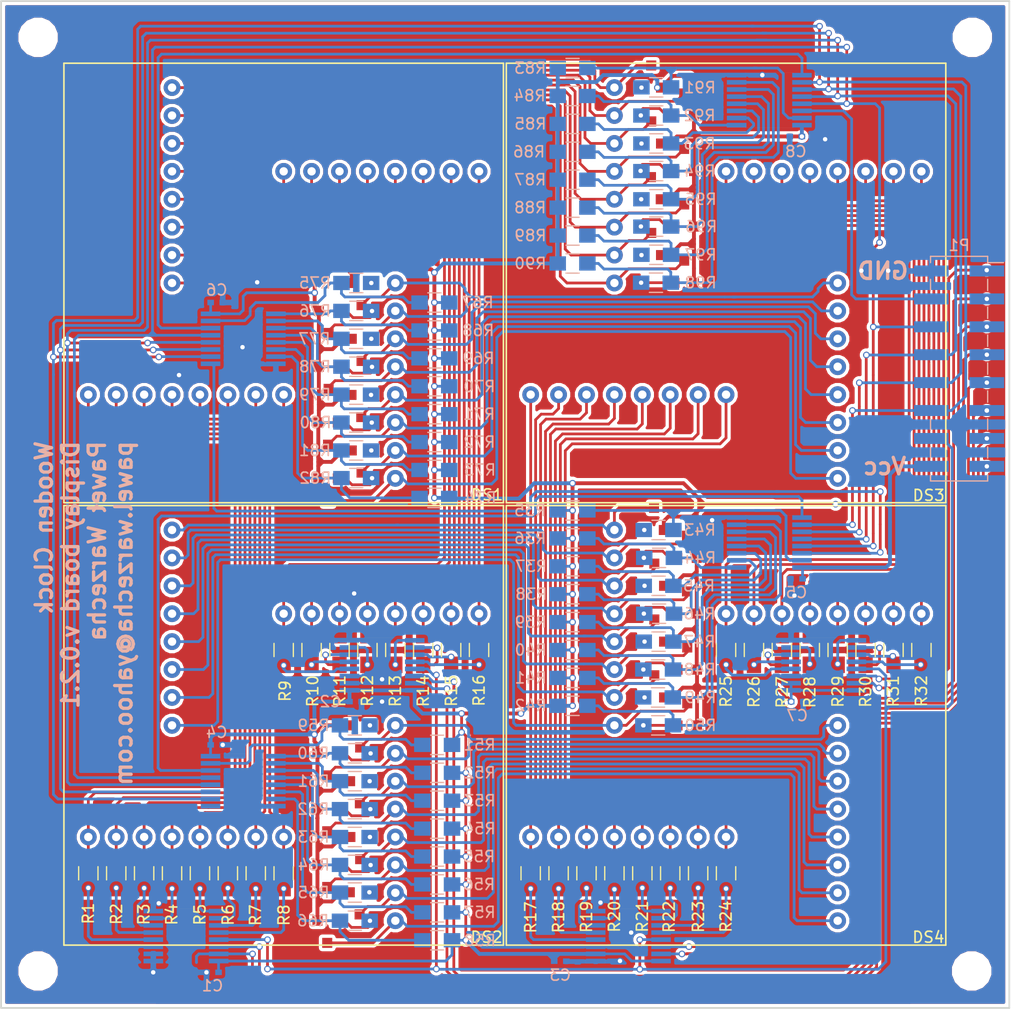
<source format=kicad_pcb>
(kicad_pcb (version 20171130) (host pcbnew "(5.0.0)")
  (title_block (title "Wooden Clock Display Board") (date 2018-08-19) (rev 0.2.1) (company "Paweł Warzeha"))
  (layers (0 F.Cu signal) (31 B.Cu signal) (34 B.Paste user) (35 F.Paste user) (36 B.SilkS user) (37 F.SilkS user) (38 B.Mask user) (39 F.Mask user) (44 Edge.Cuts user))
  (net 0 "")
  (net 1 +3V3)
  (net 2 GND)
  (net 3 /C8)
  (net 4 /C7)
  (net 5 /C4)
  (net 6 /C5)
  (net 7 /C6)
  (net 8 /C3)
  (net 9 /C2)
  (net 10 /C1)
  (net 11 /R15)
  (net 12 /R14)
  (net 13 /R16)
  (net 14 /R12)
  (net 15 /R11)
  (net 16 /R10)
  (net 17 /R9)
  (net 18 /C16)
  (net 19 /C15)
  (net 20 /C14)
  (net 21 /C13)
  (net 22 /C12)
  (net 23 /C11)
  (net 24 /C10)
  (net 25 /C9)
  (net 26 /R1)
  (net 27 /R2)
  (net 28 /R3)
  (net 29 /R4)
  (net 30 /R5)
  (net 31 /R6)
  (net 32 /R7)
  (net 33 /R8)
  (net 34 /R13)
  (net 35 /R31)
  (net 36 /R30)
  (net 37 /R32)
  (net 38 /R28)
  (net 39 /R27)
  (net 40 /R26)
  (net 41 /R25)
  (net 42 /R17)
  (net 43 /R18)
  (net 44 /R19)
  (net 45 /R20)
  (net 46 /R21)
  (net 47 /R22)
  (net 48 /R23)
  (net 49 /R24)
  (net 50 /R29)
  (net 51 /C24)
  (net 52 /C23)
  (net 53 /C20)
  (net 54 /C21)
  (net 55 /C22)
  (net 56 /C19)
  (net 57 /C18)
  (net 58 /C17)
  (net 59 /C32)
  (net 60 /C31)
  (net 61 /C30)
  (net 62 /C29)
  (net 63 /C28)
  (net 64 /C27)
  (net 65 /C26)
  (net 66 /C25)
  (net 67 /SIN)
  (net 68 /CLK)
  (net 69 /LAT)
  (net 70 /RESET)
  (net 71 /RST)
  (net 72 /OE)
  (net 73 "Net-(Q1-Pad1)")
  (net 74 "Net-(Q2-Pad1)")
  (net 75 "Net-(Q3-Pad1)")
  (net 76 "Net-(Q4-Pad1)")
  (net 77 "Net-(Q5-Pad1)")
  (net 78 "Net-(Q6-Pad1)")
  (net 79 "Net-(Q7-Pad1)")
  (net 80 "Net-(Q8-Pad1)")
  (net 81 "Net-(Q9-Pad1)")
  (net 82 "Net-(Q10-Pad1)")
  (net 83 "Net-(Q11-Pad1)")
  (net 84 "Net-(Q12-Pad1)")
  (net 85 "Net-(Q13-Pad1)")
  (net 86 "Net-(Q14-Pad1)")
  (net 87 "Net-(Q15-Pad1)")
  (net 88 "Net-(Q16-Pad1)")
  (net 89 "Net-(Q17-Pad1)")
  (net 90 "Net-(Q18-Pad1)")
  (net 91 "Net-(Q19-Pad1)")
  (net 92 "Net-(Q20-Pad1)")
  (net 93 "Net-(Q21-Pad1)")
  (net 94 "Net-(Q22-Pad1)")
  (net 95 "Net-(Q23-Pad1)")
  (net 96 "Net-(Q24-Pad1)")
  (net 97 "Net-(Q25-Pad1)")
  (net 98 "Net-(Q26-Pad1)")
  (net 99 "Net-(Q27-Pad1)")
  (net 100 "Net-(Q28-Pad1)")
  (net 101 "Net-(Q29-Pad1)")
  (net 102 "Net-(Q30-Pad1)")
  (net 103 "Net-(Q31-Pad1)")
  (net 104 "Net-(Q32-Pad1)")
  (net 105 "Net-(R1-Pad1)")
  (net 106 "Net-(R2-Pad1)")
  (net 107 "Net-(R3-Pad1)")
  (net 108 "Net-(R4-Pad1)")
  (net 109 "Net-(R5-Pad1)")
  (net 110 "Net-(R6-Pad1)")
  (net 111 "Net-(R7-Pad1)")
  (net 112 "Net-(R8-Pad1)")
  (net 113 "Net-(R9-Pad1)")
  (net 114 "Net-(R10-Pad1)")
  (net 115 "Net-(R11-Pad1)")
  (net 116 "Net-(R12-Pad1)")
  (net 117 "Net-(R13-Pad1)")
  (net 118 "Net-(R14-Pad1)")
  (net 119 "Net-(R15-Pad1)")
  (net 120 "Net-(R16-Pad1)")
  (net 121 "Net-(R17-Pad1)")
  (net 122 "Net-(R18-Pad1)")
  (net 123 "Net-(R19-Pad1)")
  (net 124 "Net-(R20-Pad1)")
  (net 125 "Net-(R21-Pad1)")
  (net 126 "Net-(R22-Pad1)")
  (net 127 "Net-(R23-Pad1)")
  (net 128 "Net-(R24-Pad1)")
  (net 129 "Net-(R25-Pad1)")
  (net 130 "Net-(R26-Pad1)")
  (net 131 "Net-(R27-Pad1)")
  (net 132 "Net-(R28-Pad1)")
  (net 133 "Net-(R29-Pad1)")
  (net 134 "Net-(R30-Pad1)")
  (net 135 "Net-(R31-Pad1)")
  (net 136 "Net-(R32-Pad1)")
  (net 137 "Net-(R35-Pad2)")
  (net 138 "Net-(R36-Pad2)")
  (net 139 "Net-(R37-Pad2)")
  (net 140 "Net-(R38-Pad2)")
  (net 141 "Net-(R39-Pad2)")
  (net 142 "Net-(R40-Pad2)")
  (net 143 "Net-(R41-Pad2)")
  (net 144 "Net-(R42-Pad2)")
  (net 145 "Net-(R51-Pad2)")
  (net 146 "Net-(R52-Pad2)")
  (net 147 "Net-(R53-Pad2)")
  (net 148 "Net-(R54-Pad2)")
  (net 149 "Net-(R55-Pad2)")
  (net 150 "Net-(R56-Pad2)")
  (net 151 "Net-(R57-Pad2)")
  (net 152 "Net-(R58-Pad2)")
  (net 153 "Net-(R67-Pad2)")
  (net 154 "Net-(R68-Pad2)")
  (net 155 "Net-(R69-Pad2)")
  (net 156 "Net-(R70-Pad2)")
  (net 157 "Net-(R71-Pad2)")
  (net 158 "Net-(R72-Pad2)")
  (net 159 "Net-(R73-Pad2)")
  (net 160 "Net-(R74-Pad2)")
  (net 161 "Net-(R83-Pad2)")
  (net 162 "Net-(R84-Pad2)")
  (net 163 "Net-(R85-Pad2)")
  (net 164 "Net-(R86-Pad2)")
  (net 165 "Net-(R87-Pad2)")
  (net 166 "Net-(R88-Pad2)")
  (net 167 "Net-(R89-Pad2)")
  (net 168 "Net-(R90-Pad2)")
  (net 169 /MosfetMultiplexer25-32/SIN)
  (net 170 /MosfetMultiplexer17-24/SIN)
  (net 171 /MosfetMultiplexer25-32/SOUT)
  (net 172 /MosfetMultiplexer9-16/SIN)
  (net 173 /SDA1)
  (net 174 /SCL1)
  (net 175 /SDA2)
  (net 176 /SCL2)
  (net 177 /SDA3)
  (net 178 /SCL3)
  (net 179 /SDA4)
  (net 180 /SCL4)
  (module kicad-libraries-master:SOT23-3 (layer F.Cu) (at 132.2324 126.111)
    (fp_text reference Q12)
    (fp_text value TSM3401)
    (pad 1 smd rect (at 0.889 -1.016) (size 0.9144 0.9144) (layers F.Cu F.Paste F.Mask) (net 84 "Net-(Q12-Pad1)"))
    (pad 2 smd rect (at -0.889 -1.016) (size 0.9144 0.9144) (layers F.Cu F.Paste F.Mask) (net 1 +3V3))
    (pad 3 smd rect (at 0 1.00076) (size 0.9144 0.9144) (layers F.Cu F.Paste F.Mask) (net 38 /R28))
  )
  (module kicad-libraries-master:SOT23-3 (layer F.Cu) (at 132.3086 90.932)
    (fp_text reference Q22)
    (fp_text value TSM3401)
    (pad 1 smd rect (at 0.889 -1.016) (size 0.9144 0.9144) (layers F.Cu F.Paste F.Mask) (net 94 "Net-(Q22-Pad1)"))
    (pad 2 smd rect (at -0.889 -1.016) (size 0.9144 0.9144) (layers F.Cu F.Paste F.Mask) (net 1 +3V3))
    (pad 3 smd rect (at 0 1.00076) (size 0.9144 0.9144) (layers F.Cu F.Paste F.Mask) (net 12 /R14))
  )
  (module kicad-libraries-master:SOT23-3 (layer F.Cu) (at 164.719 76.18476 180)
    (fp_text reference Q32)
    (fp_text value TSM3401)
    (pad 1 smd rect (at 0.889 -1.016 180) (size 0.9144 0.9144) (layers F.Cu F.Paste F.Mask) (net 104 "Net-(Q32-Pad1)"))
    (pad 2 smd rect (at -0.889 -1.016 180) (size 0.9144 0.9144) (layers F.Cu F.Paste F.Mask) (net 1 +3V3))
    (pad 3 smd rect (at 0 1.00076 180) (size 0.9144 0.9144) (layers F.Cu F.Paste F.Mask) (net 33 /R8))
  )
  (module kicad-libraries-master:SOT23-3 (layer F.Cu) (at 161.7218 73.66 180)
    (fp_text reference Q31)
    (fp_text value TSM3401)
    (pad 1 smd rect (at 0.889 -1.016 180) (size 0.9144 0.9144) (layers F.Cu F.Paste F.Mask) (net 103 "Net-(Q31-Pad1)"))
    (pad 2 smd rect (at -0.889 -1.016 180) (size 0.9144 0.9144) (layers F.Cu F.Paste F.Mask) (net 1 +3V3))
    (pad 3 smd rect (at 0 1.00076 180) (size 0.9144 0.9144) (layers F.Cu F.Paste F.Mask) (net 32 /R7))
  )
  (module kicad-libraries-master:SOT23-3 (layer F.Cu) (at 164.719 71.0692 180)
    (fp_text reference Q30)
    (fp_text value TSM3401)
    (pad 1 smd rect (at 0.889 -1.016 180) (size 0.9144 0.9144) (layers F.Cu F.Paste F.Mask) (net 102 "Net-(Q30-Pad1)"))
    (pad 2 smd rect (at -0.889 -1.016 180) (size 0.9144 0.9144) (layers F.Cu F.Paste F.Mask) (net 1 +3V3))
    (pad 3 smd rect (at 0 1.00076 180) (size 0.9144 0.9144) (layers F.Cu F.Paste F.Mask) (net 31 /R6))
  )
  (module kicad-libraries-master:SOT23-3 (layer F.Cu) (at 164.719 66.0146 180)
    (fp_text reference Q28)
    (fp_text value TSM3401)
    (pad 1 smd rect (at 0.889 -1.016 180) (size 0.9144 0.9144) (layers F.Cu F.Paste F.Mask) (net 100 "Net-(Q28-Pad1)"))
    (pad 2 smd rect (at -0.889 -1.016 180) (size 0.9144 0.9144) (layers F.Cu F.Paste F.Mask) (net 1 +3V3))
    (pad 3 smd rect (at 0 1.00076 180) (size 0.9144 0.9144) (layers F.Cu F.Paste F.Mask) (net 29 /R4))
  )
  (module kicad-libraries-master:SOT23-3 (layer F.Cu) (at 161.7218 63.51016 180)
    (fp_text reference Q27)
    (fp_text value TSM3401)
    (pad 1 smd rect (at 0.889 -1.016 180) (size 0.9144 0.9144) (layers F.Cu F.Paste F.Mask) (net 99 "Net-(Q27-Pad1)"))
    (pad 2 smd rect (at -0.889 -1.016 180) (size 0.9144 0.9144) (layers F.Cu F.Paste F.Mask) (net 1 +3V3))
    (pad 3 smd rect (at 0 1.00076 180) (size 0.9144 0.9144) (layers F.Cu F.Paste F.Mask) (net 28 /R3))
  )
  (module kicad-libraries-master:SOT23-3 (layer F.Cu) (at 164.719 60.97016 180)
    (fp_text reference Q26)
    (fp_text value TSM3401)
    (pad 1 smd rect (at 0.889 -1.016 180) (size 0.9144 0.9144) (layers F.Cu F.Paste F.Mask) (net 98 "Net-(Q26-Pad1)"))
    (pad 2 smd rect (at -0.889 -1.016 180) (size 0.9144 0.9144) (layers F.Cu F.Paste F.Mask) (net 1 +3V3))
    (pad 3 smd rect (at 0 1.00076 180) (size 0.9144 0.9144) (layers F.Cu F.Paste F.Mask) (net 27 /R2))
  )
  (module kicad-libraries-master:SOT23-3 (layer F.Cu) (at 161.7218 58.42 180)
    (fp_text reference Q25)
    (fp_text value TSM3401)
    (pad 1 smd rect (at 0.889 -1.016 180) (size 0.9144 0.9144) (layers F.Cu F.Paste F.Mask) (net 97 "Net-(Q25-Pad1)"))
    (pad 2 smd rect (at -0.889 -1.016 180) (size 0.9144 0.9144) (layers F.Cu F.Paste F.Mask) (net 1 +3V3))
    (pad 3 smd rect (at 0 1.00076 180) (size 0.9144 0.9144) (layers F.Cu F.Paste F.Mask) (net 26 /R1))
  )
  (module kicad-libraries-master:SOT23-3 (layer F.Cu) (at 132.3086 96.012)
    (fp_text reference Q24)
    (fp_text value TSM3401)
    (pad 1 smd rect (at 0.889 -1.016) (size 0.9144 0.9144) (layers F.Cu F.Paste F.Mask) (net 96 "Net-(Q24-Pad1)"))
    (pad 2 smd rect (at -0.889 -1.016) (size 0.9144 0.9144) (layers F.Cu F.Paste F.Mask) (net 1 +3V3))
    (pad 3 smd rect (at 0 1.00076) (size 0.9144 0.9144) (layers F.Cu F.Paste F.Mask) (net 13 /R16))
  )
  (module kicad-libraries-master:SOT23-3 (layer F.Cu) (at 135.3566 93.472)
    (fp_text reference Q23)
    (fp_text value TSM3401)
    (pad 1 smd rect (at 0.889 -1.016) (size 0.9144 0.9144) (layers F.Cu F.Paste F.Mask) (net 95 "Net-(Q23-Pad1)"))
    (pad 2 smd rect (at -0.889 -1.016) (size 0.9144 0.9144) (layers F.Cu F.Paste F.Mask) (net 1 +3V3))
    (pad 3 smd rect (at 0 1.00076) (size 0.9144 0.9144) (layers F.Cu F.Paste F.Mask) (net 11 /R15))
  )
  (module kicad-libraries-master:SOT23-3 (layer F.Cu) (at 135.3312 88.4174)
    (fp_text reference Q21)
    (fp_text value TSM3401)
    (pad 1 smd rect (at 0.889 -1.016) (size 0.9144 0.9144) (layers F.Cu F.Paste F.Mask) (net 93 "Net-(Q21-Pad1)"))
    (pad 2 smd rect (at -0.889 -1.016) (size 0.9144 0.9144) (layers F.Cu F.Paste F.Mask) (net 1 +3V3))
    (pad 3 smd rect (at 0 1.00076) (size 0.9144 0.9144) (layers F.Cu F.Paste F.Mask) (net 34 /R13))
  )
  (module kicad-libraries-master:SOT23-3 (layer F.Cu) (at 132.3594 85.852)
    (fp_text reference Q20)
    (fp_text value TSM3401)
    (pad 1 smd rect (at 0.889 -1.016) (size 0.9144 0.9144) (layers F.Cu F.Paste F.Mask) (net 92 "Net-(Q20-Pad1)"))
    (pad 2 smd rect (at -0.889 -1.016) (size 0.9144 0.9144) (layers F.Cu F.Paste F.Mask) (net 1 +3V3))
    (pad 3 smd rect (at 0 1.00076) (size 0.9144 0.9144) (layers F.Cu F.Paste F.Mask) (net 14 /R12))
  )
  (module kicad-libraries-master:SOT23-3 (layer F.Cu) (at 135.3566 83.312)
    (fp_text reference Q19)
    (fp_text value TSM3401)
    (pad 1 smd rect (at 0.889 -1.016) (size 0.9144 0.9144) (layers F.Cu F.Paste F.Mask) (net 91 "Net-(Q19-Pad1)"))
    (pad 2 smd rect (at -0.889 -1.016) (size 0.9144 0.9144) (layers F.Cu F.Paste F.Mask) (net 1 +3V3))
    (pad 3 smd rect (at 0 1.00076) (size 0.9144 0.9144) (layers F.Cu F.Paste F.Mask) (net 15 /R11))
  )
  (module kicad-libraries-master:SOT23-3 (layer F.Cu) (at 132.3594 80.76184)
    (fp_text reference Q18)
    (fp_text value TSM3401)
    (pad 1 smd rect (at 0.889 -1.016) (size 0.9144 0.9144) (layers F.Cu F.Paste F.Mask) (net 90 "Net-(Q18-Pad1)"))
    (pad 2 smd rect (at -0.889 -1.016) (size 0.9144 0.9144) (layers F.Cu F.Paste F.Mask) (net 1 +3V3))
    (pad 3 smd rect (at 0 1.00076) (size 0.9144 0.9144) (layers F.Cu F.Paste F.Mask) (net 16 /R10))
  )
  (module kicad-libraries-master:SOT23-3 (layer F.Cu) (at 135.3566 78.232)
    (fp_text reference Q17)
    (fp_text value TSM3401)
    (pad 1 smd rect (at 0.889 -1.016) (size 0.9144 0.9144) (layers F.Cu F.Paste F.Mask) (net 89 "Net-(Q17-Pad1)"))
    (pad 2 smd rect (at -0.889 -1.016) (size 0.9144 0.9144) (layers F.Cu F.Paste F.Mask) (net 1 +3V3))
    (pad 3 smd rect (at 0 1.00076) (size 0.9144 0.9144) (layers F.Cu F.Paste F.Mask) (net 17 /R9))
  )
  (module kicad-libraries-master:SOT23-3 (layer F.Cu) (at 132.2324 136.271)
    (fp_text reference Q16)
    (fp_text value TSM3401)
    (pad 1 smd rect (at 0.889 -1.016) (size 0.9144 0.9144) (layers F.Cu F.Paste F.Mask) (net 88 "Net-(Q16-Pad1)"))
    (pad 2 smd rect (at -0.889 -1.016) (size 0.9144 0.9144) (layers F.Cu F.Paste F.Mask) (net 1 +3V3))
    (pad 3 smd rect (at 0 1.00076) (size 0.9144 0.9144) (layers F.Cu F.Paste F.Mask) (net 37 /R32))
  )
  (module kicad-libraries-master:SOT23-3 (layer F.Cu) (at 135.1788 133.6802)
    (fp_text reference Q15)
    (fp_text value TSM3401)
    (pad 1 smd rect (at 0.889 -1.016) (size 0.9144 0.9144) (layers F.Cu F.Paste F.Mask) (net 87 "Net-(Q15-Pad1)"))
    (pad 2 smd rect (at -0.889 -1.016) (size 0.9144 0.9144) (layers F.Cu F.Paste F.Mask) (net 1 +3V3))
    (pad 3 smd rect (at 0 1.00076) (size 0.9144 0.9144) (layers F.Cu F.Paste F.Mask) (net 35 /R31))
  )
  (module kicad-libraries-master:SOT23-3 (layer F.Cu) (at 132.2324 131.18084)
    (fp_text reference Q14)
    (fp_text value TSM3401)
    (pad 1 smd rect (at 0.889 -1.016) (size 0.9144 0.9144) (layers F.Cu F.Paste F.Mask) (net 86 "Net-(Q14-Pad1)"))
    (pad 2 smd rect (at -0.889 -1.016) (size 0.9144 0.9144) (layers F.Cu F.Paste F.Mask) (net 1 +3V3))
    (pad 3 smd rect (at 0 1.00076) (size 0.9144 0.9144) (layers F.Cu F.Paste F.Mask) (net 36 /R30))
  )
  (module kicad-libraries-master:SOT23-3 (layer F.Cu) (at 135.2296 128.651)
    (fp_text reference Q13)
    (fp_text value TSM3401)
    (pad 1 smd rect (at 0.889 -1.016) (size 0.9144 0.9144) (layers F.Cu F.Paste F.Mask) (net 85 "Net-(Q13-Pad1)"))
    (pad 2 smd rect (at -0.889 -1.016) (size 0.9144 0.9144) (layers F.Cu F.Paste F.Mask) (net 1 +3V3))
    (pad 3 smd rect (at 0 1.00076) (size 0.9144 0.9144) (layers F.Cu F.Paste F.Mask) (net 50 /R29))
  )
  (module kicad-libraries-master:SOT23-3 (layer F.Cu) (at 135.2042 123.571)
    (fp_text reference Q11)
    (fp_text value TSM3401)
    (pad 1 smd rect (at 0.889 -1.016) (size 0.9144 0.9144) (layers F.Cu F.Paste F.Mask) (net 83 "Net-(Q11-Pad1)"))
    (pad 2 smd rect (at -0.889 -1.016) (size 0.9144 0.9144) (layers F.Cu F.Paste F.Mask) (net 1 +3V3))
    (pad 3 smd rect (at 0 1.00076) (size 0.9144 0.9144) (layers F.Cu F.Paste F.Mask) (net 39 /R27))
  )
  (module kicad-libraries-master:SOT23-3 (layer F.Cu) (at 132.2324 121.031)
    (fp_text reference Q10)
    (fp_text value TSM3401)
    (pad 1 smd rect (at 0.889 -1.016) (size 0.9144 0.9144) (layers F.Cu F.Paste F.Mask) (net 82 "Net-(Q10-Pad1)"))
    (pad 2 smd rect (at -0.889 -1.016) (size 0.9144 0.9144) (layers F.Cu F.Paste F.Mask) (net 1 +3V3))
    (pad 3 smd rect (at 0 1.00076) (size 0.9144 0.9144) (layers F.Cu F.Paste F.Mask) (net 40 /R26))
  )
  (module kicad-libraries-master:SOT23-3 (layer F.Cu) (at 135.2296 118.491)
    (fp_text reference Q9)
    (fp_text value TSM3401)
    (pad 1 smd rect (at 0.889 -1.016) (size 0.9144 0.9144) (layers F.Cu F.Paste F.Mask) (net 81 "Net-(Q9-Pad1)"))
    (pad 2 smd rect (at -0.889 -1.016) (size 0.9144 0.9144) (layers F.Cu F.Paste F.Mask) (net 1 +3V3))
    (pad 3 smd rect (at 0 1.00076) (size 0.9144 0.9144) (layers F.Cu F.Paste F.Mask) (net 41 /R25))
  )
  (module kicad-libraries-master:SOT23-3 (layer F.Cu) (at 164.9984 116.46916 180)
    (fp_text reference Q8)
    (fp_text value TSM3401)
    (pad 1 smd rect (at 0.889 -1.016 180) (size 0.9144 0.9144) (layers F.Cu F.Paste F.Mask) (net 80 "Net-(Q8-Pad1)"))
    (pad 2 smd rect (at -0.889 -1.016 180) (size 0.9144 0.9144) (layers F.Cu F.Paste F.Mask) (net 1 +3V3))
    (pad 3 smd rect (at 0 1.00076 180) (size 0.9144 0.9144) (layers F.Cu F.Paste F.Mask) (net 49 /R24))
  )
  (module kicad-libraries-master:SOT23-3 (layer F.Cu) (at 162.0012 113.919 180)
    (fp_text reference Q7)
    (fp_text value TSM3401)
    (pad 1 smd rect (at 0.889 -1.016 180) (size 0.9144 0.9144) (layers F.Cu F.Paste F.Mask) (net 79 "Net-(Q7-Pad1)"))
    (pad 2 smd rect (at -0.889 -1.016 180) (size 0.9144 0.9144) (layers F.Cu F.Paste F.Mask) (net 1 +3V3))
    (pad 3 smd rect (at 0 1.00076 180) (size 0.9144 0.9144) (layers F.Cu F.Paste F.Mask) (net 48 /R23))
  )
  (module kicad-libraries-master:SOT23-3 (layer F.Cu) (at 164.9984 111.38916 180)
    (fp_text reference Q6)
    (fp_text value TSM3401)
    (pad 1 smd rect (at 0.889 -1.016 180) (size 0.9144 0.9144) (layers F.Cu F.Paste F.Mask) (net 78 "Net-(Q6-Pad1)"))
    (pad 2 smd rect (at -0.889 -1.016 180) (size 0.9144 0.9144) (layers F.Cu F.Paste F.Mask) (net 1 +3V3))
    (pad 3 smd rect (at 0 1.00076 180) (size 0.9144 0.9144) (layers F.Cu F.Paste F.Mask) (net 47 /R22))
  )
  (module kicad-libraries-master:SOT23-3 (layer F.Cu) (at 162.0012 108.839 180)
    (fp_text reference Q5)
    (fp_text value TSM3401)
    (pad 1 smd rect (at 0.889 -1.016 180) (size 0.9144 0.9144) (layers F.Cu F.Paste F.Mask) (net 77 "Net-(Q5-Pad1)"))
    (pad 2 smd rect (at -0.889 -1.016 180) (size 0.9144 0.9144) (layers F.Cu F.Paste F.Mask) (net 1 +3V3))
    (pad 3 smd rect (at 0 1.00076 180) (size 0.9144 0.9144) (layers F.Cu F.Paste F.Mask) (net 46 /R21))
  )
  (module kicad-libraries-master:SOT23-3 (layer F.Cu) (at 164.973 106.28376 180)
    (fp_text reference Q4)
    (fp_text value TSM3401)
    (pad 1 smd rect (at 0.889 -1.016 180) (size 0.9144 0.9144) (layers F.Cu F.Paste F.Mask) (net 76 "Net-(Q4-Pad1)"))
    (pad 2 smd rect (at -0.889 -1.016 180) (size 0.9144 0.9144) (layers F.Cu F.Paste F.Mask) (net 1 +3V3))
    (pad 3 smd rect (at 0 1.00076 180) (size 0.9144 0.9144) (layers F.Cu F.Paste F.Mask) (net 45 /R20))
  )
  (module kicad-libraries-master:SOT23-3 (layer F.Cu) (at 162.0012 103.759 180)
    (fp_text reference Q3)
    (fp_text value TSM3401)
    (pad 1 smd rect (at 0.889 -1.016 180) (size 0.9144 0.9144) (layers F.Cu F.Paste F.Mask) (net 75 "Net-(Q3-Pad1)"))
    (pad 2 smd rect (at -0.889 -1.016 180) (size 0.9144 0.9144) (layers F.Cu F.Paste F.Mask) (net 1 +3V3))
    (pad 3 smd rect (at 0 1.00076 180) (size 0.9144 0.9144) (layers F.Cu F.Paste F.Mask) (net 44 /R19))
  )
  (module kicad-libraries-master:SOT23-3 (layer F.Cu) (at 164.973 101.219 180)
    (fp_text reference Q2)
    (fp_text value TSM3401)
    (pad 1 smd rect (at 0.889 -1.016 180) (size 0.9144 0.9144) (layers F.Cu F.Paste F.Mask) (net 74 "Net-(Q2-Pad1)"))
    (pad 2 smd rect (at -0.889 -1.016 180) (size 0.9144 0.9144) (layers F.Cu F.Paste F.Mask) (net 1 +3V3))
    (pad 3 smd rect (at 0 1.00076 180) (size 0.9144 0.9144) (layers F.Cu F.Paste F.Mask) (net 43 /R18))
  )
  (module kicad-libraries-master:SOT23-3 (layer F.Cu) (at 161.9758 98.679 180)
    (fp_text reference Q1)
    (fp_text value TSM3401)
    (pad 1 smd rect (at 0.889 -1.016 180) (size 0.9144 0.9144) (layers F.Cu F.Paste F.Mask) (net 73 "Net-(Q1-Pad1)"))
    (pad 2 smd rect (at -0.889 -1.016 180) (size 0.9144 0.9144) (layers F.Cu F.Paste F.Mask) (net 1 +3V3))
    (pad 3 smd rect (at 0 1.00076 180) (size 0.9144 0.9144) (layers F.Cu F.Paste F.Mask) (net 42 /R17))
  )
  (module kicad-libraries-master:Pin_Header_Straight_2x08_Pitch2.54mm_SMD (layer B.Cu) (at 189.738 85.0138 180)
    (fp_text reference P1 (at 0 11.22 180) (layer B.SilkS) (effects (justify mirror)))
    (fp_text value CONN_02X08)
    (pad 16 smd rect (at 2.525 -8.89 180) (size 3.15 1) (layers B.Cu B.Paste B.Mask) (net 1 +3V3))
    (pad 15 smd rect (at -2.525 -8.89 180) (size 3.15 1) (layers B.Cu B.Paste B.Mask) (net 173 /SDA1))
    (pad 14 smd rect (at 2.525 -6.35 180) (size 3.15 1) (layers B.Cu B.Paste B.Mask) (net 70 /RESET))
    (pad 13 smd rect (at -2.525 -6.35 180) (size 3.15 1) (layers B.Cu B.Paste B.Mask) (net 174 /SCL1))
    (pad 12 smd rect (at 2.525 -3.81 180) (size 3.15 1) (layers B.Cu B.Paste B.Mask) (net 71 /RST))
    (pad 11 smd rect (at -2.525 -3.81 180) (size 3.15 1) (layers B.Cu B.Paste B.Mask) (net 175 /SDA2))
    (pad 10 smd rect (at 2.525 -1.27 180) (size 3.15 1) (layers B.Cu B.Paste B.Mask) (net 68 /CLK))
    (pad 9 smd rect (at -2.525 -1.27 180) (size 3.15 1) (layers B.Cu B.Paste B.Mask) (net 176 /SCL2))
    (pad 8 smd rect (at 2.525 1.27 180) (size 3.15 1) (layers B.Cu B.Paste B.Mask) (net 69 /LAT))
    (pad 7 smd rect (at -2.525 1.27 180) (size 3.15 1) (layers B.Cu B.Paste B.Mask) (net 177 /SDA3))
    (pad 6 smd rect (at 2.525 3.81 180) (size 3.15 1) (layers B.Cu B.Paste B.Mask) (net 72 /OE))
    (pad 5 smd rect (at -2.525 3.81 180) (size 3.15 1) (layers B.Cu B.Paste B.Mask) (net 178 /SCL3))
    (pad 4 smd rect (at 2.525 6.35 180) (size 3.15 1) (layers B.Cu B.Paste B.Mask) (net 67 /SIN))
    (pad 3 smd rect (at -2.525 6.35 180) (size 3.15 1) (layers B.Cu B.Paste B.Mask) (net 179 /SDA4))
    (pad 2 smd rect (at 2.525 8.89 180) (size 3.15 1) (layers B.Cu B.Paste B.Mask) (net 2 GND))
    (pad 1 smd rect (at -2.525 8.89 180) (size 3.15 1) (layers B.Cu B.Paste B.Mask) (net 180 /SCL4))
  )
  (module Resistors_SMD:R_0805_HandSoldering (layer B.Cu) (at 134.7432 132.6896 180)
    (fp_text reference R65 (at 3.7554 0 180) (layer B.SilkS) (effects (justify mirror)))
    (fp_text value 100)
    (pad 1 smd rect (at -1.35 0 180) (size 1.5 1.3) (layers B.Cu B.Paste B.Mask) (net 87 "Net-(Q15-Pad1)"))
    (pad 2 smd rect (at 1.35 0 180) (size 1.5 1.3) (layers B.Cu B.Paste B.Mask) (net 151 "Net-(R57-Pad2)"))
  )
  (module Resistors_SMD:R_0805_HandSoldering (layer B.Cu) (at 134.8702 87.376 180)
    (fp_text reference R79 (at 3.7554 0 180) (layer B.SilkS) (effects (justify mirror)))
    (fp_text value 100)
    (pad 1 smd rect (at -1.35 0 180) (size 1.5 1.3) (layers B.Cu B.Paste B.Mask) (net 93 "Net-(Q21-Pad1)"))
    (pad 2 smd rect (at 1.35 0 180) (size 1.5 1.3) (layers B.Cu B.Paste B.Mask) (net 157 "Net-(R71-Pad2)"))
  )
  (module Resistors_SMD:R_0805_HandSoldering (layer B.Cu) (at 162.386 104.775)
    (fp_text reference R45 (at 3.6792 0) (layer B.SilkS) (effects (justify mirror)))
    (fp_text value 100)
    (pad 1 smd rect (at -1.35 0) (size 1.5 1.3) (layers B.Cu B.Paste B.Mask) (net 75 "Net-(Q3-Pad1)"))
    (pad 2 smd rect (at 1.35 0) (size 1.5 1.3) (layers B.Cu B.Paste B.Mask) (net 139 "Net-(R37-Pad2)"))
  )
  (module Resistors_SMD:R_0805_HandSoldering (layer B.Cu) (at 162.386 109.855)
    (fp_text reference R47 (at 3.73 0) (layer B.SilkS) (effects (justify mirror)))
    (fp_text value 100)
    (pad 1 smd rect (at -1.35 0) (size 1.5 1.3) (layers B.Cu B.Paste B.Mask) (net 77 "Net-(Q5-Pad1)"))
    (pad 2 smd rect (at 1.35 0) (size 1.5 1.3) (layers B.Cu B.Paste B.Mask) (net 141 "Net-(R39-Pad2)"))
  )
  (module kicad-libraries-master:R_0805_HandSoldering (layer B.Cu) (at 154.559 67.818)
    (fp_text reference R87 (at -3.8608 0) (layer B.SilkS) (effects (justify mirror)))
    (fp_text value 100k)
    (pad 2 smd rect (at 1.35 0) (size 1.5 1.3) (layers B.Cu B.Paste B.Mask) (net 165 "Net-(R87-Pad2)"))
    (pad 1 smd rect (at -1.35 0) (size 1.5 1.3) (layers B.Cu B.Paste B.Mask) (net 1 +3V3))
  )
  (module kicad-libraries-master:TSSOP16 (layer B.Cu) (at 172.466 60.579 90)
    (fp_text reference U8)
    (fp_text value 74HC595)
    (pad 16 smd rect (at -2.2733 2.97434 90) (size 0.4191 1.778) (layers B.Cu B.Paste B.Mask) (net 1 +3V3))
    (pad 15 smd rect (at -1.62306 2.97434 90) (size 0.4191 1.778) (layers B.Cu B.Paste B.Mask) (net 161 "Net-(R83-Pad2)"))
    (pad 14 smd rect (at -0.97282 2.97434 90) (size 0.4191 1.778) (layers B.Cu B.Paste B.Mask) (net 67 /SIN))
    (pad 13 smd rect (at -0.32258 2.97434 90) (size 0.4191 1.778) (layers B.Cu B.Paste B.Mask) (net 72 /OE))
    (pad 12 smd rect (at 0.32258 2.97434 90) (size 0.4191 1.778) (layers B.Cu B.Paste B.Mask) (net 69 /LAT))
    (pad 11 smd rect (at 0.97282 2.97434 90) (size 0.4191 1.778) (layers B.Cu B.Paste B.Mask) (net 68 /CLK))
    (pad 10 smd rect (at 1.62306 2.97434 90) (size 0.4191 1.778) (layers B.Cu B.Paste B.Mask) (net 71 /RST))
    (pad 9 smd rect (at 2.2733 2.97434 90) (size 0.4191 1.778) (layers B.Cu B.Paste B.Mask) (net 172 /MosfetMultiplexer9-16/SIN))
    (pad 8 smd rect (at 2.2733 -2.97434 270) (size 0.4191 1.778) (layers B.Cu B.Paste B.Mask) (net 2 GND))
    (pad 7 smd rect (at 1.62306 -2.97434 270) (size 0.4191 1.778) (layers B.Cu B.Paste B.Mask) (net 168 "Net-(R90-Pad2)"))
    (pad 6 smd rect (at 0.97282 -2.97434 270) (size 0.4191 1.778) (layers B.Cu B.Paste B.Mask) (net 167 "Net-(R89-Pad2)"))
    (pad 5 smd rect (at 0.32258 -2.97434 270) (size 0.4191 1.778) (layers B.Cu B.Paste B.Mask) (net 166 "Net-(R88-Pad2)"))
    (pad 4 smd rect (at -0.32258 -2.97434 270) (size 0.4191 1.778) (layers B.Cu B.Paste B.Mask) (net 165 "Net-(R87-Pad2)"))
    (pad 3 smd rect (at -0.97282 -2.97434 270) (size 0.4191 1.778) (layers B.Cu B.Paste B.Mask) (net 164 "Net-(R86-Pad2)"))
    (pad 2 smd rect (at -1.62306 -2.97434 270) (size 0.4191 1.778) (layers B.Cu B.Paste B.Mask) (net 163 "Net-(R85-Pad2)"))
    (pad 1 smd rect (at -2.2733 -2.97434 270) (size 0.4191 1.778) (layers B.Cu B.Paste B.Mask) (net 162 "Net-(R84-Pad2)"))
  )
  (module kicad-libraries-master:TSSOP16 (layer B.Cu) (at 124.587 82.296 270)
    (fp_text reference U7)
    (fp_text value 74HC595)
    (pad 16 smd rect (at -2.2733 2.97434 270) (size 0.4191 1.778) (layers B.Cu B.Paste B.Mask) (net 1 +3V3))
    (pad 15 smd rect (at -1.62306 2.97434 270) (size 0.4191 1.778) (layers B.Cu B.Paste B.Mask) (net 153 "Net-(R67-Pad2)"))
    (pad 14 smd rect (at -0.97282 2.97434 270) (size 0.4191 1.778) (layers B.Cu B.Paste B.Mask) (net 172 /MosfetMultiplexer9-16/SIN))
    (pad 13 smd rect (at -0.32258 2.97434 270) (size 0.4191 1.778) (layers B.Cu B.Paste B.Mask) (net 72 /OE))
    (pad 12 smd rect (at 0.32258 2.97434 270) (size 0.4191 1.778) (layers B.Cu B.Paste B.Mask) (net 69 /LAT))
    (pad 11 smd rect (at 0.97282 2.97434 270) (size 0.4191 1.778) (layers B.Cu B.Paste B.Mask) (net 68 /CLK))
    (pad 10 smd rect (at 1.62306 2.97434 270) (size 0.4191 1.778) (layers B.Cu B.Paste B.Mask) (net 71 /RST))
    (pad 9 smd rect (at 2.2733 2.97434 270) (size 0.4191 1.778) (layers B.Cu B.Paste B.Mask) (net 170 /MosfetMultiplexer17-24/SIN))
    (pad 8 smd rect (at 2.2733 -2.97434 90) (size 0.4191 1.778) (layers B.Cu B.Paste B.Mask) (net 2 GND))
    (pad 7 smd rect (at 1.62306 -2.97434 90) (size 0.4191 1.778) (layers B.Cu B.Paste B.Mask) (net 160 "Net-(R74-Pad2)"))
    (pad 6 smd rect (at 0.97282 -2.97434 90) (size 0.4191 1.778) (layers B.Cu B.Paste B.Mask) (net 159 "Net-(R73-Pad2)"))
    (pad 5 smd rect (at 0.32258 -2.97434 90) (size 0.4191 1.778) (layers B.Cu B.Paste B.Mask) (net 158 "Net-(R72-Pad2)"))
    (pad 4 smd rect (at -0.32258 -2.97434 90) (size 0.4191 1.778) (layers B.Cu B.Paste B.Mask) (net 157 "Net-(R71-Pad2)"))
    (pad 3 smd rect (at -0.97282 -2.97434 90) (size 0.4191 1.778) (layers B.Cu B.Paste B.Mask) (net 156 "Net-(R70-Pad2)"))
    (pad 2 smd rect (at -1.62306 -2.97434 90) (size 0.4191 1.778) (layers B.Cu B.Paste B.Mask) (net 155 "Net-(R69-Pad2)"))
    (pad 1 smd rect (at -2.2733 -2.97434 90) (size 0.4191 1.778) (layers B.Cu B.Paste B.Mask) (net 154 "Net-(R68-Pad2)"))
  )
  (module kicad-libraries-master:TSSOP16 (layer B.Cu) (at 124.587 122.555 270)
    (fp_text reference U6)
    (fp_text value 74HC595)
    (pad 16 smd rect (at -2.2733 2.97434 270) (size 0.4191 1.778) (layers B.Cu B.Paste B.Mask) (net 1 +3V3))
    (pad 15 smd rect (at -1.62306 2.97434 270) (size 0.4191 1.778) (layers B.Cu B.Paste B.Mask) (net 145 "Net-(R51-Pad2)"))
    (pad 14 smd rect (at -0.97282 2.97434 270) (size 0.4191 1.778) (layers B.Cu B.Paste B.Mask) (net 169 /MosfetMultiplexer25-32/SIN))
    (pad 13 smd rect (at -0.32258 2.97434 270) (size 0.4191 1.778) (layers B.Cu B.Paste B.Mask) (net 72 /OE))
    (pad 12 smd rect (at 0.32258 2.97434 270) (size 0.4191 1.778) (layers B.Cu B.Paste B.Mask) (net 69 /LAT))
    (pad 11 smd rect (at 0.97282 2.97434 270) (size 0.4191 1.778) (layers B.Cu B.Paste B.Mask) (net 68 /CLK))
    (pad 10 smd rect (at 1.62306 2.97434 270) (size 0.4191 1.778) (layers B.Cu B.Paste B.Mask) (net 71 /RST))
    (pad 9 smd rect (at 2.2733 2.97434 270) (size 0.4191 1.778) (layers B.Cu B.Paste B.Mask) (net 171 /MosfetMultiplexer25-32/SOUT))
    (pad 8 smd rect (at 2.2733 -2.97434 90) (size 0.4191 1.778) (layers B.Cu B.Paste B.Mask) (net 2 GND))
    (pad 7 smd rect (at 1.62306 -2.97434 90) (size 0.4191 1.778) (layers B.Cu B.Paste B.Mask) (net 152 "Net-(R58-Pad2)"))
    (pad 6 smd rect (at 0.97282 -2.97434 90) (size 0.4191 1.778) (layers B.Cu B.Paste B.Mask) (net 151 "Net-(R57-Pad2)"))
    (pad 5 smd rect (at 0.32258 -2.97434 90) (size 0.4191 1.778) (layers B.Cu B.Paste B.Mask) (net 150 "Net-(R56-Pad2)"))
    (pad 4 smd rect (at -0.32258 -2.97434 90) (size 0.4191 1.778) (layers B.Cu B.Paste B.Mask) (net 149 "Net-(R55-Pad2)"))
    (pad 3 smd rect (at -0.97282 -2.97434 90) (size 0.4191 1.778) (layers B.Cu B.Paste B.Mask) (net 148 "Net-(R54-Pad2)"))
    (pad 2 smd rect (at -1.62306 -2.97434 90) (size 0.4191 1.778) (layers B.Cu B.Paste B.Mask) (net 147 "Net-(R53-Pad2)"))
    (pad 1 smd rect (at -2.2733 -2.97434 90) (size 0.4191 1.778) (layers B.Cu B.Paste B.Mask) (net 146 "Net-(R52-Pad2)"))
  )
  (module kicad-libraries-master:TSSOP16 (layer B.Cu) (at 172.466 100.838 90)
    (fp_text reference U5)
    (fp_text value 74HC595)
    (pad 16 smd rect (at -2.2733 2.97434 90) (size 0.4191 1.778) (layers B.Cu B.Paste B.Mask) (net 1 +3V3))
    (pad 15 smd rect (at -1.62306 2.97434 90) (size 0.4191 1.778) (layers B.Cu B.Paste B.Mask) (net 137 "Net-(R35-Pad2)"))
    (pad 14 smd rect (at -0.97282 2.97434 90) (size 0.4191 1.778) (layers B.Cu B.Paste B.Mask) (net 170 /MosfetMultiplexer17-24/SIN))
    (pad 13 smd rect (at -0.32258 2.97434 90) (size 0.4191 1.778) (layers B.Cu B.Paste B.Mask) (net 72 /OE))
    (pad 12 smd rect (at 0.32258 2.97434 90) (size 0.4191 1.778) (layers B.Cu B.Paste B.Mask) (net 69 /LAT))
    (pad 11 smd rect (at 0.97282 2.97434 90) (size 0.4191 1.778) (layers B.Cu B.Paste B.Mask) (net 68 /CLK))
    (pad 10 smd rect (at 1.62306 2.97434 90) (size 0.4191 1.778) (layers B.Cu B.Paste B.Mask) (net 71 /RST))
    (pad 9 smd rect (at 2.2733 2.97434 90) (size 0.4191 1.778) (layers B.Cu B.Paste B.Mask) (net 169 /MosfetMultiplexer25-32/SIN))
    (pad 8 smd rect (at 2.2733 -2.97434 270) (size 0.4191 1.778) (layers B.Cu B.Paste B.Mask) (net 2 GND))
    (pad 7 smd rect (at 1.62306 -2.97434 270) (size 0.4191 1.778) (layers B.Cu B.Paste B.Mask) (net 144 "Net-(R42-Pad2)"))
    (pad 6 smd rect (at 0.97282 -2.97434 270) (size 0.4191 1.778) (layers B.Cu B.Paste B.Mask) (net 143 "Net-(R41-Pad2)"))
    (pad 5 smd rect (at 0.32258 -2.97434 270) (size 0.4191 1.778) (layers B.Cu B.Paste B.Mask) (net 142 "Net-(R40-Pad2)"))
    (pad 4 smd rect (at -0.32258 -2.97434 270) (size 0.4191 1.778) (layers B.Cu B.Paste B.Mask) (net 141 "Net-(R39-Pad2)"))
    (pad 3 smd rect (at -0.97282 -2.97434 270) (size 0.4191 1.778) (layers B.Cu B.Paste B.Mask) (net 140 "Net-(R38-Pad2)"))
    (pad 2 smd rect (at -1.62306 -2.97434 270) (size 0.4191 1.778) (layers B.Cu B.Paste B.Mask) (net 139 "Net-(R37-Pad2)"))
    (pad 1 smd rect (at -2.2733 -2.97434 270) (size 0.4191 1.778) (layers B.Cu B.Paste B.Mask) (net 138 "Net-(R36-Pad2)"))
  )
  (module kicad-libraries-master:TSSOP16 (layer B.Cu) (at 177.419 112.014 90)
    (fp_text reference U4)
    (fp_text value TLC59208F)
    (pad 16 smd rect (at -2.2733 2.97434 90) (size 0.4191 1.778) (layers B.Cu B.Paste B.Mask) (net 1 +3V3))
    (pad 15 smd rect (at -1.62306 2.97434 90) (size 0.4191 1.778) (layers B.Cu B.Paste B.Mask) (net 179 /SDA4))
    (pad 14 smd rect (at -0.97282 2.97434 90) (size 0.4191 1.778) (layers B.Cu B.Paste B.Mask) (net 180 /SCL4))
    (pad 13 smd rect (at -0.32258 2.97434 90) (size 0.4191 1.778) (layers B.Cu B.Paste B.Mask) (net 70 /RESET))
    (pad 12 smd rect (at 0.32258 2.97434 90) (size 0.4191 1.778) (layers B.Cu B.Paste B.Mask) (net 136 "Net-(R32-Pad1)"))
    (pad 11 smd rect (at 0.97282 2.97434 90) (size 0.4191 1.778) (layers B.Cu B.Paste B.Mask) (net 135 "Net-(R31-Pad1)"))
    (pad 10 smd rect (at 1.62306 2.97434 90) (size 0.4191 1.778) (layers B.Cu B.Paste B.Mask) (net 134 "Net-(R30-Pad1)"))
    (pad 9 smd rect (at 2.2733 2.97434 90) (size 0.4191 1.778) (layers B.Cu B.Paste B.Mask) (net 133 "Net-(R29-Pad1)"))
    (pad 8 smd rect (at 2.2733 -2.97434 270) (size 0.4191 1.778) (layers B.Cu B.Paste B.Mask) (net 2 GND))
    (pad 7 smd rect (at 1.62306 -2.97434 270) (size 0.4191 1.778) (layers B.Cu B.Paste B.Mask) (net 132 "Net-(R28-Pad1)"))
    (pad 6 smd rect (at 0.97282 -2.97434 270) (size 0.4191 1.778) (layers B.Cu B.Paste B.Mask) (net 131 "Net-(R27-Pad1)"))
    (pad 5 smd rect (at 0.32258 -2.97434 270) (size 0.4191 1.778) (layers B.Cu B.Paste B.Mask) (net 130 "Net-(R26-Pad1)"))
    (pad 4 smd rect (at -0.32258 -2.97434 270) (size 0.4191 1.778) (layers B.Cu B.Paste B.Mask) (net 129 "Net-(R25-Pad1)"))
    (pad 3 smd rect (at -0.97282 -2.97434 270) (size 0.4191 1.778) (layers B.Cu B.Paste B.Mask) (net 2 GND))
    (pad 2 smd rect (at -1.62306 -2.97434 270) (size 0.4191 1.778) (layers B.Cu B.Paste B.Mask) (net 1 +3V3))
    (pad 1 smd rect (at -2.2733 -2.97434 270) (size 0.4191 1.778) (layers B.Cu B.Paste B.Mask) (net 1 +3V3))
  )
  (module kicad-libraries-master:TSSOP16 (layer B.Cu) (at 159.639 136.652 90)
    (fp_text reference U3)
    (fp_text value TLC59208F)
    (pad 16 smd rect (at -2.2733 2.97434 90) (size 0.4191 1.778) (layers B.Cu B.Paste B.Mask) (net 1 +3V3))
    (pad 15 smd rect (at -1.62306 2.97434 90) (size 0.4191 1.778) (layers B.Cu B.Paste B.Mask) (net 177 /SDA3))
    (pad 14 smd rect (at -0.97282 2.97434 90) (size 0.4191 1.778) (layers B.Cu B.Paste B.Mask) (net 178 /SCL3))
    (pad 13 smd rect (at -0.32258 2.97434 90) (size 0.4191 1.778) (layers B.Cu B.Paste B.Mask) (net 70 /RESET))
    (pad 12 smd rect (at 0.32258 2.97434 90) (size 0.4191 1.778) (layers B.Cu B.Paste B.Mask) (net 128 "Net-(R24-Pad1)"))
    (pad 11 smd rect (at 0.97282 2.97434 90) (size 0.4191 1.778) (layers B.Cu B.Paste B.Mask) (net 127 "Net-(R23-Pad1)"))
    (pad 10 smd rect (at 1.62306 2.97434 90) (size 0.4191 1.778) (layers B.Cu B.Paste B.Mask) (net 126 "Net-(R22-Pad1)"))
    (pad 9 smd rect (at 2.2733 2.97434 90) (size 0.4191 1.778) (layers B.Cu B.Paste B.Mask) (net 125 "Net-(R21-Pad1)"))
    (pad 8 smd rect (at 2.2733 -2.97434 270) (size 0.4191 1.778) (layers B.Cu B.Paste B.Mask) (net 2 GND))
    (pad 7 smd rect (at 1.62306 -2.97434 270) (size 0.4191 1.778) (layers B.Cu B.Paste B.Mask) (net 124 "Net-(R20-Pad1)"))
    (pad 6 smd rect (at 0.97282 -2.97434 270) (size 0.4191 1.778) (layers B.Cu B.Paste B.Mask) (net 123 "Net-(R19-Pad1)"))
    (pad 5 smd rect (at 0.32258 -2.97434 270) (size 0.4191 1.778) (layers B.Cu B.Paste B.Mask) (net 122 "Net-(R18-Pad1)"))
    (pad 4 smd rect (at -0.32258 -2.97434 270) (size 0.4191 1.778) (layers B.Cu B.Paste B.Mask) (net 121 "Net-(R17-Pad1)"))
    (pad 3 smd rect (at -0.97282 -2.97434 270) (size 0.4191 1.778) (layers B.Cu B.Paste B.Mask) (net 2 GND))
    (pad 2 smd rect (at -1.62306 -2.97434 270) (size 0.4191 1.778) (layers B.Cu B.Paste B.Mask) (net 1 +3V3))
    (pad 1 smd rect (at -2.2733 -2.97434 270) (size 0.4191 1.778) (layers B.Cu B.Paste B.Mask) (net 2 GND))
  )
  (module kicad-libraries-master:TSSOP16 (layer B.Cu) (at 137.2235 112.014 90)
    (fp_text reference U2)
    (fp_text value TLC59208F)
    (pad 16 smd rect (at -2.2733 2.97434 90) (size 0.4191 1.778) (layers B.Cu B.Paste B.Mask) (net 1 +3V3))
    (pad 15 smd rect (at -1.62306 2.97434 90) (size 0.4191 1.778) (layers B.Cu B.Paste B.Mask) (net 175 /SDA2))
    (pad 14 smd rect (at -0.97282 2.97434 90) (size 0.4191 1.778) (layers B.Cu B.Paste B.Mask) (net 176 /SCL2))
    (pad 13 smd rect (at -0.32258 2.97434 90) (size 0.4191 1.778) (layers B.Cu B.Paste B.Mask) (net 70 /RESET))
    (pad 12 smd rect (at 0.32258 2.97434 90) (size 0.4191 1.778) (layers B.Cu B.Paste B.Mask) (net 120 "Net-(R16-Pad1)"))
    (pad 11 smd rect (at 0.97282 2.97434 90) (size 0.4191 1.778) (layers B.Cu B.Paste B.Mask) (net 119 "Net-(R15-Pad1)"))
    (pad 10 smd rect (at 1.62306 2.97434 90) (size 0.4191 1.778) (layers B.Cu B.Paste B.Mask) (net 118 "Net-(R14-Pad1)"))
    (pad 9 smd rect (at 2.2733 2.97434 90) (size 0.4191 1.778) (layers B.Cu B.Paste B.Mask) (net 117 "Net-(R13-Pad1)"))
    (pad 8 smd rect (at 2.2733 -2.97434 270) (size 0.4191 1.778) (layers B.Cu B.Paste B.Mask) (net 2 GND))
    (pad 7 smd rect (at 1.62306 -2.97434 270) (size 0.4191 1.778) (layers B.Cu B.Paste B.Mask) (net 116 "Net-(R12-Pad1)"))
    (pad 6 smd rect (at 0.97282 -2.97434 270) (size 0.4191 1.778) (layers B.Cu B.Paste B.Mask) (net 115 "Net-(R11-Pad1)"))
    (pad 5 smd rect (at 0.32258 -2.97434 270) (size 0.4191 1.778) (layers B.Cu B.Paste B.Mask) (net 114 "Net-(R10-Pad1)"))
    (pad 4 smd rect (at -0.32258 -2.97434 270) (size 0.4191 1.778) (layers B.Cu B.Paste B.Mask) (net 113 "Net-(R9-Pad1)"))
    (pad 3 smd rect (at -0.97282 -2.97434 270) (size 0.4191 1.778) (layers B.Cu B.Paste B.Mask) (net 2 GND))
    (pad 2 smd rect (at -1.62306 -2.97434 270) (size 0.4191 1.778) (layers B.Cu B.Paste B.Mask) (net 2 GND))
    (pad 1 smd rect (at -2.2733 -2.97434 270) (size 0.4191 1.778) (layers B.Cu B.Paste B.Mask) (net 1 +3V3))
  )
  (module kicad-libraries-master:TSSOP16 (layer B.Cu) (at 119.38 136.652 90)
    (fp_text reference U1)
    (fp_text value TLC59208F)
    (pad 16 smd rect (at -2.2733 2.97434 90) (size 0.4191 1.778) (layers B.Cu B.Paste B.Mask) (net 1 +3V3))
    (pad 15 smd rect (at -1.62306 2.97434 90) (size 0.4191 1.778) (layers B.Cu B.Paste B.Mask) (net 173 /SDA1))
    (pad 14 smd rect (at -0.97282 2.97434 90) (size 0.4191 1.778) (layers B.Cu B.Paste B.Mask) (net 174 /SCL1))
    (pad 13 smd rect (at -0.32258 2.97434 90) (size 0.4191 1.778) (layers B.Cu B.Paste B.Mask) (net 70 /RESET))
    (pad 12 smd rect (at 0.32258 2.97434 90) (size 0.4191 1.778) (layers B.Cu B.Paste B.Mask) (net 112 "Net-(R8-Pad1)"))
    (pad 11 smd rect (at 0.97282 2.97434 90) (size 0.4191 1.778) (layers B.Cu B.Paste B.Mask) (net 111 "Net-(R7-Pad1)"))
    (pad 10 smd rect (at 1.62306 2.97434 90) (size 0.4191 1.778) (layers B.Cu B.Paste B.Mask) (net 110 "Net-(R6-Pad1)"))
    (pad 9 smd rect (at 2.2733 2.97434 90) (size 0.4191 1.778) (layers B.Cu B.Paste B.Mask) (net 109 "Net-(R5-Pad1)"))
    (pad 8 smd rect (at 2.2733 -2.97434 270) (size 0.4191 1.778) (layers B.Cu B.Paste B.Mask) (net 2 GND))
    (pad 7 smd rect (at 1.62306 -2.97434 270) (size 0.4191 1.778) (layers B.Cu B.Paste B.Mask) (net 108 "Net-(R4-Pad1)"))
    (pad 6 smd rect (at 0.97282 -2.97434 270) (size 0.4191 1.778) (layers B.Cu B.Paste B.Mask) (net 107 "Net-(R3-Pad1)"))
    (pad 5 smd rect (at 0.32258 -2.97434 270) (size 0.4191 1.778) (layers B.Cu B.Paste B.Mask) (net 106 "Net-(R2-Pad1)"))
    (pad 4 smd rect (at -0.32258 -2.97434 270) (size 0.4191 1.778) (layers B.Cu B.Paste B.Mask) (net 105 "Net-(R1-Pad1)"))
    (pad 3 smd rect (at -0.97282 -2.97434 270) (size 0.4191 1.778) (layers B.Cu B.Paste B.Mask) (net 2 GND))
    (pad 2 smd rect (at -1.62306 -2.97434 270) (size 0.4191 1.778) (layers B.Cu B.Paste B.Mask) (net 2 GND))
    (pad 1 smd rect (at -2.2733 -2.97434 270) (size 0.4191 1.778) (layers B.Cu B.Paste B.Mask) (net 2 GND))
  )
  (module mod:LM1616X15 (layer F.Cu) (at 168.529 117.475)
    (fp_text reference DS4 (at 18.415 19.2786) (layer F.SilkS))
    (fp_text value LM-1616015-CC hide)
    (pad 12 thru_hole circle (at 10.16 10.16) (size 1.524 1.524) (drill 0.762) (layers *.Cu *.Mask) (net 50 /R29))
    (pad 32 thru_hole circle (at -10.16 0) (size 1.524 1.524) (drill 0.762) (layers *.Cu *.Mask) (net 49 /R24))
    (pad 31 thru_hole circle (at -10.16 -2.54) (size 1.524 1.524) (drill 0.762) (layers *.Cu *.Mask) (net 48 /R23))
    (pad 30 thru_hole circle (at -10.16 -5.08) (size 1.524 1.524) (drill 0.762) (layers *.Cu *.Mask) (net 47 /R22))
    (pad 29 thru_hole circle (at -10.16 -7.62) (size 1.524 1.524) (drill 0.762) (layers *.Cu *.Mask) (net 46 /R21))
    (pad 28 thru_hole circle (at -10.16 -10.16) (size 1.524 1.524) (drill 0.762) (layers *.Cu *.Mask) (net 45 /R20))
    (pad 27 thru_hole circle (at -10.16 -12.7) (size 1.524 1.524) (drill 0.762) (layers *.Cu *.Mask) (net 44 /R19))
    (pad 26 thru_hole circle (at -10.16 -15.24) (size 1.524 1.524) (drill 0.762) (layers *.Cu *.Mask) (net 43 /R18))
    (pad 25 thru_hole circle (at -10.16 -17.78) (size 1.524 1.524) (drill 0.762) (layers *.Cu *.Mask) (net 42 /R17))
    (pad 24 thru_hole circle (at 0 -10.16) (size 1.524 1.524) (drill 0.762) (layers *.Cu *.Mask) (net 66 /C25))
    (pad 23 thru_hole circle (at 2.54 -10.16) (size 1.524 1.524) (drill 0.762) (layers *.Cu *.Mask) (net 65 /C26))
    (pad 22 thru_hole circle (at 5.08 -10.16) (size 1.524 1.524) (drill 0.762) (layers *.Cu *.Mask) (net 64 /C27))
    (pad 21 thru_hole circle (at 7.62 -10.16) (size 1.524 1.524) (drill 0.762) (layers *.Cu *.Mask) (net 63 /C28))
    (pad 20 thru_hole circle (at 10.16 -10.16) (size 1.524 1.524) (drill 0.762) (layers *.Cu *.Mask) (net 62 /C29))
    (pad 19 thru_hole circle (at 12.7 -10.16) (size 1.524 1.524) (drill 0.762) (layers *.Cu *.Mask) (net 61 /C30))
    (pad 18 thru_hole circle (at 15.24 -10.16) (size 1.524 1.524) (drill 0.762) (layers *.Cu *.Mask) (net 60 /C31))
    (pad 17 thru_hole circle (at 17.78 -10.16) (size 1.524 1.524) (drill 0.762) (layers *.Cu *.Mask) (net 59 /C32))
    (pad 16 thru_hole circle (at 10.16 0) (size 1.524 1.524) (drill 0.762) (layers *.Cu *.Mask) (net 41 /R25))
    (pad 15 thru_hole circle (at 10.16 2.54) (size 1.524 1.524) (drill 0.762) (layers *.Cu *.Mask) (net 40 /R26))
    (pad 14 thru_hole circle (at 10.16 5.08) (size 1.524 1.524) (drill 0.762) (layers *.Cu *.Mask) (net 39 /R27))
    (pad 13 thru_hole circle (at 10.16 7.62) (size 1.524 1.524) (drill 0.762) (layers *.Cu *.Mask) (net 38 /R28))
    (pad 9 thru_hole circle (at 10.16 17.78) (size 1.524 1.524) (drill 0.762) (layers *.Cu *.Mask) (net 37 /R32))
    (pad 11 thru_hole circle (at 10.16 12.7) (size 1.524 1.524) (drill 0.762) (layers *.Cu *.Mask) (net 36 /R30))
    (pad 10 thru_hole circle (at 10.16 15.24) (size 1.524 1.524) (drill 0.762) (layers *.Cu *.Mask) (net 35 /R31))
    (pad 1 thru_hole circle (at -17.78 10.16) (size 1.524 1.524) (drill 0.762) (layers *.Cu *.Mask) (net 58 /C17))
    (pad 2 thru_hole circle (at -15.24 10.16) (size 1.524 1.524) (drill 0.762) (layers *.Cu *.Mask) (net 57 /C18))
    (pad 3 thru_hole circle (at -12.7 10.16) (size 1.524 1.524) (drill 0.762) (layers *.Cu *.Mask) (net 56 /C19))
    (pad 6 thru_hole circle (at -5.08 10.16) (size 1.524 1.524) (drill 0.762) (layers *.Cu *.Mask) (net 55 /C22))
    (pad 5 thru_hole circle (at -7.62 10.16) (size 1.524 1.524) (drill 0.762) (layers *.Cu *.Mask) (net 54 /C21))
    (pad 4 thru_hole circle (at -10.16 10.16) (size 1.524 1.524) (drill 0.762) (layers *.Cu *.Mask) (net 53 /C20))
    (pad 7 thru_hole circle (at -2.54 10.16) (size 1.524 1.524) (drill 0.762) (layers *.Cu *.Mask) (net 52 /C23))
    (pad 8 thru_hole circle (at 0 10.16) (size 1.524 1.524) (drill 0.762) (layers *.Cu *.Mask) (net 51 /C24))
  )
  (module mod:LM1616X15 (layer F.Cu) (at 128.27 77.216)
    (fp_text reference DS1 (at 18.5166 19.2786) (layer F.SilkS))
    (fp_text value LM-1616015-CC hide)
    (pad 12 thru_hole circle (at 10.16 10.16) (size 1.524 1.524) (drill 0.762) (layers *.Cu *.Mask) (net 34 /R13))
    (pad 32 thru_hole circle (at -10.16 0) (size 1.524 1.524) (drill 0.762) (layers *.Cu *.Mask) (net 33 /R8))
    (pad 31 thru_hole circle (at -10.16 -2.54) (size 1.524 1.524) (drill 0.762) (layers *.Cu *.Mask) (net 32 /R7))
    (pad 30 thru_hole circle (at -10.16 -5.08) (size 1.524 1.524) (drill 0.762) (layers *.Cu *.Mask) (net 31 /R6))
    (pad 29 thru_hole circle (at -10.16 -7.62) (size 1.524 1.524) (drill 0.762) (layers *.Cu *.Mask) (net 30 /R5))
    (pad 28 thru_hole circle (at -10.16 -10.16) (size 1.524 1.524) (drill 0.762) (layers *.Cu *.Mask) (net 29 /R4))
    (pad 27 thru_hole circle (at -10.16 -12.7) (size 1.524 1.524) (drill 0.762) (layers *.Cu *.Mask) (net 28 /R3))
    (pad 26 thru_hole circle (at -10.16 -15.24) (size 1.524 1.524) (drill 0.762) (layers *.Cu *.Mask) (net 27 /R2))
    (pad 25 thru_hole circle (at -10.16 -17.78) (size 1.524 1.524) (drill 0.762) (layers *.Cu *.Mask) (net 26 /R1))
    (pad 24 thru_hole circle (at 0 -10.16) (size 1.524 1.524) (drill 0.762) (layers *.Cu *.Mask) (net 25 /C9))
    (pad 23 thru_hole circle (at 2.54 -10.16) (size 1.524 1.524) (drill 0.762) (layers *.Cu *.Mask) (net 24 /C10))
    (pad 22 thru_hole circle (at 5.08 -10.16) (size 1.524 1.524) (drill 0.762) (layers *.Cu *.Mask) (net 23 /C11))
    (pad 21 thru_hole circle (at 7.62 -10.16) (size 1.524 1.524) (drill 0.762) (layers *.Cu *.Mask) (net 22 /C12))
    (pad 20 thru_hole circle (at 10.16 -10.16) (size 1.524 1.524) (drill 0.762) (layers *.Cu *.Mask) (net 21 /C13))
    (pad 19 thru_hole circle (at 12.7 -10.16) (size 1.524 1.524) (drill 0.762) (layers *.Cu *.Mask) (net 20 /C14))
    (pad 18 thru_hole circle (at 15.24 -10.16) (size 1.524 1.524) (drill 0.762) (layers *.Cu *.Mask) (net 19 /C15))
    (pad 17 thru_hole circle (at 17.78 -10.16) (size 1.524 1.524) (drill 0.762) (layers *.Cu *.Mask) (net 18 /C16))
    (pad 16 thru_hole circle (at 10.16 0) (size 1.524 1.524) (drill 0.762) (layers *.Cu *.Mask) (net 17 /R9))
    (pad 15 thru_hole circle (at 10.16 2.54) (size 1.524 1.524) (drill 0.762) (layers *.Cu *.Mask) (net 16 /R10))
    (pad 14 thru_hole circle (at 10.16 5.08) (size 1.524 1.524) (drill 0.762) (layers *.Cu *.Mask) (net 15 /R11))
    (pad 13 thru_hole circle (at 10.16 7.62) (size 1.524 1.524) (drill 0.762) (layers *.Cu *.Mask) (net 14 /R12))
    (pad 9 thru_hole circle (at 10.16 17.78) (size 1.524 1.524) (drill 0.762) (layers *.Cu *.Mask) (net 13 /R16))
    (pad 11 thru_hole circle (at 10.16 12.7) (size 1.524 1.524) (drill 0.762) (layers *.Cu *.Mask) (net 12 /R14))
    (pad 10 thru_hole circle (at 10.16 15.24) (size 1.524 1.524) (drill 0.762) (layers *.Cu *.Mask) (net 11 /R15))
    (pad 1 thru_hole circle (at -17.78 10.16) (size 1.524 1.524) (drill 0.762) (layers *.Cu *.Mask) (net 10 /C1))
    (pad 2 thru_hole circle (at -15.24 10.16) (size 1.524 1.524) (drill 0.762) (layers *.Cu *.Mask) (net 9 /C2))
    (pad 3 thru_hole circle (at -12.7 10.16) (size 1.524 1.524) (drill 0.762) (layers *.Cu *.Mask) (net 8 /C3))
    (pad 6 thru_hole circle (at -5.08 10.16) (size 1.524 1.524) (drill 0.762) (layers *.Cu *.Mask) (net 7 /C6))
    (pad 5 thru_hole circle (at -7.62 10.16) (size 1.524 1.524) (drill 0.762) (layers *.Cu *.Mask) (net 6 /C5))
    (pad 4 thru_hole circle (at -10.16 10.16) (size 1.524 1.524) (drill 0.762) (layers *.Cu *.Mask) (net 5 /C4))
    (pad 7 thru_hole circle (at -2.54 10.16) (size 1.524 1.524) (drill 0.762) (layers *.Cu *.Mask) (net 4 /C7))
    (pad 8 thru_hole circle (at 0 10.16) (size 1.524 1.524) (drill 0.762) (layers *.Cu *.Mask) (net 3 /C8))
  )
  (module mod:LM1616X15 (layer F.Cu) (at 168.529 77.216)
    (fp_text reference DS3 (at 18.4404 19.3294) (layer F.SilkS))
    (fp_text value LM-1616015-CC hide)
    (pad 12 thru_hole circle (at 10.16 10.16) (size 1.524 1.524) (drill 0.762) (layers *.Cu *.Mask) (net 34 /R13))
    (pad 32 thru_hole circle (at -10.16 0) (size 1.524 1.524) (drill 0.762) (layers *.Cu *.Mask) (net 33 /R8))
    (pad 31 thru_hole circle (at -10.16 -2.54) (size 1.524 1.524) (drill 0.762) (layers *.Cu *.Mask) (net 32 /R7))
    (pad 30 thru_hole circle (at -10.16 -5.08) (size 1.524 1.524) (drill 0.762) (layers *.Cu *.Mask) (net 31 /R6))
    (pad 29 thru_hole circle (at -10.16 -7.62) (size 1.524 1.524) (drill 0.762) (layers *.Cu *.Mask) (net 30 /R5))
    (pad 28 thru_hole circle (at -10.16 -10.16) (size 1.524 1.524) (drill 0.762) (layers *.Cu *.Mask) (net 29 /R4))
    (pad 27 thru_hole circle (at -10.16 -12.7) (size 1.524 1.524) (drill 0.762) (layers *.Cu *.Mask) (net 28 /R3))
    (pad 26 thru_hole circle (at -10.16 -15.24) (size 1.524 1.524) (drill 0.762) (layers *.Cu *.Mask) (net 27 /R2))
    (pad 25 thru_hole circle (at -10.16 -17.78) (size 1.524 1.524) (drill 0.762) (layers *.Cu *.Mask) (net 26 /R1))
    (pad 24 thru_hole circle (at 0 -10.16) (size 1.524 1.524) (drill 0.762) (layers *.Cu *.Mask) (net 66 /C25))
    (pad 23 thru_hole circle (at 2.54 -10.16) (size 1.524 1.524) (drill 0.762) (layers *.Cu *.Mask) (net 65 /C26))
    (pad 22 thru_hole circle (at 5.08 -10.16) (size 1.524 1.524) (drill 0.762) (layers *.Cu *.Mask) (net 64 /C27))
    (pad 21 thru_hole circle (at 7.62 -10.16) (size 1.524 1.524) (drill 0.762) (layers *.Cu *.Mask) (net 63 /C28))
    (pad 20 thru_hole circle (at 10.16 -10.16) (size 1.524 1.524) (drill 0.762) (layers *.Cu *.Mask) (net 62 /C29))
    (pad 19 thru_hole circle (at 12.7 -10.16) (size 1.524 1.524) (drill 0.762) (layers *.Cu *.Mask) (net 61 /C30))
    (pad 18 thru_hole circle (at 15.24 -10.16) (size 1.524 1.524) (drill 0.762) (layers *.Cu *.Mask) (net 60 /C31))
    (pad 17 thru_hole circle (at 17.78 -10.16) (size 1.524 1.524) (drill 0.762) (layers *.Cu *.Mask) (net 59 /C32))
    (pad 16 thru_hole circle (at 10.16 0) (size 1.524 1.524) (drill 0.762) (layers *.Cu *.Mask) (net 17 /R9))
    (pad 15 thru_hole circle (at 10.16 2.54) (size 1.524 1.524) (drill 0.762) (layers *.Cu *.Mask) (net 16 /R10))
    (pad 14 thru_hole circle (at 10.16 5.08) (size 1.524 1.524) (drill 0.762) (layers *.Cu *.Mask) (net 15 /R11))
    (pad 13 thru_hole circle (at 10.16 7.62) (size 1.524 1.524) (drill 0.762) (layers *.Cu *.Mask) (net 14 /R12))
    (pad 9 thru_hole circle (at 10.16 17.78) (size 1.524 1.524) (drill 0.762) (layers *.Cu *.Mask) (net 13 /R16))
    (pad 11 thru_hole circle (at 10.16 12.7) (size 1.524 1.524) (drill 0.762) (layers *.Cu *.Mask) (net 12 /R14))
    (pad 10 thru_hole circle (at 10.16 15.24) (size 1.524 1.524) (drill 0.762) (layers *.Cu *.Mask) (net 11 /R15))
    (pad 1 thru_hole circle (at -17.78 10.16) (size 1.524 1.524) (drill 0.762) (layers *.Cu *.Mask) (net 58 /C17))
    (pad 2 thru_hole circle (at -15.24 10.16) (size 1.524 1.524) (drill 0.762) (layers *.Cu *.Mask) (net 57 /C18))
    (pad 3 thru_hole circle (at -12.7 10.16) (size 1.524 1.524) (drill 0.762) (layers *.Cu *.Mask) (net 56 /C19))
    (pad 6 thru_hole circle (at -5.08 10.16) (size 1.524 1.524) (drill 0.762) (layers *.Cu *.Mask) (net 55 /C22))
    (pad 5 thru_hole circle (at -7.62 10.16) (size 1.524 1.524) (drill 0.762) (layers *.Cu *.Mask) (net 54 /C21))
    (pad 4 thru_hole circle (at -10.16 10.16) (size 1.524 1.524) (drill 0.762) (layers *.Cu *.Mask) (net 53 /C20))
    (pad 7 thru_hole circle (at -2.54 10.16) (size 1.524 1.524) (drill 0.762) (layers *.Cu *.Mask) (net 52 /C23))
    (pad 8 thru_hole circle (at 0 10.16) (size 1.524 1.524) (drill 0.762) (layers *.Cu *.Mask) (net 51 /C24))
  )
  (module mod:LM1616X15 (layer F.Cu) (at 128.27 117.475)
    (fp_text reference DS2 (at 18.4658 19.2786) (layer F.SilkS))
    (fp_text value LM-1616015-CC hide)
    (pad 12 thru_hole circle (at 10.16 10.16) (size 1.524 1.524) (drill 0.762) (layers *.Cu *.Mask) (net 50 /R29))
    (pad 32 thru_hole circle (at -10.16 0) (size 1.524 1.524) (drill 0.762) (layers *.Cu *.Mask) (net 49 /R24))
    (pad 31 thru_hole circle (at -10.16 -2.54) (size 1.524 1.524) (drill 0.762) (layers *.Cu *.Mask) (net 48 /R23))
    (pad 30 thru_hole circle (at -10.16 -5.08) (size 1.524 1.524) (drill 0.762) (layers *.Cu *.Mask) (net 47 /R22))
    (pad 29 thru_hole circle (at -10.16 -7.62) (size 1.524 1.524) (drill 0.762) (layers *.Cu *.Mask) (net 46 /R21))
    (pad 28 thru_hole circle (at -10.16 -10.16) (size 1.524 1.524) (drill 0.762) (layers *.Cu *.Mask) (net 45 /R20))
    (pad 27 thru_hole circle (at -10.16 -12.7) (size 1.524 1.524) (drill 0.762) (layers *.Cu *.Mask) (net 44 /R19))
    (pad 26 thru_hole circle (at -10.16 -15.24) (size 1.524 1.524) (drill 0.762) (layers *.Cu *.Mask) (net 43 /R18))
    (pad 25 thru_hole circle (at -10.16 -17.78) (size 1.524 1.524) (drill 0.762) (layers *.Cu *.Mask) (net 42 /R17))
    (pad 24 thru_hole circle (at 0 -10.16) (size 1.524 1.524) (drill 0.762) (layers *.Cu *.Mask) (net 25 /C9))
    (pad 23 thru_hole circle (at 2.54 -10.16) (size 1.524 1.524) (drill 0.762) (layers *.Cu *.Mask) (net 24 /C10))
    (pad 22 thru_hole circle (at 5.08 -10.16) (size 1.524 1.524) (drill 0.762) (layers *.Cu *.Mask) (net 23 /C11))
    (pad 21 thru_hole circle (at 7.62 -10.16) (size 1.524 1.524) (drill 0.762) (layers *.Cu *.Mask) (net 22 /C12))
    (pad 20 thru_hole circle (at 10.16 -10.16) (size 1.524 1.524) (drill 0.762) (layers *.Cu *.Mask) (net 21 /C13))
    (pad 19 thru_hole circle (at 12.7 -10.16) (size 1.524 1.524) (drill 0.762) (layers *.Cu *.Mask) (net 20 /C14))
    (pad 18 thru_hole circle (at 15.24 -10.16) (size 1.524 1.524) (drill 0.762) (layers *.Cu *.Mask) (net 19 /C15))
    (pad 17 thru_hole circle (at 17.78 -10.16) (size 1.524 1.524) (drill 0.762) (layers *.Cu *.Mask) (net 18 /C16))
    (pad 16 thru_hole circle (at 10.16 0) (size 1.524 1.524) (drill 0.762) (layers *.Cu *.Mask) (net 41 /R25))
    (pad 15 thru_hole circle (at 10.16 2.54) (size 1.524 1.524) (drill 0.762) (layers *.Cu *.Mask) (net 40 /R26))
    (pad 14 thru_hole circle (at 10.16 5.08) (size 1.524 1.524) (drill 0.762) (layers *.Cu *.Mask) (net 39 /R27))
    (pad 13 thru_hole circle (at 10.16 7.62) (size 1.524 1.524) (drill 0.762) (layers *.Cu *.Mask) (net 38 /R28))
    (pad 9 thru_hole circle (at 10.16 17.78) (size 1.524 1.524) (drill 0.762) (layers *.Cu *.Mask) (net 37 /R32))
    (pad 11 thru_hole circle (at 10.16 12.7) (size 1.524 1.524) (drill 0.762) (layers *.Cu *.Mask) (net 36 /R30))
    (pad 10 thru_hole circle (at 10.16 15.24) (size 1.524 1.524) (drill 0.762) (layers *.Cu *.Mask) (net 35 /R31))
    (pad 1 thru_hole circle (at -17.78 10.16) (size 1.524 1.524) (drill 0.762) (layers *.Cu *.Mask) (net 10 /C1))
    (pad 2 thru_hole circle (at -15.24 10.16) (size 1.524 1.524) (drill 0.762) (layers *.Cu *.Mask) (net 9 /C2))
    (pad 3 thru_hole circle (at -12.7 10.16) (size 1.524 1.524) (drill 0.762) (layers *.Cu *.Mask) (net 8 /C3))
    (pad 6 thru_hole circle (at -5.08 10.16) (size 1.524 1.524) (drill 0.762) (layers *.Cu *.Mask) (net 7 /C6))
    (pad 5 thru_hole circle (at -7.62 10.16) (size 1.524 1.524) (drill 0.762) (layers *.Cu *.Mask) (net 6 /C5))
    (pad 4 thru_hole circle (at -10.16 10.16) (size 1.524 1.524) (drill 0.762) (layers *.Cu *.Mask) (net 5 /C4))
    (pad 7 thru_hole circle (at -2.54 10.16) (size 1.524 1.524) (drill 0.762) (layers *.Cu *.Mask) (net 4 /C7))
    (pad 8 thru_hole circle (at 0 10.16) (size 1.524 1.524) (drill 0.762) (layers *.Cu *.Mask) (net 3 /C8))
  )
  (module mod:SOT23-3 (layer F.Cu) (at 161.6964 68.58 180)
    (fp_text reference Q29)
    (fp_text value TSM3401)
    (pad 1 smd rect (at 0.889 -1.016 180) (size 0.9144 0.9144) (layers F.Cu F.Paste F.Mask) (net 101 "Net-(Q29-Pad1)"))
    (pad 2 smd rect (at -0.889 -1.016 180) (size 0.9144 0.9144) (layers F.Cu F.Paste F.Mask) (net 1 +3V3))
    (pad 3 smd rect (at 0 1.00076 180) (size 0.9144 0.9144) (layers F.Cu F.Paste F.Mask) (net 30 /R5))
  )
  (module Mounting_Holes:MountingHole_3mm (layer F.Cu) (at 190.9445 54.864)
    (fp_text reference REF** hide)
    (fp_text value MountingHole_3mm hide)
    (pad 1 np_thru_hole circle (at 0 0) (size 3 3) (drill 3) (layers *.Cu *.Mask))
  )
  (module Resistors_SMD:R_0805_HandSoldering (layer B.Cu) (at 162.1498 77.1906)
    (fp_text reference R98 (at 4.0678 0) (layer B.SilkS) (effects (justify mirror)))
    (fp_text value 100)
    (pad 1 smd rect (at -1.35 0) (size 1.5 1.3) (layers B.Cu B.Paste B.Mask) (net 104 "Net-(Q32-Pad1)"))
    (pad 2 smd rect (at 1.35 0) (size 1.5 1.3) (layers B.Cu B.Paste B.Mask) (net 168 "Net-(R90-Pad2)"))
  )
  (module Resistors_SMD:R_0805_HandSoldering (layer B.Cu) (at 162.1752 74.6506)
    (fp_text reference R97 (at 4.0424 0) (layer B.SilkS) (effects (justify mirror)))
    (fp_text value 100)
    (pad 1 smd rect (at -1.35 0) (size 1.5 1.3) (layers B.Cu B.Paste B.Mask) (net 103 "Net-(Q31-Pad1)"))
    (pad 2 smd rect (at 1.35 0) (size 1.5 1.3) (layers B.Cu B.Paste B.Mask) (net 167 "Net-(R89-Pad2)"))
  )
  (module Resistors_SMD:R_0805_HandSoldering (layer B.Cu) (at 162.1752 72.0852)
    (fp_text reference R96 (at 4.0932 0) (layer B.SilkS) (effects (justify mirror)))
    (fp_text value 100)
    (pad 1 smd rect (at -1.35 0) (size 1.5 1.3) (layers B.Cu B.Paste B.Mask) (net 102 "Net-(Q30-Pad1)"))
    (pad 2 smd rect (at 1.35 0) (size 1.5 1.3) (layers B.Cu B.Paste B.Mask) (net 166 "Net-(R88-Pad2)"))
  )
  (module Resistors_SMD:R_0805_HandSoldering (layer B.Cu) (at 162.1752 69.596)
    (fp_text reference R95 (at 4.0424 0) (layer B.SilkS) (effects (justify mirror)))
    (fp_text value 100)
    (pad 1 smd rect (at -1.35 0) (size 1.5 1.3) (layers B.Cu B.Paste B.Mask) (net 101 "Net-(Q29-Pad1)"))
    (pad 2 smd rect (at 1.35 0) (size 1.5 1.3) (layers B.Cu B.Paste B.Mask) (net 165 "Net-(R87-Pad2)"))
  )
  (module Resistors_SMD:R_0805_HandSoldering (layer B.Cu) (at 162.1752 67.0306)
    (fp_text reference R94 (at 3.9408 0) (layer B.SilkS) (effects (justify mirror)))
    (fp_text value 100)
    (pad 1 smd rect (at -1.35 0) (size 1.5 1.3) (layers B.Cu B.Paste B.Mask) (net 100 "Net-(Q28-Pad1)"))
    (pad 2 smd rect (at 1.35 0) (size 1.5 1.3) (layers B.Cu B.Paste B.Mask) (net 164 "Net-(R86-Pad2)"))
  )
  (module Resistors_SMD:R_0805_HandSoldering (layer B.Cu) (at 162.1752 64.516)
    (fp_text reference R93 (at 3.9408 0.0254) (layer B.SilkS) (effects (justify mirror)))
    (fp_text value 100)
    (pad 1 smd rect (at -1.35 0) (size 1.5 1.3) (layers B.Cu B.Paste B.Mask) (net 99 "Net-(Q27-Pad1)"))
    (pad 2 smd rect (at 1.35 0) (size 1.5 1.3) (layers B.Cu B.Paste B.Mask) (net 163 "Net-(R85-Pad2)"))
  )
  (module Resistors_SMD:R_0805_HandSoldering (layer B.Cu) (at 162.1752 61.976)
    (fp_text reference R92 (at 3.9408 0) (layer B.SilkS) (effects (justify mirror)))
    (fp_text value 100)
    (pad 1 smd rect (at -1.35 0) (size 1.5 1.3) (layers B.Cu B.Paste B.Mask) (net 98 "Net-(Q26-Pad1)"))
    (pad 2 smd rect (at 1.35 0) (size 1.5 1.3) (layers B.Cu B.Paste B.Mask) (net 162 "Net-(R84-Pad2)"))
  )
  (module Resistors_SMD:R_0805_HandSoldering (layer B.Cu) (at 162.1752 59.4106)
    (fp_text reference R91 (at 3.9662 0.0254) (layer B.SilkS) (effects (justify mirror)))
    (fp_text value 100)
    (pad 1 smd rect (at -1.35 0) (size 1.5 1.3) (layers B.Cu B.Paste B.Mask) (net 97 "Net-(Q25-Pad1)"))
    (pad 2 smd rect (at 1.35 0) (size 1.5 1.3) (layers B.Cu B.Paste B.Mask) (net 161 "Net-(R83-Pad2)"))
  )
  (module Resistors_SMD:R_0805_HandSoldering (layer B.Cu) (at 154.559 75.438)
    (fp_text reference R90 (at -3.8354 0) (layer B.SilkS) (effects (justify mirror)))
    (fp_text value 100k)
    (pad 1 smd rect (at -1.35 0) (size 1.5 1.3) (layers B.Cu B.Paste B.Mask) (net 1 +3V3))
    (pad 2 smd rect (at 1.35 0) (size 1.5 1.3) (layers B.Cu B.Paste B.Mask) (net 168 "Net-(R90-Pad2)"))
  )
  (module Resistors_SMD:R_0805_HandSoldering (layer B.Cu) (at 154.559 72.898)
    (fp_text reference R89 (at -3.8354 0) (layer B.SilkS) (effects (justify mirror)))
    (fp_text value 100k)
    (pad 1 smd rect (at -1.35 0) (size 1.5 1.3) (layers B.Cu B.Paste B.Mask) (net 1 +3V3))
    (pad 2 smd rect (at 1.35 0) (size 1.5 1.3) (layers B.Cu B.Paste B.Mask) (net 167 "Net-(R89-Pad2)"))
  )
  (module Resistors_SMD:R_0805_HandSoldering (layer B.Cu) (at 154.559 70.358)
    (fp_text reference R88 (at -3.8608 0) (layer B.SilkS) (effects (justify mirror)))
    (fp_text value 100k)
    (pad 1 smd rect (at -1.35 0) (size 1.5 1.3) (layers B.Cu B.Paste B.Mask) (net 1 +3V3))
    (pad 2 smd rect (at 1.35 0) (size 1.5 1.3) (layers B.Cu B.Paste B.Mask) (net 166 "Net-(R88-Pad2)"))
  )
  (module Resistors_SMD:R_0805_HandSoldering (layer B.Cu) (at 154.559 65.278)
    (fp_text reference R86 (at -3.9624 0) (layer B.SilkS) (effects (justify mirror)))
    (fp_text value 100k)
    (pad 1 smd rect (at -1.35 0) (size 1.5 1.3) (layers B.Cu B.Paste B.Mask) (net 1 +3V3))
    (pad 2 smd rect (at 1.35 0) (size 1.5 1.3) (layers B.Cu B.Paste B.Mask) (net 164 "Net-(R86-Pad2)"))
  )
  (module Resistors_SMD:R_0805_HandSoldering (layer B.Cu) (at 154.559 62.738)
    (fp_text reference R85 (at -3.8354 0) (layer B.SilkS) (effects (justify mirror)))
    (fp_text value 100k)
    (pad 1 smd rect (at -1.35 0) (size 1.5 1.3) (layers B.Cu B.Paste B.Mask) (net 1 +3V3))
    (pad 2 smd rect (at 1.35 0) (size 1.5 1.3) (layers B.Cu B.Paste B.Mask) (net 163 "Net-(R85-Pad2)"))
  )
  (module Resistors_SMD:R_0805_HandSoldering (layer B.Cu) (at 154.559 60.198)
    (fp_text reference R84 (at -3.9116 -0.0254) (layer B.SilkS) (effects (justify mirror)))
    (fp_text value 100k)
    (pad 1 smd rect (at -1.35 0) (size 1.5 1.3) (layers B.Cu B.Paste B.Mask) (net 1 +3V3))
    (pad 2 smd rect (at 1.35 0) (size 1.5 1.3) (layers B.Cu B.Paste B.Mask) (net 162 "Net-(R84-Pad2)"))
  )
  (module Resistors_SMD:R_0805_HandSoldering (layer B.Cu) (at 154.559 57.658)
    (fp_text reference R83 (at -3.8608 0) (layer B.SilkS) (effects (justify mirror)))
    (fp_text value 100k)
    (pad 1 smd rect (at -1.35 0) (size 1.5 1.3) (layers B.Cu B.Paste B.Mask) (net 1 +3V3))
    (pad 2 smd rect (at 1.35 0) (size 1.5 1.3) (layers B.Cu B.Paste B.Mask) (net 161 "Net-(R83-Pad2)"))
  )
  (module Resistors_SMD:R_0805_HandSoldering (layer B.Cu) (at 134.874 94.9706 180)
    (fp_text reference R82 (at 3.7338 0 180) (layer B.SilkS) (effects (justify mirror)))
    (fp_text value 100)
    (pad 1 smd rect (at -1.35 0 180) (size 1.5 1.3) (layers B.Cu B.Paste B.Mask) (net 96 "Net-(Q24-Pad1)"))
    (pad 2 smd rect (at 1.35 0 180) (size 1.5 1.3) (layers B.Cu B.Paste B.Mask) (net 160 "Net-(R74-Pad2)"))
  )
  (module Resistors_SMD:R_0805_HandSoldering (layer B.Cu) (at 134.8702 92.456 180)
    (fp_text reference R81 (at 3.7554 0 180) (layer B.SilkS) (effects (justify mirror)))
    (fp_text value 100)
    (pad 1 smd rect (at -1.35 0 180) (size 1.5 1.3) (layers B.Cu B.Paste B.Mask) (net 95 "Net-(Q23-Pad1)"))
    (pad 2 smd rect (at 1.35 0 180) (size 1.5 1.3) (layers B.Cu B.Paste B.Mask) (net 159 "Net-(R73-Pad2)"))
  )
  (module Resistors_SMD:R_0805_HandSoldering (layer B.Cu) (at 134.874 89.916 180)
    (fp_text reference R80 (at 3.7084 0 180) (layer B.SilkS) (effects (justify mirror)))
    (fp_text value 100)
    (pad 1 smd rect (at -1.35 0 180) (size 1.5 1.3) (layers B.Cu B.Paste B.Mask) (net 94 "Net-(Q22-Pad1)"))
    (pad 2 smd rect (at 1.35 0 180) (size 1.5 1.3) (layers B.Cu B.Paste B.Mask) (net 158 "Net-(R72-Pad2)"))
  )
  (module Resistors_SMD:R_0805_HandSoldering (layer B.Cu) (at 134.8778 84.836 180)
    (fp_text reference R78 (at 3.763 0 180) (layer B.SilkS) (effects (justify mirror)))
    (fp_text value 100)
    (pad 1 smd rect (at -1.35 0 180) (size 1.5 1.3) (layers B.Cu B.Paste B.Mask) (net 92 "Net-(Q20-Pad1)"))
    (pad 2 smd rect (at 1.35 0 180) (size 1.5 1.3) (layers B.Cu B.Paste B.Mask) (net 156 "Net-(R70-Pad2)"))
  )
  (module Resistors_SMD:R_0805_HandSoldering (layer B.Cu) (at 134.8702 82.296 180)
    (fp_text reference R77 (at 3.8062 0 180) (layer B.SilkS) (effects (justify mirror)))
    (fp_text value 100)
    (pad 1 smd rect (at -1.35 0 180) (size 1.5 1.3) (layers B.Cu B.Paste B.Mask) (net 91 "Net-(Q19-Pad1)"))
    (pad 2 smd rect (at 1.35 0 180) (size 1.5 1.3) (layers B.Cu B.Paste B.Mask) (net 155 "Net-(R69-Pad2)"))
  )
  (module Resistors_SMD:R_0805_HandSoldering (layer B.Cu) (at 134.8778 79.756 180)
    (fp_text reference R76 (at 3.763 0 180) (layer B.SilkS) (effects (justify mirror)))
    (fp_text value 100)
    (pad 1 smd rect (at -1.35 0 180) (size 1.5 1.3) (layers B.Cu B.Paste B.Mask) (net 90 "Net-(Q18-Pad1)"))
    (pad 2 smd rect (at 1.35 0 180) (size 1.5 1.3) (layers B.Cu B.Paste B.Mask) (net 154 "Net-(R68-Pad2)"))
  )
  (module Resistors_SMD:R_0805_HandSoldering (layer B.Cu) (at 134.8778 77.216 180)
    (fp_text reference R75 (at 3.763 0 180) (layer B.SilkS) (effects (justify mirror)))
    (fp_text value 100)
    (pad 1 smd rect (at -1.35 0 180) (size 1.5 1.3) (layers B.Cu B.Paste B.Mask) (net 89 "Net-(Q17-Pad1)"))
    (pad 2 smd rect (at 1.35 0 180) (size 1.5 1.3) (layers B.Cu B.Paste B.Mask) (net 153 "Net-(R67-Pad2)"))
  )
  (module Resistors_SMD:R_0805_HandSoldering (layer B.Cu) (at 141.986 96.774 180)
    (fp_text reference R74 (at -4.191 0 180) (layer B.SilkS) (effects (justify mirror)))
    (fp_text value 100k)
    (pad 1 smd rect (at -1.35 0 180) (size 1.5 1.3) (layers B.Cu B.Paste B.Mask) (net 1 +3V3))
    (pad 2 smd rect (at 1.35 0 180) (size 1.5 1.3) (layers B.Cu B.Paste B.Mask) (net 160 "Net-(R74-Pad2)"))
  )
  (module Resistors_SMD:R_0805_HandSoldering (layer B.Cu) (at 141.986 94.234 180)
    (fp_text reference R73 (at -4.1402 0 180) (layer B.SilkS) (effects (justify mirror)))
    (fp_text value 100k)
    (pad 1 smd rect (at -1.35 0 180) (size 1.5 1.3) (layers B.Cu B.Paste B.Mask) (net 1 +3V3))
    (pad 2 smd rect (at 1.35 0 180) (size 1.5 1.3) (layers B.Cu B.Paste B.Mask) (net 159 "Net-(R73-Pad2)"))
  )
  (module Resistors_SMD:R_0805_HandSoldering (layer B.Cu) (at 141.986 91.694 180)
    (fp_text reference R72 (at -4.0894 0 180) (layer B.SilkS) (effects (justify mirror)))
    (fp_text value 100k)
    (pad 1 smd rect (at -1.35 0 180) (size 1.5 1.3) (layers B.Cu B.Paste B.Mask) (net 1 +3V3))
    (pad 2 smd rect (at 1.35 0 180) (size 1.5 1.3) (layers B.Cu B.Paste B.Mask) (net 158 "Net-(R72-Pad2)"))
  )
  (module Resistors_SMD:R_0805_HandSoldering (layer B.Cu) (at 141.986 89.154 180)
    (fp_text reference R71 (at -4.064 0 180) (layer B.SilkS) (effects (justify mirror)))
    (fp_text value 100k)
    (pad 1 smd rect (at -1.35 0 180) (size 1.5 1.3) (layers B.Cu B.Paste B.Mask) (net 1 +3V3))
    (pad 2 smd rect (at 1.35 0 180) (size 1.5 1.3) (layers B.Cu B.Paste B.Mask) (net 157 "Net-(R71-Pad2)"))
  )
  (module Resistors_SMD:R_0805_HandSoldering (layer B.Cu) (at 141.986 86.614 180)
    (fp_text reference R70 (at -4.0894 -0.0254 180) (layer B.SilkS) (effects (justify mirror)))
    (fp_text value 100k)
    (pad 1 smd rect (at -1.35 0 180) (size 1.5 1.3) (layers B.Cu B.Paste B.Mask) (net 1 +3V3))
    (pad 2 smd rect (at 1.35 0 180) (size 1.5 1.3) (layers B.Cu B.Paste B.Mask) (net 156 "Net-(R70-Pad2)"))
  )
  (module Resistors_SMD:R_0805_HandSoldering (layer B.Cu) (at 141.986 84.074 180)
    (fp_text reference R69 (at -4.0132 0 180) (layer B.SilkS) (effects (justify mirror)))
    (fp_text value 100k)
    (pad 1 smd rect (at -1.35 0 180) (size 1.5 1.3) (layers B.Cu B.Paste B.Mask) (net 1 +3V3))
    (pad 2 smd rect (at 1.35 0 180) (size 1.5 1.3) (layers B.Cu B.Paste B.Mask) (net 155 "Net-(R69-Pad2)"))
  )
  (module Resistors_SMD:R_0805_HandSoldering (layer B.Cu) (at 141.986 81.534 180)
    (fp_text reference R68 (at -3.9878 0 180) (layer B.SilkS) (effects (justify mirror)))
    (fp_text value 100k)
    (pad 1 smd rect (at -1.35 0 180) (size 1.5 1.3) (layers B.Cu B.Paste B.Mask) (net 1 +3V3))
    (pad 2 smd rect (at 1.35 0 180) (size 1.5 1.3) (layers B.Cu B.Paste B.Mask) (net 154 "Net-(R68-Pad2)"))
  )
  (module Resistors_SMD:R_0805_HandSoldering (layer B.Cu) (at 141.986 78.994 180)
    (fp_text reference R67 (at -3.937 0 180) (layer B.SilkS) (effects (justify mirror)))
    (fp_text value 100k)
    (pad 1 smd rect (at -1.35 0 180) (size 1.5 1.3) (layers B.Cu B.Paste B.Mask) (net 1 +3V3))
    (pad 2 smd rect (at 1.35 0 180) (size 1.5 1.3) (layers B.Cu B.Paste B.Mask) (net 153 "Net-(R67-Pad2)"))
  )
  (module Resistors_SMD:R_0805_HandSoldering (layer B.Cu) (at 134.747 135.255 180)
    (fp_text reference R66 (at 3.81 0 180) (layer B.SilkS) (effects (justify mirror)))
    (fp_text value 100)
    (pad 1 smd rect (at -1.35 0 180) (size 1.5 1.3) (layers B.Cu B.Paste B.Mask) (net 88 "Net-(Q16-Pad1)"))
    (pad 2 smd rect (at 1.35 0 180) (size 1.5 1.3) (layers B.Cu B.Paste B.Mask) (net 152 "Net-(R58-Pad2)"))
  )
  (module Resistors_SMD:R_0805_HandSoldering (layer B.Cu) (at 134.747 130.175 180)
    (fp_text reference R64 (at 3.7338 0 180) (layer B.SilkS) (effects (justify mirror)))
    (fp_text value 100)
    (pad 1 smd rect (at -1.35 0 180) (size 1.5 1.3) (layers B.Cu B.Paste B.Mask) (net 86 "Net-(Q14-Pad1)"))
    (pad 2 smd rect (at 1.35 0 180) (size 1.5 1.3) (layers B.Cu B.Paste B.Mask) (net 150 "Net-(R56-Pad2)"))
  )
  (module Resistors_SMD:R_0805_HandSoldering (layer B.Cu) (at 134.7432 127.635 180)
    (fp_text reference R63 (at 3.7554 0 180) (layer B.SilkS) (effects (justify mirror)))
    (fp_text value 100)
    (pad 1 smd rect (at -1.35 0 180) (size 1.5 1.3) (layers B.Cu B.Paste B.Mask) (net 85 "Net-(Q13-Pad1)"))
    (pad 2 smd rect (at 1.35 0 180) (size 1.5 1.3) (layers B.Cu B.Paste B.Mask) (net 149 "Net-(R55-Pad2)"))
  )
  (module Resistors_SMD:R_0805_HandSoldering (layer B.Cu) (at 134.747 125.095 180)
    (fp_text reference R62 (at 3.7846 0 180) (layer B.SilkS) (effects (justify mirror)))
    (fp_text value 100)
    (pad 1 smd rect (at -1.35 0 180) (size 1.5 1.3) (layers B.Cu B.Paste B.Mask) (net 84 "Net-(Q12-Pad1)"))
    (pad 2 smd rect (at 1.35 0 180) (size 1.5 1.3) (layers B.Cu B.Paste B.Mask) (net 148 "Net-(R54-Pad2)"))
  )
  (module Resistors_SMD:R_0805_HandSoldering (layer B.Cu) (at 134.7432 122.555 180)
    (fp_text reference R61 (at 3.7554 0 180) (layer B.SilkS) (effects (justify mirror)))
    (fp_text value 100)
    (pad 1 smd rect (at -1.35 0 180) (size 1.5 1.3) (layers B.Cu B.Paste B.Mask) (net 83 "Net-(Q11-Pad1)"))
    (pad 2 smd rect (at 1.35 0 180) (size 1.5 1.3) (layers B.Cu B.Paste B.Mask) (net 147 "Net-(R53-Pad2)"))
  )
  (module Resistors_SMD:R_0805_HandSoldering (layer B.Cu) (at 134.747 120.015 180)
    (fp_text reference R60 (at 3.7846 0 180) (layer B.SilkS) (effects (justify mirror)))
    (fp_text value 100)
    (pad 1 smd rect (at -1.35 0 180) (size 1.5 1.3) (layers B.Cu B.Paste B.Mask) (net 82 "Net-(Q10-Pad1)"))
    (pad 2 smd rect (at 1.35 0 180) (size 1.5 1.3) (layers B.Cu B.Paste B.Mask) (net 146 "Net-(R52-Pad2)"))
  )
  (module Resistors_SMD:R_0805_HandSoldering (layer B.Cu) (at 134.7432 117.475 180)
    (fp_text reference R59 (at 3.7554 0 180) (layer B.SilkS) (effects (justify mirror)))
    (fp_text value 100)
    (pad 1 smd rect (at -1.35 0 180) (size 1.5 1.3) (layers B.Cu B.Paste B.Mask) (net 81 "Net-(Q9-Pad1)"))
    (pad 2 smd rect (at 1.35 0 180) (size 1.5 1.3) (layers B.Cu B.Paste B.Mask) (net 145 "Net-(R51-Pad2)"))
  )
  (module Resistors_SMD:R_0805_HandSoldering (layer B.Cu) (at 142.24 137.033 180)
    (fp_text reference R58 (at -3.8862 -0.0254 180) (layer B.SilkS) (effects (justify mirror)))
    (fp_text value 100k)
    (pad 1 smd rect (at -1.35 0 180) (size 1.5 1.3) (layers B.Cu B.Paste B.Mask) (net 1 +3V3))
    (pad 2 smd rect (at 1.35 0 180) (size 1.5 1.3) (layers B.Cu B.Paste B.Mask) (net 152 "Net-(R58-Pad2)"))
  )
  (module Resistors_SMD:R_0805_HandSoldering (layer B.Cu) (at 142.24 134.493 180)
    (fp_text reference R57 (at -3.8608 0 180) (layer B.SilkS) (effects (justify mirror)))
    (fp_text value 100k)
    (pad 1 smd rect (at -1.35 0 180) (size 1.5 1.3) (layers B.Cu B.Paste B.Mask) (net 1 +3V3))
    (pad 2 smd rect (at 1.35 0 180) (size 1.5 1.3) (layers B.Cu B.Paste B.Mask) (net 151 "Net-(R57-Pad2)"))
  )
  (module Resistors_SMD:R_0805_HandSoldering (layer B.Cu) (at 142.24 131.953 180)
    (fp_text reference R56 (at -3.81 0 180) (layer B.SilkS) (effects (justify mirror)))
    (fp_text value 100k)
    (pad 1 smd rect (at -1.35 0 180) (size 1.5 1.3) (layers B.Cu B.Paste B.Mask) (net 1 +3V3))
    (pad 2 smd rect (at 1.35 0 180) (size 1.5 1.3) (layers B.Cu B.Paste B.Mask) (net 150 "Net-(R56-Pad2)"))
  )
  (module Resistors_SMD:R_0805_HandSoldering (layer B.Cu) (at 142.24 129.413 180)
    (fp_text reference R55 (at -3.81 0 180) (layer B.SilkS) (effects (justify mirror)))
    (fp_text value 100k)
    (pad 1 smd rect (at -1.35 0 180) (size 1.5 1.3) (layers B.Cu B.Paste B.Mask) (net 1 +3V3))
    (pad 2 smd rect (at 1.35 0 180) (size 1.5 1.3) (layers B.Cu B.Paste B.Mask) (net 149 "Net-(R55-Pad2)"))
  )
  (module Resistors_SMD:R_0805_HandSoldering (layer B.Cu) (at 142.24 126.873 180)
    (fp_text reference R54 (at -3.8608 0 180) (layer B.SilkS) (effects (justify mirror)))
    (fp_text value 100k)
    (pad 1 smd rect (at -1.35 0 180) (size 1.5 1.3) (layers B.Cu B.Paste B.Mask) (net 1 +3V3))
    (pad 2 smd rect (at 1.35 0 180) (size 1.5 1.3) (layers B.Cu B.Paste B.Mask) (net 148 "Net-(R54-Pad2)"))
  )
  (module Resistors_SMD:R_0805_HandSoldering (layer B.Cu) (at 142.24 124.333 180)
    (fp_text reference R53 (at -3.8608 0 180) (layer B.SilkS) (effects (justify mirror)))
    (fp_text value 100k)
    (pad 1 smd rect (at -1.35 0 180) (size 1.5 1.3) (layers B.Cu B.Paste B.Mask) (net 1 +3V3))
    (pad 2 smd rect (at 1.35 0 180) (size 1.5 1.3) (layers B.Cu B.Paste B.Mask) (net 147 "Net-(R53-Pad2)"))
  )
  (module Resistors_SMD:R_0805_HandSoldering (layer B.Cu) (at 142.24 121.793 180)
    (fp_text reference R52 (at -3.8608 0 180) (layer B.SilkS) (effects (justify mirror)))
    (fp_text value 100k)
    (pad 1 smd rect (at -1.35 0 180) (size 1.5 1.3) (layers B.Cu B.Paste B.Mask) (net 1 +3V3))
    (pad 2 smd rect (at 1.35 0 180) (size 1.5 1.3) (layers B.Cu B.Paste B.Mask) (net 146 "Net-(R52-Pad2)"))
  )
  (module Resistors_SMD:R_0805_HandSoldering (layer B.Cu) (at 142.24 119.253 180)
    (fp_text reference R51 (at -3.8608 0 180) (layer B.SilkS) (effects (justify mirror)))
    (fp_text value 100k)
    (pad 1 smd rect (at -1.35 0 180) (size 1.5 1.3) (layers B.Cu B.Paste B.Mask) (net 1 +3V3))
    (pad 2 smd rect (at 1.35 0 180) (size 1.5 1.3) (layers B.Cu B.Paste B.Mask) (net 145 "Net-(R51-Pad2)"))
  )
  (module Resistors_SMD:R_0805_HandSoldering (layer B.Cu) (at 162.353 117.475)
    (fp_text reference R50 (at 3.8392 0) (layer B.SilkS) (effects (justify mirror)))
    (fp_text value 100)
    (pad 1 smd rect (at -1.35 0) (size 1.5 1.3) (layers B.Cu B.Paste B.Mask) (net 80 "Net-(Q8-Pad1)"))
    (pad 2 smd rect (at 1.35 0) (size 1.5 1.3) (layers B.Cu B.Paste B.Mask) (net 144 "Net-(R42-Pad2)"))
  )
  (module Resistors_SMD:R_0805_HandSoldering (layer B.Cu) (at 162.3352 114.935)
    (fp_text reference R49 (at 3.857 0) (layer B.SilkS) (effects (justify mirror)))
    (fp_text value 100)
    (pad 1 smd rect (at -1.35 0) (size 1.5 1.3) (layers B.Cu B.Paste B.Mask) (net 79 "Net-(Q7-Pad1)"))
    (pad 2 smd rect (at 1.35 0) (size 1.5 1.3) (layers B.Cu B.Paste B.Mask) (net 143 "Net-(R41-Pad2)"))
  )
  (module Resistors_SMD:R_0805_HandSoldering (layer B.Cu) (at 162.353 112.395)
    (fp_text reference R48 (at 3.7884 0) (layer B.SilkS) (effects (justify mirror)))
    (fp_text value 100)
    (pad 1 smd rect (at -1.35 0) (size 1.5 1.3) (layers B.Cu B.Paste B.Mask) (net 78 "Net-(Q6-Pad1)"))
    (pad 2 smd rect (at 1.35 0) (size 1.5 1.3) (layers B.Cu B.Paste B.Mask) (net 142 "Net-(R40-Pad2)"))
  )
  (module Resistors_SMD:R_0805_HandSoldering (layer B.Cu) (at 162.433 107.315)
    (fp_text reference R46 (at 3.683 0) (layer B.SilkS) (effects (justify mirror)))
    (fp_text value 100)
    (pad 1 smd rect (at -1.35 0) (size 1.5 1.3) (layers B.Cu B.Paste B.Mask) (net 76 "Net-(Q4-Pad1)"))
    (pad 2 smd rect (at 1.35 0) (size 1.5 1.3) (layers B.Cu B.Paste B.Mask) (net 140 "Net-(R38-Pad2)"))
  )
  (module Resistors_SMD:R_0805_HandSoldering (layer B.Cu) (at 162.433 102.235)
    (fp_text reference R44 (at 3.7338 0) (layer B.SilkS) (effects (justify mirror)))
    (fp_text value 100)
    (pad 1 smd rect (at -1.35 0) (size 1.5 1.3) (layers B.Cu B.Paste B.Mask) (net 74 "Net-(Q2-Pad1)"))
    (pad 2 smd rect (at 1.35 0) (size 1.5 1.3) (layers B.Cu B.Paste B.Mask) (net 138 "Net-(R36-Pad2)"))
  )
  (module Resistors_SMD:R_0805_HandSoldering (layer B.Cu) (at 162.386 99.695)
    (fp_text reference R43 (at 3.7554 0) (layer B.SilkS) (effects (justify mirror)))
    (fp_text value 100)
    (pad 1 smd rect (at -1.35 0) (size 1.5 1.3) (layers B.Cu B.Paste B.Mask) (net 73 "Net-(Q1-Pad1)"))
    (pad 2 smd rect (at 1.35 0) (size 1.5 1.3) (layers B.Cu B.Paste B.Mask) (net 137 "Net-(R35-Pad2)"))
  )
  (module Resistors_SMD:R_0805_HandSoldering (layer B.Cu) (at 154.559 115.697)
    (fp_text reference R42 (at -3.81 -0.0254) (layer B.SilkS) (effects (justify mirror)))
    (fp_text value 100k)
    (pad 1 smd rect (at -1.35 0) (size 1.5 1.3) (layers B.Cu B.Paste B.Mask) (net 1 +3V3))
    (pad 2 smd rect (at 1.35 0) (size 1.5 1.3) (layers B.Cu B.Paste B.Mask) (net 144 "Net-(R42-Pad2)"))
  )
  (module Resistors_SMD:R_0805_HandSoldering (layer B.Cu) (at 154.559 113.157)
    (fp_text reference R41 (at -3.81 0) (layer B.SilkS) (effects (justify mirror)))
    (fp_text value 100k)
    (pad 1 smd rect (at -1.35 0) (size 1.5 1.3) (layers B.Cu B.Paste B.Mask) (net 1 +3V3))
    (pad 2 smd rect (at 1.35 0) (size 1.5 1.3) (layers B.Cu B.Paste B.Mask) (net 143 "Net-(R41-Pad2)"))
  )
  (module Resistors_SMD:R_0805_HandSoldering (layer B.Cu) (at 154.559 110.617)
    (fp_text reference R40 (at -3.81 0) (layer B.SilkS) (effects (justify mirror)))
    (fp_text value 100k)
    (pad 1 smd rect (at -1.35 0) (size 1.5 1.3) (layers B.Cu B.Paste B.Mask) (net 1 +3V3))
    (pad 2 smd rect (at 1.35 0) (size 1.5 1.3) (layers B.Cu B.Paste B.Mask) (net 142 "Net-(R40-Pad2)"))
  )
  (module Resistors_SMD:R_0805_HandSoldering (layer B.Cu) (at 154.559 108.077)
    (fp_text reference R39 (at -3.81 0) (layer B.SilkS) (effects (justify mirror)))
    (fp_text value 100k)
    (pad 1 smd rect (at -1.35 0) (size 1.5 1.3) (layers B.Cu B.Paste B.Mask) (net 1 +3V3))
    (pad 2 smd rect (at 1.35 0) (size 1.5 1.3) (layers B.Cu B.Paste B.Mask) (net 141 "Net-(R39-Pad2)"))
  )
  (module Resistors_SMD:R_0805_HandSoldering (layer B.Cu) (at 154.559 105.537)
    (fp_text reference R38 (at -3.7592 0) (layer B.SilkS) (effects (justify mirror)))
    (fp_text value 100k)
    (pad 1 smd rect (at -1.35 0) (size 1.5 1.3) (layers B.Cu B.Paste B.Mask) (net 1 +3V3))
    (pad 2 smd rect (at 1.35 0) (size 1.5 1.3) (layers B.Cu B.Paste B.Mask) (net 140 "Net-(R38-Pad2)"))
  )
  (module Resistors_SMD:R_0805_HandSoldering (layer B.Cu) (at 154.559 102.997)
    (fp_text reference R37 (at -3.7846 0) (layer B.SilkS) (effects (justify mirror)))
    (fp_text value 100k)
    (pad 1 smd rect (at -1.35 0) (size 1.5 1.3) (layers B.Cu B.Paste B.Mask) (net 1 +3V3))
    (pad 2 smd rect (at 1.35 0) (size 1.5 1.3) (layers B.Cu B.Paste B.Mask) (net 139 "Net-(R37-Pad2)"))
  )
  (module Resistors_SMD:R_0805_HandSoldering (layer B.Cu) (at 154.559 100.457)
    (fp_text reference R36 (at -3.8608 0) (layer B.SilkS) (effects (justify mirror)))
    (fp_text value 100k)
    (pad 1 smd rect (at -1.35 0) (size 1.5 1.3) (layers B.Cu B.Paste B.Mask) (net 1 +3V3))
    (pad 2 smd rect (at 1.35 0) (size 1.5 1.3) (layers B.Cu B.Paste B.Mask) (net 138 "Net-(R36-Pad2)"))
  )
  (module Resistors_SMD:R_0805_HandSoldering (layer B.Cu) (at 154.559 97.917)
    (fp_text reference R35 (at -3.8608 0) (layer B.SilkS) (effects (justify mirror)))
    (fp_text value 100k)
    (pad 1 smd rect (at -1.35 0) (size 1.5 1.3) (layers B.Cu B.Paste B.Mask) (net 1 +3V3))
    (pad 2 smd rect (at 1.35 0) (size 1.5 1.3) (layers B.Cu B.Paste B.Mask) (net 137 "Net-(R35-Pad2)"))
  )
  (module Resistors_SMD:R_0805_HandSoldering (layer F.Cu) (at 186.309 110.617 90)
    (fp_text reference R32 (at -3.7338 0 90) (layer F.SilkS))
    (fp_text value 47)
    (pad 1 smd rect (at -1.35 0 90) (size 1.5 1.3) (layers F.Cu F.Paste F.Mask) (net 136 "Net-(R32-Pad1)"))
    (pad 2 smd rect (at 1.35 0 90) (size 1.5 1.3) (layers F.Cu F.Paste F.Mask) (net 59 /C32))
  )
  (module Resistors_SMD:R_0805_HandSoldering (layer F.Cu) (at 183.769 110.617 90)
    (fp_text reference R31 (at -3.7592 -0.0254 90) (layer F.SilkS))
    (fp_text value 47)
    (pad 1 smd rect (at -1.35 0 90) (size 1.5 1.3) (layers F.Cu F.Paste F.Mask) (net 135 "Net-(R31-Pad1)"))
    (pad 2 smd rect (at 1.35 0 90) (size 1.5 1.3) (layers F.Cu F.Paste F.Mask) (net 60 /C31))
  )
  (module Resistors_SMD:R_0805_HandSoldering (layer F.Cu) (at 181.229 110.617 90)
    (fp_text reference R30 (at -3.7846 0 90) (layer F.SilkS))
    (fp_text value 47)
    (pad 1 smd rect (at -1.35 0 90) (size 1.5 1.3) (layers F.Cu F.Paste F.Mask) (net 134 "Net-(R30-Pad1)"))
    (pad 2 smd rect (at 1.35 0 90) (size 1.5 1.3) (layers F.Cu F.Paste F.Mask) (net 61 /C30))
  )
  (module Resistors_SMD:R_0805_HandSoldering (layer F.Cu) (at 178.689 110.617 90)
    (fp_text reference R29 (at -3.7846 0.0254 90) (layer F.SilkS))
    (fp_text value 47)
    (pad 1 smd rect (at -1.35 0 90) (size 1.5 1.3) (layers F.Cu F.Paste F.Mask) (net 133 "Net-(R29-Pad1)"))
    (pad 2 smd rect (at 1.35 0 90) (size 1.5 1.3) (layers F.Cu F.Paste F.Mask) (net 62 /C29))
  )
  (module Resistors_SMD:R_0805_HandSoldering (layer F.Cu) (at 176.149 110.617 90)
    (fp_text reference R28 (at -3.8354 0 90) (layer F.SilkS))
    (fp_text value 47)
    (pad 1 smd rect (at -1.35 0 90) (size 1.5 1.3) (layers F.Cu F.Paste F.Mask) (net 132 "Net-(R28-Pad1)"))
    (pad 2 smd rect (at 1.35 0 90) (size 1.5 1.3) (layers F.Cu F.Paste F.Mask) (net 63 /C28))
  )
  (module Resistors_SMD:R_0805_HandSoldering (layer F.Cu) (at 173.609 110.617 90)
    (fp_text reference R27 (at -3.8354 0.0254 90) (layer F.SilkS))
    (fp_text value 47)
    (pad 1 smd rect (at -1.35 0 90) (size 1.5 1.3) (layers F.Cu F.Paste F.Mask) (net 131 "Net-(R27-Pad1)"))
    (pad 2 smd rect (at 1.35 0 90) (size 1.5 1.3) (layers F.Cu F.Paste F.Mask) (net 64 /C27))
  )
  (module Resistors_SMD:R_0805_HandSoldering (layer F.Cu) (at 171.069 110.617 90)
    (fp_text reference R26 (at -3.81 0 90) (layer F.SilkS))
    (fp_text value 47)
    (pad 1 smd rect (at -1.35 0 90) (size 1.5 1.3) (layers F.Cu F.Paste F.Mask) (net 130 "Net-(R26-Pad1)"))
    (pad 2 smd rect (at 1.35 0 90) (size 1.5 1.3) (layers F.Cu F.Paste F.Mask) (net 65 /C26))
  )
  (module Resistors_SMD:R_0805_HandSoldering (layer F.Cu) (at 168.529 110.617 90)
    (fp_text reference R25 (at -3.7846 0 90) (layer F.SilkS))
    (fp_text value 47)
    (pad 1 smd rect (at -1.35 0 90) (size 1.5 1.3) (layers F.Cu F.Paste F.Mask) (net 129 "Net-(R25-Pad1)"))
    (pad 2 smd rect (at 1.35 0 90) (size 1.5 1.3) (layers F.Cu F.Paste F.Mask) (net 66 /C25))
  )
  (module Resistors_SMD:R_0805_HandSoldering (layer F.Cu) (at 168.529 130.937 90)
    (fp_text reference R24 (at -3.937 0 90) (layer F.SilkS))
    (fp_text value 47)
    (pad 1 smd rect (at -1.35 0 90) (size 1.5 1.3) (layers F.Cu F.Paste F.Mask) (net 128 "Net-(R24-Pad1)"))
    (pad 2 smd rect (at 1.35 0 90) (size 1.5 1.3) (layers F.Cu F.Paste F.Mask) (net 51 /C24))
  )
  (module Resistors_SMD:R_0805_HandSoldering (layer F.Cu) (at 165.989 130.937 90)
    (fp_text reference R23 (at -3.9624 0.0254 90) (layer F.SilkS))
    (fp_text value 47)
    (pad 1 smd rect (at -1.35 0 90) (size 1.5 1.3) (layers F.Cu F.Paste F.Mask) (net 127 "Net-(R23-Pad1)"))
    (pad 2 smd rect (at 1.35 0 90) (size 1.5 1.3) (layers F.Cu F.Paste F.Mask) (net 52 /C23))
  )
  (module Resistors_SMD:R_0805_HandSoldering (layer F.Cu) (at 163.449 130.937 90)
    (fp_text reference R22 (at -3.9624 -0.1016 90) (layer F.SilkS))
    (fp_text value 47)
    (pad 1 smd rect (at -1.35 0 90) (size 1.5 1.3) (layers F.Cu F.Paste F.Mask) (net 126 "Net-(R22-Pad1)"))
    (pad 2 smd rect (at 1.35 0 90) (size 1.5 1.3) (layers F.Cu F.Paste F.Mask) (net 55 /C22))
  )
  (module Resistors_SMD:R_0805_HandSoldering (layer F.Cu) (at 160.909 130.937 90)
    (fp_text reference R21 (at -3.937 0 90) (layer F.SilkS))
    (fp_text value 47)
    (pad 1 smd rect (at -1.35 0 90) (size 1.5 1.3) (layers F.Cu F.Paste F.Mask) (net 125 "Net-(R21-Pad1)"))
    (pad 2 smd rect (at 1.35 0 90) (size 1.5 1.3) (layers F.Cu F.Paste F.Mask) (net 54 /C21))
  )
  (module Resistors_SMD:R_0805_HandSoldering (layer F.Cu) (at 158.369 130.937 90)
    (fp_text reference R20 (at -3.937 0 90) (layer F.SilkS))
    (fp_text value 47)
    (pad 1 smd rect (at -1.35 0 90) (size 1.5 1.3) (layers F.Cu F.Paste F.Mask) (net 124 "Net-(R20-Pad1)"))
    (pad 2 smd rect (at 1.35 0 90) (size 1.5 1.3) (layers F.Cu F.Paste F.Mask) (net 53 /C20))
  )
  (module Resistors_SMD:R_0805_HandSoldering (layer F.Cu) (at 155.829 130.937 90)
    (fp_text reference R19 (at -3.9624 0 90) (layer F.SilkS))
    (fp_text value 47)
    (pad 1 smd rect (at -1.35 0 90) (size 1.5 1.3) (layers F.Cu F.Paste F.Mask) (net 123 "Net-(R19-Pad1)"))
    (pad 2 smd rect (at 1.35 0 90) (size 1.5 1.3) (layers F.Cu F.Paste F.Mask) (net 56 /C19))
  )
  (module Resistors_SMD:R_0805_HandSoldering (layer F.Cu) (at 153.289 130.937 90)
    (fp_text reference R18 (at -3.9878 0 90) (layer F.SilkS))
    (fp_text value 47)
    (pad 1 smd rect (at -1.35 0 90) (size 1.5 1.3) (layers F.Cu F.Paste F.Mask) (net 122 "Net-(R18-Pad1)"))
    (pad 2 smd rect (at 1.35 0 90) (size 1.5 1.3) (layers F.Cu F.Paste F.Mask) (net 57 /C18))
  )
  (module Resistors_SMD:R_0805_HandSoldering (layer F.Cu) (at 150.749 130.937 90)
    (fp_text reference R17 (at -4.0132 0 90) (layer F.SilkS))
    (fp_text value 47)
    (pad 1 smd rect (at -1.35 0 90) (size 1.5 1.3) (layers F.Cu F.Paste F.Mask) (net 121 "Net-(R17-Pad1)"))
    (pad 2 smd rect (at 1.35 0 90) (size 1.5 1.3) (layers F.Cu F.Paste F.Mask) (net 58 /C17))
  )
  (module Resistors_SMD:R_0805_HandSoldering (layer F.Cu) (at 146.05 110.617 90)
    (fp_text reference R16 (at -3.683 0 90) (layer F.SilkS))
    (fp_text value 47)
    (pad 1 smd rect (at -1.35 0 90) (size 1.5 1.3) (layers F.Cu F.Paste F.Mask) (net 120 "Net-(R16-Pad1)"))
    (pad 2 smd rect (at 1.35 0 90) (size 1.5 1.3) (layers F.Cu F.Paste F.Mask) (net 18 /C16))
  )
  (module Resistors_SMD:R_0805_HandSoldering (layer F.Cu) (at 143.51 110.617 90)
    (fp_text reference R15 (at -3.7084 0.0254 90) (layer F.SilkS))
    (fp_text value 47)
    (pad 1 smd rect (at -1.35 0 90) (size 1.5 1.3) (layers F.Cu F.Paste F.Mask) (net 119 "Net-(R15-Pad1)"))
    (pad 2 smd rect (at 1.35 0 90) (size 1.5 1.3) (layers F.Cu F.Paste F.Mask) (net 19 /C15))
  )
  (module Resistors_SMD:R_0805_HandSoldering (layer F.Cu) (at 140.97 110.617 90)
    (fp_text reference R14 (at -3.7338 0 90) (layer F.SilkS))
    (fp_text value 47)
    (pad 1 smd rect (at -1.35 0 90) (size 1.5 1.3) (layers F.Cu F.Paste F.Mask) (net 118 "Net-(R14-Pad1)"))
    (pad 2 smd rect (at 1.35 0 90) (size 1.5 1.3) (layers F.Cu F.Paste F.Mask) (net 20 /C14))
  )
  (module Resistors_SMD:R_0805_HandSoldering (layer F.Cu) (at 138.43 110.617 90)
    (fp_text reference R13 (at -3.7338 0 90) (layer F.SilkS))
    (fp_text value 47)
    (pad 1 smd rect (at -1.35 0 90) (size 1.5 1.3) (layers F.Cu F.Paste F.Mask) (net 117 "Net-(R13-Pad1)"))
    (pad 2 smd rect (at 1.35 0 90) (size 1.5 1.3) (layers F.Cu F.Paste F.Mask) (net 21 /C13))
  )
  (module Resistors_SMD:R_0805_HandSoldering (layer F.Cu) (at 135.89 110.617 90)
    (fp_text reference R12 (at -3.7084 0 90) (layer F.SilkS))
    (fp_text value 47)
    (pad 1 smd rect (at -1.35 0 90) (size 1.5 1.3) (layers F.Cu F.Paste F.Mask) (net 116 "Net-(R12-Pad1)"))
    (pad 2 smd rect (at 1.35 0 90) (size 1.5 1.3) (layers F.Cu F.Paste F.Mask) (net 22 /C12))
  )
  (module Resistors_SMD:R_0805_HandSoldering (layer F.Cu) (at 133.35 110.617 90)
    (fp_text reference R11 (at -3.7338 0.0254 90) (layer F.SilkS))
    (fp_text value 47)
    (pad 1 smd rect (at -1.35 0 90) (size 1.5 1.3) (layers F.Cu F.Paste F.Mask) (net 115 "Net-(R11-Pad1)"))
    (pad 2 smd rect (at 1.35 0 90) (size 1.5 1.3) (layers F.Cu F.Paste F.Mask) (net 23 /C11))
  )
  (module Resistors_SMD:R_0805_HandSoldering (layer F.Cu) (at 130.81 110.617 90)
    (fp_text reference R10 (at -3.7338 0.1016 90) (layer F.SilkS))
    (fp_text value 47)
    (pad 1 smd rect (at -1.35 0 90) (size 1.5 1.3) (layers F.Cu F.Paste F.Mask) (net 114 "Net-(R10-Pad1)"))
    (pad 2 smd rect (at 1.35 0 90) (size 1.5 1.3) (layers F.Cu F.Paste F.Mask) (net 24 /C10))
  )
  (module Resistors_SMD:R_0805_HandSoldering (layer F.Cu) (at 128.27 110.617 90)
    (fp_text reference R9 (at -3.7338 0.127 90) (layer F.SilkS))
    (fp_text value 47)
    (pad 1 smd rect (at -1.35 0 90) (size 1.5 1.3) (layers F.Cu F.Paste F.Mask) (net 113 "Net-(R9-Pad1)"))
    (pad 2 smd rect (at 1.35 0 90) (size 1.5 1.3) (layers F.Cu F.Paste F.Mask) (net 25 /C9))
  )
  (module Resistors_SMD:R_0805_HandSoldering (layer F.Cu) (at 128.27 130.937 90)
    (fp_text reference R8 (at -3.81 0.0254 90) (layer F.SilkS))
    (fp_text value 47)
    (pad 1 smd rect (at -1.35 0 90) (size 1.5 1.3) (layers F.Cu F.Paste F.Mask) (net 112 "Net-(R8-Pad1)"))
    (pad 2 smd rect (at 1.35 0 90) (size 1.5 1.3) (layers F.Cu F.Paste F.Mask) (net 3 /C8))
  )
  (module Resistors_SMD:R_0805_HandSoldering (layer F.Cu) (at 125.73 130.937 90)
    (fp_text reference R7 (at -3.81 -0.0254 90) (layer F.SilkS))
    (fp_text value 47)
    (pad 1 smd rect (at -1.35 0 90) (size 1.5 1.3) (layers F.Cu F.Paste F.Mask) (net 111 "Net-(R7-Pad1)"))
    (pad 2 smd rect (at 1.35 0 90) (size 1.5 1.3) (layers F.Cu F.Paste F.Mask) (net 4 /C7))
  )
  (module Resistors_SMD:R_0805_HandSoldering (layer F.Cu) (at 123.19 130.937 90)
    (fp_text reference R6 (at -3.7846 0.0254 90) (layer F.SilkS))
    (fp_text value 47)
    (pad 1 smd rect (at -1.35 0 90) (size 1.5 1.3) (layers F.Cu F.Paste F.Mask) (net 110 "Net-(R6-Pad1)"))
    (pad 2 smd rect (at 1.35 0 90) (size 1.5 1.3) (layers F.Cu F.Paste F.Mask) (net 7 /C6))
  )
  (module Resistors_SMD:R_0805_HandSoldering (layer F.Cu) (at 120.65 130.937 90)
    (fp_text reference R5 (at -3.7592 0 90) (layer F.SilkS))
    (fp_text value 47)
    (pad 1 smd rect (at -1.35 0 90) (size 1.5 1.3) (layers F.Cu F.Paste F.Mask) (net 109 "Net-(R5-Pad1)"))
    (pad 2 smd rect (at 1.35 0 90) (size 1.5 1.3) (layers F.Cu F.Paste F.Mask) (net 6 /C5))
  )
  (module Resistors_SMD:R_0805_HandSoldering (layer F.Cu) (at 118.11 130.937 90)
    (fp_text reference R4 (at -3.7592 -0.0254 90) (layer F.SilkS))
    (fp_text value 47)
    (pad 1 smd rect (at -1.35 0 90) (size 1.5 1.3) (layers F.Cu F.Paste F.Mask) (net 108 "Net-(R4-Pad1)"))
    (pad 2 smd rect (at 1.35 0 90) (size 1.5 1.3) (layers F.Cu F.Paste F.Mask) (net 5 /C4))
  )
  (module Resistors_SMD:R_0805_HandSoldering (layer F.Cu) (at 115.57 130.937 90)
    (fp_text reference R3 (at -3.7338 -0.0254 90) (layer F.SilkS))
    (fp_text value 47)
    (pad 1 smd rect (at -1.35 0 90) (size 1.5 1.3) (layers F.Cu F.Paste F.Mask) (net 107 "Net-(R3-Pad1)"))
    (pad 2 smd rect (at 1.35 0 90) (size 1.5 1.3) (layers F.Cu F.Paste F.Mask) (net 8 /C3))
  )
  (module Resistors_SMD:R_0805_HandSoldering (layer F.Cu) (at 113.03 130.937 90)
    (fp_text reference R2 (at -3.7084 0.0254 90) (layer F.SilkS))
    (fp_text value 47)
    (pad 1 smd rect (at -1.35 0 90) (size 1.5 1.3) (layers F.Cu F.Paste F.Mask) (net 106 "Net-(R2-Pad1)"))
    (pad 2 smd rect (at 1.35 0 90) (size 1.5 1.3) (layers F.Cu F.Paste F.Mask) (net 9 /C2))
  )
  (module Resistors_SMD:R_0805_HandSoldering (layer F.Cu) (at 110.49 130.937 90)
    (fp_text reference R1 (at -3.6576 0 90) (layer F.SilkS))
    (fp_text value 47)
    (pad 1 smd rect (at -1.35 0 90) (size 1.5 1.3) (layers F.Cu F.Paste F.Mask) (net 105 "Net-(R1-Pad1)"))
    (pad 2 smd rect (at 1.35 0 90) (size 1.5 1.3) (layers F.Cu F.Paste F.Mask) (net 10 /C1))
  )
  (module Capacitors_SMD:C_0402_NoSilk (layer B.Cu) (at 174.879 63.881 180)
    (fp_text reference C8 (at 0 -1.3716 180) (layer B.SilkS) (effects (justify mirror)))
    (fp_text value 100n)
    (pad 1 smd rect (at -0.55 0 180) (size 0.6 0.5) (layers B.Cu B.Paste B.Mask) (net 1 +3V3))
    (pad 2 smd rect (at 0.55 0 180) (size 0.6 0.5) (layers B.Cu B.Paste B.Mask) (net 2 GND))
  )
  (module Capacitors_SMD:C_0402_NoSilk (layer B.Cu) (at 175.006 115.316)
    (fp_text reference C7 (at 0 1.27) (layer B.SilkS) (effects (justify mirror)))
    (fp_text value 100n)
    (pad 1 smd rect (at -0.55 0) (size 0.6 0.5) (layers B.Cu B.Paste B.Mask) (net 1 +3V3))
    (pad 2 smd rect (at 0.55 0) (size 0.6 0.5) (layers B.Cu B.Paste B.Mask) (net 2 GND))
  )
  (module Capacitors_SMD:C_0402_NoSilk (layer B.Cu) (at 122.174 78.994)
    (fp_text reference C6 (at 0 -1.143) (layer B.SilkS) (effects (justify mirror)))
    (fp_text value 100n)
    (pad 1 smd rect (at -0.55 0) (size 0.6 0.5) (layers B.Cu B.Paste B.Mask) (net 1 +3V3))
    (pad 2 smd rect (at 0.55 0) (size 0.6 0.5) (layers B.Cu B.Paste B.Mask) (net 2 GND))
  )
  (module Capacitors_SMD:C_0402_NoSilk (layer B.Cu) (at 174.9425 104.14 180)
    (fp_text reference C5 (at 0 -1.2446 180) (layer B.SilkS) (effects (justify mirror)))
    (fp_text value 100n)
    (pad 1 smd rect (at -0.55 0 180) (size 0.6 0.5) (layers B.Cu B.Paste B.Mask) (net 1 +3V3))
    (pad 2 smd rect (at 0.55 0 180) (size 0.6 0.5) (layers B.Cu B.Paste B.Mask) (net 2 GND))
  )
  (module Capacitors_SMD:C_0402_NoSilk (layer B.Cu) (at 122.174 119.253)
    (fp_text reference C4 (at 0 -1.143) (layer B.SilkS) (effects (justify mirror)))
    (fp_text value 100n)
    (pad 1 smd rect (at -0.55 0) (size 0.6 0.5) (layers B.Cu B.Paste B.Mask) (net 1 +3V3))
    (pad 2 smd rect (at 0.55 0) (size 0.6 0.5) (layers B.Cu B.Paste B.Mask) (net 2 GND))
  )
  (module Capacitors_SMD:C_0402_NoSilk (layer B.Cu) (at 153.4414 138.938)
    (fp_text reference C3 (at 0 1.27) (layer B.SilkS) (effects (justify mirror)))
    (fp_text value 100n)
    (pad 1 smd rect (at -0.55 0) (size 0.6 0.5) (layers B.Cu B.Paste B.Mask) (net 1 +3V3))
    (pad 2 smd rect (at 0.55 0) (size 0.6 0.5) (layers B.Cu B.Paste B.Mask) (net 2 GND))
  )
  (module Capacitors_SMD:C_0402_NoSilk (layer B.Cu) (at 134.8105 115.316)
    (fp_text reference C2 (at -2.2987 0) (layer B.SilkS) (effects (justify mirror)))
    (fp_text value 100n)
    (pad 1 smd rect (at -0.55 0) (size 0.6 0.5) (layers B.Cu B.Paste B.Mask) (net 1 +3V3))
    (pad 2 smd rect (at 0.55 0) (size 0.6 0.5) (layers B.Cu B.Paste B.Mask) (net 2 GND))
  )
  (module Capacitors_SMD:C_0402_NoSilk (layer B.Cu) (at 121.793 139.954 180)
    (fp_text reference C1 (at 0 -1.2192 180) (layer B.SilkS) (effects (justify mirror)))
    (fp_text value 100n)
    (pad 1 smd rect (at -0.55 0 180) (size 0.6 0.5) (layers B.Cu B.Paste B.Mask) (net 1 +3V3))
    (pad 2 smd rect (at 0.55 0 180) (size 0.6 0.5) (layers B.Cu B.Paste B.Mask) (net 2 GND))
  )
  (module Mounting_Holes:MountingHole_3mm (layer F.Cu) (at 105.918 54.864)
    (fp_text reference REF** hide)
    (fp_text value MountingHole_3mm hide)
    (pad 1 np_thru_hole circle (at 0 0) (size 3 3) (drill 3) (layers *.Cu *.Mask))
  )
  (module Mounting_Holes:MountingHole_3mm (layer F.Cu) (at 105.918 139.827)
    (fp_text reference REF** hide)
    (fp_text value MountingHole_3mm hide)
    (pad 1 np_thru_hole circle (at 0 0) (size 3 3) (drill 3) (layers *.Cu *.Mask))
  )
  (module Mounting_Holes:MountingHole_3mm (layer F.Cu) (at 190.881 139.827)
    (fp_text reference REF** hide)
    (fp_text value MountingHole_3mm hide)
    (pad 1 np_thru_hole circle (at 0 0) (size 3 3) (drill 3) (layers *.Cu *.Mask))
  )
  (gr_text "Wooden Clock\nDisplay board v.0.2.1\nPaweł Warzecha\npawel.warzecha@yahoo.com\n" (at 110.0836 91.44 90) (layer B.SilkS) (effects (font (size 1.5 1.5) (thickness 0.3)) (justify left mirror)))
  (gr_text GND (at 182.8038 76.1238) (layer B.SilkS) (effects (font (size 1.5 1.5) (thickness 0.3)) (justify mirror)))
  (gr_text Vcc (at 182.9562 93.9038) (layer B.SilkS) (effects (font (size 1.5 1.5) (thickness 0.3)) (justify mirror)))
  (gr_line (start 102.5525 143.1925) (end 102.5525 51.562) (angle 90) (layer Edge.Cuts) (width 0.15))
  (gr_line (start 194.31 143.1925) (end 102.5525 143.1925) (angle 90) (layer Edge.Cuts) (width 0.15))
  (gr_line (start 194.31 51.562) (end 194.31 143.1925) (angle 90) (layer Edge.Cuts) (width 0.15))
  (gr_line (start 102.5525 51.562) (end 194.31 51.562) (angle 90) (layer Edge.Cuts) (width 0.15))
  (segment (start 156.718 58.928) (end 153.209 58.928) (width 0.35) (layer B.Cu) (net 1))
  (segment (start 141.986 76.2635) (end 142.8115 75.438) (width 0.35) (layer B.Cu) (net 1))
  (segment (start 142.8115 75.438) (end 153.209 75.438) (width 0.35) (layer B.Cu) (net 1))
  (segment (start 153.209 75.438) (end 153.209 72.898) (width 0.35) (layer B.Cu) (net 1))
  (segment (start 153.209 72.898) (end 153.209 70.358) (width 0.35) (layer B.Cu) (net 1))
  (segment (start 153.209 70.358) (end 153.209 67.818) (width 0.35) (layer B.Cu) (net 1))
  (segment (start 153.209 67.818) (end 153.209 65.278) (width 0.35) (layer B.Cu) (net 1))
  (segment (start 153.209 65.278) (end 153.209 62.738) (width 0.35) (layer B.Cu) (net 1))
  (segment (start 153.209 62.738) (end 153.209 60.198) (width 0.35) (layer B.Cu) (net 1))
  (segment (start 153.209 60.198) (end 153.209 57.658) (width 0.35) (layer B.Cu) (net 1))
  (segment (start 141.986 94.234) (end 141.986 91.694) (width 0.35) (layer F.Cu) (net 1))
  (segment (start 141.986 91.694) (end 141.986 89.154) (width 0.35) (layer F.Cu) (net 1))
  (segment (start 141.986 89.154) (end 141.986 86.614) (width 0.35) (layer F.Cu) (net 1))
  (segment (start 141.986 86.614) (end 141.986 84.074) (width 0.35) (layer F.Cu) (net 1))
  (segment (start 141.986 84.074) (end 141.986 81.534) (width 0.35) (layer F.Cu) (net 1))
  (segment (start 141.986 81.534) (end 141.986 78.994) (width 0.35) (layer F.Cu) (net 1))
  (segment (start 141.986 78.994) (end 141.986 76.2635) (width 0.35) (layer F.Cu) (net 1))
  (segment (start 141.986 96.774) (end 141.986 94.6785) (width 0.35) (layer F.Cu) (net 1))
  (segment (start 141.986 94.6785) (end 141.986 94.234) (width 0.35) (layer F.Cu) (net 1))
  (segment (start 143.336 96.774) (end 141.986 96.774) (width 0.35) (layer B.Cu) (net 1))
  (via (at 154.559 95.4405) (size 0.6) (drill 0.4) (layers F.Cu B.Cu) (net 1))
  (segment (start 143.3995 96.8375) (end 149.6695 96.8375) (width 0.35) (layer B.Cu) (net 1))
  (segment (start 151.0665 95.4405) (end 149.6695 96.8375) (width 0.35) (layer B.Cu) (net 1))
  (segment (start 152.0825 95.4405) (end 151.0665 95.4405) (width 0.35) (layer B.Cu) (net 1))
  (segment (start 152.0825 95.4405) (end 154.559 95.4405) (width 0.35) (layer B.Cu) (net 1))
  (segment (start 143.3995 96.8375) (end 143.336 96.774) (width 0.35) (layer B.Cu) (net 1))
  (segment (start 154.559 113.157) (end 154.559 110.617) (width 0.35) (layer F.Cu) (net 1))
  (segment (start 154.559 110.617) (end 154.559 108.077) (width 0.35) (layer F.Cu) (net 1))
  (segment (start 154.559 108.077) (end 154.559 105.537) (width 0.35) (layer F.Cu) (net 1))
  (segment (start 154.559 105.537) (end 154.559 102.997) (width 0.35) (layer F.Cu) (net 1))
  (segment (start 154.559 102.997) (end 154.559 100.457) (width 0.35) (layer F.Cu) (net 1))
  (segment (start 154.559 100.457) (end 154.559 97.917) (width 0.35) (layer F.Cu) (net 1))
  (segment (start 154.559 97.917) (end 154.559 95.4405) (width 0.35) (layer F.Cu) (net 1))
  (segment (start 154.559 115.697) (end 154.559 113.157) (width 0.35) (layer F.Cu) (net 1))
  (segment (start 183.4475 96.905) (end 183.4475 95.4445) (width 0.35) (layer B.Cu) (net 1))
  (segment (start 183.4475 98.9965) (end 183.4475 96.905) (width 0.35) (layer B.Cu) (net 1))
  (segment (start 178.4985 97.3455) (end 183.4475 97.3455) (width 0.35) (layer B.Cu) (net 1))
  (segment (start 173.186 114.046) (end 174.456 115.316) (width 0.35) (layer F.Cu) (net 1))
  (segment (start 153.209 115.697) (end 154.559 115.697) (width 0.35) (layer B.Cu) (net 1))
  (segment (start 149.86 116.3955) (end 150.5585 115.697) (width 0.35) (layer B.Cu) (net 1))
  (segment (start 150.5585 115.697) (end 153.209 115.697) (width 0.35) (layer B.Cu) (net 1))
  (segment (start 144.4625 116.3955) (end 149.86 116.3955) (width 0.35) (layer F.Cu) (net 1))
  (segment (start 134.2605 115.316) (end 134.2605 114.29864) (width 0.35) (layer B.Cu) (net 1))
  (segment (start 134.2605 114.29864) (end 134.27184 114.2873) (width 0.35) (layer B.Cu) (net 1))
  (segment (start 134.27184 114.2873) (end 140.19784 114.2873) (width 0.35) (layer B.Cu) (net 1))
  (segment (start 140.19784 114.2873) (end 140.19784 115.68684) (width 0.35) (layer B.Cu) (net 1))
  (segment (start 140.19784 115.68684) (end 140.9065 116.3955) (width 0.35) (layer B.Cu) (net 1))
  (segment (start 140.9065 116.3955) (end 144.4625 116.3955) (width 0.35) (layer B.Cu) (net 1))
  (segment (start 131.064 115.6335) (end 131.3815 115.316) (width 0.35) (layer B.Cu) (net 1))
  (segment (start 131.3815 115.316) (end 134.2605 115.316) (width 0.35) (layer B.Cu) (net 1))
  (segment (start 153.4795 58.928) (end 153.209 59.1985) (width 0.25) (layer B.Cu) (net 1))
  (segment (start 153.289 59.1185) (end 153.209 59.1185) (width 0.25) (layer B.Cu) (net 1))
  (segment (start 153.209 59.1985) (end 153.289 59.1185) (width 0.25) (layer B.Cu) (net 1))
  (segment (start 153.4795 58.928) (end 153.209 58.6575) (width 0.25) (layer B.Cu) (net 1))
  (segment (start 153.2255 58.7375) (end 153.209 58.7375) (width 0.25) (layer B.Cu) (net 1))
  (segment (start 153.209 58.721) (end 153.2255 58.7375) (width 0.25) (layer B.Cu) (net 1))
  (segment (start 153.209 58.6575) (end 153.209 58.721) (width 0.25) (layer B.Cu) (net 1))
  (segment (start 153.209 58.928) (end 153.4795 58.928) (width 0.25) (layer B.Cu) (net 1))
  (segment (start 153.4795 58.928) (end 156.718 58.928) (width 0.25) (layer B.Cu) (net 1))
  (segment (start 183.03875 97.31375) (end 183.4475 97.7225) (width 0.25) (layer B.Cu) (net 1))
  (segment (start 183.388 97.5995) (end 183.4475 97.5995) (width 0.25) (layer B.Cu) (net 1))
  (segment (start 183.4475 97.659) (end 183.388 97.5995) (width 0.25) (layer B.Cu) (net 1))
  (segment (start 183.4475 97.7225) (end 183.4475 97.659) (width 0.25) (layer B.Cu) (net 1))
  (segment (start 183.007 97.3455) (end 183.03875 97.31375) (width 0.25) (layer B.Cu) (net 1))
  (segment (start 183.03875 97.31375) (end 183.4475 96.905) (width 0.25) (layer B.Cu) (net 1))
  (segment (start 183.3245 97.028) (end 183.4475 97.028) (width 0.25) (layer B.Cu) (net 1))
  (segment (start 183.4475 96.905) (end 183.3245 97.028) (width 0.25) (layer B.Cu) (net 1))
  (segment (start 183.4475 97.3455) (end 183.007 97.3455) (width 0.25) (layer B.Cu) (net 1))
  (segment (start 183.007 97.3455) (end 178.4985 97.3455) (width 0.25) (layer B.Cu) (net 1))
  (segment (start 178.4985 97.3455) (end 172.7835 97.3455) (width 0.25) (layer F.Cu) (net 1))
  (via (at 178.4985 97.3455) (size 0.6) (drill 0.4) (layers F.Cu B.Cu) (net 1))
  (segment (start 156.66466 138.27506) (end 159.29356 138.27506) (width 0.25) (layer B.Cu) (net 1))
  (segment (start 159.9438 138.9253) (end 162.61334 138.9253) (width 0.25) (layer B.Cu) (net 1))
  (segment (start 159.29356 138.27506) (end 159.9438 138.9253) (width 0.25) (layer B.Cu) (net 1))
  (segment (start 122.35434 138.9253) (end 143.0147 138.9253) (width 0.25) (layer B.Cu) (net 1))
  (segment (start 143.59 138.35) (end 143.59 137.033) (width 0.25) (layer B.Cu) (net 1))
  (segment (start 143.0147 138.9253) (end 143.59 138.35) (width 0.25) (layer B.Cu) (net 1))
  (segment (start 150.5585 115.697) (end 153.209 115.697) (width 0.25) (layer B.Cu) (net 1))
  (via (at 149.86 116.3955) (size 0.6) (drill 0.4) (layers F.Cu B.Cu) (net 1))
  (segment (start 154.559 95.4405) (end 154.559 97.917) (width 0.25) (layer F.Cu) (net 1))
  (segment (start 183.4475 98.9965) (end 183.4475 97.5995) (width 0.25) (layer B.Cu) (net 1))
  (segment (start 183.4475 97.5995) (end 183.4475 97.3455) (width 0.25) (layer B.Cu) (net 1))
  (segment (start 183.4475 97.3455) (end 183.4475 97.028) (width 0.25) (layer B.Cu) (net 1))
  (segment (start 183.4475 97.028) (end 183.4475 95.4445) (width 0.25) (layer B.Cu) (net 1))
  (via (at 174.456 115.316) (size 0.6) (drill 0.4) (layers F.Cu B.Cu) (net 1))
  (segment (start 174.456 114.29864) (end 174.456 115.316) (width 0.25) (layer B.Cu) (net 1))
  (segment (start 174.44466 114.2873) (end 180.39334 114.2873) (width 0.25) (layer B.Cu) (net 1))
  (segment (start 174.44466 114.2873) (end 174.44466 113.63706) (width 0.25) (layer B.Cu) (net 1))
  (via (at 154.559 115.697) (size 0.6) (drill 0.4) (layers F.Cu B.Cu) (net 1))
  (segment (start 154.559 110.617) (end 154.559 108.077) (width 0.25) (layer F.Cu) (net 1))
  (segment (start 154.559 108.077) (end 154.559 105.537) (width 0.25) (layer F.Cu) (net 1))
  (segment (start 154.559 105.537) (end 154.559 102.997) (width 0.25) (layer F.Cu) (net 1))
  (segment (start 154.559 102.997) (end 154.559 100.457) (width 0.25) (layer F.Cu) (net 1))
  (segment (start 154.559 100.457) (end 154.559 97.917) (width 0.25) (layer F.Cu) (net 1))
  (segment (start 144.4625 118.11) (end 144.4625 116.3955) (width 0.25) (layer F.Cu) (net 1))
  (segment (start 140.19784 115.68684) (end 140.19784 114.2873) (width 0.25) (layer B.Cu) (net 1))
  (segment (start 140.9065 116.3955) (end 140.19784 115.68684) (width 0.25) (layer B.Cu) (net 1))
  (segment (start 144.4625 116.3955) (end 140.9065 116.3955) (width 0.25) (layer B.Cu) (net 1))
  (via (at 144.4625 116.3955) (size 0.6) (drill 0.4) (layers F.Cu B.Cu) (net 1))
  (segment (start 144.8435 134.493) (end 144.8435 137.033) (width 0.25) (layer F.Cu) (net 1))
  (via (at 144.8435 137.033) (size 0.6) (drill 0.4) (layers F.Cu B.Cu) (net 1))
  (segment (start 144.8435 137.033) (end 143.59 137.033) (width 0.25) (layer B.Cu) (net 1))
  (segment (start 144.8435 134.493) (end 144.8435 131.953) (width 0.25) (layer F.Cu) (net 1))
  (segment (start 144.8435 131.953) (end 144.8435 129.413) (width 0.25) (layer F.Cu) (net 1))
  (segment (start 144.8435 129.413) (end 144.8435 126.873) (width 0.25) (layer F.Cu) (net 1))
  (segment (start 144.8435 126.873) (end 144.8435 124.333) (width 0.25) (layer F.Cu) (net 1))
  (segment (start 144.8435 124.333) (end 144.8435 121.793) (width 0.25) (layer F.Cu) (net 1))
  (segment (start 144.8435 121.793) (end 144.8435 118.8085) (width 0.25) (layer F.Cu) (net 1))
  (segment (start 144.8435 118.8085) (end 144.8435 118.4275) (width 0.25) (layer F.Cu) (net 1))
  (segment (start 144.8435 118.4275) (end 144.526 118.11) (width 0.25) (layer F.Cu) (net 1))
  (segment (start 144.526 118.11) (end 144.4625 118.11) (width 0.25) (layer F.Cu) (net 1))
  (segment (start 134.2605 115.316) (end 131.3815 115.316) (width 0.25) (layer B.Cu) (net 1))
  (segment (start 131.3815 115.316) (end 131.064 115.6335) (width 0.25) (layer B.Cu) (net 1))
  (segment (start 134.24916 114.2873) (end 140.19784 114.2873) (width 0.25) (layer B.Cu) (net 1))
  (segment (start 153.209 75.438) (end 142.8115 75.438) (width 0.25) (layer B.Cu) (net 1))
  (via (at 141.986 76.2635) (size 0.6) (drill 0.4) (layers F.Cu B.Cu) (net 1))
  (segment (start 153.209 57.658) (end 153.209 58.7375) (width 0.25) (layer B.Cu) (net 1))
  (segment (start 153.209 58.7375) (end 153.209 58.928) (width 0.25) (layer B.Cu) (net 1))
  (segment (start 153.209 58.928) (end 153.209 59.1185) (width 0.25) (layer B.Cu) (net 1))
  (segment (start 153.209 59.1185) (end 153.209 60.198) (width 0.25) (layer B.Cu) (net 1))
  (segment (start 153.209 60.198) (end 153.209 62.738) (width 0.25) (layer B.Cu) (net 1))
  (segment (start 153.209 62.738) (end 153.209 65.278) (width 0.25) (layer B.Cu) (net 1))
  (segment (start 153.209 65.278) (end 153.209 67.818) (width 0.25) (layer B.Cu) (net 1))
  (segment (start 153.209 67.818) (end 153.209 70.358) (width 0.25) (layer B.Cu) (net 1))
  (segment (start 153.209 70.358) (end 153.209 72.898) (width 0.25) (layer B.Cu) (net 1))
  (segment (start 153.209 72.898) (end 153.209 75.438) (width 0.25) (layer B.Cu) (net 1))
  (segment (start 153.209 97.917) (end 154.559 97.917) (width 0.25) (layer B.Cu) (net 1))
  (via (at 154.559 97.917) (size 0.6) (drill 0.4) (layers F.Cu B.Cu) (net 1))
  (segment (start 153.209 100.457) (end 154.559 100.457) (width 0.25) (layer B.Cu) (net 1))
  (via (at 154.559 100.457) (size 0.6) (drill 0.4) (layers F.Cu B.Cu) (net 1))
  (segment (start 153.209 102.997) (end 154.559 102.997) (width 0.25) (layer B.Cu) (net 1))
  (via (at 154.559 102.997) (size 0.6) (drill 0.4) (layers F.Cu B.Cu) (net 1))
  (segment (start 153.209 105.537) (end 154.559 105.537) (width 0.25) (layer B.Cu) (net 1))
  (via (at 154.559 105.537) (size 0.6) (drill 0.4) (layers F.Cu B.Cu) (net 1))
  (segment (start 153.209 108.077) (end 154.559 108.077) (width 0.25) (layer B.Cu) (net 1))
  (via (at 154.559 108.077) (size 0.6) (drill 0.4) (layers F.Cu B.Cu) (net 1))
  (segment (start 153.209 110.617) (end 154.559 110.617) (width 0.25) (layer B.Cu) (net 1))
  (via (at 154.559 110.617) (size 0.6) (drill 0.4) (layers F.Cu B.Cu) (net 1))
  (segment (start 153.209 113.157) (end 154.559 113.157) (width 0.25) (layer B.Cu) (net 1))
  (via (at 154.559 113.157) (size 0.6) (drill 0.4) (layers F.Cu B.Cu) (net 1))
  (segment (start 143.59 119.253) (end 143.59 118.9825) (width 0.25) (layer B.Cu) (net 1))
  (segment (start 143.59 118.9825) (end 144.4625 118.11) (width 0.25) (layer B.Cu) (net 1))
  (via (at 144.4625 118.11) (size 0.6) (drill 0.4) (layers F.Cu B.Cu) (net 1))
  (segment (start 143.59 121.793) (end 144.8435 121.793) (width 0.25) (layer B.Cu) (net 1))
  (via (at 144.8435 121.793) (size 0.6) (drill 0.4) (layers F.Cu B.Cu) (net 1))
  (segment (start 143.59 124.333) (end 144.8435 124.333) (width 0.25) (layer B.Cu) (net 1))
  (via (at 144.8435 124.333) (size 0.6) (drill 0.4) (layers F.Cu B.Cu) (net 1))
  (segment (start 143.59 126.873) (end 144.8435 126.873) (width 0.25) (layer B.Cu) (net 1))
  (via (at 144.8435 126.873) (size 0.6) (drill 0.4) (layers F.Cu B.Cu) (net 1))
  (segment (start 143.59 129.413) (end 144.8435 129.413) (width 0.25) (layer B.Cu) (net 1))
  (via (at 144.8435 129.413) (size 0.6) (drill 0.4) (layers F.Cu B.Cu) (net 1))
  (segment (start 143.59 131.953) (end 144.8435 131.953) (width 0.25) (layer B.Cu) (net 1))
  (via (at 144.8435 131.953) (size 0.6) (drill 0.4) (layers F.Cu B.Cu) (net 1))
  (segment (start 143.59 134.493) (end 145.034 134.493) (width 0.25) (layer B.Cu) (net 1))
  (via (at 144.8435 134.493) (size 0.6) (drill 0.4) (layers F.Cu B.Cu) (net 1))
  (segment (start 145.034 134.493) (end 144.8435 134.493) (width 0.25) (layer B.Cu) (net 1))
  (segment (start 141.986 78.994) (end 141.986 76.2635) (width 0.25) (layer F.Cu) (net 1))
  (segment (start 141.986 91.694) (end 141.986 89.154) (width 0.25) (layer F.Cu) (net 1))
  (segment (start 141.986 89.154) (end 141.986 86.614) (width 0.25) (layer F.Cu) (net 1))
  (segment (start 141.986 86.614) (end 141.986 84.074) (width 0.25) (layer F.Cu) (net 1))
  (segment (start 141.986 84.074) (end 141.986 81.534) (width 0.25) (layer F.Cu) (net 1))
  (segment (start 141.986 81.534) (end 141.986 78.994) (width 0.25) (layer F.Cu) (net 1))
  (via (at 141.986 91.694) (size 0.6) (drill 0.4) (layers F.Cu B.Cu) (net 1))
  (segment (start 141.986 91.694) (end 143.336 91.694) (width 0.25) (layer B.Cu) (net 1))
  (via (at 141.986 96.774) (size 0.6) (drill 0.4) (layers F.Cu B.Cu) (net 1))
  (via (at 141.986 94.234) (size 0.6) (drill 0.4) (layers F.Cu B.Cu) (net 1))
  (segment (start 141.986 94.234) (end 143.336 94.234) (width 0.25) (layer B.Cu) (net 1))
  (segment (start 143.336 78.994) (end 141.986 78.994) (width 0.25) (layer B.Cu) (net 1))
  (via (at 141.986 78.994) (size 0.6) (drill 0.4) (layers F.Cu B.Cu) (net 1))
  (segment (start 143.336 81.534) (end 141.986 81.534) (width 0.25) (layer B.Cu) (net 1))
  (via (at 141.986 81.534) (size 0.6) (drill 0.4) (layers F.Cu B.Cu) (net 1))
  (segment (start 143.336 84.074) (end 141.986 84.074) (width 0.25) (layer B.Cu) (net 1))
  (via (at 141.986 84.074) (size 0.6) (drill 0.4) (layers F.Cu B.Cu) (net 1))
  (segment (start 143.336 86.614) (end 141.986 86.614) (width 0.25) (layer B.Cu) (net 1))
  (via (at 141.986 86.614) (size 0.6) (drill 0.4) (layers F.Cu B.Cu) (net 1))
  (segment (start 143.336 89.154) (end 141.986 89.154) (width 0.25) (layer B.Cu) (net 1))
  (via (at 141.986 89.154) (size 0.6) (drill 0.4) (layers F.Cu B.Cu) (net 1))
  (segment (start 121.61266 120.2817) (end 121.61266 119.26434) (width 0.25) (layer B.Cu) (net 1))
  (segment (start 121.61266 119.26434) (end 121.624 119.253) (width 0.25) (layer B.Cu) (net 1))
  (segment (start 174.456 114.29864) (end 174.44466 114.2873) (width 0.25) (layer B.Cu) (net 1))
  (segment (start 134.2605 114.29864) (end 134.24916 114.2873) (width 0.25) (layer B.Cu) (net 1))
  (segment (start 122.343 139.954) (end 122.343 138.93664) (width 0.25) (layer B.Cu) (net 1))
  (segment (start 122.343 138.93664) (end 122.35434 138.9253) (width 0.25) (layer B.Cu) (net 1))
  (segment (start 121.61266 119.39134) (end 121.624 119.38) (width 0.25) (layer B.Cu) (net 1))
  (segment (start 175.4925 104.14) (end 175.4925 103.16346) (width 0.25) (layer B.Cu) (net 1))
  (segment (start 175.4925 103.16346) (end 175.44034 103.1113) (width 0.25) (layer B.Cu) (net 1))
  (segment (start 121.624 78.994) (end 121.624 80.01136) (width 0.25) (layer B.Cu) (net 1))
  (segment (start 121.624 80.01136) (end 121.61266 80.0227) (width 0.25) (layer B.Cu) (net 1))
  (segment (start 162.8648 98.8878) (end 163.2768 98.4758) (width 0.35) (layer F.Cu) (net 1))
  (segment (start 162.8648 99.695) (end 162.8648 98.8878) (width 0.35) (layer F.Cu) (net 1))
  (segment (start 172.7835 97.3455) (end 166.5859 97.3455) (width 0.35) (layer F.Cu) (net 1))
  (segment (start 165.862 98.0694) (end 165.4556 98.4758) (width 0.35) (layer F.Cu) (net 1))
  (segment (start 163.2768 98.4758) (end 165.4556 98.4758) (width 0.35) (layer F.Cu) (net 1))
  (segment (start 165.4556 98.4758) (end 165.6842 98.4758) (width 0.35) (layer F.Cu) (net 1))
  (segment (start 165.4556 98.4758) (end 165.862 98.8822) (width 0.35) (layer F.Cu) (net 1))
  (segment (start 165.862 98.0694) (end 165.862 98.8822) (width 0.35) (layer F.Cu) (net 1))
  (segment (start 165.862 98.8822) (end 165.862 102.235) (width 0.35) (layer F.Cu) (net 1))
  (segment (start 165.862 102.235) (end 165.862 103.0422) (width 0.35) (layer F.Cu) (net 1))
  (segment (start 165.862 112.37976) (end 165.8874 112.40516) (width 0.35) (layer F.Cu) (net 1))
  (segment (start 163.6974 114.935) (end 164.5864 114.046) (width 0.35) (layer F.Cu) (net 1))
  (segment (start 162.8902 114.935) (end 163.6974 114.935) (width 0.35) (layer F.Cu) (net 1))
  (segment (start 165.8874 113.7158) (end 166.2176 114.046) (width 0.35) (layer F.Cu) (net 1))
  (segment (start 165.8874 113.6904) (end 165.8874 113.7158) (width 0.35) (layer F.Cu) (net 1))
  (segment (start 166.2176 114.046) (end 165.8874 114.046) (width 0.35) (layer F.Cu) (net 1))
  (segment (start 173.186 114.046) (end 166.2176 114.046) (width 0.35) (layer F.Cu) (net 1))
  (segment (start 165.8874 113.6904) (end 165.8874 114.046) (width 0.35) (layer F.Cu) (net 1))
  (segment (start 165.8874 112.40516) (end 165.8874 113.6904) (width 0.35) (layer F.Cu) (net 1))
  (segment (start 165.8874 113.6904) (end 165.5318 114.046) (width 0.35) (layer F.Cu) (net 1))
  (segment (start 164.5864 114.046) (end 165.5318 114.046) (width 0.35) (layer F.Cu) (net 1))
  (segment (start 165.5318 114.046) (end 165.8874 114.046) (width 0.35) (layer F.Cu) (net 1))
  (segment (start 165.5572 114.046) (end 165.8874 114.3762) (width 0.35) (layer F.Cu) (net 1))
  (segment (start 165.5318 114.046) (end 165.5572 114.046) (width 0.35) (layer F.Cu) (net 1))
  (segment (start 165.8874 114.046) (end 165.8874 114.3762) (width 0.35) (layer F.Cu) (net 1))
  (segment (start 165.8874 114.3762) (end 165.8874 117.48516) (width 0.35) (layer F.Cu) (net 1))
  (segment (start 165.8874 114.3762) (end 166.2176 114.046) (width 0.35) (layer F.Cu) (net 1))
  (segment (start 163.6974 109.855) (end 164.815 108.7374) (width 0.35) (layer F.Cu) (net 1))
  (segment (start 162.8902 109.855) (end 163.6974 109.855) (width 0.35) (layer F.Cu) (net 1))
  (segment (start 165.8366 109.0676) (end 165.5064 108.7374) (width 0.35) (layer F.Cu) (net 1))
  (segment (start 165.862 109.0676) (end 165.8366 109.0676) (width 0.35) (layer F.Cu) (net 1))
  (segment (start 165.5064 108.7374) (end 165.862 108.7374) (width 0.35) (layer F.Cu) (net 1))
  (segment (start 164.815 108.7374) (end 165.5064 108.7374) (width 0.35) (layer F.Cu) (net 1))
  (segment (start 165.862 109.0676) (end 165.862 112.37976) (width 0.35) (layer F.Cu) (net 1))
  (segment (start 165.862 108.7374) (end 165.862 109.0676) (width 0.35) (layer F.Cu) (net 1))
  (segment (start 165.5064 108.7374) (end 165.862 108.3818) (width 0.35) (layer F.Cu) (net 1))
  (segment (start 165.862 107.29976) (end 165.862 108.3818) (width 0.35) (layer F.Cu) (net 1))
  (segment (start 165.862 108.3818) (end 165.862 108.7374) (width 0.35) (layer F.Cu) (net 1))
  (segment (start 163.6974 104.775) (end 164.6626 103.8098) (width 0.35) (layer F.Cu) (net 1))
  (segment (start 162.8902 104.775) (end 163.6974 104.775) (width 0.35) (layer F.Cu) (net 1))
  (segment (start 165.5572 103.759) (end 165.862 103.4542) (width 0.35) (layer F.Cu) (net 1))
  (segment (start 165.5572 103.8098) (end 165.5572 103.759) (width 0.35) (layer F.Cu) (net 1))
  (segment (start 165.862 103.4542) (end 165.862 103.8098) (width 0.35) (layer F.Cu) (net 1))
  (segment (start 165.862 103.0422) (end 165.862 103.4542) (width 0.35) (layer F.Cu) (net 1))
  (segment (start 165.5572 103.8098) (end 165.862 103.8098) (width 0.35) (layer F.Cu) (net 1))
  (segment (start 164.6626 103.8098) (end 165.5572 103.8098) (width 0.35) (layer F.Cu) (net 1))
  (segment (start 165.5572 103.8352) (end 165.862 104.14) (width 0.35) (layer F.Cu) (net 1))
  (segment (start 165.5572 103.8098) (end 165.5572 103.8352) (width 0.35) (layer F.Cu) (net 1))
  (segment (start 165.862 103.8098) (end 165.862 104.14) (width 0.35) (layer F.Cu) (net 1))
  (segment (start 165.862 104.14) (end 165.862 107.29976) (width 0.35) (layer F.Cu) (net 1))
  (segment (start 166.5859 97.3455) (end 166.5605 97.3455) (width 0.35) (layer F.Cu) (net 1))
  (segment (start 164.6555 95.4405) (end 154.559 95.4405) (width 0.35) (layer F.Cu) (net 1))
  (segment (start 166.0906 97.8408) (end 165.9128 98.0186) (width 0.35) (layer F.Cu) (net 1))
  (segment (start 165.9128 98.0186) (end 165.862 98.0694) (width 0.35) (layer F.Cu) (net 1))
  (segment (start 166.5859 97.3455) (end 165.9128 98.0186) (width 0.35) (layer F.Cu) (net 1))
  (segment (start 166.0906 96.8756) (end 164.6555 95.4405) (width 0.35) (layer F.Cu) (net 1))
  (segment (start 166.5605 97.3455) (end 166.0906 96.8756) (width 0.35) (layer F.Cu) (net 1))
  (segment (start 166.5224 97.3836) (end 166.5605 97.3455) (width 0.35) (layer F.Cu) (net 1))
  (segment (start 166.0906 97.3836) (end 166.5224 97.3836) (width 0.35) (layer F.Cu) (net 1))
  (segment (start 166.0906 97.3836) (end 166.0906 97.8408) (width 0.35) (layer F.Cu) (net 1))
  (segment (start 166.0906 96.8756) (end 166.0906 97.3836) (width 0.35) (layer F.Cu) (net 1))
  (segment (start 124.2568 80.0227) (end 124.587 79.6925) (width 0.25) (layer B.Cu) (net 1))
  (segment (start 124.587 78.4225) (end 124.9045 78.105) (width 0.25) (layer B.Cu) (net 1))
  (segment (start 121.61266 80.0227) (end 124.2568 80.0227) (width 0.25) (layer B.Cu) (net 1))
  (segment (start 124.587 79.6925) (end 124.587 78.4225) (width 0.25) (layer B.Cu) (net 1))
  (segment (start 124.9045 78.105) (end 131.064 78.105) (width 0.25) (layer B.Cu) (net 1))
  (via (at 131.0894 78.105) (size 0.6) (drill 0.4) (layers F.Cu B.Cu) (net 1))
  (segment (start 141.986 76.2635) (end 141.686001 75.963501) (width 0.35) (layer F.Cu) (net 1))
  (segment (start 131.0894 79.36484) (end 131.4704 79.74584) (width 0.35) (layer F.Cu) (net 1))
  (segment (start 131.0894 78.105) (end 131.0894 79.36484) (width 0.35) (layer F.Cu) (net 1))
  (segment (start 131.4704 79.74584) (end 131.4704 80.55304) (width 0.35) (layer F.Cu) (net 1))
  (segment (start 131.4704 89.8652) (end 131.4196 89.916) (width 0.35) (layer F.Cu) (net 1))
  (segment (start 131.0894 76.7334) (end 131.859299 75.963501) (width 0.35) (layer F.Cu) (net 1))
  (segment (start 131.0894 78.105) (end 131.0894 76.7334) (width 0.35) (layer F.Cu) (net 1))
  (segment (start 134.4676 76.4088) (end 134.4676 75.963501) (width 0.35) (layer F.Cu) (net 1))
  (segment (start 134.4676 77.216) (end 134.4676 76.4088) (width 0.35) (layer F.Cu) (net 1))
  (segment (start 134.479501 76.4088) (end 134.9248 75.963501) (width 0.35) (layer F.Cu) (net 1))
  (segment (start 134.4676 76.4088) (end 134.479501 76.4088) (width 0.35) (layer F.Cu) (net 1))
  (segment (start 141.686001 75.963501) (end 134.9248 75.963501) (width 0.35) (layer F.Cu) (net 1))
  (segment (start 134.9248 75.963501) (end 134.4676 75.963501) (width 0.35) (layer F.Cu) (net 1))
  (segment (start 134.4676 76.395301) (end 134.0358 75.963501) (width 0.35) (layer F.Cu) (net 1))
  (segment (start 134.4676 76.4088) (end 134.4676 76.395301) (width 0.35) (layer F.Cu) (net 1))
  (segment (start 134.4676 75.963501) (end 134.0358 75.963501) (width 0.35) (layer F.Cu) (net 1))
  (segment (start 134.0358 75.963501) (end 131.859299 75.963501) (width 0.35) (layer F.Cu) (net 1))
  (segment (start 133.6604 82.296) (end 132.7206 83.2358) (width 0.35) (layer F.Cu) (net 1))
  (segment (start 134.4676 82.296) (end 133.6604 82.296) (width 0.35) (layer F.Cu) (net 1))
  (segment (start 131.8514 83.185) (end 131.4704 82.804) (width 0.35) (layer F.Cu) (net 1))
  (segment (start 131.8514 83.2358) (end 131.8514 83.185) (width 0.35) (layer F.Cu) (net 1))
  (segment (start 131.4704 82.804) (end 131.4704 83.2358) (width 0.35) (layer F.Cu) (net 1))
  (segment (start 131.4704 80.55304) (end 131.4704 82.804) (width 0.35) (layer F.Cu) (net 1))
  (segment (start 131.8514 83.2358) (end 131.4704 83.2358) (width 0.35) (layer F.Cu) (net 1))
  (segment (start 132.7206 83.2358) (end 131.8514 83.2358) (width 0.35) (layer F.Cu) (net 1))
  (segment (start 131.8514 83.2358) (end 131.4704 83.6168) (width 0.35) (layer F.Cu) (net 1))
  (segment (start 131.4704 83.2358) (end 131.4704 83.6168) (width 0.35) (layer F.Cu) (net 1))
  (segment (start 131.4704 83.6168) (end 131.4704 84.836) (width 0.35) (layer F.Cu) (net 1))
  (segment (start 133.635 87.4014) (end 132.746 88.2904) (width 0.35) (layer F.Cu) (net 1))
  (segment (start 134.4422 87.4014) (end 133.635 87.4014) (width 0.35) (layer F.Cu) (net 1))
  (segment (start 131.9784 88.2904) (end 131.4704 87.7824) (width 0.35) (layer F.Cu) (net 1))
  (segment (start 131.4704 87.7824) (end 131.4704 88.2904) (width 0.35) (layer F.Cu) (net 1))
  (segment (start 131.4704 84.836) (end 131.4704 87.7824) (width 0.35) (layer F.Cu) (net 1))
  (segment (start 131.9784 88.2904) (end 131.4704 88.2904) (width 0.35) (layer F.Cu) (net 1))
  (segment (start 132.746 88.2904) (end 131.9784 88.2904) (width 0.35) (layer F.Cu) (net 1))
  (segment (start 131.9784 88.2904) (end 131.4704 88.7984) (width 0.35) (layer F.Cu) (net 1))
  (segment (start 131.4704 88.2904) (end 131.4704 88.7984) (width 0.35) (layer F.Cu) (net 1))
  (segment (start 131.4704 88.7984) (end 131.4704 89.8652) (width 0.35) (layer F.Cu) (net 1))
  (segment (start 133.6604 92.456) (end 132.619 93.4974) (width 0.35) (layer F.Cu) (net 1))
  (segment (start 134.4676 92.456) (end 133.6604 92.456) (width 0.35) (layer F.Cu) (net 1))
  (segment (start 131.8006 93.472) (end 131.4196 93.091) (width 0.35) (layer F.Cu) (net 1))
  (segment (start 131.8006 93.4974) (end 131.8006 93.472) (width 0.35) (layer F.Cu) (net 1))
  (segment (start 131.4196 93.091) (end 131.4196 93.4974) (width 0.35) (layer F.Cu) (net 1))
  (segment (start 131.4196 89.916) (end 131.4196 93.091) (width 0.35) (layer F.Cu) (net 1))
  (segment (start 131.8006 93.4974) (end 131.4196 93.4974) (width 0.35) (layer F.Cu) (net 1))
  (segment (start 132.619 93.4974) (end 131.8006 93.4974) (width 0.35) (layer F.Cu) (net 1))
  (segment (start 131.8006 93.4974) (end 131.4196 93.8784) (width 0.35) (layer F.Cu) (net 1))
  (segment (start 131.4196 93.4974) (end 131.4196 93.8784) (width 0.35) (layer F.Cu) (net 1))
  (segment (start 131.4196 93.8784) (end 131.4196 94.996) (width 0.35) (layer F.Cu) (net 1))
  (segment (start 157.353 58.293) (end 156.718 58.928) (width 0.35) (layer B.Cu) (net 1))
  (via (at 162.275198 59.436) (size 0.6) (drill 0.4) (layers F.Cu B.Cu) (net 1))
  (segment (start 162.275198 58.785596) (end 162.275198 59.436) (width 0.35) (layer B.Cu) (net 1))
  (segment (start 161.782602 58.293) (end 162.275198 58.785596) (width 0.35) (layer B.Cu) (net 1))
  (segment (start 157.353 58.293) (end 161.782602 58.293) (width 0.35) (layer B.Cu) (net 1))
  (via (at 175.429 63.881) (size 0.6) (drill 0.4) (layers F.Cu B.Cu) (net 1))
  (segment (start 165.608 63.3222) (end 165.608 61.98616) (width 0.35) (layer F.Cu) (net 1))
  (segment (start 175.429 63.881) (end 166.1668 63.881) (width 0.35) (layer F.Cu) (net 1))
  (segment (start 166.1668 63.881) (end 165.608 63.3222) (width 0.35) (layer F.Cu) (net 1))
  (segment (start 165.608 75.884402) (end 165.608 77.20076) (width 0.35) (layer F.Cu) (net 1))
  (segment (start 166.1414 63.881) (end 165.608 64.4144) (width 0.35) (layer F.Cu) (net 1))
  (segment (start 166.1668 63.881) (end 166.1414 63.881) (width 0.35) (layer F.Cu) (net 1))
  (segment (start 165.608 64.4144) (end 165.608 67.0306) (width 0.35) (layer F.Cu) (net 1))
  (segment (start 163.418 64.52616) (end 162.6108 64.52616) (width 0.35) (layer F.Cu) (net 1))
  (segment (start 164.06316 63.881) (end 163.418 64.52616) (width 0.35) (layer F.Cu) (net 1))
  (segment (start 165.0746 63.881) (end 164.9984 63.881) (width 0.35) (layer F.Cu) (net 1))
  (segment (start 165.608 64.4144) (end 165.0746 63.881) (width 0.35) (layer F.Cu) (net 1))
  (segment (start 166.1414 63.881) (end 164.9984 63.881) (width 0.35) (layer F.Cu) (net 1))
  (segment (start 164.9984 63.881) (end 164.06316 63.881) (width 0.35) (layer F.Cu) (net 1))
  (segment (start 164.9984 63.881) (end 165.227 63.881) (width 0.35) (layer F.Cu) (net 1))
  (segment (start 165.608 63.5) (end 165.608 64.4144) (width 0.35) (layer F.Cu) (net 1))
  (segment (start 165.608 63.5) (end 165.227 63.881) (width 0.35) (layer F.Cu) (net 1))
  (segment (start 165.608 63.3222) (end 165.608 63.5) (width 0.35) (layer F.Cu) (net 1))
  (segment (start 165.5572 63.3222) (end 164.9984 63.881) (width 0.35) (layer F.Cu) (net 1))
  (segment (start 165.608 63.3222) (end 165.5572 63.3222) (width 0.35) (layer F.Cu) (net 1))
  (segment (start 165.608 58.7248) (end 165.608 60.325) (width 0.35) (layer F.Cu) (net 1))
  (segment (start 165.2524 58.3692) (end 165.608 58.7248) (width 0.35) (layer F.Cu) (net 1))
  (segment (start 163.6776 58.3692) (end 165.2524 58.3692) (width 0.35) (layer F.Cu) (net 1))
  (segment (start 162.6108 59.436) (end 163.6776 58.3692) (width 0.35) (layer F.Cu) (net 1))
  (segment (start 165.608 61.98616) (end 165.608 60.325) (width 0.35) (layer F.Cu) (net 1))
  (segment (start 165.608 60.325) (end 165.608 60.071) (width 0.35) (layer F.Cu) (net 1))
  (segment (start 163.3926 69.596) (end 164.2816 68.707) (width 0.35) (layer F.Cu) (net 1))
  (segment (start 162.5854 69.596) (end 163.3926 69.596) (width 0.35) (layer F.Cu) (net 1))
  (segment (start 165.608 69.1134) (end 165.2016 68.707) (width 0.35) (layer F.Cu) (net 1))
  (segment (start 165.2016 68.707) (end 165.608 68.707) (width 0.35) (layer F.Cu) (net 1))
  (segment (start 164.2816 68.707) (end 165.2016 68.707) (width 0.35) (layer F.Cu) (net 1))
  (segment (start 165.608 69.1134) (end 165.608 72.0852) (width 0.35) (layer F.Cu) (net 1))
  (segment (start 165.608 68.707) (end 165.608 69.1134) (width 0.35) (layer F.Cu) (net 1))
  (segment (start 165.2016 68.707) (end 165.608 68.3006) (width 0.35) (layer F.Cu) (net 1))
  (segment (start 165.608 67.0306) (end 165.608 68.3006) (width 0.35) (layer F.Cu) (net 1))
  (segment (start 165.608 68.3006) (end 165.608 68.707) (width 0.35) (layer F.Cu) (net 1))
  (segment (start 163.418 74.676) (end 164.4086 73.6854) (width 0.35) (layer F.Cu) (net 1))
  (segment (start 162.6108 74.676) (end 163.418 74.676) (width 0.35) (layer F.Cu) (net 1))
  (segment (start 165.608 74.168) (end 165.1254 73.6854) (width 0.35) (layer F.Cu) (net 1))
  (segment (start 165.608 74.1934) (end 165.608 74.168) (width 0.35) (layer F.Cu) (net 1))
  (segment (start 165.1254 73.6854) (end 165.608 73.6854) (width 0.35) (layer F.Cu) (net 1))
  (segment (start 164.4086 73.6854) (end 165.1254 73.6854) (width 0.35) (layer F.Cu) (net 1))
  (segment (start 165.608 74.1934) (end 165.608 75.884402) (width 0.35) (layer F.Cu) (net 1))
  (segment (start 165.608 73.6854) (end 165.608 74.1934) (width 0.35) (layer F.Cu) (net 1))
  (segment (start 165.1254 73.6854) (end 165.608 73.2028) (width 0.35) (layer F.Cu) (net 1))
  (segment (start 165.608 72.0852) (end 165.608 73.2028) (width 0.35) (layer F.Cu) (net 1))
  (segment (start 165.608 73.2028) (end 165.608 73.6854) (width 0.35) (layer F.Cu) (net 1))
  (segment (start 175.429 62.86364) (end 175.44034 62.8523) (width 0.35) (layer B.Cu) (net 1))
  (segment (start 175.429 63.881) (end 175.429 62.86364) (width 0.35) (layer B.Cu) (net 1))
  (segment (start 131.3434 119.2078) (end 131.064 118.9284) (width 0.35) (layer F.Cu) (net 1))
  (segment (start 131.3434 120.015) (end 131.3434 119.2078) (width 0.35) (layer F.Cu) (net 1))
  (via (at 131.064 118.3005) (size 0.6) (drill 0.4) (layers F.Cu B.Cu) (net 1))
  (segment (start 131.064 118.9284) (end 131.064 118.3005) (width 0.35) (layer F.Cu) (net 1))
  (segment (start 131.3434 120.015) (end 131.3434 120.8222) (width 0.35) (layer F.Cu) (net 1))
  (segment (start 131.3434 125.9022) (end 131.318 125.9276) (width 0.35) (layer F.Cu) (net 1))
  (segment (start 131.3434 125.095) (end 131.3434 125.9022) (width 0.35) (layer F.Cu) (net 1))
  (segment (start 131.318 125.9276) (end 131.3434 125.953) (width 0.35) (layer F.Cu) (net 1))
  (segment (start 131.3434 130.16484) (end 131.3434 130.97204) (width 0.35) (layer F.Cu) (net 1))
  (segment (start 131.8006 133.5024) (end 131.3434 133.0452) (width 0.35) (layer F.Cu) (net 1))
  (segment (start 131.3434 133.0452) (end 131.3434 133.5024) (width 0.35) (layer F.Cu) (net 1))
  (segment (start 131.3434 130.97204) (end 131.3434 133.0452) (width 0.35) (layer F.Cu) (net 1))
  (segment (start 131.8006 133.5024) (end 131.3434 133.5024) (width 0.35) (layer F.Cu) (net 1))
  (segment (start 131.8006 133.5024) (end 131.3434 133.9596) (width 0.35) (layer F.Cu) (net 1))
  (segment (start 131.3434 133.5024) (end 131.3434 133.9596) (width 0.35) (layer F.Cu) (net 1))
  (segment (start 131.3434 133.9596) (end 131.3434 135.255) (width 0.35) (layer F.Cu) (net 1))
  (segment (start 133.5334 127.635) (end 132.6698 128.4986) (width 0.35) (layer F.Cu) (net 1))
  (segment (start 134.3406 127.635) (end 133.5334 127.635) (width 0.35) (layer F.Cu) (net 1))
  (segment (start 132.6444 133.5024) (end 131.3434 133.5024) (width 0.35) (layer F.Cu) (net 1))
  (segment (start 133.4826 132.6642) (end 132.6444 133.5024) (width 0.35) (layer F.Cu) (net 1))
  (segment (start 134.2898 132.6642) (end 133.4826 132.6642) (width 0.35) (layer F.Cu) (net 1))
  (segment (start 131.826 128.4732) (end 131.3434 127.9906) (width 0.35) (layer F.Cu) (net 1))
  (segment (start 131.826 128.4986) (end 131.826 128.4732) (width 0.35) (layer F.Cu) (net 1))
  (segment (start 131.3434 127.9906) (end 131.3434 128.4986) (width 0.35) (layer F.Cu) (net 1))
  (segment (start 131.3434 125.953) (end 131.3434 127.9906) (width 0.35) (layer F.Cu) (net 1))
  (segment (start 131.826 128.4986) (end 131.3434 128.4986) (width 0.35) (layer F.Cu) (net 1))
  (segment (start 132.6698 128.4986) (end 131.826 128.4986) (width 0.35) (layer F.Cu) (net 1))
  (segment (start 131.826 128.4732) (end 131.3434 128.9558) (width 0.35) (layer F.Cu) (net 1))
  (segment (start 131.3434 128.4986) (end 131.3434 128.9558) (width 0.35) (layer F.Cu) (net 1))
  (segment (start 131.3434 128.9558) (end 131.3434 130.16484) (width 0.35) (layer F.Cu) (net 1))
  (segment (start 133.508 122.555) (end 132.6444 123.4186) (width 0.35) (layer F.Cu) (net 1))
  (segment (start 134.3152 122.555) (end 133.508 122.555) (width 0.35) (layer F.Cu) (net 1))
  (segment (start 131.826 123.4186) (end 131.3434 122.936) (width 0.35) (layer F.Cu) (net 1))
  (segment (start 131.3434 122.936) (end 131.3434 123.4186) (width 0.35) (layer F.Cu) (net 1))
  (segment (start 131.3434 120.8222) (end 131.3434 122.936) (width 0.35) (layer F.Cu) (net 1))
  (segment (start 131.826 123.4186) (end 131.3434 123.4186) (width 0.35) (layer F.Cu) (net 1))
  (segment (start 132.6444 123.4186) (end 131.826 123.4186) (width 0.35) (layer F.Cu) (net 1))
  (segment (start 131.826 123.4186) (end 131.3434 123.9012) (width 0.35) (layer F.Cu) (net 1))
  (segment (start 131.3434 123.4186) (end 131.3434 123.9012) (width 0.35) (layer F.Cu) (net 1))
  (segment (start 131.3434 123.9012) (end 131.3434 125.095) (width 0.35) (layer F.Cu) (net 1))
  (segment (start 131.8895 117.475) (end 131.064 118.3005) (width 0.35) (layer F.Cu) (net 1))
  (segment (start 134.3406 117.475) (end 131.8895 117.475) (width 0.35) (layer F.Cu) (net 1))
  (segment (start 130.5052 118.2878) (end 131.064 117.729) (width 0.35) (layer B.Cu) (net 1))
  (segment (start 130.5052 118.3005) (end 130.5052 118.2878) (width 0.35) (layer B.Cu) (net 1))
  (segment (start 131.064 117.729) (end 131.064 115.6335) (width 0.35) (layer B.Cu) (net 1))
  (segment (start 131.064 118.3005) (end 131.064 117.729) (width 0.35) (layer B.Cu) (net 1))
  (segment (start 130.5052 118.3005) (end 131.064 118.3005) (width 0.25) (layer B.Cu) (net 1))
  (segment (start 121.92 118.3005) (end 130.5052 118.3005) (width 0.25) (layer B.Cu) (net 1))
  (segment (start 131.064 118.3005) (end 121.92 118.3005) (width 0.35) (layer B.Cu) (net 1))
  (segment (start 121.624 118.5965) (end 121.624 119.253) (width 0.35) (layer B.Cu) (net 1))
  (segment (start 121.92 118.3005) (end 121.624 118.5965) (width 0.35) (layer B.Cu) (net 1))
  (segment (start 183.4475 102.747) (end 183.4475 98.9965) (width 0.35) (layer B.Cu) (net 1))
  (segment (start 175.44034 103.1113) (end 183.0832 103.1113) (width 0.35) (layer B.Cu) (net 1))
  (segment (start 183.0832 103.1113) (end 183.4475 102.747) (width 0.35) (layer B.Cu) (net 1))
  (segment (start 183.4475 95.4445) (end 183.4475 94.6317) (width 0.35) (layer B.Cu) (net 1))
  (segment (start 184.1754 93.9038) (end 187.213 93.9038) (width 0.35) (layer B.Cu) (net 1))
  (segment (start 183.4475 94.6317) (end 184.1754 93.9038) (width 0.35) (layer B.Cu) (net 1))
  (segment (start 152.908 138.3214) (end 152.908 138.27506) (width 0.35) (layer B.Cu) (net 1))
  (segment (start 152.8914 138.338) (end 152.908 138.3214) (width 0.35) (layer B.Cu) (net 1))
  (segment (start 152.8914 138.938) (end 152.8914 138.338) (width 0.35) (layer B.Cu) (net 1))
  (segment (start 152.8914 138.938) (end 152.8914 138.7006) (width 0.35) (layer B.Cu) (net 1))
  (segment (start 153.3144 138.2776) (end 153.3144 138.27506) (width 0.35) (layer B.Cu) (net 1))
  (segment (start 152.8914 138.7006) (end 153.3144 138.2776) (width 0.35) (layer B.Cu) (net 1))
  (segment (start 156.66466 138.27506) (end 153.3144 138.27506) (width 0.25) (layer B.Cu) (net 1))
  (segment (start 153.3144 138.27506) (end 152.908 138.27506) (width 0.25) (layer B.Cu) (net 1))
  (segment (start 152.8914 138.938) (end 152.8914 138.8198) (width 0.35) (layer B.Cu) (net 1))
  (segment (start 152.34666 138.27506) (end 152.3238 138.27506) (width 0.35) (layer B.Cu) (net 1))
  (segment (start 152.8914 138.8198) (end 152.34666 138.27506) (width 0.35) (layer B.Cu) (net 1))
  (segment (start 152.908 138.27506) (end 152.3238 138.27506) (width 0.25) (layer B.Cu) (net 1))
  (segment (start 152.3238 138.27506) (end 146.08556 138.27506) (width 0.25) (layer B.Cu) (net 1))
  (segment (start 146.08556 138.27506) (end 144.8435 137.033) (width 0.35) (layer B.Cu) (net 1))
  (segment (start 156.66466 138.27506) (end 146.08556 138.27506) (width 0.35) (layer B.Cu) (net 1))
  (segment (start 116.3955 139.954) (end 116.3955 142.367) (width 0.25) (layer F.Cu) (net 2))
  (segment (start 185.2295 142.6845) (end 186.3725 141.5415) (width 0.25) (layer F.Cu) (net 2))
  (segment (start 116.713 142.6845) (end 185.2295 142.6845) (width 0.25) (layer F.Cu) (net 2))
  (segment (start 116.3955 142.367) (end 116.713 142.6845) (width 0.25) (layer F.Cu) (net 2))
  (segment (start 166.878 142.6845) (end 185.2295 142.6845) (width 0.25) (layer B.Cu) (net 2))
  (segment (start 116.3955 142.367) (end 116.713 142.6845) (width 0.25) (layer B.Cu) (net 2))
  (segment (start 116.713 142.6845) (end 166.878 142.6845) (width 0.25) (layer B.Cu) (net 2))
  (segment (start 116.3955 139.954) (end 121.243 139.954) (width 0.25) (layer F.Cu) (net 2))
  (segment (start 121.2215 139.954) (end 121.243 139.954) (width 0.25) (layer F.Cu) (net 2))
  (via (at 121.243 139.954) (size 0.6) (drill 0.4) (layers F.Cu B.Cu) (net 2))
  (via (at 116.3955 139.954) (size 0.6) (drill 0.4) (layers F.Cu B.Cu) (net 2))
  (segment (start 116.3955 139.954) (end 116.3955 142.367) (width 0.25) (layer B.Cu) (net 2))
  (segment (start 186.3725 141.5415) (end 186.3725 134.9375) (width 0.25) (layer B.Cu) (net 2))
  (segment (start 185.2295 142.6845) (end 186.3725 141.5415) (width 0.25) (layer B.Cu) (net 2))
  (segment (start 169.49166 98.5647) (end 167.5003 98.5647) (width 0.25) (layer B.Cu) (net 2))
  (via (at 167.259 98.806) (size 0.6) (drill 0.4) (layers F.Cu B.Cu) (net 2))
  (segment (start 167.5003 98.5647) (end 167.259 98.806) (width 0.25) (layer B.Cu) (net 2))
  (segment (start 169.49166 58.3057) (end 171.8183 58.3057) (width 0.25) (layer B.Cu) (net 2))
  (via (at 171.831 58.293) (size 0.6) (drill 0.4) (layers F.Cu B.Cu) (net 2))
  (segment (start 171.8183 58.3057) (end 171.831 58.293) (width 0.25) (layer B.Cu) (net 2))
  (via (at 122.724 119.253) (size 0.6) (drill 0.4) (layers F.Cu B.Cu) (net 2))
  (segment (start 122.724 119.253) (end 122.7455 119.253) (width 0.25) (layer F.Cu) (net 2))
  (segment (start 135.3605 115.316) (end 137.2235 115.316) (width 0.25) (layer B.Cu) (net 2))
  (via (at 137.2235 115.316) (size 0.6) (drill 0.4) (layers F.Cu B.Cu) (net 2))
  (segment (start 122.724 78.994) (end 122.724 78.1265) (width 0.25) (layer B.Cu) (net 2))
  (via (at 125.857 77.1525) (size 0.6) (drill 0.4) (layers F.Cu B.Cu) (net 2))
  (segment (start 123.698 77.1525) (end 125.857 77.1525) (width 0.25) (layer B.Cu) (net 2))
  (segment (start 122.724 78.1265) (end 123.698 77.1525) (width 0.25) (layer B.Cu) (net 2))
  (segment (start 156.66466 137.62482) (end 159.55518 137.62482) (width 0.25) (layer B.Cu) (net 2))
  (via (at 159.893 136.3345) (size 0.6) (drill 0.4) (layers F.Cu B.Cu) (net 2))
  (segment (start 159.893 137.287) (end 159.893 136.3345) (width 0.25) (layer B.Cu) (net 2))
  (segment (start 159.55518 137.62482) (end 159.893 137.287) (width 0.25) (layer B.Cu) (net 2))
  (segment (start 156.66466 134.3787) (end 156.66466 134.03834) (width 0.25) (layer B.Cu) (net 2))
  (via (at 157.099 133.604) (size 0.6) (drill 0.4) (layers F.Cu B.Cu) (net 2))
  (segment (start 156.66466 134.03834) (end 157.099 133.604) (width 0.25) (layer B.Cu) (net 2))
  (segment (start 134.24916 109.7407) (end 134.24916 108.38434) (width 0.25) (layer B.Cu) (net 2))
  (via (at 134.6835 105.4735) (size 0.6) (drill 0.4) (layers F.Cu B.Cu) (net 2))
  (segment (start 134.62 105.537) (end 134.6835 105.4735) (width 0.25) (layer B.Cu) (net 2))
  (segment (start 134.62 108.0135) (end 134.62 105.537) (width 0.25) (layer B.Cu) (net 2))
  (segment (start 134.24916 108.38434) (end 134.62 108.0135) (width 0.25) (layer B.Cu) (net 2))
  (segment (start 116.40566 134.3787) (end 116.40566 133.86816) (width 0.25) (layer B.Cu) (net 2))
  (via (at 116.9035 133.6675) (size 0.6) (drill 0.4) (layers F.Cu B.Cu) (net 2))
  (segment (start 116.60632 133.6675) (end 116.9035 133.6675) (width 0.25) (layer B.Cu) (net 2))
  (segment (start 116.40566 133.86816) (end 116.60632 133.6675) (width 0.25) (layer B.Cu) (net 2))
  (segment (start 174.329 63.881) (end 174.329 64.982) (width 0.25) (layer B.Cu) (net 2))
  (via (at 177.546 64.135) (size 0.6) (drill 0.4) (layers F.Cu B.Cu) (net 2))
  (segment (start 177.546 64.1985) (end 177.546 64.135) (width 0.25) (layer B.Cu) (net 2))
  (segment (start 176.403 65.3415) (end 177.546 64.1985) (width 0.25) (layer B.Cu) (net 2))
  (segment (start 174.6885 65.3415) (end 176.403 65.3415) (width 0.25) (layer B.Cu) (net 2))
  (segment (start 174.329 64.982) (end 174.6885 65.3415) (width 0.25) (layer B.Cu) (net 2))
  (segment (start 174.3925 104.14) (end 174.3925 105.3045) (width 0.25) (layer B.Cu) (net 2))
  (via (at 174.752 105.664) (size 0.6) (drill 0.4) (layers F.Cu B.Cu) (net 2))
  (segment (start 174.3925 105.3045) (end 174.752 105.664) (width 0.25) (layer B.Cu) (net 2))
  (segment (start 124.5235 83.058) (end 124.5235 84.836) (width 0.25) (layer F.Cu) (net 2))
  (segment (start 126.0348 84.5693) (end 124.5235 83.058) (width 0.25) (layer B.Cu) (net 2))
  (via (at 124.5235 83.058) (size 0.6) (drill 0.4) (layers F.Cu B.Cu) (net 2))
  (segment (start 127.56134 84.5693) (end 126.0348 84.5693) (width 0.25) (layer B.Cu) (net 2))
  (via (at 118.745 85.598) (size 0.6) (drill 0.4) (layers F.Cu B.Cu) (net 2))
  (segment (start 123.7615 85.598) (end 118.745 85.598) (width 0.25) (layer F.Cu) (net 2))
  (segment (start 124.5235 84.836) (end 123.7615 85.598) (width 0.25) (layer F.Cu) (net 2))
  (segment (start 116.40566 137.62482) (end 114.38382 137.62482) (width 0.25) (layer B.Cu) (net 2))
  (segment (start 114.38382 137.62482) (end 114.3635 137.6045) (width 0.25) (layer B.Cu) (net 2))
  (segment (start 134.24916 113.63706) (end 135.91794 113.63706) (width 0.25) (layer B.Cu) (net 2))
  (segment (start 135.97382 112.98682) (end 134.24916 112.98682) (width 0.25) (layer B.Cu) (net 2))
  (via (at 137.2235 113.284) (size 0.6) (drill 0.4) (layers F.Cu B.Cu) (net 2))
  (segment (start 135.97382 112.98682) (end 137.2235 113.284) (width 0.25) (layer B.Cu) (net 2))
  (segment (start 135.91794 113.63706) (end 137.2235 113.284) (width 0.25) (layer B.Cu) (net 2))
  (segment (start 154.0041 138.9253) (end 153.9914 138.938) (width 0.25) (layer B.Cu) (net 2))
  (segment (start 156.66466 138.9253) (end 154.0041 138.9253) (width 0.25) (layer B.Cu) (net 2))
  (via (at 158.877 138.9126) (size 0.6) (drill 0.4) (layers F.Cu B.Cu) (net 2))
  (segment (start 156.66466 138.9253) (end 158.8643 138.9253) (width 0.25) (layer B.Cu) (net 2))
  (segment (start 158.8643 138.9253) (end 158.877 138.9126) (width 0.25) (layer B.Cu) (net 2))
  (segment (start 187.213 76.1238) (end 185.388 76.1238) (width 0.25) (layer B.Cu) (net 2))
  (via (at 183.2864 76.0984) (size 0.6) (drill 0.4) (layers F.Cu B.Cu) (net 2))
  (segment (start 185.388 76.1238) (end 183.3118 76.1238) (width 0.25) (layer B.Cu) (net 2))
  (segment (start 183.3118 76.1238) (end 183.2864 76.0984) (width 0.25) (layer B.Cu) (net 2))
  (segment (start 183.2864 76.0984) (end 182.862136 76.0984) (width 0.25) (layer B.Cu) (net 2))
  (via (at 180.848 76.0984) (size 0.6) (drill 0.4) (layers F.Cu B.Cu) (net 2))
  (segment (start 182.862136 76.0984) (end 180.848 76.0984) (width 0.25) (layer B.Cu) (net 2))
  (segment (start 128.27 127.635) (end 128.27 129.587) (width 0.25) (layer F.Cu) (net 3))
  (segment (start 128.27 87.376) (end 128.27 88.646) (width 0.25) (layer F.Cu) (net 3))
  (segment (start 127 89.662) (end 127 104.775) (width 0.25) (layer F.Cu) (net 3))
  (segment (start 127.508 89.154) (end 127 89.662) (width 0.25) (layer F.Cu) (net 3))
  (segment (start 127.762 89.154) (end 127.508 89.154) (width 0.25) (layer F.Cu) (net 3))
  (segment (start 128.27 88.646) (end 127.762 89.154) (width 0.25) (layer F.Cu) (net 3))
  (segment (start 128.27 127.635) (end 128.27 126.365) (width 0.25) (layer F.Cu) (net 3))
  (segment (start 127 125.349) (end 127 104.775) (width 0.25) (layer F.Cu) (net 3))
  (segment (start 127 104.775) (end 127 104.394) (width 0.25) (layer F.Cu) (net 3))
  (segment (start 127.508 125.857) (end 127 125.349) (width 0.25) (layer F.Cu) (net 3))
  (segment (start 127.762 125.857) (end 127.508 125.857) (width 0.25) (layer F.Cu) (net 3))
  (segment (start 128.27 126.365) (end 127.762 125.857) (width 0.25) (layer F.Cu) (net 3))
  (segment (start 125.73 127.635) (end 125.73 129.587) (width 0.25) (layer F.Cu) (net 4))
  (segment (start 125.73 127.635) (end 125.73 126.111) (width 0.25) (layer F.Cu) (net 4))
  (segment (start 125.73 88.9) (end 125.73 87.376) (width 0.25) (layer F.Cu) (net 4))
  (segment (start 126.549998 89.719998) (end 125.73 88.9) (width 0.25) (layer F.Cu) (net 4))
  (segment (start 126.549998 125.291002) (end 126.549998 89.719998) (width 0.25) (layer F.Cu) (net 4))
  (segment (start 125.73 126.111) (end 126.549998 125.291002) (width 0.25) (layer F.Cu) (net 4))
  (segment (start 118.11 127.635) (end 118.11 129.587) (width 0.25) (layer F.Cu) (net 5))
  (segment (start 121.412 124.956996) (end 124.598004 124.956996) (width 0.25) (layer F.Cu) (net 5))
  (segment (start 118.11 125.73) (end 118.883004 124.956996) (width 0.25) (layer F.Cu) (net 5))
  (segment (start 118.883004 124.956996) (end 121.412 124.956996) (width 0.25) (layer F.Cu) (net 5))
  (segment (start 118.11 127.635) (end 118.11 125.73) (width 0.25) (layer F.Cu) (net 5))
  (segment (start 118.11 89.535) (end 118.11 87.376) (width 0.25) (layer F.Cu) (net 5))
  (segment (start 118.629004 90.054004) (end 118.11 89.535) (width 0.25) (layer F.Cu) (net 5))
  (segment (start 124.598004 90.054004) (end 118.629004 90.054004) (width 0.25) (layer F.Cu) (net 5))
  (segment (start 125.199992 90.655992) (end 124.598004 90.054004) (width 0.25) (layer F.Cu) (net 5))
  (segment (start 125.199992 124.355008) (end 125.199992 90.655992) (width 0.25) (layer F.Cu) (net 5))
  (segment (start 124.598004 124.956996) (end 125.199992 124.355008) (width 0.25) (layer F.Cu) (net 5))
  (segment (start 120.65 127.635) (end 120.65 129.587) (width 0.25) (layer F.Cu) (net 6))
  (segment (start 120.65 87.376) (end 120.65 89.027) (width 0.25) (layer F.Cu) (net 6))
  (segment (start 120.65 125.857) (end 120.65 127.635) (width 0.25) (layer F.Cu) (net 6))
  (segment (start 121.100002 125.406998) (end 120.65 125.857) (width 0.25) (layer F.Cu) (net 6))
  (segment (start 125.037002 125.406998) (end 121.100002 125.406998) (width 0.25) (layer F.Cu) (net 6))
  (segment (start 125.649994 124.794006) (end 125.037002 125.406998) (width 0.25) (layer F.Cu) (net 6))
  (segment (start 125.649994 90.216994) (end 125.649994 124.794006) (width 0.25) (layer F.Cu) (net 6))
  (segment (start 125.037002 89.604002) (end 125.649994 90.216994) (width 0.25) (layer F.Cu) (net 6))
  (segment (start 121.227002 89.604002) (end 125.037002 89.604002) (width 0.25) (layer F.Cu) (net 6))
  (segment (start 120.65 89.027) (end 121.227002 89.604002) (width 0.25) (layer F.Cu) (net 6))
  (segment (start 123.19 127.635) (end 123.19 129.587) (width 0.25) (layer F.Cu) (net 7))
  (segment (start 123.19 87.376) (end 123.19 88.646) (width 0.25) (layer F.Cu) (net 7))
  (segment (start 123.19 126.365) (end 123.698 125.857) (width 0.25) (layer F.Cu) (net 7))
  (segment (start 123.698 125.857) (end 125.337996 125.857) (width 0.25) (layer F.Cu) (net 7))
  (segment (start 125.337996 125.857) (end 126.099996 125.095) (width 0.25) (layer F.Cu) (net 7))
  (segment (start 126.099996 125.095) (end 126.099996 90.678) (width 0.25) (layer F.Cu) (net 7))
  (segment (start 123.19 126.365) (end 123.19 127.635) (width 0.25) (layer F.Cu) (net 7))
  (segment (start 126.099996 89.906394) (end 126.099996 90.678) (width 0.25) (layer F.Cu) (net 7))
  (segment (start 125.347602 89.154) (end 126.099996 89.906394) (width 0.25) (layer F.Cu) (net 7))
  (segment (start 123.698 89.154) (end 125.347602 89.154) (width 0.25) (layer F.Cu) (net 7))
  (segment (start 123.19 88.646) (end 123.698 89.154) (width 0.25) (layer F.Cu) (net 7))
  (segment (start 115.57 129.587) (end 115.57 127.635) (width 0.25) (layer F.Cu) (net 8))
  (segment (start 115.57 87.376) (end 115.57 90.043) (width 0.25) (layer F.Cu) (net 8))
  (segment (start 115.57 124.968) (end 115.57 127.635) (width 0.25) (layer F.Cu) (net 8))
  (segment (start 116.031006 124.506994) (end 115.57 124.968) (width 0.25) (layer F.Cu) (net 8))
  (segment (start 124.159006 124.506994) (end 116.031006 124.506994) (width 0.25) (layer F.Cu) (net 8))
  (segment (start 124.74999 123.91601) (end 124.159006 124.506994) (width 0.25) (layer F.Cu) (net 8))
  (segment (start 124.74999 91.09499) (end 124.74999 123.91601) (width 0.25) (layer F.Cu) (net 8))
  (segment (start 124.159006 90.504006) (end 124.74999 91.09499) (width 0.25) (layer F.Cu) (net 8))
  (segment (start 116.031006 90.504006) (end 124.159006 90.504006) (width 0.25) (layer F.Cu) (net 8))
  (segment (start 115.57 90.043) (end 116.031006 90.504006) (width 0.25) (layer F.Cu) (net 8))
  (segment (start 113.03 129.587) (end 113.03 127.635) (width 0.25) (layer F.Cu) (net 9))
  (segment (start 113.03 127.635) (end 113.03 124.714) (width 0.25) (layer F.Cu) (net 9))
  (segment (start 113.03 124.714) (end 113.687008 124.056992) (width 0.25) (layer F.Cu) (net 9))
  (segment (start 113.687008 124.056992) (end 123.720008 124.056992) (width 0.25) (layer F.Cu) (net 9))
  (segment (start 123.720008 124.056992) (end 124.299988 123.477012) (width 0.25) (layer F.Cu) (net 9))
  (segment (start 124.299988 123.477012) (end 124.299988 91.533988) (width 0.25) (layer F.Cu) (net 9))
  (segment (start 124.299988 91.533988) (end 123.720008 90.954008) (width 0.25) (layer F.Cu) (net 9))
  (segment (start 123.720008 90.954008) (end 113.560008 90.954008) (width 0.25) (layer F.Cu) (net 9))
  (segment (start 113.560008 90.954008) (end 113.03 90.424) (width 0.25) (layer F.Cu) (net 9))
  (segment (start 113.03 90.424) (end 113.03 87.376) (width 0.25) (layer F.Cu) (net 9))
  (segment (start 110.49 129.587) (end 110.49 127.635) (width 0.25) (layer F.Cu) (net 10))
  (segment (start 110.49 127.635) (end 110.49 124.206) (width 0.25) (layer F.Cu) (net 10))
  (segment (start 110.49 90.932) (end 110.49 87.376) (width 0.25) (layer F.Cu) (net 10))
  (segment (start 110.96201 91.40401) (end 110.49 90.932) (width 0.25) (layer F.Cu) (net 10))
  (segment (start 123.28101 91.40401) (end 110.96201 91.40401) (width 0.25) (layer F.Cu) (net 10))
  (segment (start 123.849986 91.972986) (end 123.28101 91.40401) (width 0.25) (layer F.Cu) (net 10))
  (segment (start 123.849986 123.038014) (end 123.849986 91.972986) (width 0.25) (layer F.Cu) (net 10))
  (segment (start 123.28101 123.60699) (end 123.849986 123.038014) (width 0.25) (layer F.Cu) (net 10))
  (segment (start 111.08901 123.60699) (end 123.28101 123.60699) (width 0.25) (layer F.Cu) (net 10))
  (segment (start 110.49 124.206) (end 111.08901 123.60699) (width 0.25) (layer F.Cu) (net 10))
  (segment (start 138.43 92.456) (end 139.065 92.456) (width 0.25) (layer B.Cu) (net 11))
  (segment (start 139.065 92.456) (end 139.573 92.964) (width 0.25) (layer B.Cu) (net 11))
  (segment (start 175.387 92.456) (end 178.689 92.456) (width 0.25) (layer B.Cu) (net 11))
  (segment (start 174.856992 91.925992) (end 175.387 92.456) (width 0.25) (layer B.Cu) (net 11))
  (segment (start 174.856992 81.765992) (end 174.856992 91.925992) (width 0.25) (layer B.Cu) (net 11))
  (segment (start 174.277012 81.186012) (end 174.856992 81.765992) (width 0.25) (layer B.Cu) (net 11))
  (segment (start 147.794988 81.186012) (end 174.277012 81.186012) (width 0.25) (layer B.Cu) (net 11))
  (segment (start 147.215008 81.765992) (end 147.794988 81.186012) (width 0.25) (layer B.Cu) (net 11))
  (segment (start 147.215008 92.306992) (end 147.215008 81.765992) (width 0.25) (layer B.Cu) (net 11))
  (segment (start 146.558 92.964) (end 147.215008 92.306992) (width 0.25) (layer B.Cu) (net 11))
  (segment (start 139.573 92.964) (end 146.558 92.964) (width 0.25) (layer B.Cu) (net 11))
  (segment (start 135.3566 94.47276) (end 135.3566 94.4626) (width 0.25) (layer F.Cu) (net 11))
  (segment (start 135.3566 94.4626) (end 136.0932 93.726) (width 0.25) (layer F.Cu) (net 11))
  (segment (start 137.16 93.726) (end 138.43 92.456) (width 0.25) (layer F.Cu) (net 11))
  (segment (start 136.0932 93.726) (end 137.16 93.726) (width 0.25) (layer F.Cu) (net 11))
  (segment (start 138.43 89.916) (end 139.065 89.916) (width 0.25) (layer B.Cu) (net 12))
  (segment (start 139.065 89.916) (end 139.573 90.424) (width 0.25) (layer B.Cu) (net 12))
  (segment (start 175.768 89.916) (end 178.689 89.916) (width 0.25) (layer B.Cu) (net 12))
  (segment (start 175.306994 89.454994) (end 175.768 89.916) (width 0.25) (layer B.Cu) (net 12))
  (segment (start 175.306994 81.28) (end 175.306994 89.454994) (width 0.25) (layer B.Cu) (net 12))
  (segment (start 174.763004 80.73601) (end 175.306994 81.28) (width 0.25) (layer B.Cu) (net 12))
  (segment (start 147.32 80.73601) (end 174.763004 80.73601) (width 0.25) (layer B.Cu) (net 12))
  (segment (start 146.765006 81.291004) (end 147.32 80.73601) (width 0.25) (layer B.Cu) (net 12))
  (segment (start 146.765006 89.835994) (end 146.765006 81.291004) (width 0.25) (layer B.Cu) (net 12))
  (segment (start 146.177 90.424) (end 146.765006 89.835994) (width 0.25) (layer B.Cu) (net 12))
  (segment (start 139.573 90.424) (end 146.177 90.424) (width 0.25) (layer B.Cu) (net 12))
  (segment (start 132.3086 91.93276) (end 132.32384 91.93276) (width 0.25) (layer F.Cu) (net 12))
  (segment (start 132.32384 91.93276) (end 133.096 91.1606) (width 0.25) (layer F.Cu) (net 12))
  (segment (start 137.1854 91.1606) (end 138.43 89.916) (width 0.25) (layer F.Cu) (net 12))
  (segment (start 133.096 91.1606) (end 137.1854 91.1606) (width 0.25) (layer F.Cu) (net 12))
  (segment (start 138.43 94.996) (end 139.065 94.996) (width 0.25) (layer B.Cu) (net 13))
  (segment (start 139.065 94.996) (end 139.573 95.504) (width 0.25) (layer B.Cu) (net 13))
  (segment (start 174.879 94.996) (end 178.689 94.996) (width 0.25) (layer B.Cu) (net 13))
  (segment (start 174.40699 94.52399) (end 174.879 94.996) (width 0.25) (layer B.Cu) (net 13))
  (segment (start 174.40699 82.169) (end 174.40699 94.52399) (width 0.25) (layer B.Cu) (net 13))
  (segment (start 173.874004 81.636014) (end 174.40699 82.169) (width 0.25) (layer B.Cu) (net 13))
  (segment (start 148.209 81.636014) (end 173.874004 81.636014) (width 0.25) (layer B.Cu) (net 13))
  (segment (start 147.66501 82.180004) (end 148.209 81.636014) (width 0.25) (layer B.Cu) (net 13))
  (segment (start 147.66501 95.03199) (end 147.66501 82.180004) (width 0.25) (layer B.Cu) (net 13))
  (segment (start 147.193 95.504) (end 147.66501 95.03199) (width 0.25) (layer B.Cu) (net 13))
  (segment (start 139.573 95.504) (end 147.193 95.504) (width 0.25) (layer B.Cu) (net 13))
  (segment (start 136.41324 97.01276) (end 138.43 94.996) (width 0.25) (layer F.Cu) (net 13))
  (segment (start 132.3086 97.01276) (end 136.41324 97.01276) (width 0.25) (layer F.Cu) (net 13))
  (segment (start 138.43 84.836) (end 138.938 84.836) (width 0.25) (layer B.Cu) (net 14))
  (segment (start 138.938 84.836) (end 139.446 85.344) (width 0.25) (layer B.Cu) (net 14))
  (segment (start 176.784 84.836) (end 178.689 84.836) (width 0.25) (layer B.Cu) (net 14))
  (segment (start 176.206998 84.258998) (end 176.784 84.836) (width 0.25) (layer B.Cu) (net 14))
  (segment (start 176.206998 80.448998) (end 176.206998 84.258998) (width 0.25) (layer B.Cu) (net 14))
  (segment (start 175.594006 79.836006) (end 176.206998 80.448998) (width 0.25) (layer B.Cu) (net 14))
  (segment (start 146.431 79.836006) (end 175.594006 79.836006) (width 0.25) (layer B.Cu) (net 14))
  (segment (start 145.865002 80.402004) (end 146.431 79.836006) (width 0.25) (layer B.Cu) (net 14))
  (segment (start 145.865002 84.639998) (end 145.865002 80.402004) (width 0.25) (layer B.Cu) (net 14))
  (segment (start 145.161 85.344) (end 145.865002 84.639998) (width 0.25) (layer B.Cu) (net 14))
  (segment (start 139.446 85.344) (end 145.161 85.344) (width 0.25) (layer B.Cu) (net 14))
  (segment (start 132.3594 86.85276) (end 132.3594 86.6902) (width 0.25) (layer F.Cu) (net 14))
  (segment (start 132.3594 86.6902) (end 132.9436 86.106) (width 0.25) (layer F.Cu) (net 14))
  (segment (start 137.16 86.106) (end 138.43 84.836) (width 0.25) (layer F.Cu) (net 14))
  (segment (start 132.9436 86.106) (end 137.16 86.106) (width 0.25) (layer F.Cu) (net 14))
  (segment (start 176.657 81.788) (end 176.657 80.01) (width 0.25) (layer B.Cu) (net 15))
  (segment (start 177.165 82.296) (end 176.657 81.788) (width 0.25) (layer B.Cu) (net 15))
  (segment (start 178.689 82.296) (end 177.165 82.296) (width 0.25) (layer B.Cu) (net 15))
  (segment (start 144.907 82.804) (end 143.764 82.804) (width 0.25) (layer B.Cu) (net 15))
  (segment (start 145.415 82.296) (end 144.907 82.804) (width 0.25) (layer B.Cu) (net 15))
  (segment (start 145.415 79.883) (end 145.415 82.296) (width 0.25) (layer B.Cu) (net 15))
  (segment (start 145.911996 79.386004) (end 145.415 79.883) (width 0.25) (layer B.Cu) (net 15))
  (segment (start 176.033004 79.386004) (end 145.911996 79.386004) (width 0.25) (layer B.Cu) (net 15))
  (segment (start 176.657 80.01) (end 176.033004 79.386004) (width 0.25) (layer B.Cu) (net 15))
  (segment (start 138.43 82.296) (end 139.065 82.296) (width 0.25) (layer B.Cu) (net 15))
  (segment (start 139.065 82.296) (end 139.573 82.804) (width 0.25) (layer B.Cu) (net 15))
  (segment (start 139.573 82.804) (end 143.764 82.804) (width 0.25) (layer B.Cu) (net 15))
  (segment (start 143.764 82.804) (end 144.018 82.804) (width 0.25) (layer B.Cu) (net 15))
  (segment (start 135.3566 84.31276) (end 135.3566 84.1756) (width 0.25) (layer F.Cu) (net 15))
  (segment (start 135.3566 84.1756) (end 135.9662 83.566) (width 0.25) (layer F.Cu) (net 15))
  (segment (start 137.16 83.566) (end 138.43 82.296) (width 0.25) (layer F.Cu) (net 15))
  (segment (start 135.9662 83.566) (end 137.16 83.566) (width 0.25) (layer F.Cu) (net 15))
  (segment (start 138.43 79.756) (end 139.065 79.756) (width 0.25) (layer B.Cu) (net 16))
  (segment (start 139.065 79.756) (end 139.573 80.264) (width 0.25) (layer B.Cu) (net 16))
  (segment (start 139.573 80.264) (end 140.589 80.264) (width 0.25) (layer B.Cu) (net 16))
  (segment (start 178.689 79.756) (end 177.222998 79.756) (width 0.25) (layer B.Cu) (net 16))
  (segment (start 177.222998 79.756) (end 176.403 78.936002) (width 0.25) (layer B.Cu) (net 16))
  (segment (start 176.403 78.936002) (end 145.345998 78.936002) (width 0.25) (layer B.Cu) (net 16))
  (segment (start 145.345998 78.936002) (end 144.907 79.375) (width 0.25) (layer B.Cu) (net 16))
  (segment (start 144.907 79.375) (end 144.907 79.756) (width 0.25) (layer B.Cu) (net 16))
  (segment (start 144.907 79.756) (end 144.399 80.264) (width 0.25) (layer B.Cu) (net 16))
  (segment (start 144.399 80.264) (end 140.589 80.264) (width 0.25) (layer B.Cu) (net 16))
  (segment (start 138.43 79.756) (end 138.938 79.756) (width 0.25) (layer B.Cu) (net 16))
  (segment (start 132.3594 81.7626) (end 132.3594 81.5848) (width 0.25) (layer F.Cu) (net 16))
  (segment (start 132.3594 81.5848) (end 132.9182 81.026) (width 0.25) (layer F.Cu) (net 16))
  (segment (start 137.16 81.026) (end 138.43 79.756) (width 0.25) (layer F.Cu) (net 16))
  (segment (start 132.9182 81.026) (end 137.16 81.026) (width 0.25) (layer F.Cu) (net 16))
  (segment (start 138.43 77.216) (end 144.272 77.216) (width 0.25) (layer B.Cu) (net 17))
  (segment (start 168.402 78.486) (end 169.291 78.486) (width 0.25) (layer B.Cu) (net 17))
  (segment (start 145.288 78.486) (end 168.402 78.486) (width 0.25) (layer B.Cu) (net 17))
  (segment (start 144.78 77.978) (end 145.288 78.486) (width 0.25) (layer B.Cu) (net 17))
  (segment (start 144.78 77.724) (end 144.78 77.978) (width 0.25) (layer B.Cu) (net 17))
  (segment (start 144.272 77.216) (end 144.78 77.724) (width 0.25) (layer B.Cu) (net 17))
  (segment (start 178.689 77.216) (end 177.419 77.216) (width 0.25) (layer B.Cu) (net 17))
  (segment (start 169.164 78.486) (end 169.291 78.486) (width 0.25) (layer B.Cu) (net 17))
  (segment (start 177.419 77.216) (end 176.911 77.724) (width 0.25) (layer B.Cu) (net 17))
  (segment (start 176.911 77.724) (end 176.911 77.978) (width 0.25) (layer B.Cu) (net 17))
  (segment (start 176.911 77.978) (end 176.403 78.486) (width 0.25) (layer B.Cu) (net 17))
  (segment (start 176.403 78.486) (end 169.164 78.486) (width 0.25) (layer B.Cu) (net 17))
  (segment (start 169.291 78.486) (end 169.418 78.486) (width 0.25) (layer B.Cu) (net 17))
  (segment (start 135.3566 79.23276) (end 135.37184 79.23276) (width 0.25) (layer F.Cu) (net 17))
  (segment (start 135.37184 79.23276) (end 136.1186 78.486) (width 0.25) (layer F.Cu) (net 17))
  (segment (start 137.16 78.486) (end 138.43 77.216) (width 0.25) (layer F.Cu) (net 17))
  (segment (start 136.1186 78.486) (end 137.16 78.486) (width 0.25) (layer F.Cu) (net 17))
  (segment (start 146.05 107.315) (end 146.05 109.267) (width 0.25) (layer F.Cu) (net 18))
  (segment (start 146.05 107.315) (end 146.05 67.056) (width 0.25) (layer F.Cu) (net 18))
  (segment (start 143.51 109.267) (end 143.51 107.315) (width 0.25) (layer F.Cu) (net 19))
  (segment (start 143.51 67.056) (end 143.51 68.326) (width 0.25) (layer F.Cu) (net 19))
  (segment (start 143.51 106.045) (end 144.018 105.537) (width 0.25) (layer F.Cu) (net 19))
  (segment (start 144.018 105.537) (end 145.091998 105.537) (width 0.25) (layer F.Cu) (net 19))
  (segment (start 145.091998 105.537) (end 145.599998 105.029) (width 0.25) (layer F.Cu) (net 19))
  (segment (start 145.599998 105.029) (end 145.599998 70.485) (width 0.25) (layer F.Cu) (net 19))
  (segment (start 143.51 106.045) (end 143.51 107.315) (width 0.25) (layer F.Cu) (net 19))
  (segment (start 145.599998 69.342) (end 145.599998 70.485) (width 0.25) (layer F.Cu) (net 19))
  (segment (start 145.091998 68.834) (end 145.599998 69.342) (width 0.25) (layer F.Cu) (net 19))
  (segment (start 144.018 68.834) (end 145.091998 68.834) (width 0.25) (layer F.Cu) (net 19))
  (segment (start 143.51 68.326) (end 144.018 68.834) (width 0.25) (layer F.Cu) (net 19))
  (segment (start 140.97 107.315) (end 140.97 105.664) (width 0.25) (layer F.Cu) (net 20))
  (segment (start 140.97 68.707) (end 140.97 67.056) (width 0.25) (layer F.Cu) (net 20))
  (segment (start 141.547002 69.284002) (end 140.97 68.707) (width 0.25) (layer F.Cu) (net 20))
  (segment (start 144.595002 69.284002) (end 141.547002 69.284002) (width 0.25) (layer F.Cu) (net 20))
  (segment (start 145.149996 69.838996) (end 144.595002 69.284002) (width 0.25) (layer F.Cu) (net 20))
  (segment (start 145.149996 104.405004) (end 145.149996 69.838996) (width 0.25) (layer F.Cu) (net 20))
  (segment (start 144.468002 105.086998) (end 145.149996 104.405004) (width 0.25) (layer F.Cu) (net 20))
  (segment (start 141.547002 105.086998) (end 144.468002 105.086998) (width 0.25) (layer F.Cu) (net 20))
  (segment (start 140.97 105.664) (end 141.547002 105.086998) (width 0.25) (layer F.Cu) (net 20))
  (segment (start 140.97 107.315) (end 140.97 109.775) (width 0.25) (layer F.Cu) (net 20))
  (segment (start 138.43 67.056) (end 138.43 69.342) (width 0.25) (layer F.Cu) (net 21))
  (segment (start 138.43 105.156) (end 138.43 107.315) (width 0.25) (layer F.Cu) (net 21))
  (segment (start 138.949004 104.636996) (end 138.43 105.156) (width 0.25) (layer F.Cu) (net 21))
  (segment (start 144.029004 104.636996) (end 138.949004 104.636996) (width 0.25) (layer F.Cu) (net 21))
  (segment (start 144.699994 103.966006) (end 144.029004 104.636996) (width 0.25) (layer F.Cu) (net 21))
  (segment (start 144.699994 70.277994) (end 144.699994 103.966006) (width 0.25) (layer F.Cu) (net 21))
  (segment (start 144.156004 69.734004) (end 144.699994 70.277994) (width 0.25) (layer F.Cu) (net 21))
  (segment (start 138.822004 69.734004) (end 144.156004 69.734004) (width 0.25) (layer F.Cu) (net 21))
  (segment (start 138.43 69.342) (end 138.822004 69.734004) (width 0.25) (layer F.Cu) (net 21))
  (segment (start 138.43 109.775) (end 138.43 107.315) (width 0.25) (layer F.Cu) (net 21))
  (segment (start 135.89 107.315) (end 135.89 104.902) (width 0.25) (layer F.Cu) (net 22))
  (segment (start 135.89 69.723) (end 135.89 67.056) (width 0.25) (layer F.Cu) (net 22))
  (segment (start 136.351006 70.184006) (end 135.89 69.723) (width 0.25) (layer F.Cu) (net 22))
  (segment (start 143.717006 70.184006) (end 136.351006 70.184006) (width 0.25) (layer F.Cu) (net 22))
  (segment (start 144.249992 70.716992) (end 143.717006 70.184006) (width 0.25) (layer F.Cu) (net 22))
  (segment (start 144.249992 103.527008) (end 144.249992 70.716992) (width 0.25) (layer F.Cu) (net 22))
  (segment (start 143.590006 104.186994) (end 144.249992 103.527008) (width 0.25) (layer F.Cu) (net 22))
  (segment (start 136.605006 104.186994) (end 143.590006 104.186994) (width 0.25) (layer F.Cu) (net 22))
  (segment (start 135.89 104.902) (end 136.605006 104.186994) (width 0.25) (layer F.Cu) (net 22))
  (segment (start 135.89 107.315) (end 135.89 109.775) (width 0.25) (layer F.Cu) (net 22))
  (segment (start 133.35 107.315) (end 133.35 104.394) (width 0.25) (layer F.Cu) (net 23))
  (segment (start 133.35 70.104) (end 133.35 67.056) (width 0.25) (layer F.Cu) (net 23))
  (segment (start 133.880008 70.634008) (end 133.35 70.104) (width 0.25) (layer F.Cu) (net 23))
  (segment (start 143.151008 70.634008) (end 133.880008 70.634008) (width 0.25) (layer F.Cu) (net 23))
  (segment (start 143.79999 71.28299) (end 143.151008 70.634008) (width 0.25) (layer F.Cu) (net 23))
  (segment (start 143.79999 103.21501) (end 143.79999 71.28299) (width 0.25) (layer F.Cu) (net 23))
  (segment (start 143.278008 103.736992) (end 143.79999 103.21501) (width 0.25) (layer F.Cu) (net 23))
  (segment (start 134.007008 103.736992) (end 143.278008 103.736992) (width 0.25) (layer F.Cu) (net 23))
  (segment (start 133.35 104.394) (end 134.007008 103.736992) (width 0.25) (layer F.Cu) (net 23))
  (segment (start 133.35 107.315) (end 133.35 109.775) (width 0.25) (layer F.Cu) (net 23))
  (segment (start 130.81 107.315) (end 130.81 104.013) (width 0.25) (layer F.Cu) (net 24))
  (segment (start 130.81 70.612) (end 130.81 67.056) (width 0.25) (layer F.Cu) (net 24))
  (segment (start 131.28201 71.08401) (end 130.81 70.612) (width 0.25) (layer F.Cu) (net 24))
  (segment (start 142.875 71.08401) (end 131.28201 71.08401) (width 0.25) (layer F.Cu) (net 24))
  (segment (start 143.349988 71.558998) (end 142.875 71.08401) (width 0.25) (layer F.Cu) (net 24))
  (segment (start 143.349988 102.649012) (end 143.349988 71.558998) (width 0.25) (layer F.Cu) (net 24))
  (segment (start 142.71201 103.28699) (end 143.349988 102.649012) (width 0.25) (layer F.Cu) (net 24))
  (segment (start 131.53601 103.28699) (end 142.71201 103.28699) (width 0.25) (layer F.Cu) (net 24))
  (segment (start 130.81 104.013) (end 131.53601 103.28699) (width 0.25) (layer F.Cu) (net 24))
  (segment (start 130.81 107.315) (end 130.81 109.775) (width 0.25) (layer F.Cu) (net 24))
  (segment (start 128.27 67.056) (end 128.27 70.993) (width 0.25) (layer F.Cu) (net 25))
  (segment (start 128.27 103.378) (end 128.27 107.315) (width 0.25) (layer F.Cu) (net 25))
  (segment (start 128.811012 102.836988) (end 128.27 103.378) (width 0.25) (layer F.Cu) (net 25))
  (segment (start 142.273012 102.836988) (end 128.811012 102.836988) (width 0.25) (layer F.Cu) (net 25))
  (segment (start 142.899986 102.210014) (end 142.273012 102.836988) (width 0.25) (layer F.Cu) (net 25))
  (segment (start 142.899986 72.033986) (end 142.899986 102.210014) (width 0.25) (layer F.Cu) (net 25))
  (segment (start 142.400012 71.534012) (end 142.899986 72.033986) (width 0.25) (layer F.Cu) (net 25))
  (segment (start 128.811012 71.534012) (end 142.400012 71.534012) (width 0.25) (layer F.Cu) (net 25))
  (segment (start 128.27 70.993) (end 128.811012 71.534012) (width 0.25) (layer F.Cu) (net 25))
  (segment (start 128.27 107.315) (end 128.27 109.775) (width 0.25) (layer F.Cu) (net 25))
  (segment (start 119.38 59.436) (end 119.888 58.928) (width 0.25) (layer F.Cu) (net 26))
  (segment (start 119.888 58.928) (end 119.888 57.912) (width 0.25) (layer F.Cu) (net 26))
  (segment (start 119.888 57.912) (end 120.396 57.404) (width 0.25) (layer F.Cu) (net 26))
  (segment (start 120.396 57.404) (end 149.098 57.404) (width 0.25) (layer F.Cu) (net 26))
  (segment (start 119.38 59.436) (end 118.11 59.436) (width 0.25) (layer F.Cu) (net 26))
  (segment (start 156.083 57.404) (end 149.098 57.404) (width 0.25) (layer F.Cu) (net 26))
  (segment (start 156.591 57.912) (end 156.083 57.404) (width 0.25) (layer F.Cu) (net 26))
  (segment (start 156.591 58.42) (end 156.591 57.912) (width 0.25) (layer F.Cu) (net 26))
  (segment (start 156.591 58.674) (end 156.591 58.42) (width 0.25) (layer F.Cu) (net 26))
  (segment (start 156.591 58.928) (end 156.591 58.674) (width 0.25) (layer F.Cu) (net 26))
  (segment (start 158.369 59.436) (end 157.099 59.436) (width 0.25) (layer F.Cu) (net 26))
  (segment (start 157.099 59.436) (end 156.591 58.928) (width 0.25) (layer F.Cu) (net 26))
  (segment (start 160.38576 57.41924) (end 158.369 59.436) (width 0.25) (layer F.Cu) (net 26))
  (segment (start 161.7218 57.41924) (end 160.38576 57.41924) (width 0.25) (layer F.Cu) (net 26))
  (segment (start 118.11 61.976) (end 119.888 61.976) (width 0.25) (layer F.Cu) (net 27))
  (segment (start 156.591 61.976) (end 158.369 61.976) (width 0.25) (layer F.Cu) (net 27))
  (segment (start 156.140998 61.525998) (end 156.591 61.976) (width 0.25) (layer F.Cu) (net 27))
  (segment (start 156.140998 58.477998) (end 156.140998 61.525998) (width 0.25) (layer F.Cu) (net 27))
  (segment (start 155.517002 57.854002) (end 156.140998 58.477998) (width 0.25) (layer F.Cu) (net 27))
  (segment (start 120.961998 57.854002) (end 155.517002 57.854002) (width 0.25) (layer F.Cu) (net 27))
  (segment (start 120.338002 58.477998) (end 120.961998 57.854002) (width 0.25) (layer F.Cu) (net 27))
  (segment (start 120.338002 61.525998) (end 120.338002 58.477998) (width 0.25) (layer F.Cu) (net 27))
  (segment (start 119.888 61.976) (end 120.338002 61.525998) (width 0.25) (layer F.Cu) (net 27))
  (segment (start 159.6644 60.6806) (end 158.369 61.976) (width 0.25) (layer F.Cu) (net 27))
  (segment (start 164.719 59.9694) (end 164.0078 60.6806) (width 0.25) (layer F.Cu) (net 27))
  (segment (start 164.0078 60.6806) (end 159.6644 60.6806) (width 0.25) (layer F.Cu) (net 27))
  (segment (start 118.11 64.516) (end 120.269 64.516) (width 0.25) (layer F.Cu) (net 28))
  (segment (start 120.269 64.516) (end 120.788004 63.996996) (width 0.25) (layer F.Cu) (net 28))
  (segment (start 156.21 64.516) (end 158.369 64.516) (width 0.25) (layer F.Cu) (net 28))
  (segment (start 155.690996 63.996996) (end 156.21 64.516) (width 0.25) (layer F.Cu) (net 28))
  (segment (start 155.690996 58.916996) (end 155.690996 63.996996) (width 0.25) (layer F.Cu) (net 28))
  (segment (start 155.078004 58.304004) (end 155.690996 58.916996) (width 0.25) (layer F.Cu) (net 28))
  (segment (start 121.400996 58.304004) (end 155.078004 58.304004) (width 0.25) (layer F.Cu) (net 28))
  (segment (start 120.788004 58.916996) (end 121.400996 58.304004) (width 0.25) (layer F.Cu) (net 28))
  (segment (start 120.788004 63.996996) (end 120.788004 58.916996) (width 0.25) (layer F.Cu) (net 28))
  (segment (start 159.639 63.246) (end 158.369 64.516) (width 0.25) (layer F.Cu) (net 28))
  (segment (start 161.7218 62.5094) (end 160.9852 63.246) (width 0.25) (layer F.Cu) (net 28))
  (segment (start 160.9852 63.246) (end 159.639 63.246) (width 0.25) (layer F.Cu) (net 28))
  (segment (start 118.11 67.056) (end 120.65 67.056) (width 0.25) (layer F.Cu) (net 29))
  (segment (start 155.956 67.056) (end 158.369 67.056) (width 0.25) (layer F.Cu) (net 29))
  (segment (start 155.240994 66.340994) (end 155.956 67.056) (width 0.25) (layer F.Cu) (net 29))
  (segment (start 155.240994 59.355994) (end 155.240994 66.340994) (width 0.25) (layer F.Cu) (net 29))
  (segment (start 154.639006 58.754006) (end 155.240994 59.355994) (width 0.25) (layer F.Cu) (net 29))
  (segment (start 121.793 58.754006) (end 154.639006 58.754006) (width 0.25) (layer F.Cu) (net 29))
  (segment (start 121.238006 59.309) (end 121.793 58.754006) (width 0.25) (layer F.Cu) (net 29))
  (segment (start 121.238006 66.467994) (end 121.238006 59.309) (width 0.25) (layer F.Cu) (net 29))
  (segment (start 120.65 67.056) (end 121.238006 66.467994) (width 0.25) (layer F.Cu) (net 29))
  (segment (start 164.719 65.01384) (end 164.70376 65.01384) (width 0.25) (layer F.Cu) (net 29))
  (segment (start 164.70376 65.01384) (end 163.957 65.7606) (width 0.25) (layer F.Cu) (net 29))
  (segment (start 159.6644 65.7606) (end 158.369 67.056) (width 0.25) (layer F.Cu) (net 29))
  (segment (start 163.957 65.7606) (end 159.6644 65.7606) (width 0.25) (layer F.Cu) (net 29))
  (segment (start 155.321 69.596) (end 158.369 69.596) (width 0.25) (layer F.Cu) (net 30))
  (segment (start 154.790992 69.065992) (end 155.321 69.596) (width 0.25) (layer F.Cu) (net 30))
  (segment (start 154.790992 59.794992) (end 154.790992 69.065992) (width 0.25) (layer F.Cu) (net 30))
  (segment (start 154.200008 59.204008) (end 154.790992 59.794992) (width 0.25) (layer F.Cu) (net 30))
  (segment (start 122.278992 59.204008) (end 154.200008 59.204008) (width 0.25) (layer F.Cu) (net 30))
  (segment (start 121.688008 59.794992) (end 122.278992 59.204008) (width 0.25) (layer F.Cu) (net 30))
  (segment (start 121.688008 69.065992) (end 121.688008 59.794992) (width 0.25) (layer F.Cu) (net 30))
  (segment (start 118.11 69.596) (end 121.158 69.596) (width 0.25) (layer F.Cu) (net 30))
  (segment (start 121.158 69.596) (end 121.688008 69.065992) (width 0.25) (layer F.Cu) (net 30))
  (segment (start 161.6964 67.57924) (end 161.6964 67.5894) (width 0.25) (layer F.Cu) (net 30))
  (segment (start 161.6964 67.5894) (end 160.9852 68.3006) (width 0.25) (layer F.Cu) (net 30))
  (segment (start 159.6644 68.3006) (end 158.369 69.596) (width 0.25) (layer F.Cu) (net 30))
  (segment (start 160.9852 68.3006) (end 159.6644 68.3006) (width 0.25) (layer F.Cu) (net 30))
  (segment (start 118.11 72.136) (end 121.666 72.136) (width 0.25) (layer F.Cu) (net 31))
  (segment (start 154.813 72.136) (end 158.369 72.136) (width 0.25) (layer F.Cu) (net 31))
  (segment (start 154.34099 71.66399) (end 154.813 72.136) (width 0.25) (layer F.Cu) (net 31))
  (segment (start 154.34099 60.198) (end 154.34099 71.66399) (width 0.25) (layer F.Cu) (net 31))
  (segment (start 153.797 59.65401) (end 154.34099 60.198) (width 0.25) (layer F.Cu) (net 31))
  (segment (start 122.682 59.65401) (end 153.797 59.65401) (width 0.25) (layer F.Cu) (net 31))
  (segment (start 122.13801 60.198) (end 122.682 59.65401) (width 0.25) (layer F.Cu) (net 31))
  (segment (start 122.13801 71.66399) (end 122.13801 60.198) (width 0.25) (layer F.Cu) (net 31))
  (segment (start 121.666 72.136) (end 122.13801 71.66399) (width 0.25) (layer F.Cu) (net 31))
  (segment (start 164.719 70.06844) (end 164.719 70.0786) (width 0.25) (layer F.Cu) (net 31))
  (segment (start 164.719 70.0786) (end 163.957 70.8406) (width 0.25) (layer F.Cu) (net 31))
  (segment (start 159.6644 70.8406) (end 158.369 72.136) (width 0.25) (layer F.Cu) (net 31))
  (segment (start 163.957 70.8406) (end 159.6644 70.8406) (width 0.25) (layer F.Cu) (net 31))
  (segment (start 154.432 74.676) (end 158.369 74.676) (width 0.25) (layer F.Cu) (net 32))
  (segment (start 153.890988 74.134988) (end 154.432 74.676) (width 0.25) (layer F.Cu) (net 32))
  (segment (start 153.890988 60.672988) (end 153.890988 74.134988) (width 0.25) (layer F.Cu) (net 32))
  (segment (start 153.322012 60.104012) (end 153.890988 60.672988) (width 0.25) (layer F.Cu) (net 32))
  (segment (start 123.156988 60.104012) (end 153.322012 60.104012) (width 0.25) (layer F.Cu) (net 32))
  (segment (start 122.588012 60.672988) (end 123.156988 60.104012) (width 0.25) (layer F.Cu) (net 32))
  (segment (start 122.588012 74.134988) (end 122.588012 60.672988) (width 0.25) (layer F.Cu) (net 32))
  (segment (start 118.11 74.676) (end 122.047 74.676) (width 0.25) (layer F.Cu) (net 32))
  (segment (start 122.047 74.676) (end 122.588012 74.134988) (width 0.25) (layer F.Cu) (net 32))
  (segment (start 161.7218 72.65924) (end 161.7218 72.6694) (width 0.25) (layer F.Cu) (net 32))
  (segment (start 161.7218 72.6694) (end 161.036 73.3552) (width 0.25) (layer F.Cu) (net 32))
  (segment (start 159.6898 73.3552) (end 158.369 74.676) (width 0.25) (layer F.Cu) (net 32))
  (segment (start 161.036 73.3552) (end 159.6898 73.3552) (width 0.25) (layer F.Cu) (net 32))
  (segment (start 158.369 77.216) (end 154.051 77.216) (width 0.25) (layer F.Cu) (net 33))
  (segment (start 122.555 77.216) (end 118.11 77.216) (width 0.25) (layer F.Cu) (net 33))
  (segment (start 123.038014 76.732986) (end 122.555 77.216) (width 0.25) (layer F.Cu) (net 33))
  (segment (start 123.038014 61.087) (end 123.038014 76.732986) (width 0.25) (layer F.Cu) (net 33))
  (segment (start 123.571 60.554014) (end 123.038014 61.087) (width 0.25) (layer F.Cu) (net 33))
  (segment (start 152.883014 60.554014) (end 123.571 60.554014) (width 0.25) (layer F.Cu) (net 33))
  (segment (start 153.440986 61.111986) (end 152.883014 60.554014) (width 0.25) (layer F.Cu) (net 33))
  (segment (start 153.440986 76.605986) (end 153.440986 61.111986) (width 0.25) (layer F.Cu) (net 33))
  (segment (start 154.051 77.216) (end 153.440986 76.605986) (width 0.25) (layer F.Cu) (net 33))
  (segment (start 159.6644 75.9206) (end 158.369 77.216) (width 0.25) (layer F.Cu) (net 33))
  (segment (start 164.719 75.184) (end 163.9824 75.9206) (width 0.25) (layer F.Cu) (net 33))
  (segment (start 163.9824 75.9206) (end 159.6644 75.9206) (width 0.25) (layer F.Cu) (net 33))
  (segment (start 138.43 87.376) (end 138.938 87.376) (width 0.25) (layer B.Cu) (net 34))
  (segment (start 138.938 87.376) (end 139.446 87.884) (width 0.25) (layer B.Cu) (net 34))
  (segment (start 176.276 87.376) (end 178.689 87.376) (width 0.25) (layer B.Cu) (net 34))
  (segment (start 175.756996 86.856996) (end 176.276 87.376) (width 0.25) (layer B.Cu) (net 34))
  (segment (start 175.756996 80.887996) (end 175.756996 86.856996) (width 0.25) (layer B.Cu) (net 34))
  (segment (start 175.155008 80.286008) (end 175.756996 80.887996) (width 0.25) (layer B.Cu) (net 34))
  (segment (start 146.916992 80.286008) (end 175.155008 80.286008) (width 0.25) (layer B.Cu) (net 34))
  (segment (start 146.315004 80.887996) (end 146.916992 80.286008) (width 0.25) (layer B.Cu) (net 34))
  (segment (start 146.315004 87.364996) (end 146.315004 80.887996) (width 0.25) (layer B.Cu) (net 34))
  (segment (start 145.796 87.884) (end 146.315004 87.364996) (width 0.25) (layer B.Cu) (net 34))
  (segment (start 139.446 87.884) (end 145.796 87.884) (width 0.25) (layer B.Cu) (net 34))
  (segment (start 135.3312 89.41816) (end 135.3312 89.3064) (width 0.25) (layer F.Cu) (net 34))
  (segment (start 135.3312 89.3064) (end 135.9916 88.646) (width 0.25) (layer F.Cu) (net 34))
  (segment (start 137.16 88.646) (end 138.43 87.376) (width 0.25) (layer F.Cu) (net 34))
  (segment (start 135.9916 88.646) (end 137.16 88.646) (width 0.25) (layer F.Cu) (net 34))
  (segment (start 138.43 132.715) (end 139.0015 132.715) (width 0.25) (layer B.Cu) (net 35))
  (segment (start 139.0015 132.715) (end 139.5095 133.223) (width 0.25) (layer B.Cu) (net 35))
  (segment (start 175.4505 132.715) (end 178.689 132.715) (width 0.25) (layer B.Cu) (net 35))
  (segment (start 175.174492 132.438992) (end 175.4505 132.715) (width 0.25) (layer B.Cu) (net 35))
  (segment (start 175.174492 121.834492) (end 175.174492 132.438992) (width 0.25) (layer B.Cu) (net 35))
  (segment (start 174.785012 121.445012) (end 175.174492 121.834492) (width 0.25) (layer B.Cu) (net 35))
  (segment (start 147.667988 121.445012) (end 174.785012 121.445012) (width 0.25) (layer B.Cu) (net 35))
  (segment (start 147.353012 121.759988) (end 147.667988 121.445012) (width 0.25) (layer B.Cu) (net 35))
  (segment (start 147.353012 132.681988) (end 147.353012 121.759988) (width 0.25) (layer B.Cu) (net 35))
  (segment (start 146.812 133.223) (end 147.353012 132.681988) (width 0.25) (layer B.Cu) (net 35))
  (segment (start 139.5095 133.223) (end 146.812 133.223) (width 0.25) (layer B.Cu) (net 35))
  (segment (start 135.1788 134.68096) (end 135.19404 134.68096) (width 0.25) (layer F.Cu) (net 35))
  (segment (start 135.19404 134.68096) (end 135.9154 133.9596) (width 0.25) (layer F.Cu) (net 35))
  (segment (start 137.1854 133.9596) (end 138.43 132.715) (width 0.25) (layer F.Cu) (net 35))
  (segment (start 135.9154 133.9596) (end 137.1854 133.9596) (width 0.25) (layer F.Cu) (net 35))
  (segment (start 138.43 130.175) (end 139.065 130.175) (width 0.25) (layer B.Cu) (net 36))
  (segment (start 139.065 130.175) (end 139.573 130.683) (width 0.25) (layer B.Cu) (net 36))
  (segment (start 175.895 130.175) (end 178.689 130.175) (width 0.25) (layer B.Cu) (net 36))
  (segment (start 175.624494 129.904494) (end 175.895 130.175) (width 0.25) (layer B.Cu) (net 36))
  (segment (start 175.624494 121.331994) (end 175.624494 129.904494) (width 0.25) (layer B.Cu) (net 36))
  (segment (start 175.28751 120.99501) (end 175.624494 121.331994) (width 0.25) (layer B.Cu) (net 36))
  (segment (start 147.22899 120.99501) (end 175.28751 120.99501) (width 0.25) (layer B.Cu) (net 36))
  (segment (start 146.90301 121.32099) (end 147.22899 120.99501) (width 0.25) (layer B.Cu) (net 36))
  (segment (start 146.90301 130.33799) (end 146.90301 121.32099) (width 0.25) (layer B.Cu) (net 36))
  (segment (start 146.558 130.683) (end 146.90301 130.33799) (width 0.25) (layer B.Cu) (net 36))
  (segment (start 139.573 130.683) (end 146.558 130.683) (width 0.25) (layer B.Cu) (net 36))
  (segment (start 137.16 131.445) (end 138.43 130.175) (width 0.25) (layer F.Cu) (net 36))
  (segment (start 132.2324 132.1816) (end 132.969 131.445) (width 0.25) (layer F.Cu) (net 36))
  (segment (start 132.969 131.445) (end 137.16 131.445) (width 0.25) (layer F.Cu) (net 36))
  (segment (start 138.43 135.255) (end 139.0015 135.255) (width 0.25) (layer B.Cu) (net 37))
  (segment (start 139.0015 135.255) (end 139.5095 135.763) (width 0.25) (layer B.Cu) (net 37))
  (segment (start 175.006 135.255) (end 178.689 135.255) (width 0.25) (layer B.Cu) (net 37))
  (segment (start 174.72449 134.97349) (end 175.006 135.255) (width 0.25) (layer B.Cu) (net 37))
  (segment (start 174.72449 122.20999) (end 174.72449 134.97349) (width 0.25) (layer B.Cu) (net 37))
  (segment (start 174.409514 121.895014) (end 174.72449 122.20999) (width 0.25) (layer B.Cu) (net 37))
  (segment (start 148.170486 121.895014) (end 174.409514 121.895014) (width 0.25) (layer B.Cu) (net 37))
  (segment (start 147.803014 122.262486) (end 148.170486 121.895014) (width 0.25) (layer B.Cu) (net 37))
  (segment (start 147.803014 135.343486) (end 147.803014 122.262486) (width 0.25) (layer B.Cu) (net 37))
  (segment (start 147.3835 135.763) (end 147.803014 135.343486) (width 0.25) (layer B.Cu) (net 37))
  (segment (start 139.5095 135.763) (end 147.3835 135.763) (width 0.25) (layer B.Cu) (net 37))
  (segment (start 136.41324 137.27176) (end 138.43 135.255) (width 0.25) (layer F.Cu) (net 37))
  (segment (start 132.2324 137.27176) (end 136.41324 137.27176) (width 0.25) (layer F.Cu) (net 37))
  (segment (start 138.43 125.095) (end 139.065 125.095) (width 0.25) (layer B.Cu) (net 38))
  (segment (start 139.065 125.095) (end 139.573 125.603) (width 0.25) (layer B.Cu) (net 38))
  (segment (start 176.784 125.095) (end 178.689 125.095) (width 0.25) (layer B.Cu) (net 38))
  (segment (start 176.524498 124.835498) (end 176.784 125.095) (width 0.25) (layer B.Cu) (net 38))
  (segment (start 176.524498 120.390498) (end 176.524498 124.835498) (width 0.25) (layer B.Cu) (net 38))
  (segment (start 176.229006 120.095006) (end 176.524498 120.390498) (width 0.25) (layer B.Cu) (net 38))
  (segment (start 146.2405 120.095006) (end 176.229006 120.095006) (width 0.25) (layer B.Cu) (net 38))
  (segment (start 146.003006 120.3325) (end 146.2405 120.095006) (width 0.25) (layer B.Cu) (net 38))
  (segment (start 146.003006 125.268994) (end 146.003006 120.3325) (width 0.25) (layer B.Cu) (net 38))
  (segment (start 145.669 125.603) (end 146.003006 125.268994) (width 0.25) (layer B.Cu) (net 38))
  (segment (start 139.573 125.603) (end 145.669 125.603) (width 0.25) (layer B.Cu) (net 38))
  (segment (start 132.2324 127.11176) (end 132.24764 127.11176) (width 0.25) (layer F.Cu) (net 38))
  (segment (start 132.24764 127.11176) (end 132.9944 126.365) (width 0.25) (layer F.Cu) (net 38))
  (segment (start 137.16 126.365) (end 138.43 125.095) (width 0.25) (layer F.Cu) (net 38))
  (segment (start 132.9944 126.365) (end 137.16 126.365) (width 0.25) (layer F.Cu) (net 38))
  (segment (start 138.43 122.555) (end 139.065 122.555) (width 0.25) (layer B.Cu) (net 39))
  (segment (start 139.065 122.555) (end 139.573 123.063) (width 0.25) (layer B.Cu) (net 39))
  (segment (start 177.2285 122.555) (end 178.689 122.555) (width 0.25) (layer B.Cu) (net 39))
  (segment (start 176.9745 122.301) (end 177.2285 122.555) (width 0.25) (layer B.Cu) (net 39))
  (segment (start 176.9745 119.888) (end 176.9745 122.301) (width 0.25) (layer B.Cu) (net 39))
  (segment (start 176.731504 119.645004) (end 176.9745 119.888) (width 0.25) (layer B.Cu) (net 39))
  (segment (start 145.796 119.645004) (end 176.731504 119.645004) (width 0.25) (layer B.Cu) (net 39))
  (segment (start 145.553004 119.888) (end 145.796 119.645004) (width 0.25) (layer B.Cu) (net 39))
  (segment (start 145.553004 122.670996) (end 145.553004 119.888) (width 0.25) (layer B.Cu) (net 39))
  (segment (start 145.161 123.063) (end 145.553004 122.670996) (width 0.25) (layer B.Cu) (net 39))
  (segment (start 139.573 123.063) (end 145.161 123.063) (width 0.25) (layer B.Cu) (net 39))
  (segment (start 135.2042 124.57176) (end 135.2042 124.5616) (width 0.25) (layer F.Cu) (net 39))
  (segment (start 135.2042 124.5616) (end 135.9408 123.825) (width 0.25) (layer F.Cu) (net 39))
  (segment (start 137.16 123.825) (end 138.43 122.555) (width 0.25) (layer F.Cu) (net 39))
  (segment (start 135.9408 123.825) (end 137.16 123.825) (width 0.25) (layer F.Cu) (net 39))
  (segment (start 148.971 119.195002) (end 145.3515 119.195002) (width 0.25) (layer B.Cu) (net 40))
  (segment (start 177.673 120.015) (end 177.419 119.761) (width 0.25) (layer B.Cu) (net 40))
  (segment (start 177.419 119.761) (end 177.419 119.5705) (width 0.25) (layer B.Cu) (net 40))
  (segment (start 177.419 119.5705) (end 177.043502 119.195002) (width 0.25) (layer B.Cu) (net 40))
  (segment (start 177.043502 119.195002) (end 148.971 119.195002) (width 0.25) (layer B.Cu) (net 40))
  (segment (start 178.689 120.015) (end 177.673 120.015) (width 0.25) (layer B.Cu) (net 40))
  (segment (start 139.573 120.523) (end 143.4465 120.523) (width 0.25) (layer B.Cu) (net 40))
  (segment (start 139.573 120.523) (end 139.065 120.015) (width 0.25) (layer B.Cu) (net 40))
  (segment (start 144.8435 120.523) (end 143.4465 120.523) (width 0.25) (layer B.Cu) (net 40))
  (segment (start 145.103002 120.263498) (end 144.8435 120.523) (width 0.25) (layer B.Cu) (net 40))
  (segment (start 145.103002 119.4435) (end 145.103002 120.263498) (width 0.25) (layer B.Cu) (net 40))
  (segment (start 145.3515 119.195002) (end 145.103002 119.4435) (width 0.25) (layer B.Cu) (net 40))
  (segment (start 138.43 120.015) (end 139.065 120.015) (width 0.25) (layer B.Cu) (net 40))
  (segment (start 137.16 121.285) (end 138.43 120.015) (width 0.25) (layer F.Cu) (net 40))
  (segment (start 132.969 121.285) (end 137.16 121.285) (width 0.25) (layer F.Cu) (net 40))
  (segment (start 132.2324 122.03176) (end 132.2324 122.0216) (width 0.25) (layer F.Cu) (net 40))
  (segment (start 132.2324 122.0216) (end 132.969 121.285) (width 0.25) (layer F.Cu) (net 40))
  (segment (start 178.689 117.475) (end 177.673 117.475) (width 0.25) (layer B.Cu) (net 41))
  (segment (start 177.165 118.745) (end 170.434 118.745) (width 0.25) (layer B.Cu) (net 41))
  (segment (start 177.419 118.491) (end 177.165 118.745) (width 0.25) (layer B.Cu) (net 41))
  (segment (start 177.419 117.729) (end 177.419 118.491) (width 0.25) (layer B.Cu) (net 41))
  (segment (start 177.673 117.475) (end 177.419 117.729) (width 0.25) (layer B.Cu) (net 41))
  (segment (start 170.6245 118.745) (end 170.434 118.745) (width 0.25) (layer B.Cu) (net 41))
  (segment (start 170.434 118.745) (end 147.828 118.745) (width 0.25) (layer B.Cu) (net 41))
  (segment (start 144.78 117.475) (end 145.0975 117.7925) (width 0.25) (layer B.Cu) (net 41))
  (segment (start 145.0975 117.7925) (end 145.0975 118.491) (width 0.25) (layer B.Cu) (net 41))
  (segment (start 145.0975 118.491) (end 145.3515 118.745) (width 0.25) (layer B.Cu) (net 41))
  (segment (start 145.3515 118.745) (end 147.828 118.745) (width 0.25) (layer B.Cu) (net 41))
  (segment (start 144.78 117.475) (end 138.43 117.475) (width 0.25) (layer B.Cu) (net 41))
  (segment (start 135.2296 119.49176) (end 135.24484 119.49176) (width 0.25) (layer F.Cu) (net 41))
  (segment (start 135.24484 119.49176) (end 135.9916 118.745) (width 0.25) (layer F.Cu) (net 41))
  (segment (start 137.16 118.745) (end 138.43 117.475) (width 0.25) (layer F.Cu) (net 41))
  (segment (start 135.9916 118.745) (end 137.16 118.745) (width 0.25) (layer F.Cu) (net 41))
  (segment (start 118.11 99.695) (end 119.126 99.695) (width 0.25) (layer B.Cu) (net 42))
  (segment (start 122.7455 99.2505) (end 138.684 99.2505) (width 0.25) (layer B.Cu) (net 42))
  (segment (start 119.5705 99.2505) (end 122.7455 99.2505) (width 0.25) (layer B.Cu) (net 42))
  (segment (start 119.126 99.695) (end 119.5705 99.2505) (width 0.25) (layer B.Cu) (net 42))
  (segment (start 158.369 99.695) (end 157.734 99.695) (width 0.25) (layer B.Cu) (net 42))
  (segment (start 157.734 99.695) (end 157.2895 99.2505) (width 0.25) (layer B.Cu) (net 42))
  (segment (start 157.2895 99.2505) (end 138.684 99.2505) (width 0.25) (layer B.Cu) (net 42))
  (segment (start 138.684 99.2505) (end 138.4935 99.2505) (width 0.25) (layer B.Cu) (net 42))
  (segment (start 161.2686 97.67824) (end 161.25336 97.663) (width 0.25) (layer F.Cu) (net 42))
  (segment (start 161.9758 97.67824) (end 161.2686 97.67824) (width 0.25) (layer F.Cu) (net 42))
  (segment (start 161.25336 97.663) (end 158.8008 97.663) (width 0.25) (layer F.Cu) (net 42))
  (segment (start 158.369 98.0948) (end 158.369 99.695) (width 0.25) (layer F.Cu) (net 42))
  (segment (start 158.8008 97.663) (end 158.369 98.0948) (width 0.25) (layer F.Cu) (net 42))
  (segment (start 151.892 101.219) (end 151.892 99.954502) (width 0.25) (layer B.Cu) (net 43))
  (segment (start 157.2895 101.7905) (end 152.2095 101.7905) (width 0.25) (layer B.Cu) (net 43))
  (segment (start 152.2095 101.7905) (end 151.892 101.473) (width 0.25) (layer B.Cu) (net 43))
  (segment (start 151.892 101.473) (end 151.892 101.219) (width 0.25) (layer B.Cu) (net 43))
  (segment (start 157.734 102.235) (end 157.2895 101.7905) (width 0.25) (layer B.Cu) (net 43))
  (segment (start 119.3165 102.235) (end 118.11 102.235) (width 0.25) (layer B.Cu) (net 43))
  (segment (start 119.5705 101.981) (end 119.3165 102.235) (width 0.25) (layer B.Cu) (net 43))
  (segment (start 119.5705 99.949) (end 119.5705 101.981) (width 0.25) (layer B.Cu) (net 43))
  (segment (start 119.818998 99.700502) (end 119.5705 99.949) (width 0.25) (layer B.Cu) (net 43))
  (segment (start 151.638 99.700502) (end 119.818998 99.700502) (width 0.25) (layer B.Cu) (net 43))
  (segment (start 151.892 99.954502) (end 151.638 99.700502) (width 0.25) (layer B.Cu) (net 43))
  (segment (start 158.369 102.235) (end 157.734 102.235) (width 0.25) (layer B.Cu) (net 43))
  (segment (start 159.639 100.965) (end 158.369 102.235) (width 0.25) (layer F.Cu) (net 43))
  (segment (start 164.592 100.965) (end 159.639 100.965) (width 0.25) (layer F.Cu) (net 43))
  (segment (start 164.973 100.21824) (end 164.973 100.584) (width 0.25) (layer F.Cu) (net 43))
  (segment (start 164.973 100.584) (end 164.592 100.965) (width 0.25) (layer F.Cu) (net 43))
  (segment (start 158.369 104.775) (end 157.734 104.775) (width 0.25) (layer B.Cu) (net 44))
  (segment (start 157.734 104.775) (end 157.226 104.267) (width 0.25) (layer B.Cu) (net 44))
  (segment (start 119.761 104.775) (end 118.11 104.775) (width 0.25) (layer B.Cu) (net 44))
  (segment (start 120.020502 104.515498) (end 119.761 104.775) (width 0.25) (layer B.Cu) (net 44))
  (segment (start 120.020502 100.451498) (end 120.020502 104.515498) (width 0.25) (layer B.Cu) (net 44))
  (segment (start 120.321496 100.150504) (end 120.020502 100.451498) (width 0.25) (layer B.Cu) (net 44))
  (segment (start 151.141004 100.150504) (end 120.321496 100.150504) (width 0.25) (layer B.Cu) (net 44))
  (segment (start 151.441998 100.451498) (end 151.141004 100.150504) (width 0.25) (layer B.Cu) (net 44))
  (segment (start 151.441998 104.007498) (end 151.441998 100.451498) (width 0.25) (layer B.Cu) (net 44))
  (segment (start 151.7015 104.267) (end 151.441998 104.007498) (width 0.25) (layer B.Cu) (net 44))
  (segment (start 157.226 104.267) (end 151.7015 104.267) (width 0.25) (layer B.Cu) (net 44))
  (segment (start 159.151201 103.992799) (end 158.369 104.775) (width 0.25) (layer F.Cu) (net 44))
  (segment (start 159.639 103.505) (end 159.151201 103.992799) (width 0.25) (layer F.Cu) (net 44))
  (segment (start 161.6964 103.505) (end 159.639 103.505) (width 0.25) (layer F.Cu) (net 44))
  (segment (start 162.0012 102.75824) (end 162.0012 103.2002) (width 0.25) (layer F.Cu) (net 44))
  (segment (start 162.0012 103.2002) (end 161.6964 103.505) (width 0.25) (layer F.Cu) (net 44))
  (segment (start 158.369 107.315) (end 157.734 107.315) (width 0.25) (layer B.Cu) (net 45))
  (segment (start 157.734 107.315) (end 157.226 106.807) (width 0.25) (layer B.Cu) (net 45))
  (segment (start 120.0785 107.315) (end 118.11 107.315) (width 0.25) (layer B.Cu) (net 45))
  (segment (start 120.470504 106.922996) (end 120.0785 107.315) (width 0.25) (layer B.Cu) (net 45))
  (segment (start 120.470504 100.890496) (end 120.470504 106.922996) (width 0.25) (layer B.Cu) (net 45))
  (segment (start 120.760494 100.600506) (end 120.470504 100.890496) (width 0.25) (layer B.Cu) (net 45))
  (segment (start 150.702006 100.600506) (end 120.760494 100.600506) (width 0.25) (layer B.Cu) (net 45))
  (segment (start 150.991996 100.890496) (end 150.702006 100.600506) (width 0.25) (layer B.Cu) (net 45))
  (segment (start 150.991996 106.478496) (end 150.991996 100.890496) (width 0.25) (layer B.Cu) (net 45))
  (segment (start 151.3205 106.807) (end 150.991996 106.478496) (width 0.25) (layer B.Cu) (net 45))
  (segment (start 157.226 106.807) (end 151.3205 106.807) (width 0.25) (layer B.Cu) (net 45))
  (segment (start 159.130999 106.553001) (end 158.369 107.315) (width 0.25) (layer F.Cu) (net 45))
  (segment (start 159.639 106.045) (end 159.130999 106.553001) (width 0.25) (layer F.Cu) (net 45))
  (segment (start 164.6682 106.045) (end 159.639 106.045) (width 0.25) (layer F.Cu) (net 45))
  (segment (start 164.973 105.283) (end 164.973 105.7402) (width 0.25) (layer F.Cu) (net 45))
  (segment (start 164.973 105.7402) (end 164.6682 106.045) (width 0.25) (layer F.Cu) (net 45))
  (segment (start 158.369 109.855) (end 157.734 109.855) (width 0.25) (layer B.Cu) (net 46))
  (segment (start 157.734 109.855) (end 157.226 109.347) (width 0.25) (layer B.Cu) (net 46))
  (segment (start 157.226 109.347) (end 155.575 109.347) (width 0.25) (layer B.Cu) (net 46))
  (segment (start 118.11 109.855) (end 120.523 109.855) (width 0.25) (layer B.Cu) (net 46))
  (segment (start 150.8125 109.347) (end 155.575 109.347) (width 0.25) (layer B.Cu) (net 46))
  (segment (start 155.575 109.347) (end 155.7655 109.347) (width 0.25) (layer B.Cu) (net 46))
  (segment (start 150.541994 109.076494) (end 150.8125 109.347) (width 0.25) (layer B.Cu) (net 46))
  (segment (start 150.541994 101.329494) (end 150.541994 109.076494) (width 0.25) (layer B.Cu) (net 46))
  (segment (start 150.263008 101.050508) (end 150.541994 101.329494) (width 0.25) (layer B.Cu) (net 46))
  (segment (start 121.262992 101.050508) (end 150.263008 101.050508) (width 0.25) (layer B.Cu) (net 46))
  (segment (start 120.920506 101.392994) (end 121.262992 101.050508) (width 0.25) (layer B.Cu) (net 46))
  (segment (start 120.920506 109.457494) (end 120.920506 101.392994) (width 0.25) (layer B.Cu) (net 46))
  (segment (start 120.523 109.855) (end 120.920506 109.457494) (width 0.25) (layer B.Cu) (net 46))
  (segment (start 159.130999 109.093001) (end 158.369 109.855) (width 0.25) (layer F.Cu) (net 46))
  (segment (start 159.639 108.585) (end 159.130999 109.093001) (width 0.25) (layer F.Cu) (net 46))
  (segment (start 161.6456 108.585) (end 159.639 108.585) (width 0.25) (layer F.Cu) (net 46))
  (segment (start 162.0012 107.83824) (end 162.0012 108.2294) (width 0.25) (layer F.Cu) (net 46))
  (segment (start 162.0012 108.2294) (end 161.6456 108.585) (width 0.25) (layer F.Cu) (net 46))
  (segment (start 158.369 112.395) (end 157.734 112.395) (width 0.25) (layer B.Cu) (net 47))
  (segment (start 157.734 112.395) (end 157.226 111.887) (width 0.25) (layer B.Cu) (net 47))
  (segment (start 120.9675 112.395) (end 121.370508 111.991992) (width 0.25) (layer B.Cu) (net 47))
  (segment (start 121.370508 111.991992) (end 121.370508 101.831992) (width 0.25) (layer B.Cu) (net 47))
  (segment (start 121.370508 101.831992) (end 121.70199 101.50051) (width 0.25) (layer B.Cu) (net 47))
  (segment (start 121.70199 101.50051) (end 149.76051 101.50051) (width 0.25) (layer B.Cu) (net 47))
  (segment (start 149.76051 101.50051) (end 150.091992 101.831992) (width 0.25) (layer B.Cu) (net 47))
  (segment (start 150.091992 101.831992) (end 150.091992 111.610992) (width 0.25) (layer B.Cu) (net 47))
  (segment (start 150.091992 111.610992) (end 150.368 111.887) (width 0.25) (layer B.Cu) (net 47))
  (segment (start 150.368 111.887) (end 155.575 111.887) (width 0.25) (layer B.Cu) (net 47))
  (segment (start 118.11 112.395) (end 120.9675 112.395) (width 0.25) (layer B.Cu) (net 47))
  (segment (start 157.226 111.887) (end 155.575 111.887) (width 0.25) (layer B.Cu) (net 47))
  (segment (start 159.130999 111.633001) (end 158.369 112.395) (width 0.25) (layer F.Cu) (net 47))
  (segment (start 159.639 111.125) (end 159.130999 111.633001) (width 0.25) (layer F.Cu) (net 47))
  (segment (start 164.6682 111.125) (end 159.639 111.125) (width 0.25) (layer F.Cu) (net 47))
  (segment (start 164.9984 110.3884) (end 164.9984 110.7948) (width 0.25) (layer F.Cu) (net 47))
  (segment (start 164.9984 110.7948) (end 164.6682 111.125) (width 0.25) (layer F.Cu) (net 47))
  (segment (start 158.369 114.935) (end 157.7975 114.935) (width 0.25) (layer B.Cu) (net 48))
  (segment (start 157.7975 114.935) (end 157.2895 114.427) (width 0.25) (layer B.Cu) (net 48))
  (segment (start 121.4755 114.935) (end 121.82051 114.58999) (width 0.25) (layer B.Cu) (net 48))
  (segment (start 121.82051 114.58999) (end 121.82051 102.20749) (width 0.25) (layer B.Cu) (net 48))
  (segment (start 121.82051 102.20749) (end 122.077488 101.950512) (width 0.25) (layer B.Cu) (net 48))
  (segment (start 122.077488 101.950512) (end 149.385012 101.950512) (width 0.25) (layer B.Cu) (net 48))
  (segment (start 149.385012 101.950512) (end 149.64199 102.20749) (width 0.25) (layer B.Cu) (net 48))
  (segment (start 149.64199 102.20749) (end 149.64199 113.95499) (width 0.25) (layer B.Cu) (net 48))
  (segment (start 149.64199 113.95499) (end 150.114 114.427) (width 0.25) (layer B.Cu) (net 48))
  (segment (start 150.114 114.427) (end 155.575 114.427) (width 0.25) (layer B.Cu) (net 48))
  (segment (start 118.11 114.935) (end 121.4755 114.935) (width 0.25) (layer B.Cu) (net 48))
  (segment (start 157.2895 114.427) (end 155.575 114.427) (width 0.25) (layer B.Cu) (net 48))
  (segment (start 162.0012 112.91824) (end 162.0012 113.3348) (width 0.25) (layer F.Cu) (net 48))
  (segment (start 162.0012 113.3348) (end 161.671 113.665) (width 0.25) (layer F.Cu) (net 48))
  (segment (start 159.639 113.665) (end 158.369 114.935) (width 0.25) (layer F.Cu) (net 48))
  (segment (start 161.671 113.665) (end 159.639 113.665) (width 0.25) (layer F.Cu) (net 48))
  (segment (start 149.191988 113.792) (end 149.191988 117.251488) (width 0.25) (layer B.Cu) (net 49))
  (segment (start 121.92 117.475) (end 122.270512 117.124488) (width 0.25) (layer B.Cu) (net 49))
  (segment (start 122.270512 117.124488) (end 122.270512 102.646488) (width 0.25) (layer B.Cu) (net 49))
  (segment (start 122.270512 102.646488) (end 122.516486 102.400514) (width 0.25) (layer B.Cu) (net 49))
  (segment (start 122.516486 102.400514) (end 148.882514 102.400514) (width 0.25) (layer B.Cu) (net 49))
  (segment (start 148.882514 102.400514) (end 149.191988 102.709988) (width 0.25) (layer B.Cu) (net 49))
  (segment (start 149.191988 102.709988) (end 149.191988 113.792) (width 0.25) (layer B.Cu) (net 49))
  (segment (start 118.11 117.475) (end 121.92 117.475) (width 0.25) (layer B.Cu) (net 49))
  (segment (start 149.4155 117.475) (end 158.369 117.475) (width 0.25) (layer B.Cu) (net 49))
  (segment (start 149.191988 117.251488) (end 149.4155 117.475) (width 0.25) (layer B.Cu) (net 49))
  (segment (start 159.44663 117.475) (end 158.369 117.475) (width 0.25) (layer F.Cu) (net 49))
  (segment (start 160.74203 116.1796) (end 159.44663 117.475) (width 0.25) (layer F.Cu) (net 49))
  (segment (start 164.6936 116.1796) (end 160.74203 116.1796) (width 0.25) (layer F.Cu) (net 49))
  (segment (start 164.9984 115.4684) (end 164.9984 115.8748) (width 0.25) (layer F.Cu) (net 49))
  (segment (start 164.9984 115.8748) (end 164.6936 116.1796) (width 0.25) (layer F.Cu) (net 49))
  (segment (start 138.43 127.635) (end 139.065 127.635) (width 0.25) (layer B.Cu) (net 50))
  (segment (start 139.065 127.635) (end 139.573 128.143) (width 0.25) (layer B.Cu) (net 50))
  (segment (start 176.3395 127.635) (end 178.689 127.635) (width 0.25) (layer B.Cu) (net 50))
  (segment (start 176.074496 127.369996) (end 176.3395 127.635) (width 0.25) (layer B.Cu) (net 50))
  (segment (start 176.074496 120.892996) (end 176.074496 127.369996) (width 0.25) (layer B.Cu) (net 50))
  (segment (start 175.726508 120.545008) (end 176.074496 120.892996) (width 0.25) (layer B.Cu) (net 50))
  (segment (start 146.726492 120.545008) (end 175.726508 120.545008) (width 0.25) (layer B.Cu) (net 50))
  (segment (start 146.453008 120.818492) (end 146.726492 120.545008) (width 0.25) (layer B.Cu) (net 50))
  (segment (start 146.453008 127.930492) (end 146.453008 120.818492) (width 0.25) (layer B.Cu) (net 50))
  (segment (start 146.2405 128.143) (end 146.453008 127.930492) (width 0.25) (layer B.Cu) (net 50))
  (segment (start 139.573 128.143) (end 146.2405 128.143) (width 0.25) (layer B.Cu) (net 50))
  (segment (start 135.2296 129.65176) (end 135.2296 129.6416) (width 0.25) (layer F.Cu) (net 50))
  (segment (start 135.2296 129.6416) (end 135.9662 128.905) (width 0.25) (layer F.Cu) (net 50))
  (segment (start 137.16 128.905) (end 138.43 127.635) (width 0.25) (layer F.Cu) (net 50))
  (segment (start 135.9662 128.905) (end 137.16 128.905) (width 0.25) (layer F.Cu) (net 50))
  (segment (start 168.529 127.635) (end 168.529 129.587) (width 0.25) (layer F.Cu) (net 51))
  (segment (start 168.529 127.635) (end 168.529 123.825) (width 0.25) (layer F.Cu) (net 51))
  (segment (start 168.529 91.313) (end 168.529 87.376) (width 0.25) (layer F.Cu) (net 51))
  (segment (start 167.987988 91.854012) (end 168.529 91.313) (width 0.25) (layer F.Cu) (net 51))
  (segment (start 154.525988 91.854012) (end 167.987988 91.854012) (width 0.25) (layer F.Cu) (net 51))
  (segment (start 153.899014 92.480986) (end 154.525988 91.854012) (width 0.25) (layer F.Cu) (net 51))
  (segment (start 153.899014 122.657014) (end 153.899014 92.480986) (width 0.25) (layer F.Cu) (net 51))
  (segment (start 154.398988 123.156988) (end 153.899014 122.657014) (width 0.25) (layer F.Cu) (net 51))
  (segment (start 167.860988 123.156988) (end 154.398988 123.156988) (width 0.25) (layer F.Cu) (net 51))
  (segment (start 168.529 123.825) (end 167.860988 123.156988) (width 0.25) (layer F.Cu) (net 51))
  (segment (start 165.989 129.587) (end 165.989 127.635) (width 0.25) (layer F.Cu) (net 52))
  (segment (start 165.989 127.635) (end 165.989 124.206) (width 0.25) (layer F.Cu) (net 52))
  (segment (start 165.989 90.932) (end 165.989 87.376) (width 0.25) (layer F.Cu) (net 52))
  (segment (start 165.51699 91.40401) (end 165.989 90.932) (width 0.25) (layer F.Cu) (net 52))
  (segment (start 153.95999 91.40401) (end 165.51699 91.40401) (width 0.25) (layer F.Cu) (net 52))
  (segment (start 153.449012 91.914988) (end 153.95999 91.40401) (width 0.25) (layer F.Cu) (net 52))
  (segment (start 153.449012 123.063) (end 153.449012 91.914988) (width 0.25) (layer F.Cu) (net 52))
  (segment (start 153.993002 123.60699) (end 153.449012 123.063) (width 0.25) (layer F.Cu) (net 52))
  (segment (start 165.38999 123.60699) (end 153.993002 123.60699) (width 0.25) (layer F.Cu) (net 52))
  (segment (start 165.989 124.206) (end 165.38999 123.60699) (width 0.25) (layer F.Cu) (net 52))
  (segment (start 158.369 127.635) (end 158.369 129.587) (width 0.25) (layer F.Cu) (net 53))
  (segment (start 158.369 127.635) (end 158.369 125.603) (width 0.25) (layer F.Cu) (net 53))
  (segment (start 158.369 89.535) (end 158.369 87.376) (width 0.25) (layer F.Cu) (net 53))
  (segment (start 157.849996 90.054004) (end 158.369 89.535) (width 0.25) (layer F.Cu) (net 53))
  (segment (start 152.769996 90.054004) (end 157.849996 90.054004) (width 0.25) (layer F.Cu) (net 53))
  (segment (start 152.099006 90.724994) (end 152.769996 90.054004) (width 0.25) (layer F.Cu) (net 53))
  (segment (start 152.099006 124.46) (end 152.099006 90.724994) (width 0.25) (layer F.Cu) (net 53))
  (segment (start 152.596002 124.956996) (end 152.099006 124.46) (width 0.25) (layer F.Cu) (net 53))
  (segment (start 157.722996 124.956996) (end 152.596002 124.956996) (width 0.25) (layer F.Cu) (net 53))
  (segment (start 158.369 125.603) (end 157.722996 124.956996) (width 0.25) (layer F.Cu) (net 53))
  (segment (start 160.909 129.587) (end 160.909 127.635) (width 0.25) (layer F.Cu) (net 54))
  (segment (start 160.909 127.635) (end 160.909 125.095) (width 0.25) (layer F.Cu) (net 54))
  (segment (start 160.909 90.043) (end 160.909 87.376) (width 0.25) (layer F.Cu) (net 54))
  (segment (start 160.447994 90.504006) (end 160.909 90.043) (width 0.25) (layer F.Cu) (net 54))
  (segment (start 153.035 90.504006) (end 160.447994 90.504006) (width 0.25) (layer F.Cu) (net 54))
  (segment (start 152.549008 90.989998) (end 153.035 90.504006) (width 0.25) (layer F.Cu) (net 54))
  (segment (start 152.549008 123.847008) (end 152.549008 90.989998) (width 0.25) (layer F.Cu) (net 54))
  (segment (start 153.208994 124.506994) (end 152.549008 123.847008) (width 0.25) (layer F.Cu) (net 54))
  (segment (start 160.320994 124.506994) (end 153.208994 124.506994) (width 0.25) (layer F.Cu) (net 54))
  (segment (start 160.909 125.095) (end 160.320994 124.506994) (width 0.25) (layer F.Cu) (net 54))
  (segment (start 163.449 127.635) (end 163.449 129.587) (width 0.25) (layer F.Cu) (net 55))
  (segment (start 163.449 127.635) (end 163.449 124.714) (width 0.25) (layer F.Cu) (net 55))
  (segment (start 163.449 90.424) (end 163.449 87.376) (width 0.25) (layer F.Cu) (net 55))
  (segment (start 162.918992 90.954008) (end 163.449 90.424) (width 0.25) (layer F.Cu) (net 55))
  (segment (start 153.647992 90.954008) (end 162.918992 90.954008) (width 0.25) (layer F.Cu) (net 55))
  (segment (start 152.99901 91.60299) (end 153.647992 90.954008) (width 0.25) (layer F.Cu) (net 55))
  (segment (start 152.99901 123.53501) (end 152.99901 91.60299) (width 0.25) (layer F.Cu) (net 55))
  (segment (start 153.520992 124.056992) (end 152.99901 123.53501) (width 0.25) (layer F.Cu) (net 55))
  (segment (start 162.791992 124.056992) (end 153.520992 124.056992) (width 0.25) (layer F.Cu) (net 55))
  (segment (start 163.449 124.714) (end 162.791992 124.056992) (width 0.25) (layer F.Cu) (net 55))
  (segment (start 155.829 129.587) (end 155.829 127.635) (width 0.25) (layer F.Cu) (net 56))
  (segment (start 155.829 127.635) (end 155.829 126.111) (width 0.25) (layer F.Cu) (net 56))
  (segment (start 155.829 89.027) (end 155.829 87.376) (width 0.25) (layer F.Cu) (net 56))
  (segment (start 155.251998 89.604002) (end 155.829 89.027) (width 0.25) (layer F.Cu) (net 56))
  (segment (start 152.146 89.604002) (end 155.251998 89.604002) (width 0.25) (layer F.Cu) (net 56))
  (segment (start 151.649004 90.100998) (end 152.146 89.604002) (width 0.25) (layer F.Cu) (net 56))
  (segment (start 151.649004 124.725004) (end 151.649004 90.100998) (width 0.25) (layer F.Cu) (net 56))
  (segment (start 152.330998 125.406998) (end 151.649004 124.725004) (width 0.25) (layer F.Cu) (net 56))
  (segment (start 155.124998 125.406998) (end 152.330998 125.406998) (width 0.25) (layer F.Cu) (net 56))
  (segment (start 155.829 126.111) (end 155.124998 125.406998) (width 0.25) (layer F.Cu) (net 56))
  (segment (start 153.289 127.635) (end 153.289 129.587) (width 0.25) (layer F.Cu) (net 57))
  (segment (start 153.289 87.376) (end 153.289 88.646) (width 0.25) (layer F.Cu) (net 57))
  (segment (start 151.199002 89.662) (end 151.199002 124.587) (width 0.25) (layer F.Cu) (net 57))
  (segment (start 151.707002 89.154) (end 151.199002 89.662) (width 0.25) (layer F.Cu) (net 57))
  (segment (start 152.781 89.154) (end 151.707002 89.154) (width 0.25) (layer F.Cu) (net 57))
  (segment (start 153.289 88.646) (end 152.781 89.154) (width 0.25) (layer F.Cu) (net 57))
  (segment (start 153.289 127.635) (end 153.289 126.365) (width 0.25) (layer F.Cu) (net 57))
  (segment (start 151.199002 125.349) (end 151.199002 124.587) (width 0.25) (layer F.Cu) (net 57))
  (segment (start 151.199002 124.587) (end 151.199002 124.333) (width 0.25) (layer F.Cu) (net 57))
  (segment (start 151.707002 125.857) (end 151.199002 125.349) (width 0.25) (layer F.Cu) (net 57))
  (segment (start 152.781 125.857) (end 151.707002 125.857) (width 0.25) (layer F.Cu) (net 57))
  (segment (start 153.289 126.365) (end 152.781 125.857) (width 0.25) (layer F.Cu) (net 57))
  (segment (start 150.749 129.587) (end 150.749 127.635) (width 0.25) (layer F.Cu) (net 58))
  (segment (start 150.749 127.635) (end 150.749 87.376) (width 0.25) (layer F.Cu) (net 58))
  (segment (start 186.309 109.267) (end 186.309 107.315) (width 0.25) (layer F.Cu) (net 59))
  (segment (start 186.309 107.315) (end 186.309 106.045) (width 0.25) (layer F.Cu) (net 59))
  (segment (start 188.341 105.029) (end 188.341 102.108) (width 0.25) (layer F.Cu) (net 59))
  (segment (start 187.833 105.537) (end 188.341 105.029) (width 0.25) (layer F.Cu) (net 59))
  (segment (start 186.817 105.537) (end 187.833 105.537) (width 0.25) (layer F.Cu) (net 59))
  (segment (start 186.309 106.045) (end 186.817 105.537) (width 0.25) (layer F.Cu) (net 59))
  (segment (start 186.309 67.056) (end 186.309 68.326) (width 0.25) (layer F.Cu) (net 59))
  (segment (start 188.341 69.342) (end 188.341 102.108) (width 0.25) (layer F.Cu) (net 59))
  (segment (start 188.341 102.108) (end 188.341 102.235) (width 0.25) (layer F.Cu) (net 59))
  (segment (start 187.833 68.834) (end 188.341 69.342) (width 0.25) (layer F.Cu) (net 59))
  (segment (start 186.817 68.834) (end 187.833 68.834) (width 0.25) (layer F.Cu) (net 59))
  (segment (start 186.309 68.326) (end 186.817 68.834) (width 0.25) (layer F.Cu) (net 59))
  (segment (start 183.769 109.267) (end 183.769 107.315) (width 0.25) (layer F.Cu) (net 60))
  (segment (start 183.769 107.315) (end 183.769 105.664) (width 0.25) (layer F.Cu) (net 60))
  (segment (start 183.769 68.707) (end 183.769 67.056) (width 0.25) (layer F.Cu) (net 60))
  (segment (start 184.346002 69.284002) (end 183.769 68.707) (width 0.25) (layer F.Cu) (net 60))
  (segment (start 187.325 69.284002) (end 184.346002 69.284002) (width 0.25) (layer F.Cu) (net 60))
  (segment (start 187.890998 69.85) (end 187.325 69.284002) (width 0.25) (layer F.Cu) (net 60))
  (segment (start 187.890998 104.521) (end 187.890998 69.85) (width 0.25) (layer F.Cu) (net 60))
  (segment (start 187.325 105.086998) (end 187.890998 104.521) (width 0.25) (layer F.Cu) (net 60))
  (segment (start 184.346002 105.086998) (end 187.325 105.086998) (width 0.25) (layer F.Cu) (net 60))
  (segment (start 183.769 105.664) (end 184.346002 105.086998) (width 0.25) (layer F.Cu) (net 60))
  (segment (start 181.229 109.267) (end 181.229 107.315) (width 0.25) (layer F.Cu) (net 61))
  (segment (start 181.229 107.315) (end 181.229 105.283) (width 0.25) (layer F.Cu) (net 61))
  (segment (start 181.229 69.215) (end 181.229 67.056) (width 0.25) (layer F.Cu) (net 61))
  (segment (start 181.748004 69.734004) (end 181.229 69.215) (width 0.25) (layer F.Cu) (net 61))
  (segment (start 186.828004 69.734004) (end 181.748004 69.734004) (width 0.25) (layer F.Cu) (net 61))
  (segment (start 187.440996 70.346996) (end 186.828004 69.734004) (width 0.25) (layer F.Cu) (net 61))
  (segment (start 187.440996 104.14) (end 187.440996 70.346996) (width 0.25) (layer F.Cu) (net 61))
  (segment (start 186.944 104.636996) (end 187.440996 104.14) (width 0.25) (layer F.Cu) (net 61))
  (segment (start 181.875004 104.636996) (end 186.944 104.636996) (width 0.25) (layer F.Cu) (net 61))
  (segment (start 181.229 105.283) (end 181.875004 104.636996) (width 0.25) (layer F.Cu) (net 61))
  (segment (start 178.689 109.267) (end 178.689 107.315) (width 0.25) (layer F.Cu) (net 62))
  (segment (start 178.689 107.315) (end 178.689 104.902) (width 0.25) (layer F.Cu) (net 62))
  (segment (start 178.689 69.596) (end 178.689 67.056) (width 0.25) (layer F.Cu) (net 62))
  (segment (start 179.277006 70.184006) (end 178.689 69.596) (width 0.25) (layer F.Cu) (net 62))
  (segment (start 186.389006 70.184006) (end 179.277006 70.184006) (width 0.25) (layer F.Cu) (net 62))
  (segment (start 186.990994 70.785994) (end 186.389006 70.184006) (width 0.25) (layer F.Cu) (net 62))
  (segment (start 186.990994 103.712006) (end 186.990994 70.785994) (width 0.25) (layer F.Cu) (net 62))
  (segment (start 186.516006 104.186994) (end 186.990994 103.712006) (width 0.25) (layer F.Cu) (net 62))
  (segment (start 179.404006 104.186994) (end 186.516006 104.186994) (width 0.25) (layer F.Cu) (net 62))
  (segment (start 178.689 104.902) (end 179.404006 104.186994) (width 0.25) (layer F.Cu) (net 62))
  (segment (start 176.149 109.267) (end 176.149 107.315) (width 0.25) (layer F.Cu) (net 63))
  (segment (start 176.149 107.315) (end 176.149 104.394) (width 0.25) (layer F.Cu) (net 63))
  (segment (start 176.149 70.104) (end 176.149 67.056) (width 0.25) (layer F.Cu) (net 63))
  (segment (start 176.679008 70.634008) (end 176.149 70.104) (width 0.25) (layer F.Cu) (net 63))
  (segment (start 185.950008 70.634008) (end 176.679008 70.634008) (width 0.25) (layer F.Cu) (net 63))
  (segment (start 186.540992 71.224992) (end 185.950008 70.634008) (width 0.25) (layer F.Cu) (net 63))
  (segment (start 186.540992 103.146008) (end 186.540992 71.224992) (width 0.25) (layer F.Cu) (net 63))
  (segment (start 185.950008 103.736992) (end 186.540992 103.146008) (width 0.25) (layer F.Cu) (net 63))
  (segment (start 176.806008 103.736992) (end 185.950008 103.736992) (width 0.25) (layer F.Cu) (net 63))
  (segment (start 176.149 104.394) (end 176.806008 103.736992) (width 0.25) (layer F.Cu) (net 63))
  (segment (start 173.609 109.267) (end 173.609 107.315) (width 0.25) (layer F.Cu) (net 64))
  (segment (start 173.609 107.315) (end 173.609 103.759) (width 0.25) (layer F.Cu) (net 64))
  (segment (start 173.609 70.612) (end 173.609 67.056) (width 0.25) (layer F.Cu) (net 64))
  (segment (start 174.08101 71.08401) (end 173.609 70.612) (width 0.25) (layer F.Cu) (net 64))
  (segment (start 185.51101 71.08401) (end 174.08101 71.08401) (width 0.25) (layer F.Cu) (net 64))
  (segment (start 186.09099 71.66399) (end 185.51101 71.08401) (width 0.25) (layer F.Cu) (net 64))
  (segment (start 186.09099 102.743) (end 186.09099 71.66399) (width 0.25) (layer F.Cu) (net 64))
  (segment (start 185.547 103.28699) (end 186.09099 102.743) (width 0.25) (layer F.Cu) (net 64))
  (segment (start 174.08101 103.28699) (end 185.547 103.28699) (width 0.25) (layer F.Cu) (net 64))
  (segment (start 173.609 103.759) (end 174.08101 103.28699) (width 0.25) (layer F.Cu) (net 64))
  (segment (start 171.069 107.315) (end 171.069 103.378) (width 0.25) (layer F.Cu) (net 65))
  (segment (start 171.069 70.993) (end 171.069 67.056) (width 0.25) (layer F.Cu) (net 65))
  (segment (start 171.610012 71.534012) (end 171.069 70.993) (width 0.25) (layer F.Cu) (net 65))
  (segment (start 185.072012 71.534012) (end 171.610012 71.534012) (width 0.25) (layer F.Cu) (net 65))
  (segment (start 185.640988 72.102988) (end 185.072012 71.534012) (width 0.25) (layer F.Cu) (net 65))
  (segment (start 185.640988 102.268012) (end 185.640988 72.102988) (width 0.25) (layer F.Cu) (net 65))
  (segment (start 185.072012 102.836988) (end 185.640988 102.268012) (width 0.25) (layer F.Cu) (net 65))
  (segment (start 171.610012 102.836988) (end 185.072012 102.836988) (width 0.25) (layer F.Cu) (net 65))
  (segment (start 171.069 103.378) (end 171.610012 102.836988) (width 0.25) (layer F.Cu) (net 65))
  (segment (start 171.069 109.267) (end 171.069 107.315) (width 0.25) (layer F.Cu) (net 65))
  (segment (start 168.529 107.315) (end 168.529 109.267) (width 0.25) (layer F.Cu) (net 66))
  (segment (start 168.529 67.056) (end 168.529 71.374) (width 0.25) (layer F.Cu) (net 66))
  (segment (start 168.529 71.374) (end 169.139014 71.984014) (width 0.25) (layer F.Cu) (net 66))
  (segment (start 169.012014 102.386986) (end 168.529 102.87) (width 0.25) (layer F.Cu) (net 66))
  (segment (start 168.529 102.87) (end 168.529 107.315) (width 0.25) (layer F.Cu) (net 66))
  (segment (start 184.633014 102.386986) (end 169.012014 102.386986) (width 0.25) (layer F.Cu) (net 66))
  (segment (start 185.190986 72.541986) (end 185.190986 101.829014) (width 0.25) (layer F.Cu) (net 66))
  (segment (start 184.633014 71.984014) (end 185.190986 72.541986) (width 0.25) (layer F.Cu) (net 66))
  (segment (start 185.190986 101.829014) (end 184.633014 102.386986) (width 0.25) (layer F.Cu) (net 66))
  (segment (start 169.139014 71.984014) (end 184.633014 71.984014) (width 0.25) (layer F.Cu) (net 66))
  (segment (start 179.21732 61.55182) (end 175.44034 61.55182) (width 0.25) (layer B.Cu) (net 67))
  (segment (start 179.959 62.2935) (end 179.21732 61.55182) (width 0.25) (layer B.Cu) (net 67))
  (segment (start 179.959 78.2828) (end 179.959 62.2935) (width 0.25) (layer B.Cu) (net 67))
  (segment (start 187.213 78.6638) (end 180.34 78.6638) (width 0.25) (layer B.Cu) (net 67))
  (segment (start 180.34 78.6638) (end 179.959 78.2828) (width 0.25) (layer B.Cu) (net 67))
  (segment (start 180.6575 88.4555) (end 180.6575 99.8855) (width 0.25) (layer F.Cu) (net 68))
  (segment (start 180.63718 99.86518) (end 175.44034 99.86518) (width 0.25) (layer B.Cu) (net 68))
  (segment (start 180.6575 99.8855) (end 180.63718 99.86518) (width 0.25) (layer B.Cu) (net 68))
  (via (at 180.6575 99.8855) (size 0.6) (drill 0.4) (layers F.Cu B.Cu) (net 68))
  (segment (start 180.6575 86.2965) (end 186.7575 86.2965) (width 0.25) (layer B.Cu) (net 68))
  (via (at 180.6575 86.2965) (size 0.6) (drill 0.4) (layers F.Cu B.Cu) (net 68))
  (segment (start 180.6575 86.5505) (end 180.6575 86.2965) (width 0.25) (layer F.Cu) (net 68))
  (segment (start 180.6575 86.8045) (end 180.6575 86.5505) (width 0.25) (layer F.Cu) (net 68))
  (segment (start 180.6575 88.4555) (end 180.6575 86.8045) (width 0.25) (layer F.Cu) (net 68))
  (segment (start 175.44034 59.60618) (end 177.82032 59.60618) (width 0.25) (layer B.Cu) (net 68))
  (segment (start 177.8635 54.483) (end 171.831 54.483) (width 0.25) (layer B.Cu) (net 68))
  (via (at 177.8635 54.483) (size 0.6) (drill 0.4) (layers F.Cu B.Cu) (net 68))
  (segment (start 177.8635 59.563) (end 177.8635 54.483) (width 0.25) (layer F.Cu) (net 68))
  (via (at 177.8635 59.563) (size 0.6) (drill 0.4) (layers F.Cu B.Cu) (net 68))
  (segment (start 177.82032 59.60618) (end 177.8635 59.563) (width 0.25) (layer B.Cu) (net 68))
  (segment (start 107.95 83.312) (end 107.95 81.407) (width 0.25) (layer B.Cu) (net 68))
  (segment (start 115.7605 54.483) (end 171.831 54.483) (width 0.25) (layer B.Cu) (net 68))
  (segment (start 171.831 54.483) (end 172.212 54.483) (width 0.25) (layer B.Cu) (net 68))
  (segment (start 115.431996 54.811504) (end 115.7605 54.483) (width 0.25) (layer B.Cu) (net 68))
  (segment (start 115.431996 80.783004) (end 115.431996 54.811504) (width 0.25) (layer B.Cu) (net 68))
  (segment (start 115.136504 81.078496) (end 115.431996 80.783004) (width 0.25) (layer B.Cu) (net 68))
  (segment (start 108.278504 81.078496) (end 115.136504 81.078496) (width 0.25) (layer B.Cu) (net 68))
  (segment (start 107.95 81.407) (end 108.278504 81.078496) (width 0.25) (layer B.Cu) (net 68))
  (segment (start 116.3955 83.312) (end 107.95 83.312) (width 0.25) (layer F.Cu) (net 68))
  (segment (start 116.43868 83.26882) (end 116.3955 83.312) (width 0.25) (layer B.Cu) (net 68))
  (via (at 116.3955 83.312) (size 0.6) (drill 0.4) (layers F.Cu B.Cu) (net 68))
  (segment (start 121.61266 83.26882) (end 116.43868 83.26882) (width 0.25) (layer B.Cu) (net 68))
  (segment (start 108.22432 123.52782) (end 107.95 123.2535) (width 0.25) (layer B.Cu) (net 68))
  (segment (start 107.95 123.2535) (end 107.95 84.582) (width 0.25) (layer B.Cu) (net 68))
  (segment (start 108.22432 123.52782) (end 121.61266 123.52782) (width 0.25) (layer B.Cu) (net 68))
  (segment (start 107.95 83.312) (end 107.95 84.582) (width 0.25) (layer B.Cu) (net 68))
  (via (at 107.95 83.312) (size 0.6) (drill 0.4) (layers F.Cu B.Cu) (net 68))
  (segment (start 189.038 86.2838) (end 187.213 86.2838) (width 0.25) (layer B.Cu) (net 68))
  (segment (start 177.8635 59.563) (end 189.0268 59.563) (width 0.25) (layer B.Cu) (net 68))
  (segment (start 189.0268 59.563) (end 189.23141 59.563) (width 0.25) (layer B.Cu) (net 68))
  (segment (start 189.23141 59.563) (end 189.8904 60.22199) (width 0.25) (layer B.Cu) (net 68))
  (segment (start 189.8904 60.22199) (end 189.8904 85.4314) (width 0.25) (layer B.Cu) (net 68))
  (segment (start 189.8904 85.4314) (end 189.038 86.2838) (width 0.25) (layer B.Cu) (net 68))
  (segment (start 175.44034 60.25642) (end 178.63058 60.25642) (width 0.25) (layer B.Cu) (net 69))
  (segment (start 178.689 55.118) (end 171.323 55.118) (width 0.25) (layer B.Cu) (net 69))
  (via (at 178.689 55.118) (size 0.6) (drill 0.4) (layers F.Cu B.Cu) (net 69))
  (segment (start 178.689 60.198) (end 178.689 55.118) (width 0.25) (layer F.Cu) (net 69))
  (via (at 178.689 60.198) (size 0.6) (drill 0.4) (layers F.Cu B.Cu) (net 69))
  (segment (start 178.63058 60.25642) (end 178.689 60.198) (width 0.25) (layer B.Cu) (net 69))
  (segment (start 108.585 82.677) (end 108.585 81.8515) (width 0.25) (layer B.Cu) (net 69))
  (segment (start 116.1415 55.118) (end 171.323 55.118) (width 0.25) (layer B.Cu) (net 69))
  (segment (start 171.323 55.118) (end 172.212 55.118) (width 0.25) (layer B.Cu) (net 69))
  (segment (start 115.881998 55.377502) (end 116.1415 55.118) (width 0.25) (layer B.Cu) (net 69))
  (segment (start 115.881998 81.2165) (end 115.881998 55.377502) (width 0.25) (layer B.Cu) (net 69))
  (segment (start 115.57 81.528498) (end 115.881998 81.2165) (width 0.25) (layer B.Cu) (net 69))
  (segment (start 108.908002 81.528498) (end 115.57 81.528498) (width 0.25) (layer B.Cu) (net 69))
  (segment (start 108.585 81.8515) (end 108.908002 81.528498) (width 0.25) (layer B.Cu) (net 69))
  (segment (start 115.8875 82.677) (end 108.585 82.677) (width 0.25) (layer F.Cu) (net 69))
  (segment (start 115.94592 82.61858) (end 115.8875 82.677) (width 0.25) (layer B.Cu) (net 69))
  (via (at 115.8875 82.677) (size 0.6) (drill 0.4) (layers F.Cu B.Cu) (net 69))
  (segment (start 121.61266 82.61858) (end 115.94592 82.61858) (width 0.25) (layer B.Cu) (net 69))
  (segment (start 108.84408 122.87758) (end 108.585 122.6185) (width 0.25) (layer B.Cu) (net 69))
  (segment (start 108.585 122.6185) (end 108.585 83.439) (width 0.25) (layer B.Cu) (net 69))
  (segment (start 108.84408 122.87758) (end 121.61266 122.87758) (width 0.25) (layer B.Cu) (net 69))
  (segment (start 108.585 83.5025) (end 108.585 83.439) (width 0.25) (layer B.Cu) (net 69))
  (segment (start 108.585 82.677) (end 108.585 83.5025) (width 0.25) (layer B.Cu) (net 69))
  (via (at 108.585 82.677) (size 0.6) (drill 0.4) (layers F.Cu B.Cu) (net 69))
  (segment (start 189.038 83.7438) (end 189.4332 83.3486) (width 0.25) (layer B.Cu) (net 69))
  (segment (start 187.213 83.7438) (end 189.038 83.7438) (width 0.25) (layer B.Cu) (net 69))
  (segment (start 189.4332 60.9092) (end 188.722 60.198) (width 0.25) (layer B.Cu) (net 69))
  (segment (start 189.4332 83.3486) (end 189.4332 60.9092) (width 0.25) (layer B.Cu) (net 69))
  (segment (start 178.689 60.198) (end 188.722 60.198) (width 0.25) (layer B.Cu) (net 69))
  (via (at 181.287999 100.53558) (size 0.6) (drill 0.4) (layers F.Cu B.Cu) (net 69))
  (segment (start 175.44034 100.51542) (end 181.267839 100.51542) (width 0.25) (layer B.Cu) (net 69))
  (segment (start 181.267839 100.51542) (end 181.287999 100.53558) (width 0.25) (layer B.Cu) (net 69))
  (via (at 181.3025 83.7692) (size 0.6) (drill 0.4) (layers F.Cu B.Cu) (net 69))
  (segment (start 181.287999 100.53558) (end 181.287999 83.783701) (width 0.25) (layer F.Cu) (net 69))
  (segment (start 181.287999 83.783701) (end 181.3025 83.7692) (width 0.25) (layer F.Cu) (net 69))
  (segment (start 187.1876 83.7692) (end 187.213 83.7438) (width 0.25) (layer B.Cu) (net 69))
  (segment (start 181.3025 83.7692) (end 187.1876 83.7692) (width 0.25) (layer B.Cu) (net 69))
  (segment (start 183.22925 115.60175) (end 183.35625 115.72875) (width 0.25) (layer B.Cu) (net 70))
  (segment (start 183.35625 115.72875) (end 183.35625 115.79225) (width 0.25) (layer B.Cu) (net 70))
  (segment (start 183.35625 115.79225) (end 183.35625 115.72875) (width 0.25) (layer B.Cu) (net 70))
  (segment (start 183.22925 115.60175) (end 183.0705 115.443) (width 0.25) (layer B.Cu) (net 70))
  (segment (start 183.35625 115.79225) (end 183.0705 116.078) (width 0.25) (layer B.Cu) (net 70))
  (segment (start 183.0705 116.078) (end 183.0705 116.1415) (width 0.25) (layer B.Cu) (net 70))
  (segment (start 183.0705 116.0145) (end 183.134 116.0145) (width 0.25) (layer B.Cu) (net 70))
  (segment (start 183.134 116.0145) (end 183.35625 115.79225) (width 0.25) (layer B.Cu) (net 70))
  (segment (start 183.35625 115.79225) (end 183.388 115.7605) (width 0.25) (layer B.Cu) (net 70))
  (segment (start 183.388 115.7605) (end 183.0705 115.7605) (width 0.25) (layer B.Cu) (net 70))
  (segment (start 183.0705 112.9665) (end 182.5625 112.4585) (width 0.25) (layer B.Cu) (net 70))
  (segment (start 182.44058 112.33658) (end 182.5625 112.4585) (width 0.25) (layer B.Cu) (net 70))
  (segment (start 180.39334 112.33658) (end 182.44058 112.33658) (width 0.25) (layer B.Cu) (net 70))
  (segment (start 183.0705 115.443) (end 183.0705 112.9665) (width 0.25) (layer B.Cu) (net 70))
  (segment (start 183.0705 116.1415) (end 183.0705 116.0145) (width 0.25) (layer B.Cu) (net 70))
  (segment (start 183.0705 116.0145) (end 183.0705 115.7605) (width 0.25) (layer B.Cu) (net 70))
  (segment (start 183.0705 115.7605) (end 183.0705 115.443) (width 0.25) (layer B.Cu) (net 70))
  (segment (start 140.19784 112.33658) (end 141.35608 112.33658) (width 0.25) (layer B.Cu) (net 70))
  (segment (start 141.35608 112.33658) (end 141.605 112.5855) (width 0.25) (layer B.Cu) (net 70))
  (segment (start 188.7601 115.7605) (end 183.388 115.7605) (width 0.25) (layer B.Cu) (net 70))
  (segment (start 189.113001 115.407599) (end 188.7601 115.7605) (width 0.25) (layer B.Cu) (net 70))
  (segment (start 189.113001 92.288201) (end 189.113001 115.407599) (width 0.25) (layer B.Cu) (net 70))
  (segment (start 188.1886 91.3638) (end 189.113001 92.288201) (width 0.25) (layer B.Cu) (net 70))
  (segment (start 187.213 91.3638) (end 188.1886 91.3638) (width 0.25) (layer B.Cu) (net 70))
  (via (at 160.6804 136.9822) (size 0.6) (drill 0.4) (layers F.Cu B.Cu) (net 70))
  (segment (start 162.61334 136.97458) (end 160.68802 136.97458) (width 0.25) (layer B.Cu) (net 70))
  (segment (start 160.68802 136.97458) (end 160.6804 136.9822) (width 0.25) (layer B.Cu) (net 70))
  (via (at 160.6804 139.6746) (size 0.6) (drill 0.4) (layers F.Cu B.Cu) (net 70))
  (segment (start 160.6804 136.9822) (end 160.6804 139.6746) (width 0.25) (layer F.Cu) (net 70))
  (segment (start 182.3847 139.6746) (end 183.0705 138.9888) (width 0.25) (layer B.Cu) (net 70))
  (segment (start 160.6804 139.6746) (end 182.3847 139.6746) (width 0.25) (layer B.Cu) (net 70))
  (segment (start 183.0705 138.9888) (end 183.0705 116.1415) (width 0.25) (layer B.Cu) (net 70))
  (segment (start 141.605 112.5855) (end 141.605 112.5982) (width 0.25) (layer B.Cu) (net 70))
  (via (at 142.1638 112.8876) (size 0.6) (drill 0.4) (layers F.Cu B.Cu) (net 70))
  (segment (start 141.605 112.5982) (end 141.8944 112.8876) (width 0.25) (layer B.Cu) (net 70))
  (segment (start 141.8944 112.8876) (end 142.1638 112.8876) (width 0.25) (layer B.Cu) (net 70))
  (segment (start 142.1638 112.8876) (end 142.1638 139.3444) (width 0.25) (layer F.Cu) (net 70))
  (via (at 142.1638 139.6492) (size 0.6) (drill 0.4) (layers F.Cu B.Cu) (net 70))
  (segment (start 160.6804 139.6746) (end 142.1892 139.6746) (width 0.25) (layer B.Cu) (net 70))
  (segment (start 142.1892 139.6746) (end 142.1638 139.6492) (width 0.25) (layer B.Cu) (net 70))
  (segment (start 142.1638 139.6492) (end 142.1638 139.3444) (width 0.25) (layer F.Cu) (net 70))
  (via (at 126.7968 136.9822) (size 0.6) (drill 0.4) (layers F.Cu B.Cu) (net 70))
  (segment (start 122.35434 136.97458) (end 126.78918 136.97458) (width 0.25) (layer B.Cu) (net 70))
  (segment (start 126.78918 136.97458) (end 126.7968 136.9822) (width 0.25) (layer B.Cu) (net 70))
  (via (at 126.7968 139.6492) (size 0.6) (drill 0.4) (layers F.Cu B.Cu) (net 70))
  (segment (start 142.1638 139.6492) (end 126.7968 139.6492) (width 0.25) (layer B.Cu) (net 70))
  (segment (start 126.7968 139.224936) (end 126.7968 136.9822) (width 0.25) (layer F.Cu) (net 70))
  (segment (start 126.7968 139.6492) (end 126.7968 139.224936) (width 0.25) (layer F.Cu) (net 70))
  (segment (start 175.44034 58.95594) (end 177.01006 58.95594) (width 0.25) (layer B.Cu) (net 71))
  (segment (start 177.038 53.848) (end 170.815 53.848) (width 0.25) (layer B.Cu) (net 71))
  (via (at 177.038 53.848) (size 0.6) (drill 0.4) (layers F.Cu B.Cu) (net 71))
  (segment (start 177.038 58.928) (end 177.038 53.848) (width 0.25) (layer F.Cu) (net 71))
  (via (at 177.038 58.928) (size 0.6) (drill 0.4) (layers F.Cu B.Cu) (net 71))
  (segment (start 177.01006 58.95594) (end 177.038 58.928) (width 0.25) (layer B.Cu) (net 71))
  (segment (start 107.315 83.947) (end 107.315 80.899) (width 0.25) (layer B.Cu) (net 71))
  (segment (start 115.2525 53.848) (end 170.815 53.848) (width 0.25) (layer B.Cu) (net 71))
  (segment (start 170.815 53.848) (end 170.942 53.848) (width 0.25) (layer B.Cu) (net 71))
  (segment (start 170.942 53.848) (end 171.069 53.848) (width 0.25) (layer B.Cu) (net 71))
  (segment (start 114.981994 54.118506) (end 115.2525 53.848) (width 0.25) (layer B.Cu) (net 71))
  (segment (start 114.981994 80.344006) (end 114.981994 54.118506) (width 0.25) (layer B.Cu) (net 71))
  (segment (start 114.697506 80.628494) (end 114.981994 80.344006) (width 0.25) (layer B.Cu) (net 71))
  (segment (start 107.585506 80.628494) (end 114.697506 80.628494) (width 0.25) (layer B.Cu) (net 71))
  (segment (start 107.315 80.899) (end 107.585506 80.628494) (width 0.25) (layer B.Cu) (net 71))
  (segment (start 116.9035 83.947) (end 107.315 83.947) (width 0.25) (layer F.Cu) (net 71))
  (segment (start 107.73156 124.17806) (end 107.315 123.7615) (width 0.25) (layer B.Cu) (net 71))
  (segment (start 107.315 123.7615) (end 107.315 85.5345) (width 0.25) (layer B.Cu) (net 71))
  (segment (start 121.61266 124.17806) (end 107.73156 124.17806) (width 0.25) (layer B.Cu) (net 71))
  (segment (start 116.93144 83.91906) (end 116.9035 83.947) (width 0.25) (layer B.Cu) (net 71))
  (via (at 116.9035 83.947) (size 0.6) (drill 0.4) (layers F.Cu B.Cu) (net 71))
  (segment (start 116.93144 83.91906) (end 121.61266 83.91906) (width 0.25) (layer B.Cu) (net 71))
  (segment (start 107.315 85.598) (end 107.315 85.5345) (width 0.25) (layer B.Cu) (net 71))
  (segment (start 107.315 83.947) (end 107.315 85.598) (width 0.25) (layer B.Cu) (net 71))
  (via (at 107.315 83.947) (size 0.6) (drill 0.4) (layers F.Cu B.Cu) (net 71))
  (segment (start 189.992 58.928) (end 177.038 58.928) (width 0.25) (layer B.Cu) (net 71))
  (segment (start 190.3476 59.2836) (end 190.2714 59.2074) (width 0.25) (layer B.Cu) (net 71))
  (segment (start 190.3476 87.5142) (end 190.3476 59.2836) (width 0.25) (layer B.Cu) (net 71))
  (segment (start 189.038 88.8238) (end 190.3476 87.5142) (width 0.25) (layer B.Cu) (net 71))
  (segment (start 187.213 88.8238) (end 189.038 88.8238) (width 0.25) (layer B.Cu) (net 71))
  (segment (start 190.2714 59.2074) (end 189.992 58.928) (width 0.25) (layer B.Cu) (net 71))
  (via (at 180.0325 99.213041) (size 0.6) (drill 0.4) (layers F.Cu B.Cu) (net 71))
  (segment (start 175.44034 99.21494) (end 180.030601 99.21494) (width 0.25) (layer B.Cu) (net 71))
  (segment (start 180.030601 99.21494) (end 180.0325 99.213041) (width 0.25) (layer B.Cu) (net 71))
  (via (at 180.0325 88.8238) (size 0.6) (drill 0.4) (layers F.Cu B.Cu) (net 71))
  (segment (start 180.0325 99.213041) (end 180.0325 88.8238) (width 0.25) (layer F.Cu) (net 71))
  (segment (start 180.0325 88.8238) (end 187.213 88.8238) (width 0.25) (layer B.Cu) (net 71))
  (segment (start 175.44034 101.16058) (end 181.92242 101.16058) (width 0.25) (layer B.Cu) (net 72))
  (segment (start 181.9275 81.2165) (end 186.7575 81.2165) (width 0.25) (layer B.Cu) (net 72))
  (via (at 181.9275 81.2165) (size 0.6) (drill 0.4) (layers F.Cu B.Cu) (net 72))
  (segment (start 181.9275 85.598) (end 181.9275 81.2165) (width 0.25) (layer F.Cu) (net 72))
  (segment (start 181.9275 88.8365) (end 181.9275 85.598) (width 0.25) (layer F.Cu) (net 72))
  (segment (start 181.9275 92.5195) (end 181.9275 88.8365) (width 0.25) (layer F.Cu) (net 72))
  (segment (start 181.9275 95.504) (end 181.9275 92.5195) (width 0.25) (layer F.Cu) (net 72))
  (segment (start 181.9275 97.7265) (end 181.9275 95.504) (width 0.25) (layer F.Cu) (net 72))
  (segment (start 181.9275 100.0125) (end 181.9275 97.7265) (width 0.25) (layer F.Cu) (net 72))
  (segment (start 181.9275 101.1555) (end 181.9275 100.0125) (width 0.25) (layer F.Cu) (net 72))
  (via (at 181.9275 101.1555) (size 0.6) (drill 0.4) (layers F.Cu B.Cu) (net 72))
  (segment (start 181.92242 101.16058) (end 181.9275 101.1555) (width 0.25) (layer B.Cu) (net 72))
  (segment (start 175.44034 60.90158) (end 179.50942 60.90158) (width 0.25) (layer B.Cu) (net 72))
  (segment (start 116.332 56.007) (end 116.586 55.753) (width 0.25) (layer B.Cu) (net 72))
  (segment (start 116.586 55.753) (end 172.847 55.753) (width 0.25) (layer B.Cu) (net 72))
  (segment (start 116.332 79.756) (end 116.332 81.661) (width 0.25) (layer B.Cu) (net 72))
  (segment (start 116.332 79.756) (end 116.332 56.007) (width 0.25) (layer B.Cu) (net 72))
  (segment (start 179.5145 55.753) (end 172.847 55.753) (width 0.25) (layer B.Cu) (net 72))
  (via (at 179.5145 55.753) (size 0.6) (drill 0.4) (layers F.Cu B.Cu) (net 72))
  (segment (start 179.5145 60.8965) (end 179.5145 55.753) (width 0.25) (layer F.Cu) (net 72))
  (via (at 179.5145 60.8965) (size 0.6) (drill 0.4) (layers F.Cu B.Cu) (net 72))
  (segment (start 179.50942 60.90158) (end 179.5145 60.8965) (width 0.25) (layer B.Cu) (net 72))
  (segment (start 116.0145 81.9785) (end 116.332 81.661) (width 0.25) (layer B.Cu) (net 72))
  (segment (start 116.6495 81.97342) (end 116.64442 81.97342) (width 0.25) (layer B.Cu) (net 72))
  (segment (start 116.64442 81.97342) (end 116.332 81.661) (width 0.25) (layer B.Cu) (net 72))
  (segment (start 116.332 81.97342) (end 116.332 81.661) (width 0.25) (layer B.Cu) (net 72))
  (segment (start 109.22 91.567) (end 109.22 82.3595) (width 0.25) (layer B.Cu) (net 72))
  (segment (start 121.61266 122.23242) (end 109.53242 122.23242) (width 0.25) (layer B.Cu) (net 72))
  (segment (start 109.22 121.92) (end 109.22 121.3485) (width 0.25) (layer B.Cu) (net 72))
  (segment (start 109.53242 122.23242) (end 109.22 121.92) (width 0.25) (layer B.Cu) (net 72))
  (segment (start 109.22 91.567) (end 109.22 121.3485) (width 0.25) (layer B.Cu) (net 72))
  (segment (start 116.0145 81.9785) (end 116.0145 81.97342) (width 0.25) (layer B.Cu) (net 72))
  (segment (start 109.601 81.9785) (end 116.0145 81.9785) (width 0.25) (layer B.Cu) (net 72))
  (segment (start 109.22 82.3595) (end 109.601 81.9785) (width 0.25) (layer B.Cu) (net 72))
  (segment (start 121.61266 81.97342) (end 116.6495 81.97342) (width 0.25) (layer B.Cu) (net 72))
  (segment (start 116.6495 81.97342) (end 116.332 81.97342) (width 0.25) (layer B.Cu) (net 72))
  (segment (start 116.332 81.97342) (end 116.0145 81.97342) (width 0.25) (layer B.Cu) (net 72))
  (segment (start 179.5145 60.8965) (end 182.1053 60.8965) (width 0.25) (layer B.Cu) (net 72))
  (segment (start 182.1053 60.8965) (end 182.499 61.2902) (width 0.25) (layer B.Cu) (net 72))
  (segment (start 182.499 61.2902) (end 182.499 73.533) (width 0.25) (layer B.Cu) (net 72))
  (via (at 182.499 73.533) (size 0.6) (drill 0.4) (layers F.Cu B.Cu) (net 72))
  (segment (start 181.9275 74.1045) (end 181.9275 81.2165) (width 0.25) (layer F.Cu) (net 72))
  (segment (start 182.499 73.533) (end 181.9275 74.1045) (width 0.25) (layer F.Cu) (net 72))
  (via (at 161.0868 99.695) (size 0.6) (drill 0.4) (layers F.Cu B.Cu) (net 73))
  (via (at 161.049051 102.230137) (size 0.6) (drill 0.4) (layers F.Cu B.Cu) (net 74))
  (segment (start 161.083 102.235) (end 161.053914 102.235) (width 0.25) (layer B.Cu) (net 74))
  (segment (start 161.053914 102.235) (end 161.049051 102.230137) (width 0.25) (layer B.Cu) (net 74))
  (segment (start 161.049051 101.805873) (end 161.229524 101.6254) (width 0.25) (layer F.Cu) (net 74))
  (segment (start 161.049051 102.230137) (end 161.049051 101.805873) (width 0.25) (layer F.Cu) (net 74))
  (segment (start 163.3768 102.235) (end 164.084 102.235) (width 0.25) (layer F.Cu) (net 74))
  (segment (start 162.7672 101.6254) (end 163.3768 102.235) (width 0.25) (layer F.Cu) (net 74))
  (segment (start 161.229524 101.6254) (end 162.7672 101.6254) (width 0.25) (layer F.Cu) (net 74))
  (segment (start 161.036 104.775) (end 161.136 104.775) (width 0.25) (layer B.Cu) (net 75))
  (via (at 161.1122 104.775) (size 0.6) (drill 0.4) (layers F.Cu B.Cu) (net 75))
  (via (at 161.049051 107.310137) (size 0.6) (drill 0.4) (layers F.Cu B.Cu) (net 76))
  (segment (start 161.083 107.315) (end 161.053914 107.315) (width 0.25) (layer B.Cu) (net 76))
  (segment (start 161.053914 107.315) (end 161.049051 107.310137) (width 0.25) (layer B.Cu) (net 76))
  (segment (start 161.049051 106.885873) (end 161.204124 106.7308) (width 0.25) (layer F.Cu) (net 76))
  (segment (start 161.049051 107.310137) (end 161.049051 106.885873) (width 0.25) (layer F.Cu) (net 76))
  (segment (start 161.204124 106.7308) (end 162.80784 106.7308) (width 0.25) (layer F.Cu) (net 76))
  (segment (start 163.3768 107.29976) (end 164.084 107.29976) (width 0.25) (layer F.Cu) (net 76))
  (segment (start 162.80784 106.7308) (end 163.3768 107.29976) (width 0.25) (layer F.Cu) (net 76))
  (via (at 161.1122 109.855) (size 0.6) (drill 0.4) (layers F.Cu B.Cu) (net 77))
  (via (at 161.003 112.395) (size 0.6) (drill 0.4) (layers F.Cu B.Cu) (net 78))
  (segment (start 161.003 112.395) (end 161.003 112.047) (width 0.25) (layer F.Cu) (net 78))
  (segment (start 161.003 112.047) (end 161.2646 111.7854) (width 0.25) (layer F.Cu) (net 78))
  (segment (start 163.4022 112.40516) (end 164.1094 112.40516) (width 0.25) (layer F.Cu) (net 78))
  (segment (start 162.78244 111.7854) (end 163.4022 112.40516) (width 0.25) (layer F.Cu) (net 78))
  (segment (start 161.2646 111.7854) (end 162.78244 111.7854) (width 0.25) (layer F.Cu) (net 78))
  (via (at 161.1122 114.935) (size 0.6) (drill 0.4) (layers F.Cu B.Cu) (net 79))
  (via (at 161.003 117.475) (size 0.6) (drill 0.4) (layers F.Cu B.Cu) (net 80))
  (via (at 161.003 117.475) (size 0.6) (drill 0.4) (layers F.Cu B.Cu) (net 80))
  (segment (start 164.09924 117.475) (end 164.1094 117.48516) (width 0.25) (layer F.Cu) (net 80))
  (segment (start 161.003 117.475) (end 164.09924 117.475) (width 0.25) (layer F.Cu) (net 80))
  (via (at 136.1186 117.475) (size 0.6) (drill 0.4) (layers F.Cu B.Cu) (net 81))
  (via (at 136.180445 120.028434) (size 0.6) (drill 0.4) (layers F.Cu B.Cu) (net 82))
  (segment (start 136.097 120.015) (end 136.167011 120.015) (width 0.25) (layer B.Cu) (net 82))
  (segment (start 136.167011 120.015) (end 136.180445 120.028434) (width 0.25) (layer B.Cu) (net 82))
  (segment (start 136.180445 120.452698) (end 136.008543 120.6246) (width 0.25) (layer F.Cu) (net 82))
  (segment (start 136.180445 120.028434) (end 136.180445 120.452698) (width 0.25) (layer F.Cu) (net 82))
  (segment (start 133.8286 120.015) (end 133.1214 120.015) (width 0.25) (layer F.Cu) (net 82))
  (segment (start 134.4382 120.6246) (end 133.8286 120.015) (width 0.25) (layer F.Cu) (net 82))
  (segment (start 136.008543 120.6246) (end 134.4382 120.6246) (width 0.25) (layer F.Cu) (net 82))
  (via (at 136.0932 122.555) (size 0.6) (drill 0.4) (layers F.Cu B.Cu) (net 83))
  (via (at 136.155753 125.103907) (size 0.6) (drill 0.4) (layers F.Cu B.Cu) (net 84))
  (segment (start 136.097 125.095) (end 136.146846 125.095) (width 0.25) (layer B.Cu) (net 84))
  (segment (start 136.146846 125.095) (end 136.155753 125.103907) (width 0.25) (layer B.Cu) (net 84))
  (segment (start 136.155753 125.528171) (end 135.979324 125.7046) (width 0.25) (layer F.Cu) (net 84))
  (segment (start 136.155753 125.103907) (end 136.155753 125.528171) (width 0.25) (layer F.Cu) (net 84))
  (segment (start 133.8286 125.095) (end 133.1214 125.095) (width 0.25) (layer F.Cu) (net 84))
  (segment (start 134.4382 125.7046) (end 133.8286 125.095) (width 0.25) (layer F.Cu) (net 84))
  (segment (start 135.979324 125.7046) (end 134.4382 125.7046) (width 0.25) (layer F.Cu) (net 84))
  (via (at 136.1186 127.635) (size 0.6) (drill 0.4) (layers F.Cu B.Cu) (net 85))
  (via (at 136.180445 130.188434) (size 0.6) (drill 0.4) (layers F.Cu B.Cu) (net 86))
  (segment (start 136.097 130.175) (end 136.167011 130.175) (width 0.25) (layer B.Cu) (net 86))
  (segment (start 136.167011 130.175) (end 136.180445 130.188434) (width 0.25) (layer B.Cu) (net 86))
  (segment (start 136.180445 130.612698) (end 136.008543 130.7846) (width 0.25) (layer F.Cu) (net 86))
  (segment (start 136.180445 130.188434) (end 136.180445 130.612698) (width 0.25) (layer F.Cu) (net 86))
  (segment (start 133.8286 130.16484) (end 133.1214 130.16484) (width 0.25) (layer F.Cu) (net 86))
  (segment (start 134.44836 130.7846) (end 133.8286 130.16484) (width 0.25) (layer F.Cu) (net 86))
  (segment (start 136.008543 130.7846) (end 134.44836 130.7846) (width 0.25) (layer F.Cu) (net 86))
  (via (at 136.0678 132.6642) (size 0.6) (drill 0.4) (layers F.Cu B.Cu) (net 87))
  (via (at 136.120677 135.261001) (size 0.6) (drill 0.4) (layers F.Cu B.Cu) (net 88))
  (segment (start 136.097 135.255) (end 136.114676 135.255) (width 0.25) (layer B.Cu) (net 88))
  (segment (start 136.114676 135.255) (end 136.120677 135.261001) (width 0.25) (layer B.Cu) (net 88))
  (segment (start 136.120677 135.685265) (end 135.941342 135.8646) (width 0.25) (layer F.Cu) (net 88))
  (segment (start 136.120677 135.261001) (end 136.120677 135.685265) (width 0.25) (layer F.Cu) (net 88))
  (segment (start 133.8286 135.255) (end 133.1214 135.255) (width 0.25) (layer F.Cu) (net 88))
  (segment (start 134.4382 135.8646) (end 133.8286 135.255) (width 0.25) (layer F.Cu) (net 88))
  (segment (start 135.941342 135.8646) (end 134.4382 135.8646) (width 0.25) (layer F.Cu) (net 88))
  (via (at 136.2456 77.216) (size 0.6) (drill 0.4) (layers F.Cu B.Cu) (net 89))
  (via (at 136.307559 79.768723) (size 0.6) (drill 0.4) (layers F.Cu B.Cu) (net 90))
  (segment (start 136.2278 79.756) (end 136.294836 79.756) (width 0.25) (layer B.Cu) (net 90))
  (segment (start 136.294836 79.756) (end 136.307559 79.768723) (width 0.25) (layer B.Cu) (net 90))
  (segment (start 136.307559 80.192987) (end 136.134946 80.3656) (width 0.25) (layer F.Cu) (net 90))
  (segment (start 136.307559 79.768723) (end 136.307559 80.192987) (width 0.25) (layer F.Cu) (net 90))
  (segment (start 133.9556 79.74584) (end 133.2484 79.74584) (width 0.25) (layer F.Cu) (net 90))
  (segment (start 134.57536 80.3656) (end 133.9556 79.74584) (width 0.25) (layer F.Cu) (net 90))
  (segment (start 136.134946 80.3656) (end 134.57536 80.3656) (width 0.25) (layer F.Cu) (net 90))
  (via (at 136.2456 82.296) (size 0.6) (drill 0.4) (layers F.Cu B.Cu) (net 91))
  (via (at 136.307559 84.848723) (size 0.6) (drill 0.4) (layers F.Cu B.Cu) (net 92))
  (segment (start 136.2278 84.836) (end 136.294836 84.836) (width 0.25) (layer B.Cu) (net 92))
  (segment (start 136.294836 84.836) (end 136.307559 84.848723) (width 0.25) (layer B.Cu) (net 92))
  (segment (start 136.307559 85.272987) (end 136.160346 85.4202) (width 0.25) (layer F.Cu) (net 92))
  (segment (start 136.307559 84.848723) (end 136.307559 85.272987) (width 0.25) (layer F.Cu) (net 92))
  (segment (start 133.9556 84.836) (end 133.2484 84.836) (width 0.25) (layer F.Cu) (net 92))
  (segment (start 134.5398 85.4202) (end 133.9556 84.836) (width 0.25) (layer F.Cu) (net 92))
  (segment (start 136.160346 85.4202) (end 134.5398 85.4202) (width 0.25) (layer F.Cu) (net 92))
  (via (at 136.2202 87.4014) (size 0.6) (drill 0.4) (layers F.Cu B.Cu) (net 93))
  (via (at 136.28624 89.921806) (size 0.6) (drill 0.4) (layers F.Cu B.Cu) (net 94))
  (segment (start 136.224 89.916) (end 136.280434 89.916) (width 0.25) (layer B.Cu) (net 94))
  (segment (start 136.280434 89.916) (end 136.28624 89.921806) (width 0.25) (layer B.Cu) (net 94))
  (segment (start 136.28624 90.34607) (end 136.05591 90.5764) (width 0.25) (layer F.Cu) (net 94))
  (segment (start 136.28624 89.921806) (end 136.28624 90.34607) (width 0.25) (layer F.Cu) (net 94))
  (segment (start 133.9048 89.916) (end 133.1976 89.916) (width 0.25) (layer F.Cu) (net 94))
  (segment (start 134.5652 90.5764) (end 133.9048 89.916) (width 0.25) (layer F.Cu) (net 94))
  (segment (start 136.05591 90.5764) (end 134.5652 90.5764) (width 0.25) (layer F.Cu) (net 94))
  (via (at 136.2456 92.456) (size 0.6) (drill 0.4) (layers F.Cu B.Cu) (net 95))
  (via (at 136.311366 94.979255) (size 0.6) (drill 0.4) (layers F.Cu B.Cu) (net 96))
  (segment (start 136.224 94.9706) (end 136.302711 94.9706) (width 0.25) (layer B.Cu) (net 96))
  (segment (start 136.302711 94.9706) (end 136.311366 94.979255) (width 0.25) (layer B.Cu) (net 96))
  (segment (start 136.311366 95.403519) (end 136.134685 95.5802) (width 0.25) (layer F.Cu) (net 96))
  (segment (start 136.311366 94.979255) (end 136.311366 95.403519) (width 0.25) (layer F.Cu) (net 96))
  (segment (start 133.9048 94.996) (end 133.1976 94.996) (width 0.25) (layer F.Cu) (net 96))
  (segment (start 134.489 95.5802) (end 133.9048 94.996) (width 0.25) (layer F.Cu) (net 96))
  (segment (start 136.134685 95.5802) (end 134.489 95.5802) (width 0.25) (layer F.Cu) (net 96))
  (via (at 160.8328 59.436) (size 0.6) (drill 0.4) (layers F.Cu B.Cu) (net 97))
  (via (at 160.771951 61.966766) (size 0.6) (drill 0.4) (layers F.Cu B.Cu) (net 98))
  (segment (start 160.8252 61.976) (end 160.781185 61.976) (width 0.25) (layer B.Cu) (net 98))
  (segment (start 160.781185 61.976) (end 160.771951 61.966766) (width 0.25) (layer B.Cu) (net 98))
  (segment (start 160.771951 61.542502) (end 160.973453 61.341) (width 0.25) (layer F.Cu) (net 98))
  (segment (start 160.771951 61.966766) (end 160.771951 61.542502) (width 0.25) (layer F.Cu) (net 98))
  (segment (start 163.1228 61.98616) (end 163.83 61.98616) (width 0.25) (layer F.Cu) (net 98))
  (segment (start 162.47764 61.341) (end 163.1228 61.98616) (width 0.25) (layer F.Cu) (net 98))
  (segment (start 160.973453 61.341) (end 162.47764 61.341) (width 0.25) (layer F.Cu) (net 98))
  (via (at 160.8328 64.52616) (size 0.6) (drill 0.4) (layers F.Cu B.Cu) (net 99))
  (via (at 160.750965 67.014204) (size 0.6) (drill 0.4) (layers F.Cu B.Cu) (net 100))
  (segment (start 160.8252 67.0306) (end 160.767361 67.0306) (width 0.25) (layer B.Cu) (net 100))
  (segment (start 160.767361 67.0306) (end 160.750965 67.014204) (width 0.25) (layer B.Cu) (net 100))
  (segment (start 160.750965 66.58994) (end 160.919905 66.421) (width 0.25) (layer F.Cu) (net 100))
  (segment (start 160.750965 67.014204) (end 160.750965 66.58994) (width 0.25) (layer F.Cu) (net 100))
  (segment (start 163.1228 67.0306) (end 163.83 67.0306) (width 0.25) (layer F.Cu) (net 100))
  (segment (start 162.5132 66.421) (end 163.1228 67.0306) (width 0.25) (layer F.Cu) (net 100))
  (segment (start 160.919905 66.421) (end 162.5132 66.421) (width 0.25) (layer F.Cu) (net 100))
  (via (at 160.8074 69.596) (size 0.6) (drill 0.4) (layers F.Cu B.Cu) (net 101))
  (via (at 160.78139 72.073551) (size 0.6) (drill 0.4) (layers F.Cu B.Cu) (net 102))
  (segment (start 160.8252 72.0852) (end 160.793039 72.0852) (width 0.25) (layer B.Cu) (net 102))
  (segment (start 160.793039 72.0852) (end 160.78139 72.073551) (width 0.25) (layer B.Cu) (net 102))
  (segment (start 160.78139 71.649287) (end 160.980477 71.4502) (width 0.25) (layer F.Cu) (net 102))
  (segment (start 160.78139 72.073551) (end 160.78139 71.649287) (width 0.25) (layer F.Cu) (net 102))
  (segment (start 163.1228 72.0852) (end 163.83 72.0852) (width 0.25) (layer F.Cu) (net 102))
  (segment (start 162.4878 71.4502) (end 163.1228 72.0852) (width 0.25) (layer F.Cu) (net 102))
  (segment (start 160.980477 71.4502) (end 162.4878 71.4502) (width 0.25) (layer F.Cu) (net 102))
  (via (at 160.8328 74.676) (size 0.6) (drill 0.4) (layers F.Cu B.Cu) (net 103))
  (via (at 160.7998 77.1906) (size 0.6) (drill 0.4) (layers F.Cu B.Cu) (net 104))
  (segment (start 163.81984 77.1906) (end 163.83 77.20076) (width 0.25) (layer F.Cu) (net 104))
  (segment (start 160.7998 77.1906) (end 163.81984 77.1906) (width 0.25) (layer F.Cu) (net 104))
  (segment (start 116.40566 136.97458) (end 110.81258 136.97458) (width 0.25) (layer B.Cu) (net 105))
  (segment (start 110.49 132.2705) (end 110.49 132.287) (width 0.25) (layer F.Cu) (net 105))
  (via (at 110.49 132.2705) (size 0.6) (drill 0.4) (layers F.Cu B.Cu) (net 105))
  (segment (start 110.49 136.652) (end 110.49 132.2705) (width 0.25) (layer B.Cu) (net 105))
  (segment (start 110.81258 136.97458) (end 110.49 136.652) (width 0.25) (layer B.Cu) (net 105))
  (segment (start 116.40566 136.32942) (end 113.27892 136.32942) (width 0.25) (layer B.Cu) (net 106))
  (segment (start 113.03 132.2705) (end 113.03 132.287) (width 0.25) (layer F.Cu) (net 106))
  (via (at 113.03 132.2705) (size 0.6) (drill 0.4) (layers F.Cu B.Cu) (net 106))
  (segment (start 113.03 136.0805) (end 113.03 132.2705) (width 0.25) (layer B.Cu) (net 106))
  (segment (start 113.27892 136.32942) (end 113.03 136.0805) (width 0.25) (layer B.Cu) (net 106))
  (via (at 115.57 132.287) (size 0.6) (drill 0.4) (layers F.Cu B.Cu) (net 107))
  (segment (start 115.29568 135.67918) (end 114.9985 135.382) (width 0.25) (layer B.Cu) (net 107))
  (segment (start 114.9985 135.382) (end 114.9985 134.112) (width 0.25) (layer B.Cu) (net 107))
  (segment (start 116.40566 135.67918) (end 115.29568 135.67918) (width 0.25) (layer B.Cu) (net 107))
  (segment (start 114.9985 133.858) (end 114.9985 134.112) (width 0.25) (layer B.Cu) (net 107))
  (segment (start 115.57 133.2865) (end 114.9985 133.858) (width 0.25) (layer B.Cu) (net 107))
  (segment (start 115.57 133.0325) (end 115.57 133.2865) (width 0.25) (layer B.Cu) (net 107))
  (segment (start 115.57 133.0325) (end 115.57 132.287) (width 0.25) (layer B.Cu) (net 107))
  (segment (start 116.40566 135.02894) (end 117.82806 135.02894) (width 0.25) (layer B.Cu) (net 108))
  (segment (start 118.11 132.334) (end 118.11 132.287) (width 0.25) (layer F.Cu) (net 108))
  (via (at 118.11 132.334) (size 0.6) (drill 0.4) (layers F.Cu B.Cu) (net 108))
  (segment (start 118.11 134.747) (end 118.11 132.334) (width 0.25) (layer B.Cu) (net 108))
  (segment (start 117.82806 135.02894) (end 118.11 134.747) (width 0.25) (layer B.Cu) (net 108))
  (segment (start 122.35434 134.3787) (end 120.9167 134.3787) (width 0.25) (layer B.Cu) (net 109))
  (segment (start 120.65 132.334) (end 120.65 132.287) (width 0.25) (layer F.Cu) (net 109))
  (via (at 120.65 132.334) (size 0.6) (drill 0.4) (layers F.Cu B.Cu) (net 109))
  (segment (start 120.65 134.112) (end 120.65 132.334) (width 0.25) (layer B.Cu) (net 109))
  (segment (start 120.9167 134.3787) (end 120.65 134.112) (width 0.25) (layer B.Cu) (net 109))
  (via (at 123.19 132.287) (size 0.6) (drill 0.4) (layers F.Cu B.Cu) (net 110))
  (segment (start 123.47956 135.02894) (end 123.7615 134.747) (width 0.25) (layer B.Cu) (net 110))
  (segment (start 123.7615 134.747) (end 123.7615 134.1755) (width 0.25) (layer B.Cu) (net 110))
  (segment (start 122.35434 135.02894) (end 123.47956 135.02894) (width 0.25) (layer B.Cu) (net 110))
  (segment (start 123.7615 133.858) (end 123.7615 134.1755) (width 0.25) (layer B.Cu) (net 110))
  (segment (start 123.19 133.2865) (end 123.7615 133.858) (width 0.25) (layer B.Cu) (net 110))
  (segment (start 123.19 133.0325) (end 123.19 133.2865) (width 0.25) (layer B.Cu) (net 110))
  (segment (start 123.19 133.0325) (end 123.19 132.287) (width 0.25) (layer B.Cu) (net 110))
  (segment (start 122.35434 135.67918) (end 125.43282 135.67918) (width 0.25) (layer B.Cu) (net 111))
  (segment (start 125.73 132.334) (end 125.73 132.287) (width 0.25) (layer F.Cu) (net 111))
  (via (at 125.73 132.334) (size 0.6) (drill 0.4) (layers F.Cu B.Cu) (net 111))
  (segment (start 125.73 135.382) (end 125.73 132.334) (width 0.25) (layer B.Cu) (net 111))
  (segment (start 125.43282 135.67918) (end 125.73 135.382) (width 0.25) (layer B.Cu) (net 111))
  (segment (start 122.35434 136.32942) (end 128.02108 136.32942) (width 0.25) (layer B.Cu) (net 112))
  (segment (start 128.27 132.334) (end 128.27 132.287) (width 0.25) (layer F.Cu) (net 112))
  (via (at 128.27 132.334) (size 0.6) (drill 0.4) (layers F.Cu B.Cu) (net 112))
  (segment (start 128.27 136.0805) (end 128.27 132.334) (width 0.25) (layer B.Cu) (net 112))
  (segment (start 128.02108 136.32942) (end 128.27 136.0805) (width 0.25) (layer B.Cu) (net 112))
  (segment (start 134.24916 112.33658) (end 133.10108 112.33658) (width 0.25) (layer B.Cu) (net 113))
  (segment (start 128.27 112.014) (end 128.27 111.967) (width 0.25) (layer F.Cu) (net 113))
  (via (at 128.27 112.014) (size 0.6) (drill 0.4) (layers F.Cu B.Cu) (net 113))
  (segment (start 128.27 112.3315) (end 128.27 112.014) (width 0.25) (layer B.Cu) (net 113))
  (segment (start 128.524 112.5855) (end 128.27 112.3315) (width 0.25) (layer B.Cu) (net 113))
  (segment (start 132.85216 112.5855) (end 128.524 112.5855) (width 0.25) (layer B.Cu) (net 113))
  (segment (start 133.10108 112.33658) (end 132.85216 112.5855) (width 0.25) (layer B.Cu) (net 113))
  (segment (start 128.35 112.475) (end 128.27 112.475) (width 0.25) (layer F.Cu) (net 113))
  (segment (start 134.24916 111.69142) (end 131.06908 111.69142) (width 0.25) (layer B.Cu) (net 114))
  (segment (start 130.81 111.9505) (end 130.81 111.967) (width 0.25) (layer F.Cu) (net 114))
  (via (at 130.81 111.9505) (size 0.6) (drill 0.4) (layers F.Cu B.Cu) (net 114))
  (segment (start 131.06908 111.69142) (end 130.81 111.9505) (width 0.25) (layer B.Cu) (net 114))
  (segment (start 134.24916 111.04118) (end 132.10032 111.04118) (width 0.25) (layer B.Cu) (net 115))
  (segment (start 132.334 111.9505) (end 133.3335 111.9505) (width 0.25) (layer F.Cu) (net 115))
  (segment (start 132.08 111.6965) (end 132.334 111.9505) (width 0.25) (layer F.Cu) (net 115))
  (segment (start 132.08 111.0615) (end 132.08 111.6965) (width 0.25) (layer F.Cu) (net 115))
  (via (at 132.08 111.0615) (size 0.6) (drill 0.4) (layers F.Cu B.Cu) (net 115))
  (segment (start 132.10032 111.04118) (end 132.08 111.0615) (width 0.25) (layer B.Cu) (net 115))
  (segment (start 133.3335 111.9505) (end 133.35 111.967) (width 0.25) (layer F.Cu) (net 115))
  (segment (start 134.24916 110.39094) (end 135.66394 110.39094) (width 0.25) (layer B.Cu) (net 116))
  (segment (start 135.89 111.9505) (end 135.89 111.967) (width 0.25) (layer F.Cu) (net 116))
  (via (at 135.89 111.9505) (size 0.6) (drill 0.4) (layers F.Cu B.Cu) (net 116))
  (segment (start 135.89 110.617) (end 135.89 111.9505) (width 0.25) (layer B.Cu) (net 116))
  (segment (start 135.66394 110.39094) (end 135.89 110.617) (width 0.25) (layer B.Cu) (net 116))
  (segment (start 140.19784 109.7407) (end 138.6713 109.7407) (width 0.25) (layer B.Cu) (net 117))
  (segment (start 138.43 111.9505) (end 138.43 111.967) (width 0.25) (layer F.Cu) (net 117))
  (via (at 138.43 111.9505) (size 0.6) (drill 0.4) (layers F.Cu B.Cu) (net 117))
  (segment (start 138.43 109.982) (end 138.43 111.9505) (width 0.25) (layer B.Cu) (net 117))
  (segment (start 138.6713 109.7407) (end 138.43 109.982) (width 0.25) (layer B.Cu) (net 117))
  (segment (start 138.43 112.522) (end 138.43 112.475) (width 0.25) (layer F.Cu) (net 117))
  (segment (start 140.19784 110.39094) (end 142.20444 110.39094) (width 0.25) (layer B.Cu) (net 118))
  (segment (start 141.9695 111.967) (end 140.97 111.967) (width 0.25) (layer F.Cu) (net 118))
  (segment (start 142.24 111.6965) (end 141.9695 111.967) (width 0.25) (layer F.Cu) (net 118))
  (segment (start 142.24 111.125) (end 142.24 111.6965) (width 0.25) (layer F.Cu) (net 118))
  (segment (start 142.24 110.4265) (end 142.24 111.125) (width 0.25) (layer F.Cu) (net 118))
  (via (at 142.24 110.4265) (size 0.6) (drill 0.4) (layers F.Cu B.Cu) (net 118))
  (segment (start 142.20444 110.39094) (end 142.24 110.4265) (width 0.25) (layer B.Cu) (net 118))
  (segment (start 140.97 112.649) (end 140.97 112.475) (width 0.25) (layer F.Cu) (net 118))
  (segment (start 140.19784 111.04118) (end 141.33068 111.04118) (width 0.25) (layer B.Cu) (net 119))
  (segment (start 143.51 111.252) (end 143.51 111.967) (width 0.25) (layer F.Cu) (net 119))
  (via (at 143.51 111.252) (size 0.6) (drill 0.4) (layers F.Cu B.Cu) (net 119))
  (segment (start 141.5415 111.252) (end 143.51 111.252) (width 0.25) (layer B.Cu) (net 119))
  (segment (start 141.33068 111.04118) (end 141.5415 111.252) (width 0.25) (layer B.Cu) (net 119))
  (segment (start 140.19784 111.69142) (end 141.34592 111.69142) (width 0.25) (layer B.Cu) (net 120))
  (segment (start 146.05 111.9505) (end 146.05 111.967) (width 0.25) (layer F.Cu) (net 120))
  (via (at 146.05 111.9505) (size 0.6) (drill 0.4) (layers F.Cu B.Cu) (net 120))
  (segment (start 141.605 111.9505) (end 146.05 111.9505) (width 0.25) (layer B.Cu) (net 120))
  (segment (start 141.34592 111.69142) (end 141.605 111.9505) (width 0.25) (layer B.Cu) (net 120))
  (segment (start 156.66466 136.97458) (end 151.00808 136.97458) (width 0.25) (layer B.Cu) (net 121))
  (segment (start 150.749 132.334) (end 150.749 132.287) (width 0.25) (layer F.Cu) (net 121))
  (via (at 150.749 132.334) (size 0.6) (drill 0.4) (layers F.Cu B.Cu) (net 121))
  (segment (start 150.749 136.7155) (end 150.749 132.334) (width 0.25) (layer B.Cu) (net 121))
  (segment (start 151.00808 136.97458) (end 150.749 136.7155) (width 0.25) (layer B.Cu) (net 121))
  (segment (start 156.66466 136.32942) (end 153.53792 136.32942) (width 0.25) (layer B.Cu) (net 122))
  (segment (start 153.289 132.334) (end 153.289 132.287) (width 0.25) (layer F.Cu) (net 122))
  (via (at 153.289 132.334) (size 0.6) (drill 0.4) (layers F.Cu B.Cu) (net 122))
  (segment (start 153.289 136.0805) (end 153.289 132.334) (width 0.25) (layer B.Cu) (net 122))
  (segment (start 153.53792 136.32942) (end 153.289 136.0805) (width 0.25) (layer B.Cu) (net 122))
  (via (at 155.829 132.287) (size 0.6) (drill 0.4) (layers F.Cu B.Cu) (net 123))
  (segment (start 155.194 134.1755) (end 155.194 133.9215) (width 0.25) (layer B.Cu) (net 123))
  (segment (start 155.2575 133.858) (end 155.194 133.9215) (width 0.25) (layer B.Cu) (net 123))
  (segment (start 155.575 133.5405) (end 155.2575 133.858) (width 0.25) (layer B.Cu) (net 123))
  (segment (start 155.829 133.2865) (end 155.575 133.5405) (width 0.25) (layer B.Cu) (net 123))
  (segment (start 155.829 132.9055) (end 155.829 133.2865) (width 0.25) (layer B.Cu) (net 123))
  (segment (start 155.829 132.9055) (end 155.829 132.287) (width 0.25) (layer B.Cu) (net 123))
  (segment (start 156.66466 135.67918) (end 155.49118 135.67918) (width 0.25) (layer B.Cu) (net 123))
  (segment (start 155.194 135.382) (end 155.194 134.1755) (width 0.25) (layer B.Cu) (net 123))
  (segment (start 155.194 134.1755) (end 155.194 134.0485) (width 0.25) (layer B.Cu) (net 123))
  (segment (start 155.49118 135.67918) (end 155.194 135.382) (width 0.25) (layer B.Cu) (net 123))
  (segment (start 156.66466 135.02894) (end 158.08706 135.02894) (width 0.25) (layer B.Cu) (net 124))
  (segment (start 158.369 132.3975) (end 158.369 132.287) (width 0.25) (layer F.Cu) (net 124))
  (via (at 158.369 132.3975) (size 0.6) (drill 0.4) (layers F.Cu B.Cu) (net 124))
  (segment (start 158.369 134.747) (end 158.369 132.3975) (width 0.25) (layer B.Cu) (net 124))
  (segment (start 158.08706 135.02894) (end 158.369 134.747) (width 0.25) (layer B.Cu) (net 124))
  (segment (start 162.61334 134.3787) (end 161.1757 134.3787) (width 0.25) (layer B.Cu) (net 125))
  (segment (start 160.909 132.2705) (end 160.909 132.287) (width 0.25) (layer F.Cu) (net 125))
  (via (at 160.909 132.2705) (size 0.6) (drill 0.4) (layers F.Cu B.Cu) (net 125))
  (segment (start 160.909 134.112) (end 160.909 132.2705) (width 0.25) (layer B.Cu) (net 125))
  (segment (start 161.1757 134.3787) (end 160.909 134.112) (width 0.25) (layer B.Cu) (net 125))
  (segment (start 162.61334 135.02894) (end 163.73856 135.02894) (width 0.25) (layer B.Cu) (net 126))
  (segment (start 163.449 133.0325) (end 163.449 132.287) (width 0.25) (layer B.Cu) (net 126))
  (segment (start 163.449 133.2865) (end 163.449 133.0325) (width 0.25) (layer B.Cu) (net 126))
  (via (at 163.449 132.287) (size 0.6) (drill 0.4) (layers F.Cu B.Cu) (net 126))
  (segment (start 164.0205 133.858) (end 163.449 133.2865) (width 0.25) (layer B.Cu) (net 126))
  (segment (start 164.0205 134.747) (end 164.0205 133.858) (width 0.25) (layer B.Cu) (net 126))
  (segment (start 163.73856 135.02894) (end 164.0205 134.747) (width 0.25) (layer B.Cu) (net 126))
  (segment (start 162.61334 135.67918) (end 165.75532 135.67918) (width 0.25) (layer B.Cu) (net 127))
  (segment (start 165.989 132.2705) (end 165.989 132.287) (width 0.25) (layer F.Cu) (net 127))
  (via (at 165.989 132.2705) (size 0.6) (drill 0.4) (layers F.Cu B.Cu) (net 127))
  (segment (start 165.989 135.4455) (end 165.989 132.2705) (width 0.25) (layer B.Cu) (net 127))
  (segment (start 165.75532 135.67918) (end 165.989 135.4455) (width 0.25) (layer B.Cu) (net 127))
  (segment (start 162.61334 136.32942) (end 168.28008 136.32942) (width 0.25) (layer B.Cu) (net 128))
  (segment (start 168.529 132.334) (end 168.529 132.287) (width 0.25) (layer F.Cu) (net 128))
  (via (at 168.529 132.334) (size 0.6) (drill 0.4) (layers F.Cu B.Cu) (net 128))
  (segment (start 168.529 136.0805) (end 168.529 132.334) (width 0.25) (layer B.Cu) (net 128))
  (segment (start 168.28008 136.32942) (end 168.529 136.0805) (width 0.25) (layer B.Cu) (net 128))
  (segment (start 174.44466 112.33658) (end 172.65142 112.33658) (width 0.25) (layer B.Cu) (net 129))
  (segment (start 168.529 111.9505) (end 168.529 111.967) (width 0.25) (layer F.Cu) (net 129))
  (via (at 168.529 111.9505) (size 0.6) (drill 0.4) (layers F.Cu B.Cu) (net 129))
  (segment (start 168.529 112.3315) (end 168.529 111.9505) (width 0.25) (layer B.Cu) (net 129))
  (segment (start 169.1005 112.903) (end 168.529 112.3315) (width 0.25) (layer B.Cu) (net 129))
  (segment (start 172.085 112.903) (end 169.1005 112.903) (width 0.25) (layer B.Cu) (net 129))
  (segment (start 172.65142 112.33658) (end 172.085 112.903) (width 0.25) (layer B.Cu) (net 129))
  (segment (start 174.44466 111.69142) (end 171.39158 111.69142) (width 0.25) (layer B.Cu) (net 130))
  (segment (start 171.069 111.9505) (end 171.069 111.967) (width 0.25) (layer F.Cu) (net 130))
  (via (at 171.069 111.9505) (size 0.6) (drill 0.4) (layers F.Cu B.Cu) (net 130))
  (segment (start 171.1325 111.9505) (end 171.069 111.9505) (width 0.25) (layer B.Cu) (net 130))
  (segment (start 171.39158 111.69142) (end 171.1325 111.9505) (width 0.25) (layer B.Cu) (net 130))
  (segment (start 174.44466 111.04118) (end 172.35932 111.04118) (width 0.25) (layer B.Cu) (net 131))
  (segment (start 172.339 111.0615) (end 172.339 111.379) (width 0.25) (layer F.Cu) (net 131))
  (via (at 172.339 111.0615) (size 0.6) (drill 0.4) (layers F.Cu B.Cu) (net 131))
  (segment (start 172.35932 111.04118) (end 172.339 111.0615) (width 0.25) (layer B.Cu) (net 131))
  (segment (start 173.609 111.967) (end 172.6095 111.967) (width 0.25) (layer F.Cu) (net 131))
  (segment (start 172.339 111.6965) (end 172.339 111.379) (width 0.25) (layer F.Cu) (net 131))
  (segment (start 172.339 111.379) (end 172.339 111.125) (width 0.25) (layer F.Cu) (net 131))
  (segment (start 172.6095 111.967) (end 172.339 111.6965) (width 0.25) (layer F.Cu) (net 131))
  (segment (start 174.44466 110.39094) (end 175.92294 110.39094) (width 0.25) (layer B.Cu) (net 132))
  (segment (start 176.149 111.887) (end 176.149 111.967) (width 0.25) (layer F.Cu) (net 132))
  (via (at 176.149 111.887) (size 0.6) (drill 0.4) (layers F.Cu B.Cu) (net 132))
  (segment (start 176.149 110.617) (end 176.149 111.887) (width 0.25) (layer B.Cu) (net 132))
  (segment (start 175.92294 110.39094) (end 176.149 110.617) (width 0.25) (layer B.Cu) (net 132))
  (segment (start 180.39334 109.7407) (end 178.9303 109.7407) (width 0.25) (layer B.Cu) (net 133))
  (segment (start 178.689 111.887) (end 178.689 111.967) (width 0.25) (layer F.Cu) (net 133))
  (via (at 178.689 111.887) (size 0.6) (drill 0.4) (layers F.Cu B.Cu) (net 133))
  (segment (start 178.689 109.982) (end 178.689 111.887) (width 0.25) (layer B.Cu) (net 133))
  (segment (start 178.9303 109.7407) (end 178.689 109.982) (width 0.25) (layer B.Cu) (net 133))
  (segment (start 181.229 111.967) (end 182.2285 111.967) (width 0.25) (layer F.Cu) (net 134))
  (segment (start 182.46344 110.39094) (end 180.39334 110.39094) (width 0.25) (layer B.Cu) (net 134))
  (segment (start 182.499 110.4265) (end 182.46344 110.39094) (width 0.25) (layer B.Cu) (net 134))
  (via (at 182.499 110.4265) (size 0.6) (drill 0.4) (layers F.Cu B.Cu) (net 134))
  (segment (start 182.499 111.6965) (end 182.499 110.4265) (width 0.25) (layer F.Cu) (net 134))
  (segment (start 182.2285 111.967) (end 182.499 111.6965) (width 0.25) (layer F.Cu) (net 134))
  (segment (start 180.39334 111.04118) (end 181.52618 111.04118) (width 0.25) (layer B.Cu) (net 135))
  (segment (start 183.7055 111.1885) (end 183.769 111.252) (width 0.25) (layer F.Cu) (net 135))
  (via (at 183.7055 111.1885) (size 0.6) (drill 0.4) (layers F.Cu B.Cu) (net 135))
  (segment (start 181.6735 111.1885) (end 183.7055 111.1885) (width 0.25) (layer B.Cu) (net 135))
  (segment (start 181.52618 111.04118) (end 181.6735 111.1885) (width 0.25) (layer B.Cu) (net 135))
  (segment (start 183.769 111.252) (end 183.769 111.967) (width 0.25) (layer F.Cu) (net 135))
  (segment (start 180.39334 111.69142) (end 182.74792 111.69142) (width 0.25) (layer B.Cu) (net 136))
  (segment (start 186.2455 111.9505) (end 186.262 111.967) (width 0.25) (layer F.Cu) (net 136))
  (via (at 186.2455 111.9505) (size 0.6) (drill 0.4) (layers F.Cu B.Cu) (net 136))
  (segment (start 183.007 111.9505) (end 186.2455 111.9505) (width 0.25) (layer B.Cu) (net 136))
  (segment (start 182.74792 111.69142) (end 183.007 111.9505) (width 0.25) (layer B.Cu) (net 136))
  (segment (start 186.262 111.967) (end 186.309 111.967) (width 0.25) (layer F.Cu) (net 136))
  (segment (start 175.44034 102.46106) (end 174.34306 102.46106) (width 0.25) (layer B.Cu) (net 137))
  (segment (start 171.196 97.917) (end 171.323 97.917) (width 0.25) (layer B.Cu) (net 137))
  (segment (start 173.482 97.917) (end 171.196 97.917) (width 0.25) (layer B.Cu) (net 137))
  (segment (start 173.99 98.425) (end 173.482 97.917) (width 0.25) (layer B.Cu) (net 137))
  (segment (start 173.99 102.108) (end 173.99 98.425) (width 0.25) (layer B.Cu) (net 137))
  (segment (start 174.34306 102.46106) (end 173.99 102.108) (width 0.25) (layer B.Cu) (net 137))
  (segment (start 171.323 97.917) (end 171.577 97.917) (width 0.25) (layer B.Cu) (net 137))
  (segment (start 163.736 99.695) (end 163.736 98.519) (width 0.25) (layer B.Cu) (net 137))
  (segment (start 164.338 97.917) (end 171.323 97.917) (width 0.25) (layer B.Cu) (net 137))
  (segment (start 155.909 97.917) (end 156.909 97.917) (width 0.25) (layer B.Cu) (net 137))
  (segment (start 163.736 98.519) (end 163.7208 98.519) (width 0.25) (layer B.Cu) (net 137))
  (segment (start 156.909 97.917) (end 163.1188 97.917) (width 0.25) (layer B.Cu) (net 137))
  (segment (start 164.1094 98.044) (end 163.6776 98.4758) (width 0.25) (layer B.Cu) (net 137))
  (segment (start 164.211 98.044) (end 164.1094 98.044) (width 0.25) (layer B.Cu) (net 137))
  (segment (start 163.6776 98.4758) (end 163.1188 97.917) (width 0.25) (layer B.Cu) (net 137))
  (segment (start 163.7208 98.519) (end 163.6776 98.4758) (width 0.25) (layer B.Cu) (net 137))
  (segment (start 164.211 98.044) (end 164.338 97.917) (width 0.25) (layer B.Cu) (net 137))
  (segment (start 163.736 98.519) (end 164.211 98.044) (width 0.25) (layer B.Cu) (net 137))
  (segment (start 163.6776 98.4758) (end 163.6776 98.1964) (width 0.25) (layer B.Cu) (net 137))
  (segment (start 163.6776 98.1964) (end 163.83 98.044) (width 0.25) (layer B.Cu) (net 137))
  (segment (start 163.4236 97.9424) (end 163.4236 97.917) (width 0.25) (layer B.Cu) (net 137))
  (segment (start 163.6776 98.1964) (end 163.4236 97.9424) (width 0.25) (layer B.Cu) (net 137))
  (segment (start 163.1188 97.917) (end 163.4236 97.917) (width 0.25) (layer B.Cu) (net 137))
  (segment (start 163.4236 97.917) (end 164.338 97.917) (width 0.25) (layer B.Cu) (net 137))
  (segment (start 169.49166 103.1113) (end 166.2303 103.1113) (width 0.25) (layer B.Cu) (net 138))
  (segment (start 166.2303 103.1113) (end 165.608 102.489) (width 0.25) (layer B.Cu) (net 138))
  (segment (start 165.354 102.235) (end 165.608 102.489) (width 0.25) (layer B.Cu) (net 138))
  (segment (start 163.783 102.235) (end 165.354 102.235) (width 0.25) (layer B.Cu) (net 138))
  (segment (start 163.783 101.335) (end 163.783 102.235) (width 0.25) (layer B.Cu) (net 138))
  (segment (start 163.413 100.965) (end 163.783 101.335) (width 0.25) (layer B.Cu) (net 138))
  (segment (start 157.417 100.965) (end 163.413 100.965) (width 0.25) (layer B.Cu) (net 138))
  (segment (start 156.909 100.457) (end 157.417 100.965) (width 0.25) (layer B.Cu) (net 138))
  (segment (start 155.909 100.457) (end 156.909 100.457) (width 0.25) (layer B.Cu) (net 138))
  (segment (start 171.23199 103.21501) (end 171.23199 103.03299) (width 0.25) (layer B.Cu) (net 139))
  (segment (start 170.66006 102.46106) (end 169.49166 102.46106) (width 0.25) (layer B.Cu) (net 139))
  (segment (start 166.26361 103.79499) (end 170.65201 103.79499) (width 0.25) (layer B.Cu) (net 139))
  (segment (start 171.23199 103.03299) (end 170.66006 102.46106) (width 0.25) (layer B.Cu) (net 139))
  (segment (start 170.65201 103.79499) (end 171.23199 103.21501) (width 0.25) (layer B.Cu) (net 139))
  (segment (start 165.71601 103.79499) (end 166.26361 103.79499) (width 0.25) (layer B.Cu) (net 139))
  (segment (start 164.736 104.775) (end 165.71601 103.79499) (width 0.25) (layer B.Cu) (net 139))
  (segment (start 163.736 104.775) (end 164.736 104.775) (width 0.25) (layer B.Cu) (net 139))
  (segment (start 163.736 103.875) (end 163.736 104.775) (width 0.25) (layer B.Cu) (net 139))
  (segment (start 163.3406 103.4796) (end 163.736 103.875) (width 0.25) (layer B.Cu) (net 139))
  (segment (start 157.3916 103.4796) (end 163.3406 103.4796) (width 0.25) (layer B.Cu) (net 139))
  (segment (start 156.909 102.997) (end 157.3916 103.4796) (width 0.25) (layer B.Cu) (net 139))
  (segment (start 155.909 102.997) (end 156.909 102.997) (width 0.25) (layer B.Cu) (net 139))
  (segment (start 171.15282 101.81082) (end 169.49166 101.81082) (width 0.25) (layer B.Cu) (net 140))
  (segment (start 171.681992 102.339992) (end 171.15282 101.81082) (width 0.25) (layer B.Cu) (net 140))
  (segment (start 171.681992 103.654008) (end 171.681992 102.339992) (width 0.25) (layer B.Cu) (net 140))
  (segment (start 171.091008 104.244992) (end 171.681992 103.654008) (width 0.25) (layer B.Cu) (net 140))
  (segment (start 166.26361 104.244992) (end 171.091008 104.244992) (width 0.25) (layer B.Cu) (net 140))
  (segment (start 163.783 107.315) (end 164.973 107.315) (width 0.25) (layer B.Cu) (net 140))
  (segment (start 165.352602 106.935398) (end 165.352602 105.156) (width 0.25) (layer B.Cu) (net 140))
  (segment (start 164.973 107.315) (end 165.352602 106.935398) (width 0.25) (layer B.Cu) (net 140))
  (segment (start 165.352602 105.156) (end 166.26361 104.244992) (width 0.25) (layer B.Cu) (net 140))
  (segment (start 156.909 105.537) (end 157.417 106.045) (width 0.25) (layer B.Cu) (net 140))
  (segment (start 155.909 105.537) (end 156.909 105.537) (width 0.25) (layer B.Cu) (net 140))
  (segment (start 157.417 106.045) (end 163.4744 106.045) (width 0.25) (layer B.Cu) (net 140))
  (segment (start 163.783 106.3536) (end 163.783 107.315) (width 0.25) (layer B.Cu) (net 140))
  (segment (start 163.4744 106.045) (end 163.783 106.3536) (width 0.25) (layer B.Cu) (net 140))
  (segment (start 167.259 104.694994) (end 171.577 104.694994) (width 0.25) (layer B.Cu) (net 141))
  (segment (start 171.51858 101.16058) (end 169.49166 101.16058) (width 0.25) (layer B.Cu) (net 141))
  (segment (start 172.131994 101.773994) (end 171.51858 101.16058) (width 0.25) (layer B.Cu) (net 141))
  (segment (start 172.131994 104.14) (end 172.131994 101.773994) (width 0.25) (layer B.Cu) (net 141))
  (segment (start 171.577 104.694994) (end 172.131994 104.14) (width 0.25) (layer B.Cu) (net 141))
  (segment (start 166.450006 104.694994) (end 167.259 104.694994) (width 0.25) (layer B.Cu) (net 141))
  (segment (start 167.259 104.694994) (end 167.386 104.694994) (width 0.25) (layer B.Cu) (net 141))
  (segment (start 165.908994 105.236006) (end 166.450006 104.694994) (width 0.25) (layer B.Cu) (net 141))
  (segment (start 165.908994 109.427006) (end 165.908994 107.442) (width 0.25) (layer B.Cu) (net 141))
  (segment (start 165.481 109.855) (end 165.908994 109.427006) (width 0.25) (layer B.Cu) (net 141))
  (segment (start 163.736 109.855) (end 165.481 109.855) (width 0.25) (layer B.Cu) (net 141))
  (segment (start 165.908994 107.442) (end 165.908994 105.236006) (width 0.25) (layer B.Cu) (net 141))
  (segment (start 163.736 108.8212) (end 163.736 109.855) (width 0.25) (layer B.Cu) (net 141))
  (segment (start 163.4998 108.585) (end 163.736 108.8212) (width 0.25) (layer B.Cu) (net 141))
  (segment (start 157.417 108.585) (end 163.4998 108.585) (width 0.25) (layer B.Cu) (net 141))
  (segment (start 155.909 108.077) (end 156.909 108.077) (width 0.25) (layer B.Cu) (net 141))
  (segment (start 156.909 108.077) (end 157.417 108.585) (width 0.25) (layer B.Cu) (net 141))
  (segment (start 166.358996 110.109) (end 166.358996 105.802004) (width 0.25) (layer B.Cu) (net 142))
  (segment (start 171.969004 105.144996) (end 172.581996 104.532004) (width 0.25) (layer B.Cu) (net 142))
  (segment (start 166.358996 105.802004) (end 167.016004 105.144996) (width 0.25) (layer B.Cu) (net 142))
  (segment (start 172.581996 104.532004) (end 172.581996 101.080996) (width 0.25) (layer B.Cu) (net 142))
  (segment (start 167.016004 105.144996) (end 171.969004 105.144996) (width 0.25) (layer B.Cu) (net 142))
  (segment (start 172.581996 101.080996) (end 172.01642 100.51542) (width 0.25) (layer B.Cu) (net 142))
  (segment (start 172.01642 100.51542) (end 169.49166 100.51542) (width 0.25) (layer B.Cu) (net 142))
  (segment (start 163.703 112.395) (end 165.862 112.395) (width 0.25) (layer B.Cu) (net 142))
  (segment (start 166.358996 111.898004) (end 166.358996 110.109) (width 0.25) (layer B.Cu) (net 142))
  (segment (start 165.862 112.395) (end 166.358996 111.898004) (width 0.25) (layer B.Cu) (net 142))
  (segment (start 156.909 110.617) (end 157.417 111.125) (width 0.25) (layer B.Cu) (net 142))
  (segment (start 155.909 110.617) (end 156.909 110.617) (width 0.25) (layer B.Cu) (net 142))
  (segment (start 157.417 111.125) (end 163.4236 111.125) (width 0.25) (layer B.Cu) (net 142))
  (segment (start 163.703 111.4044) (end 163.703 112.395) (width 0.25) (layer B.Cu) (net 142))
  (segment (start 163.4236 111.125) (end 163.703 111.4044) (width 0.25) (layer B.Cu) (net 142))
  (segment (start 172.50918 99.86518) (end 169.49166 99.86518) (width 0.25) (layer B.Cu) (net 143))
  (segment (start 167.455002 105.594998) (end 172.466 105.594998) (width 0.25) (layer B.Cu) (net 143))
  (segment (start 173.031998 100.387998) (end 172.50918 99.86518) (width 0.25) (layer B.Cu) (net 143))
  (segment (start 172.466 105.594998) (end 173.031998 105.029) (width 0.25) (layer B.Cu) (net 143))
  (segment (start 166.808998 106.241002) (end 167.455002 105.594998) (width 0.25) (layer B.Cu) (net 143))
  (segment (start 173.031998 105.029) (end 173.031998 100.387998) (width 0.25) (layer B.Cu) (net 143))
  (segment (start 166.808998 113.792) (end 166.808998 106.241002) (width 0.25) (layer B.Cu) (net 143))
  (segment (start 166.300998 114.935) (end 166.808998 114.427) (width 0.25) (layer B.Cu) (net 143))
  (segment (start 163.4312 114.935) (end 166.300998 114.935) (width 0.25) (layer B.Cu) (net 143))
  (segment (start 166.808998 113.792) (end 166.808998 114.427) (width 0.25) (layer B.Cu) (net 143))
  (segment (start 163.6852 114.035) (end 163.6852 114.935) (width 0.25) (layer B.Cu) (net 143))
  (segment (start 163.3152 113.665) (end 163.6852 114.035) (width 0.25) (layer B.Cu) (net 143))
  (segment (start 157.417 113.665) (end 163.3152 113.665) (width 0.25) (layer B.Cu) (net 143))
  (segment (start 156.909 113.157) (end 157.417 113.665) (width 0.25) (layer B.Cu) (net 143))
  (segment (start 155.909 113.157) (end 156.909 113.157) (width 0.25) (layer B.Cu) (net 143))
  (segment (start 173.482 105.537) (end 173.482 99.822) (width 0.25) (layer B.Cu) (net 144))
  (segment (start 172.974 106.045) (end 173.482 105.537) (width 0.25) (layer B.Cu) (net 144))
  (segment (start 170.053 106.045) (end 172.974 106.045) (width 0.25) (layer B.Cu) (net 144))
  (segment (start 172.87494 99.21494) (end 169.49166 99.21494) (width 0.25) (layer B.Cu) (net 144))
  (segment (start 173.482 99.822) (end 172.87494 99.21494) (width 0.25) (layer B.Cu) (net 144))
  (segment (start 170.18 106.045) (end 170.053 106.045) (width 0.25) (layer B.Cu) (net 144))
  (segment (start 167.259 113.538) (end 167.259 106.553) (width 0.25) (layer B.Cu) (net 144))
  (segment (start 167.259 106.553) (end 167.767 106.045) (width 0.25) (layer B.Cu) (net 144))
  (segment (start 167.259008 116.966992) (end 167.259008 113.538008) (width 0.25) (layer B.Cu) (net 144))
  (segment (start 163.402 117.475) (end 166.751 117.475) (width 0.25) (layer B.Cu) (net 144))
  (segment (start 167.767 106.045) (end 168.529 106.045) (width 0.25) (layer B.Cu) (net 144))
  (segment (start 166.751 117.475) (end 167.259008 116.966992) (width 0.25) (layer B.Cu) (net 144))
  (segment (start 168.529 106.045) (end 170.053 106.045) (width 0.25) (layer B.Cu) (net 144))
  (segment (start 167.259008 113.538008) (end 167.259 113.538) (width 0.25) (layer B.Cu) (net 144))
  (segment (start 156.909 115.697) (end 157.417 116.205) (width 0.25) (layer B.Cu) (net 144))
  (segment (start 155.909 115.697) (end 156.909 115.697) (width 0.25) (layer B.Cu) (net 144))
  (segment (start 157.417 116.205) (end 163.3728 116.205) (width 0.25) (layer B.Cu) (net 144))
  (segment (start 163.703 116.5352) (end 163.703 117.475) (width 0.25) (layer B.Cu) (net 144))
  (segment (start 163.3728 116.205) (end 163.703 116.5352) (width 0.25) (layer B.Cu) (net 144))
  (segment (start 124.94006 120.93194) (end 121.61266 120.93194) (width 0.25) (layer B.Cu) (net 145))
  (segment (start 125.222 120.65) (end 124.94006 120.93194) (width 0.25) (layer B.Cu) (net 145))
  (segment (start 125.222 119.507) (end 125.222 120.65) (width 0.25) (layer B.Cu) (net 145))
  (segment (start 125.476 119.253) (end 125.222 119.507) (width 0.25) (layer B.Cu) (net 145))
  (segment (start 132.3932 117.475) (end 131.7498 118.1184) (width 0.25) (layer B.Cu) (net 145))
  (segment (start 133.3932 117.475) (end 132.3932 117.475) (width 0.25) (layer B.Cu) (net 145))
  (segment (start 131.7498 118.8466) (end 131.3434 119.253) (width 0.25) (layer B.Cu) (net 145))
  (segment (start 131.7498 118.1184) (end 131.7498 118.8466) (width 0.25) (layer B.Cu) (net 145))
  (segment (start 131.3434 119.253) (end 125.476 119.253) (width 0.25) (layer B.Cu) (net 145))
  (segment (start 139.89 119.253) (end 139.382 118.745) (width 0.25) (layer B.Cu) (net 145))
  (segment (start 140.89 119.253) (end 139.89 119.253) (width 0.25) (layer B.Cu) (net 145))
  (segment (start 139.382 118.745) (end 133.7056 118.745) (width 0.25) (layer B.Cu) (net 145))
  (segment (start 133.3932 118.4326) (end 133.3932 117.475) (width 0.25) (layer B.Cu) (net 145))
  (segment (start 133.7056 118.745) (end 133.3932 118.4326) (width 0.25) (layer B.Cu) (net 145))
  (segment (start 132.1303 120.2817) (end 131.572 120.2817) (width 0.25) (layer B.Cu) (net 146))
  (segment (start 132.397 120.015) (end 132.1303 120.2817) (width 0.25) (layer B.Cu) (net 146))
  (segment (start 133.397 120.015) (end 132.397 120.015) (width 0.25) (layer B.Cu) (net 146))
  (segment (start 131.572 120.2817) (end 127.56134 120.2817) (width 0.25) (layer B.Cu) (net 146))
  (segment (start 139.89 121.793) (end 139.382 121.285) (width 0.25) (layer B.Cu) (net 146))
  (segment (start 140.89 121.793) (end 139.89 121.793) (width 0.25) (layer B.Cu) (net 146))
  (segment (start 139.382 121.285) (end 133.731 121.285) (width 0.25) (layer B.Cu) (net 146))
  (segment (start 133.397 120.951) (end 133.397 120.015) (width 0.25) (layer B.Cu) (net 146))
  (segment (start 133.731 121.285) (end 133.397 120.951) (width 0.25) (layer B.Cu) (net 146))
  (segment (start 131.47294 120.93194) (end 127.56134 120.93194) (width 0.25) (layer B.Cu) (net 147))
  (segment (start 131.79001 121.24901) (end 131.47294 120.93194) (width 0.25) (layer B.Cu) (net 147))
  (segment (start 132.14561 122.555) (end 131.79001 122.1994) (width 0.25) (layer B.Cu) (net 147))
  (segment (start 133.3932 122.555) (end 132.14561 122.555) (width 0.25) (layer B.Cu) (net 147))
  (segment (start 131.79001 122.1994) (end 131.79001 121.24901) (width 0.25) (layer B.Cu) (net 147))
  (segment (start 139.89 124.333) (end 139.382 123.825) (width 0.25) (layer B.Cu) (net 147))
  (segment (start 140.89 124.333) (end 139.89 124.333) (width 0.25) (layer B.Cu) (net 147))
  (segment (start 139.382 123.825) (end 133.731 123.825) (width 0.25) (layer B.Cu) (net 147))
  (segment (start 133.3932 123.4872) (end 133.3932 122.555) (width 0.25) (layer B.Cu) (net 147))
  (segment (start 133.731 123.825) (end 133.3932 123.4872) (width 0.25) (layer B.Cu) (net 147))
  (segment (start 130.98018 121.58218) (end 127.56134 121.58218) (width 0.25) (layer B.Cu) (net 148))
  (segment (start 131.340008 121.942008) (end 130.98018 121.58218) (width 0.25) (layer B.Cu) (net 148))
  (segment (start 131.873408 125.095) (end 131.340008 124.5616) (width 0.25) (layer B.Cu) (net 148))
  (segment (start 133.397 125.095) (end 131.873408 125.095) (width 0.25) (layer B.Cu) (net 148))
  (segment (start 131.340008 124.5616) (end 131.340008 121.942008) (width 0.25) (layer B.Cu) (net 148))
  (segment (start 139.89 126.873) (end 139.382 126.365) (width 0.25) (layer B.Cu) (net 148))
  (segment (start 140.89 126.873) (end 139.89 126.873) (width 0.25) (layer B.Cu) (net 148))
  (segment (start 139.382 126.365) (end 133.7056 126.365) (width 0.25) (layer B.Cu) (net 148))
  (segment (start 133.397 126.0564) (end 133.397 125.095) (width 0.25) (layer B.Cu) (net 148))
  (segment (start 133.7056 126.365) (end 133.397 126.0564) (width 0.25) (layer B.Cu) (net 148))
  (segment (start 130.61442 122.23242) (end 127.56134 122.23242) (width 0.25) (layer B.Cu) (net 149))
  (segment (start 130.890006 122.508006) (end 130.61442 122.23242) (width 0.25) (layer B.Cu) (net 149))
  (segment (start 131.398006 127.635) (end 130.890006 127.127) (width 0.25) (layer B.Cu) (net 149))
  (segment (start 133.3932 127.635) (end 131.398006 127.635) (width 0.25) (layer B.Cu) (net 149))
  (segment (start 130.890006 127.127) (end 130.890006 122.508006) (width 0.25) (layer B.Cu) (net 149))
  (segment (start 139.89 129.413) (end 139.382 128.905) (width 0.25) (layer B.Cu) (net 149))
  (segment (start 140.89 129.413) (end 139.89 129.413) (width 0.25) (layer B.Cu) (net 149))
  (segment (start 139.382 128.905) (end 133.7056 128.905) (width 0.25) (layer B.Cu) (net 149))
  (segment (start 133.3932 128.5926) (end 133.3932 127.635) (width 0.25) (layer B.Cu) (net 149))
  (segment (start 133.7056 128.905) (end 133.3932 128.5926) (width 0.25) (layer B.Cu) (net 149))
  (segment (start 130.18008 122.87758) (end 127.56134 122.87758) (width 0.25) (layer B.Cu) (net 150))
  (segment (start 130.440004 123.137504) (end 130.18008 122.87758) (width 0.25) (layer B.Cu) (net 150))
  (segment (start 130.871804 130.175) (end 130.440004 129.7432) (width 0.25) (layer B.Cu) (net 150))
  (segment (start 133.397 130.175) (end 130.871804 130.175) (width 0.25) (layer B.Cu) (net 150))
  (segment (start 130.440004 129.7432) (end 130.440004 123.137504) (width 0.25) (layer B.Cu) (net 150))
  (segment (start 139.89 131.953) (end 139.382 131.445) (width 0.25) (layer B.Cu) (net 150))
  (segment (start 140.89 131.953) (end 139.89 131.953) (width 0.25) (layer B.Cu) (net 150))
  (segment (start 139.382 131.445) (end 133.731 131.445) (width 0.25) (layer B.Cu) (net 150))
  (segment (start 133.397 131.111) (end 133.397 130.175) (width 0.25) (layer B.Cu) (net 150))
  (segment (start 133.731 131.445) (end 133.397 131.111) (width 0.25) (layer B.Cu) (net 150))
  (segment (start 129.75082 123.52782) (end 127.56134 123.52782) (width 0.25) (layer B.Cu) (net 151))
  (segment (start 129.990002 123.767002) (end 129.75082 123.52782) (width 0.25) (layer B.Cu) (net 151))
  (segment (start 130.472602 132.6896) (end 129.990002 132.207) (width 0.25) (layer B.Cu) (net 151))
  (segment (start 133.3932 132.6896) (end 130.472602 132.6896) (width 0.25) (layer B.Cu) (net 151))
  (segment (start 129.990002 132.207) (end 129.990002 123.767002) (width 0.25) (layer B.Cu) (net 151))
  (segment (start 139.89 134.493) (end 139.382 133.985) (width 0.25) (layer B.Cu) (net 151))
  (segment (start 140.89 134.493) (end 139.89 134.493) (width 0.25) (layer B.Cu) (net 151))
  (segment (start 139.382 133.985) (end 133.731 133.985) (width 0.25) (layer B.Cu) (net 151))
  (segment (start 133.3932 133.6472) (end 133.3932 132.6896) (width 0.25) (layer B.Cu) (net 151))
  (segment (start 133.731 133.985) (end 133.3932 133.6472) (width 0.25) (layer B.Cu) (net 151))
  (segment (start 129.54 134.239) (end 129.54 124.46) (width 0.25) (layer B.Cu) (net 152))
  (segment (start 129.25806 124.17806) (end 127.56134 124.17806) (width 0.25) (layer B.Cu) (net 152))
  (segment (start 129.54 124.46) (end 129.25806 124.17806) (width 0.25) (layer B.Cu) (net 152))
  (segment (start 130.048 135.255) (end 129.54 134.747) (width 0.25) (layer B.Cu) (net 152))
  (segment (start 133.397 135.255) (end 130.048 135.255) (width 0.25) (layer B.Cu) (net 152))
  (segment (start 129.54 134.747) (end 129.54 134.239) (width 0.25) (layer B.Cu) (net 152))
  (segment (start 133.397 136.2418) (end 133.397 135.255) (width 0.25) (layer B.Cu) (net 152))
  (segment (start 140.89 137.033) (end 134.1882 137.033) (width 0.25) (layer B.Cu) (net 152))
  (segment (start 134.1882 137.033) (end 133.397 136.2418) (width 0.25) (layer B.Cu) (net 152))
  (segment (start 121.6406 80.645) (end 124.206 80.645) (width 0.25) (layer B.Cu) (net 153))
  (segment (start 125.73 78.994) (end 125.222 79.502) (width 0.25) (layer B.Cu) (net 153))
  (segment (start 125.222 79.502) (end 125.222 80.137) (width 0.25) (layer B.Cu) (net 153))
  (segment (start 125.222 80.137) (end 124.714 80.645) (width 0.25) (layer B.Cu) (net 153))
  (segment (start 124.714 80.645) (end 124.206 80.645) (width 0.25) (layer B.Cu) (net 153))
  (segment (start 121.6406 80.645) (end 121.61266 80.67294) (width 0.25) (layer B.Cu) (net 153))
  (segment (start 132.5278 77.216) (end 132.0292 77.7146) (width 0.25) (layer B.Cu) (net 153))
  (segment (start 133.5278 77.216) (end 132.5278 77.216) (width 0.25) (layer B.Cu) (net 153))
  (segment (start 132.0292 78.359) (end 131.3942 78.994) (width 0.25) (layer B.Cu) (net 153))
  (segment (start 132.0292 77.7146) (end 132.0292 78.359) (width 0.25) (layer B.Cu) (net 153))
  (segment (start 125.73 78.994) (end 131.3942 78.994) (width 0.25) (layer B.Cu) (net 153))
  (segment (start 139.636 78.994) (end 139.128 78.486) (width 0.25) (layer B.Cu) (net 153))
  (segment (start 140.636 78.994) (end 139.636 78.994) (width 0.25) (layer B.Cu) (net 153))
  (segment (start 139.128 78.486) (end 133.8326 78.486) (width 0.25) (layer B.Cu) (net 153))
  (segment (start 133.5278 78.1812) (end 133.5278 77.216) (width 0.25) (layer B.Cu) (net 153))
  (segment (start 133.8326 78.486) (end 133.5278 78.1812) (width 0.25) (layer B.Cu) (net 153))
  (segment (start 132.2611 80.0227) (end 131.0894 80.0227) (width 0.25) (layer B.Cu) (net 154))
  (segment (start 132.5278 79.756) (end 132.2611 80.0227) (width 0.25) (layer B.Cu) (net 154))
  (segment (start 133.5278 79.756) (end 132.5278 79.756) (width 0.25) (layer B.Cu) (net 154))
  (segment (start 131.0894 80.0227) (end 127.56134 80.0227) (width 0.25) (layer B.Cu) (net 154))
  (segment (start 139.636 81.534) (end 139.128 81.026) (width 0.25) (layer B.Cu) (net 154))
  (segment (start 140.636 81.534) (end 139.636 81.534) (width 0.25) (layer B.Cu) (net 154))
  (segment (start 139.128 81.026) (end 133.858 81.026) (width 0.25) (layer B.Cu) (net 154))
  (segment (start 133.5278 80.6958) (end 133.5278 79.756) (width 0.25) (layer B.Cu) (net 154))
  (segment (start 133.858 81.026) (end 133.5278 80.6958) (width 0.25) (layer B.Cu) (net 154))
  (segment (start 131.34594 80.67294) (end 127.56134 80.67294) (width 0.25) (layer B.Cu) (net 155))
  (segment (start 131.79001 81.11701) (end 131.34594 80.67294) (width 0.25) (layer B.Cu) (net 155))
  (segment (start 132.22181 82.296) (end 131.79001 81.8642) (width 0.25) (layer B.Cu) (net 155))
  (segment (start 133.5202 82.296) (end 132.22181 82.296) (width 0.25) (layer B.Cu) (net 155))
  (segment (start 131.79001 81.8642) (end 131.79001 81.11701) (width 0.25) (layer B.Cu) (net 155))
  (segment (start 139.636 84.074) (end 139.128 83.566) (width 0.25) (layer B.Cu) (net 155))
  (segment (start 140.636 84.074) (end 139.636 84.074) (width 0.25) (layer B.Cu) (net 155))
  (segment (start 139.128 83.566) (end 133.8326 83.566) (width 0.25) (layer B.Cu) (net 155))
  (segment (start 133.5202 83.2536) (end 133.5202 82.296) (width 0.25) (layer B.Cu) (net 155))
  (segment (start 133.8326 83.566) (end 133.5202 83.2536) (width 0.25) (layer B.Cu) (net 155))
  (segment (start 131.340008 81.937008) (end 130.72618 81.32318) (width 0.25) (layer B.Cu) (net 156))
  (segment (start 130.72618 81.32318) (end 127.56134 81.32318) (width 0.25) (layer B.Cu) (net 156))
  (segment (start 131.797208 84.836) (end 131.340008 84.3788) (width 0.25) (layer B.Cu) (net 156))
  (segment (start 133.5278 84.836) (end 131.797208 84.836) (width 0.25) (layer B.Cu) (net 156))
  (segment (start 131.340008 84.3788) (end 131.340008 81.937008) (width 0.25) (layer B.Cu) (net 156))
  (segment (start 139.636 86.614) (end 139.1026 86.0806) (width 0.25) (layer B.Cu) (net 156))
  (segment (start 140.636 86.614) (end 139.636 86.614) (width 0.25) (layer B.Cu) (net 156))
  (segment (start 139.1026 86.0806) (end 133.8326 86.0806) (width 0.25) (layer B.Cu) (net 156))
  (segment (start 133.5278 85.7758) (end 133.5278 84.836) (width 0.25) (layer B.Cu) (net 156))
  (segment (start 133.8326 86.0806) (end 133.5278 85.7758) (width 0.25) (layer B.Cu) (net 156))
  (segment (start 130.23342 81.97342) (end 127.56134 81.97342) (width 0.25) (layer B.Cu) (net 157))
  (segment (start 130.890006 82.630006) (end 130.23342 81.97342) (width 0.25) (layer B.Cu) (net 157))
  (segment (start 131.372606 87.376) (end 130.890006 86.8934) (width 0.25) (layer B.Cu) (net 157))
  (segment (start 133.5202 87.376) (end 131.372606 87.376) (width 0.25) (layer B.Cu) (net 157))
  (segment (start 130.890006 86.8934) (end 130.890006 82.630006) (width 0.25) (layer B.Cu) (net 157))
  (segment (start 139.636 89.154) (end 139.1534 88.6714) (width 0.25) (layer B.Cu) (net 157))
  (segment (start 140.636 89.154) (end 139.636 89.154) (width 0.25) (layer B.Cu) (net 157))
  (segment (start 139.1534 88.6714) (end 133.7818 88.6714) (width 0.25) (layer B.Cu) (net 157))
  (segment (start 133.5202 88.4098) (end 133.5202 87.376) (width 0.25) (layer B.Cu) (net 157))
  (segment (start 133.7818 88.6714) (end 133.5202 88.4098) (width 0.25) (layer B.Cu) (net 157))
  (segment (start 129.98958 82.61858) (end 127.56134 82.61858) (width 0.25) (layer B.Cu) (net 158))
  (segment (start 130.440004 83.069004) (end 129.98958 82.61858) (width 0.25) (layer B.Cu) (net 158))
  (segment (start 130.973404 89.916) (end 130.440004 89.3826) (width 0.25) (layer B.Cu) (net 158))
  (segment (start 133.524 89.916) (end 130.973404 89.916) (width 0.25) (layer B.Cu) (net 158))
  (segment (start 130.440004 89.3826) (end 130.440004 83.069004) (width 0.25) (layer B.Cu) (net 158))
  (segment (start 139.636 91.694) (end 139.128 91.186) (width 0.25) (layer B.Cu) (net 158))
  (segment (start 140.636 91.694) (end 139.636 91.694) (width 0.25) (layer B.Cu) (net 158))
  (segment (start 139.128 91.186) (end 133.7818 91.186) (width 0.25) (layer B.Cu) (net 158))
  (segment (start 133.524 90.9282) (end 133.524 89.916) (width 0.25) (layer B.Cu) (net 158))
  (segment (start 133.7818 91.186) (end 133.524 90.9282) (width 0.25) (layer B.Cu) (net 158))
  (segment (start 129.36982 83.26882) (end 127.56134 83.26882) (width 0.25) (layer B.Cu) (net 159))
  (segment (start 129.990002 83.889002) (end 129.36982 83.26882) (width 0.25) (layer B.Cu) (net 159))
  (segment (start 130.447202 92.456) (end 129.990002 91.9988) (width 0.25) (layer B.Cu) (net 159))
  (segment (start 133.5202 92.456) (end 130.447202 92.456) (width 0.25) (layer B.Cu) (net 159))
  (segment (start 129.990002 91.9988) (end 129.990002 83.889002) (width 0.25) (layer B.Cu) (net 159))
  (segment (start 139.636 94.234) (end 139.128 93.726) (width 0.25) (layer B.Cu) (net 159))
  (segment (start 140.636 94.234) (end 139.636 94.234) (width 0.25) (layer B.Cu) (net 159))
  (segment (start 139.128 93.726) (end 133.858 93.726) (width 0.25) (layer B.Cu) (net 159))
  (segment (start 133.5202 93.3882) (end 133.5202 92.456) (width 0.25) (layer B.Cu) (net 159))
  (segment (start 133.858 93.726) (end 133.5202 93.3882) (width 0.25) (layer B.Cu) (net 159))
  (segment (start 129.00406 83.91906) (end 127.56134 83.91906) (width 0.25) (layer B.Cu) (net 160))
  (segment (start 129.54 84.455) (end 129.00406 83.91906) (width 0.25) (layer B.Cu) (net 160))
  (segment (start 129.9972 94.9706) (end 129.54 94.5134) (width 0.25) (layer B.Cu) (net 160))
  (segment (start 133.524 94.9706) (end 129.9972 94.9706) (width 0.25) (layer B.Cu) (net 160))
  (segment (start 129.54 94.5134) (end 129.54 84.455) (width 0.25) (layer B.Cu) (net 160))
  (segment (start 133.524 96.0082) (end 133.524 94.9706) (width 0.25) (layer B.Cu) (net 160))
  (segment (start 140.636 96.774) (end 134.2898 96.774) (width 0.25) (layer B.Cu) (net 160))
  (segment (start 134.2898 96.774) (end 133.524 96.0082) (width 0.25) (layer B.Cu) (net 160))
  (segment (start 175.44034 62.20206) (end 174.21606 62.20206) (width 0.25) (layer B.Cu) (net 161))
  (segment (start 171.831 57.658) (end 171.958 57.658) (width 0.25) (layer B.Cu) (net 161))
  (segment (start 171.831 57.658) (end 171.069 57.658) (width 0.25) (layer B.Cu) (net 161))
  (segment (start 173.228 57.658) (end 171.958 57.658) (width 0.25) (layer B.Cu) (net 161))
  (segment (start 173.736 58.166) (end 173.228 57.658) (width 0.25) (layer B.Cu) (net 161))
  (segment (start 173.736 61.722) (end 173.736 58.166) (width 0.25) (layer B.Cu) (net 161))
  (segment (start 174.21606 62.20206) (end 173.736 61.722) (width 0.25) (layer B.Cu) (net 161))
  (segment (start 171.069 57.658) (end 171.323 57.658) (width 0.25) (layer B.Cu) (net 161))
  (segment (start 171.069 57.658) (end 164.0078 57.658) (width 0.25) (layer B.Cu) (net 161))
  (segment (start 163.5252 58.1406) (end 163.5252 59.4106) (width 0.25) (layer B.Cu) (net 161))
  (segment (start 155.909 57.658) (end 163.0426 57.658) (width 0.25) (layer B.Cu) (net 161))
  (segment (start 163.5252 57.7088) (end 163.4744 57.658) (width 0.25) (layer B.Cu) (net 161))
  (segment (start 163.5252 58.1406) (end 163.5252 57.7088) (width 0.25) (layer B.Cu) (net 161))
  (segment (start 163.0426 57.658) (end 163.4744 57.658) (width 0.25) (layer B.Cu) (net 161))
  (segment (start 163.4744 57.658) (end 164.0078 57.658) (width 0.25) (layer B.Cu) (net 161))
  (segment (start 163.2712 57.8866) (end 163.195 57.8104) (width 0.25) (layer B.Cu) (net 161))
  (segment (start 163.7792 57.8866) (end 163.2712 57.8866) (width 0.25) (layer B.Cu) (net 161))
  (segment (start 163.195 57.8104) (end 163.0426 57.658) (width 0.25) (layer B.Cu) (net 161))
  (segment (start 163.5252 58.1406) (end 163.195 57.8104) (width 0.25) (layer B.Cu) (net 161))
  (segment (start 163.7792 57.8866) (end 163.5252 58.1406) (width 0.25) (layer B.Cu) (net 161))
  (segment (start 164.0078 57.658) (end 163.7792 57.8866) (width 0.25) (layer B.Cu) (net 161))
  (segment (start 169.49166 62.8523) (end 166.1033 62.8523) (width 0.25) (layer B.Cu) (net 162))
  (segment (start 169.47896 62.865) (end 169.49166 62.8523) (width 0.25) (layer B.Cu) (net 162))
  (segment (start 165.227 61.976) (end 165.608 62.357) (width 0.25) (layer B.Cu) (net 162))
  (segment (start 163.5252 61.976) (end 165.227 61.976) (width 0.25) (layer B.Cu) (net 162))
  (segment (start 166.1033 62.8523) (end 165.608 62.357) (width 0.25) (layer B.Cu) (net 162))
  (segment (start 156.909 60.198) (end 157.417 60.706) (width 0.25) (layer B.Cu) (net 162))
  (segment (start 155.909 60.198) (end 156.909 60.198) (width 0.25) (layer B.Cu) (net 162))
  (segment (start 157.417 60.706) (end 163.195 60.706) (width 0.25) (layer B.Cu) (net 162))
  (segment (start 163.5252 61.0362) (end 163.5252 61.976) (width 0.25) (layer B.Cu) (net 162))
  (segment (start 163.195 60.706) (end 163.5252 61.0362) (width 0.25) (layer B.Cu) (net 162))
  (segment (start 170.53306 62.20206) (end 169.49166 62.20206) (width 0.25) (layer B.Cu) (net 163))
  (segment (start 171.035988 62.704988) (end 170.53306 62.20206) (width 0.25) (layer B.Cu) (net 163))
  (segment (start 171.035988 62.898012) (end 171.035988 62.704988) (width 0.25) (layer B.Cu) (net 163))
  (segment (start 170.39801 63.53599) (end 171.035988 62.898012) (width 0.25) (layer B.Cu) (net 163))
  (segment (start 165.50521 63.53599) (end 166.2938 63.53599) (width 0.25) (layer B.Cu) (net 163))
  (segment (start 164.5252 64.516) (end 165.50521 63.53599) (width 0.25) (layer B.Cu) (net 163))
  (segment (start 163.5252 64.516) (end 164.5252 64.516) (width 0.25) (layer B.Cu) (net 163))
  (segment (start 166.2938 63.53599) (end 170.39801 63.53599) (width 0.25) (layer B.Cu) (net 163))
  (segment (start 156.909 62.738) (end 157.417 63.246) (width 0.25) (layer B.Cu) (net 163))
  (segment (start 155.909 62.738) (end 156.909 62.738) (width 0.25) (layer B.Cu) (net 163))
  (segment (start 157.417 63.246) (end 163.2204 63.246) (width 0.25) (layer B.Cu) (net 163))
  (segment (start 163.5252 63.5508) (end 163.5252 64.516) (width 0.25) (layer B.Cu) (net 163))
  (segment (start 163.2204 63.246) (end 163.5252 63.5508) (width 0.25) (layer B.Cu) (net 163))
  (segment (start 170.89882 61.55182) (end 169.49166 61.55182) (width 0.25) (layer B.Cu) (net 164))
  (segment (start 171.48599 62.13899) (end 170.89882 61.55182) (width 0.25) (layer B.Cu) (net 164))
  (segment (start 171.48599 63.46401) (end 171.48599 62.13899) (width 0.25) (layer B.Cu) (net 164))
  (segment (start 170.964008 63.985992) (end 171.48599 63.46401) (width 0.25) (layer B.Cu) (net 164))
  (segment (start 166.138008 63.985992) (end 170.964008 63.985992) (width 0.25) (layer B.Cu) (net 164))
  (segment (start 165.4302 66.6242) (end 165.4302 64.6938) (width 0.25) (layer B.Cu) (net 164))
  (segment (start 165.0238 67.0306) (end 165.4302 66.6242) (width 0.25) (layer B.Cu) (net 164))
  (segment (start 163.5252 67.0306) (end 165.0238 67.0306) (width 0.25) (layer B.Cu) (net 164))
  (segment (start 165.4302 64.6938) (end 166.138008 63.985992) (width 0.25) (layer B.Cu) (net 164))
  (segment (start 156.909 65.278) (end 157.417 65.786) (width 0.25) (layer B.Cu) (net 164))
  (segment (start 155.909 65.278) (end 156.909 65.278) (width 0.25) (layer B.Cu) (net 164))
  (segment (start 157.417 65.786) (end 163.195 65.786) (width 0.25) (layer B.Cu) (net 164))
  (segment (start 163.5252 66.1162) (end 163.5252 67.0306) (width 0.25) (layer B.Cu) (net 164))
  (segment (start 163.195 65.786) (end 163.5252 66.1162) (width 0.25) (layer B.Cu) (net 164))
  (segment (start 169.49166 60.90158) (end 171.39158 60.90158) (width 0.25) (layer B.Cu) (net 165))
  (segment (start 165.908994 64.977006) (end 165.908994 67.263006) (width 0.25) (layer B.Cu) (net 165))
  (segment (start 166.450006 64.435994) (end 165.908994 64.977006) (width 0.25) (layer B.Cu) (net 165))
  (segment (start 171.45 64.435994) (end 166.450006 64.435994) (width 0.25) (layer B.Cu) (net 165))
  (segment (start 171.935992 63.950002) (end 171.45 64.435994) (width 0.25) (layer B.Cu) (net 165))
  (segment (start 171.935992 61.445992) (end 171.935992 63.950002) (width 0.25) (layer B.Cu) (net 165))
  (segment (start 171.39158 60.90158) (end 171.935992 61.445992) (width 0.25) (layer B.Cu) (net 165))
  (segment (start 165.908994 69.117206) (end 165.908994 67.263006) (width 0.25) (layer B.Cu) (net 165))
  (segment (start 163.5252 69.596) (end 165.4302 69.596) (width 0.25) (layer B.Cu) (net 165))
  (segment (start 165.4302 69.596) (end 165.908994 69.117206) (width 0.25) (layer B.Cu) (net 165))
  (segment (start 156.909 67.818) (end 157.417 68.326) (width 0.25) (layer B.Cu) (net 165))
  (segment (start 155.909 67.818) (end 156.909 67.818) (width 0.25) (layer B.Cu) (net 165))
  (segment (start 157.417 68.326) (end 163.195 68.326) (width 0.25) (layer B.Cu) (net 165))
  (segment (start 163.5252 68.6562) (end 163.5252 69.596) (width 0.25) (layer B.Cu) (net 165))
  (segment (start 163.195 68.326) (end 163.5252 68.6562) (width 0.25) (layer B.Cu) (net 165))
  (segment (start 171.76242 60.25642) (end 169.49166 60.25642) (width 0.25) (layer B.Cu) (net 166))
  (segment (start 172.385994 60.879994) (end 171.76242 60.25642) (width 0.25) (layer B.Cu) (net 166))
  (segment (start 172.385994 64.389) (end 172.385994 60.879994) (width 0.25) (layer B.Cu) (net 166))
  (segment (start 171.888998 64.885996) (end 172.385994 64.389) (width 0.25) (layer B.Cu) (net 166))
  (segment (start 167.016004 64.885996) (end 171.888998 64.885996) (width 0.25) (layer B.Cu) (net 166))
  (segment (start 166.358996 65.543004) (end 167.016004 64.885996) (width 0.25) (layer B.Cu) (net 166))
  (segment (start 166.358996 71.588204) (end 166.358996 69.4436) (width 0.25) (layer B.Cu) (net 166))
  (segment (start 165.862 72.0852) (end 166.358996 71.588204) (width 0.25) (layer B.Cu) (net 166))
  (segment (start 163.5252 72.0852) (end 165.862 72.0852) (width 0.25) (layer B.Cu) (net 166))
  (segment (start 166.358996 69.4436) (end 166.358996 65.543004) (width 0.25) (layer B.Cu) (net 166))
  (segment (start 156.909 70.358) (end 157.417 70.866) (width 0.25) (layer B.Cu) (net 166))
  (segment (start 155.909 70.358) (end 156.909 70.358) (width 0.25) (layer B.Cu) (net 166))
  (segment (start 157.417 70.866) (end 163.322 70.866) (width 0.25) (layer B.Cu) (net 166))
  (segment (start 163.5252 71.0692) (end 163.5252 72.0852) (width 0.25) (layer B.Cu) (net 166))
  (segment (start 163.322 70.866) (end 163.5252 71.0692) (width 0.25) (layer B.Cu) (net 166))
  (segment (start 172.38218 59.60618) (end 169.49166 59.60618) (width 0.25) (layer B.Cu) (net 167))
  (segment (start 172.835996 60.059996) (end 172.38218 59.60618) (width 0.25) (layer B.Cu) (net 167))
  (segment (start 172.835996 64.654004) (end 172.835996 60.059996) (width 0.25) (layer B.Cu) (net 167))
  (segment (start 172.154002 65.335998) (end 172.835996 64.654004) (width 0.25) (layer B.Cu) (net 167))
  (segment (start 167.455002 65.335998) (end 172.154002 65.335998) (width 0.25) (layer B.Cu) (net 167))
  (segment (start 166.808998 65.982002) (end 167.455002 65.335998) (width 0.25) (layer B.Cu) (net 167))
  (segment (start 166.808998 72.39) (end 166.808998 65.982002) (width 0.25) (layer B.Cu) (net 167))
  (segment (start 166.808998 74.110002) (end 166.808998 72.39) (width 0.25) (layer B.Cu) (net 167))
  (segment (start 163.5252 74.6506) (end 166.2684 74.6506) (width 0.25) (layer B.Cu) (net 167))
  (segment (start 166.2684 74.6506) (end 166.808998 74.110002) (width 0.25) (layer B.Cu) (net 167))
  (segment (start 156.909 72.898) (end 157.417 73.406) (width 0.25) (layer B.Cu) (net 167))
  (segment (start 155.909 72.898) (end 156.909 72.898) (width 0.25) (layer B.Cu) (net 167))
  (segment (start 157.417 73.406) (end 163.322 73.406) (width 0.25) (layer B.Cu) (net 167))
  (segment (start 163.5252 73.6092) (end 163.5252 74.6506) (width 0.25) (layer B.Cu) (net 167))
  (segment (start 163.322 73.406) (end 163.5252 73.6092) (width 0.25) (layer B.Cu) (net 167))
  (segment (start 173.285998 61.722) (end 173.285998 59.493998) (width 0.25) (layer B.Cu) (net 168))
  (segment (start 172.847 65.786) (end 173.285998 65.347002) (width 0.25) (layer B.Cu) (net 168))
  (segment (start 173.285998 65.347002) (end 173.285998 61.722) (width 0.25) (layer B.Cu) (net 168))
  (segment (start 167.259 73.787) (end 167.259 66.421) (width 0.25) (layer B.Cu) (net 168))
  (segment (start 167.894 65.786) (end 171.45 65.786) (width 0.25) (layer B.Cu) (net 168))
  (segment (start 167.259 66.421) (end 167.894 65.786) (width 0.25) (layer B.Cu) (net 168))
  (segment (start 171.45 65.786) (end 172.847 65.786) (width 0.25) (layer B.Cu) (net 168))
  (segment (start 172.74794 58.95594) (end 169.49166 58.95594) (width 0.25) (layer B.Cu) (net 168))
  (segment (start 173.285998 59.493998) (end 172.74794 58.95594) (width 0.25) (layer B.Cu) (net 168))
  (segment (start 167.259 76.7842) (end 167.259 74.7776) (width 0.25) (layer B.Cu) (net 168))
  (segment (start 166.8526 77.1906) (end 167.259 76.7842) (width 0.25) (layer B.Cu) (net 168))
  (segment (start 163.4998 77.1906) (end 166.8526 77.1906) (width 0.25) (layer B.Cu) (net 168))
  (segment (start 167.259 74.7776) (end 167.259 73.787) (width 0.25) (layer B.Cu) (net 168))
  (segment (start 156.909 75.438) (end 157.417 75.946) (width 0.25) (layer B.Cu) (net 168))
  (segment (start 155.909 75.438) (end 156.909 75.438) (width 0.25) (layer B.Cu) (net 168))
  (segment (start 157.417 75.946) (end 163.2204 75.946) (width 0.25) (layer B.Cu) (net 168))
  (segment (start 163.4998 76.2254) (end 163.4998 77.1906) (width 0.25) (layer B.Cu) (net 168))
  (segment (start 163.2204 75.946) (end 163.4998 76.2254) (width 0.25) (layer B.Cu) (net 168))
  (segment (start 116.84 98.9965) (end 116.84 121.3485) (width 0.25) (layer B.Cu) (net 169))
  (segment (start 117.1575 98.425) (end 116.84 98.7425) (width 0.25) (layer B.Cu) (net 169))
  (segment (start 116.84 98.7425) (end 116.84 98.9965) (width 0.25) (layer B.Cu) (net 169))
  (segment (start 118.0465 98.425) (end 149.352 98.425) (width 0.25) (layer B.Cu) (net 169))
  (segment (start 151.511 96.647) (end 151.1935 96.9645) (width 0.25) (layer B.Cu) (net 169))
  (segment (start 151.1935 96.9645) (end 151.1935 98.171) (width 0.25) (layer B.Cu) (net 169))
  (segment (start 151.1935 98.171) (end 150.9395 98.425) (width 0.25) (layer B.Cu) (net 169))
  (segment (start 150.9395 98.425) (end 149.352 98.425) (width 0.25) (layer B.Cu) (net 169))
  (segment (start 154.6225 96.647) (end 172.6565 96.647) (width 0.25) (layer B.Cu) (net 169))
  (segment (start 175.44034 96.95434) (end 175.133 96.647) (width 0.25) (layer B.Cu) (net 169))
  (segment (start 175.133 96.647) (end 172.6565 96.647) (width 0.25) (layer B.Cu) (net 169))
  (segment (start 175.44034 98.5647) (end 175.44034 96.95434) (width 0.25) (layer B.Cu) (net 169))
  (segment (start 154.6225 96.647) (end 151.511 96.647) (width 0.25) (layer B.Cu) (net 169))
  (segment (start 118.0465 98.425) (end 117.1575 98.425) (width 0.25) (layer B.Cu) (net 169))
  (segment (start 117.07368 121.58218) (end 121.61266 121.58218) (width 0.25) (layer B.Cu) (net 169))
  (segment (start 116.84 121.3485) (end 117.07368 121.58218) (width 0.25) (layer B.Cu) (net 169))
  (segment (start 173.101 96.196998) (end 182.556998 96.196998) (width 0.25) (layer B.Cu) (net 170))
  (segment (start 182.47868 101.81082) (end 175.44034 101.81082) (width 0.25) (layer B.Cu) (net 170))
  (segment (start 182.5625 101.727) (end 182.47868 101.81082) (width 0.25) (layer B.Cu) (net 170))
  (via (at 182.5625 101.727) (size 0.6) (drill 0.4) (layers F.Cu B.Cu) (net 170))
  (segment (start 182.5625 99.187) (end 182.5625 101.727) (width 0.25) (layer F.Cu) (net 170))
  (segment (start 182.5625 97.536) (end 182.5625 99.187) (width 0.25) (layer F.Cu) (net 170))
  (segment (start 182.5625 96.2025) (end 182.5625 97.536) (width 0.25) (layer F.Cu) (net 170))
  (via (at 182.5625 96.2025) (size 0.6) (drill 0.4) (layers F.Cu B.Cu) (net 170))
  (segment (start 182.556998 96.196998) (end 182.5625 96.2025) (width 0.25) (layer B.Cu) (net 170))
  (segment (start 121.61266 84.5693) (end 121.7168 84.5693) (width 0.25) (layer B.Cu) (net 170))
  (segment (start 121.7168 84.5693) (end 121.92 84.7725) (width 0.25) (layer B.Cu) (net 170))
  (segment (start 121.92 84.7725) (end 121.92 97.720998) (width 0.25) (layer B.Cu) (net 170))
  (segment (start 121.92 97.720998) (end 122.174 97.974998) (width 0.25) (layer B.Cu) (net 170))
  (segment (start 122.174 97.974998) (end 150.495 97.974998) (width 0.25) (layer B.Cu) (net 170))
  (segment (start 150.495 97.974998) (end 150.743498 97.7265) (width 0.25) (layer B.Cu) (net 170))
  (segment (start 150.743498 97.7265) (end 150.743498 96.716002) (width 0.25) (layer B.Cu) (net 170))
  (segment (start 150.743498 96.716002) (end 151.262502 96.196998) (width 0.25) (layer B.Cu) (net 170))
  (segment (start 151.262502 96.196998) (end 173.101 96.196998) (width 0.25) (layer B.Cu) (net 170))
  (segment (start 173.101 96.196998) (end 173.2915 96.196998) (width 0.25) (layer B.Cu) (net 170))
  (segment (start 121.92 84.7725) (end 121.7168 84.5693) (width 0.25) (layer B.Cu) (net 170))
  (segment (start 116.84 57.277) (end 116.84 81.026) (width 0.25) (layer B.Cu) (net 172))
  (segment (start 117.1575 56.388) (end 116.84 56.7055) (width 0.25) (layer B.Cu) (net 172))
  (segment (start 116.84 56.7055) (end 116.84 57.277) (width 0.25) (layer B.Cu) (net 172))
  (segment (start 120.0785 56.388) (end 117.1575 56.388) (width 0.25) (layer B.Cu) (net 172))
  (segment (start 117.13718 81.32318) (end 121.61266 81.32318) (width 0.25) (layer B.Cu) (net 172))
  (segment (start 116.84 81.026) (end 117.13718 81.32318) (width 0.25) (layer B.Cu) (net 172))
  (segment (start 119.888 56.388) (end 120.0785 56.388) (width 0.25) (layer B.Cu) (net 172))
  (segment (start 120.0785 56.388) (end 172.085 56.388) (width 0.25) (layer B.Cu) (net 172))
  (segment (start 175.44034 56.75884) (end 175.0695 56.388) (width 0.25) (layer B.Cu) (net 172))
  (segment (start 175.0695 56.388) (end 172.085 56.388) (width 0.25) (layer B.Cu) (net 172))
  (segment (start 175.44034 56.75884) (end 175.44034 58.3057) (width 0.25) (layer B.Cu) (net 172))
  (segment (start 122.35434 138.27506) (end 120.55094 138.27506) (width 0.25) (layer B.Cu) (net 173))
  (segment (start 120.3325 138.4935) (end 120.3325 139.0015) (width 0.25) (layer B.Cu) (net 173))
  (segment (start 120.3325 139.0015) (end 120.3325 139.065) (width 0.25) (layer B.Cu) (net 173))
  (segment (start 120.55094 138.27506) (end 120.3325 138.4935) (width 0.25) (layer B.Cu) (net 173))
  (via (at 125.4352 138.2776) (size 0.6) (drill 0.4) (layers F.Cu B.Cu) (net 173))
  (segment (start 122.35434 138.27506) (end 125.43266 138.27506) (width 0.25) (layer B.Cu) (net 173))
  (segment (start 125.43266 138.27506) (end 125.4352 138.2776) (width 0.25) (layer B.Cu) (net 173))
  (via (at 192.263 93.9038) (size 0.6) (drill 0.4) (layers F.Cu B.Cu) (net 173))
  (segment (start 126.50982 141.64963) (end 125.4252 140.56501) (width 0.25) (layer F.Cu) (net 173))
  (segment (start 180.045598 141.64963) (end 126.50982 141.64963) (width 0.25) (layer F.Cu) (net 173))
  (segment (start 125.4252 140.56501) (end 125.4252 138.2876) (width 0.25) (layer F.Cu) (net 173))
  (segment (start 182.234448 139.46078) (end 180.045598 141.64963) (width 0.25) (layer F.Cu) (net 173))
  (segment (start 182.234448 117.436162) (end 182.234448 139.46078) (width 0.25) (layer F.Cu) (net 173))
  (segment (start 192.263 93.9038) (end 192.2526 93.9038) (width 0.25) (layer F.Cu) (net 173))
  (segment (start 192.2526 93.9038) (end 191.941076 94.215324) (width 0.25) (layer F.Cu) (net 173))
  (segment (start 191.941076 94.215324) (end 191.941076 114.51838) (width 0.25) (layer F.Cu) (net 173))
  (segment (start 125.4252 138.2876) (end 125.4352 138.2776) (width 0.25) (layer F.Cu) (net 173))
  (segment (start 191.941076 114.51838) (end 189.183827 117.275629) (width 0.25) (layer F.Cu) (net 173))
  (segment (start 189.183827 117.275629) (end 182.394981 117.275629) (width 0.25) (layer F.Cu) (net 173))
  (segment (start 182.394981 117.275629) (end 182.234448 117.436162) (width 0.25) (layer F.Cu) (net 173))
  (segment (start 126.0602 140.5636) (end 126.69622 141.19962) (width 0.25) (layer F.Cu) (net 174))
  (via (at 126.0602 137.6172) (size 0.6) (drill 0.4) (layers F.Cu B.Cu) (net 174))
  (segment (start 182.186 116.8482) (end 182.186 116.82562) (width 0.25) (layer F.Cu) (net 174))
  (segment (start 182.186 116.82562) (end 188.997429 116.825619) (width 0.25) (layer F.Cu) (net 174))
  (segment (start 181.784439 139.274381) (end 181.78444 117.24976) (width 0.25) (layer F.Cu) (net 174))
  (segment (start 181.78444 117.24976) (end 182.186 116.8482) (width 0.25) (layer F.Cu) (net 174))
  (segment (start 126.69622 141.19962) (end 179.859198 141.19962) (width 0.25) (layer F.Cu) (net 174))
  (segment (start 179.859198 141.19962) (end 181.784439 139.274381) (width 0.25) (layer F.Cu) (net 174))
  (segment (start 126.0602 137.6172) (end 126.0602 140.5636) (width 0.25) (layer F.Cu) (net 174))
  (segment (start 126.05258 137.62482) (end 126.0602 137.6172) (width 0.25) (layer B.Cu) (net 174))
  (segment (start 122.35434 137.62482) (end 126.05258 137.62482) (width 0.25) (layer B.Cu) (net 174))
  (segment (start 188.997429 116.825619) (end 191.491066 114.33198) (width 0.25) (layer F.Cu) (net 174))
  (segment (start 191.491066 114.33198) (end 191.491066 92.150734) (width 0.25) (layer F.Cu) (net 174))
  (via (at 192.263 91.3638) (size 0.6) (drill 0.4) (layers F.Cu B.Cu) (net 174))
  (segment (start 191.491066 92.150734) (end 192.263 91.3788) (width 0.25) (layer F.Cu) (net 174))
  (segment (start 192.263 91.3788) (end 192.263 91.3638) (width 0.25) (layer F.Cu) (net 174))
  (via (at 192.263 88.8238) (size 0.6) (drill 0.4) (layers F.Cu B.Cu) (net 175))
  (via (at 143.129001 114.1376) (size 0.6) (drill 0.4) (layers F.Cu B.Cu) (net 175))
  (segment (start 141.35067 113.63706) (end 141.85121 114.1376) (width 0.25) (layer B.Cu) (net 175))
  (segment (start 140.19784 113.63706) (end 141.35067 113.63706) (width 0.25) (layer B.Cu) (net 175))
  (segment (start 141.85121 114.1376) (end 143.129001 114.1376) (width 0.25) (layer B.Cu) (net 175))
  (segment (start 181.33443 139.08798) (end 179.672799 140.749611) (width 0.25) (layer F.Cu) (net 175))
  (segment (start 181.33443 117.04078) (end 181.33443 139.08798) (width 0.25) (layer F.Cu) (net 175))
  (segment (start 143.129 114.7318) (end 143.129001 114.1376) (width 0.25) (layer F.Cu) (net 175))
  (segment (start 179.672799 140.749611) (end 144.0248 140.74961) (width 0.25) (layer F.Cu) (net 175))
  (segment (start 181.9996 116.37561) (end 181.33443 117.04078) (width 0.25) (layer F.Cu) (net 175))
  (segment (start 188.811028 116.37561) (end 181.9996 116.37561) (width 0.25) (layer F.Cu) (net 175))
  (segment (start 143.129001 139.853811) (end 143.129 114.7318) (width 0.25) (layer F.Cu) (net 175))
  (segment (start 191.041057 114.145581) (end 188.811028 116.37561) (width 0.25) (layer F.Cu) (net 175))
  (segment (start 144.0248 140.74961) (end 143.129001 139.853811) (width 0.25) (layer F.Cu) (net 175))
  (segment (start 191.041058 89.349542) (end 191.041057 114.145581) (width 0.25) (layer F.Cu) (net 175))
  (segment (start 191.5668 88.8238) (end 191.041058 89.349542) (width 0.25) (layer F.Cu) (net 175))
  (via (at 192.263 88.8238) (size 0.6) (drill 0.4) (layers F.Cu B.Cu) (net 175))
  (segment (start 192.263 88.8238) (end 191.5668 88.8238) (width 0.25) (layer F.Cu) (net 175))
  (via (at 192.263 86.2838) (size 0.6) (drill 0.4) (layers F.Cu B.Cu) (net 176))
  (segment (start 192.263 86.2838) (end 191.3128 86.2838) (width 0.25) (layer F.Cu) (net 176))
  (segment (start 191.135 86.2838) (end 190.591048 86.827752) (width 0.25) (layer F.Cu) (net 176))
  (segment (start 191.3128 86.2838) (end 191.135 86.2838) (width 0.25) (layer F.Cu) (net 176))
  (segment (start 190.591048 113.95918) (end 188.624628 115.9256) (width 0.25) (layer F.Cu) (net 176))
  (segment (start 190.591048 86.827752) (end 190.591048 113.95918) (width 0.25) (layer F.Cu) (net 176))
  (segment (start 181.8132 115.9256) (end 180.88442 116.85438) (width 0.25) (layer F.Cu) (net 176))
  (segment (start 188.624628 115.9256) (end 181.8132 115.9256) (width 0.25) (layer F.Cu) (net 176))
  (segment (start 180.88442 116.85438) (end 180.88442 138.87618) (width 0.25) (layer F.Cu) (net 176))
  (segment (start 180.88442 138.87618) (end 179.6288 140.1318) (width 0.25) (layer F.Cu) (net 176))
  (segment (start 179.6288 140.1318) (end 179.6288 140.1572) (width 0.25) (layer F.Cu) (net 176))
  (segment (start 179.486399 140.299601) (end 160.980401 140.299601) (width 0.25) (layer F.Cu) (net 176))
  (segment (start 179.6288 140.1572) (end 179.486399 140.299601) (width 0.25) (layer F.Cu) (net 176))
  (segment (start 160.980401 140.299601) (end 144.211201 140.299601) (width 0.25) (layer F.Cu) (net 176))
  (segment (start 144.211201 140.299601) (end 143.754001 139.842401) (width 0.25) (layer F.Cu) (net 176))
  (via (at 143.764 113.5126) (size 0.6) (drill 0.4) (layers F.Cu B.Cu) (net 176))
  (segment (start 141.86262 113.5126) (end 143.764 113.5126) (width 0.25) (layer B.Cu) (net 176))
  (segment (start 140.19784 112.98682) (end 141.33684 112.98682) (width 0.25) (layer B.Cu) (net 176))
  (segment (start 141.33684 112.98682) (end 141.86262 113.5126) (width 0.25) (layer B.Cu) (net 176))
  (segment (start 143.754001 113.946863) (end 143.754001 115.1382) (width 0.25) (layer F.Cu) (net 176))
  (segment (start 143.764 113.936864) (end 143.754001 113.946863) (width 0.25) (layer F.Cu) (net 176))
  (segment (start 143.764 113.5126) (end 143.764 113.936864) (width 0.25) (layer F.Cu) (net 176))
  (segment (start 143.754001 139.842401) (end 143.754001 115.1382) (width 0.25) (layer F.Cu) (net 176))
  (via (at 164.5158 138.2776) (size 0.6) (drill 0.4) (layers F.Cu B.Cu) (net 177))
  (segment (start 162.61334 138.27506) (end 164.51326 138.27506) (width 0.25) (layer B.Cu) (net 177))
  (segment (start 164.51326 138.27506) (end 164.5158 138.2776) (width 0.25) (layer B.Cu) (net 177))
  (segment (start 164.940064 138.2776) (end 164.965464 138.2522) (width 0.25) (layer F.Cu) (net 177))
  (segment (start 164.5158 138.2776) (end 164.940064 138.2776) (width 0.25) (layer F.Cu) (net 177))
  (segment (start 179.37621 138.2522) (end 180.43441 137.194) (width 0.25) (layer F.Cu) (net 177))
  (segment (start 164.965464 138.2522) (end 179.37621 138.2522) (width 0.25) (layer F.Cu) (net 177))
  (segment (start 180.43441 137.194) (end 180.43441 116.6454) (width 0.25) (layer F.Cu) (net 177))
  (segment (start 188.452611 115.461209) (end 190.141038 113.77278) (width 0.25) (layer F.Cu) (net 177))
  (segment (start 180.43441 116.6454) (end 181.6186 115.46121) (width 0.25) (layer F.Cu) (net 177))
  (segment (start 181.6186 115.46121) (end 188.452611 115.461209) (width 0.25) (layer F.Cu) (net 177))
  (segment (start 190.141038 85.403402) (end 190.1444 85.40004) (width 0.25) (layer F.Cu) (net 177))
  (segment (start 190.141038 113.77278) (end 190.141038 85.403402) (width 0.25) (layer F.Cu) (net 177))
  (segment (start 190.1444 84.2264) (end 190.627 83.7438) (width 0.25) (layer F.Cu) (net 177))
  (segment (start 190.1444 85.40004) (end 190.1444 84.2264) (width 0.25) (layer F.Cu) (net 177))
  (via (at 192.263 83.7438) (size 0.6) (drill 0.4) (layers F.Cu B.Cu) (net 177))
  (segment (start 190.627 83.7438) (end 192.263 83.7438) (width 0.25) (layer F.Cu) (net 177))
  (via (at 192.263 81.2038) (size 0.6) (drill 0.4) (layers F.Cu B.Cu) (net 178))
  (segment (start 189.691029 113.586381) (end 188.26621 115.0112) (width 0.25) (layer F.Cu) (net 178))
  (segment (start 181.4322 115.0112) (end 179.9844 116.459) (width 0.25) (layer F.Cu) (net 178))
  (segment (start 188.26621 115.0112) (end 181.4322 115.0112) (width 0.25) (layer F.Cu) (net 178))
  (segment (start 179.9844 116.459) (end 179.9844 137.0076) (width 0.25) (layer F.Cu) (net 178))
  (segment (start 179.9844 137.0076) (end 179.3748 137.6172) (width 0.25) (layer F.Cu) (net 178))
  (segment (start 189.69103 85.217) (end 189.691029 113.586381) (width 0.25) (layer F.Cu) (net 178))
  (segment (start 189.69103 81.95077) (end 189.69103 85.217) (width 0.25) (layer F.Cu) (net 178))
  (segment (start 190.438 81.2038) (end 189.69103 81.95077) (width 0.25) (layer F.Cu) (net 178))
  (segment (start 192.263 81.2038) (end 190.438 81.2038) (width 0.25) (layer F.Cu) (net 178))
  (via (at 165.1508 137.6172) (size 0.6) (drill 0.4) (layers F.Cu B.Cu) (net 178))
  (segment (start 162.61334 137.62482) (end 165.14318 137.62482) (width 0.25) (layer B.Cu) (net 178))
  (segment (start 165.14318 137.62482) (end 165.1508 137.6172) (width 0.25) (layer B.Cu) (net 178))
  (segment (start 165.575064 137.6172) (end 178.4604 137.6172) (width 0.25) (layer F.Cu) (net 178))
  (segment (start 165.1508 137.6172) (end 165.575064 137.6172) (width 0.25) (layer F.Cu) (net 178))
  (segment (start 179.3748 137.6172) (end 178.4604 137.6172) (width 0.25) (layer F.Cu) (net 178))
  (segment (start 178.4604 137.6172) (end 178.1556 137.6172) (width 0.25) (layer F.Cu) (net 178))
  (via (at 192.263 78.6638) (size 0.6) (drill 0.4) (layers F.Cu B.Cu) (net 179))
  (via (at 182.4455 114.0714) (size 0.6) (drill 0.4) (layers F.Cu B.Cu) (net 179))
  (segment (start 182.333673 114.0714) (end 182.4455 114.0714) (width 0.25) (layer B.Cu) (net 179))
  (segment (start 180.39334 113.63706) (end 181.899333 113.63706) (width 0.25) (layer B.Cu) (net 179))
  (segment (start 181.899333 113.63706) (end 182.333673 114.0714) (width 0.25) (layer B.Cu) (net 179))
  (segment (start 190.438 78.6638) (end 192.263 78.6638) (width 0.25) (layer F.Cu) (net 179))
  (segment (start 189.4586 78.6638) (end 190.438 78.6638) (width 0.25) (layer F.Cu) (net 179))
  (segment (start 189.24102 78.88138) (end 189.4586 78.6638) (width 0.25) (layer F.Cu) (net 179))
  (segment (start 189.24102 113.39998) (end 189.24102 78.88138) (width 0.25) (layer F.Cu) (net 179))
  (segment (start 182.4455 114.0714) (end 188.5696 114.0714) (width 0.25) (layer F.Cu) (net 179))
  (segment (start 188.5696 114.0714) (end 189.24102 113.39998) (width 0.25) (layer F.Cu) (net 179))
  (via (at 182.4455 113.258225) (size 0.6) (drill 0.4) (layers F.Cu B.Cu) (net 180))
  (segment (start 180.39334 112.98682) (end 182.174095 112.98682) (width 0.25) (layer B.Cu) (net 180))
  (segment (start 182.174095 112.98682) (end 182.4455 113.258225) (width 0.25) (layer B.Cu) (net 180))
  (segment (start 182.4455 113.258225) (end 187.807225 113.258225) (width 0.25) (layer F.Cu) (net 180))
  (segment (start 188.79101 112.27444) (end 188.79101 105.2154) (width 0.25) (layer F.Cu) (net 180))
  (segment (start 187.807225 113.258225) (end 188.79101 112.27444) (width 0.25) (layer F.Cu) (net 180))
  (segment (start 188.79101 105.2154) (end 188.79101 102.2944) (width 0.25) (layer F.Cu) (net 180))
  (segment (start 188.79101 102.2944) (end 188.79101 76.79139) (width 0.25) (layer F.Cu) (net 180))
  (segment (start 188.79101 76.79139) (end 189.5348 76.0476) (width 0.25) (layer F.Cu) (net 180))
  (segment (start 189.5348 76.0476) (end 192.2526 76.0476) (width 0.25) (layer F.Cu) (net 180))
  (via (at 192.2526 76.0476) (size 0.6) (drill 0.4) (layers F.Cu B.Cu) (net 180))
  (zone (net 2) (net_name GND) (layer B.Cu) (connect_pads (clearance 0.3)) (min_thickness 0.25) (fill yes (arc_segments 16) (thermal_gap 0.508) (thermal_bridge_width 0.508))
    (polygon (pts (xy 194.31 143.1925) (xy 102.5525 143.1925) (xy 102.5525 51.562) (xy 194.31 51.562)))
  )
  (zone (net 2) (net_name GND) (layer F.Cu) (connect_pads (clearance 0.3)) (min_thickness 0.25) (fill yes (arc_segments 16) (thermal_gap 0.508) (thermal_bridge_width 0.508))
    (polygon (pts (xy 102.616 51.562) (xy 194.31 51.562) (xy 194.31 143.1925) (xy 102.5525 143.1925) (xy 102.5525 51.562)))
  )
)
</source>
